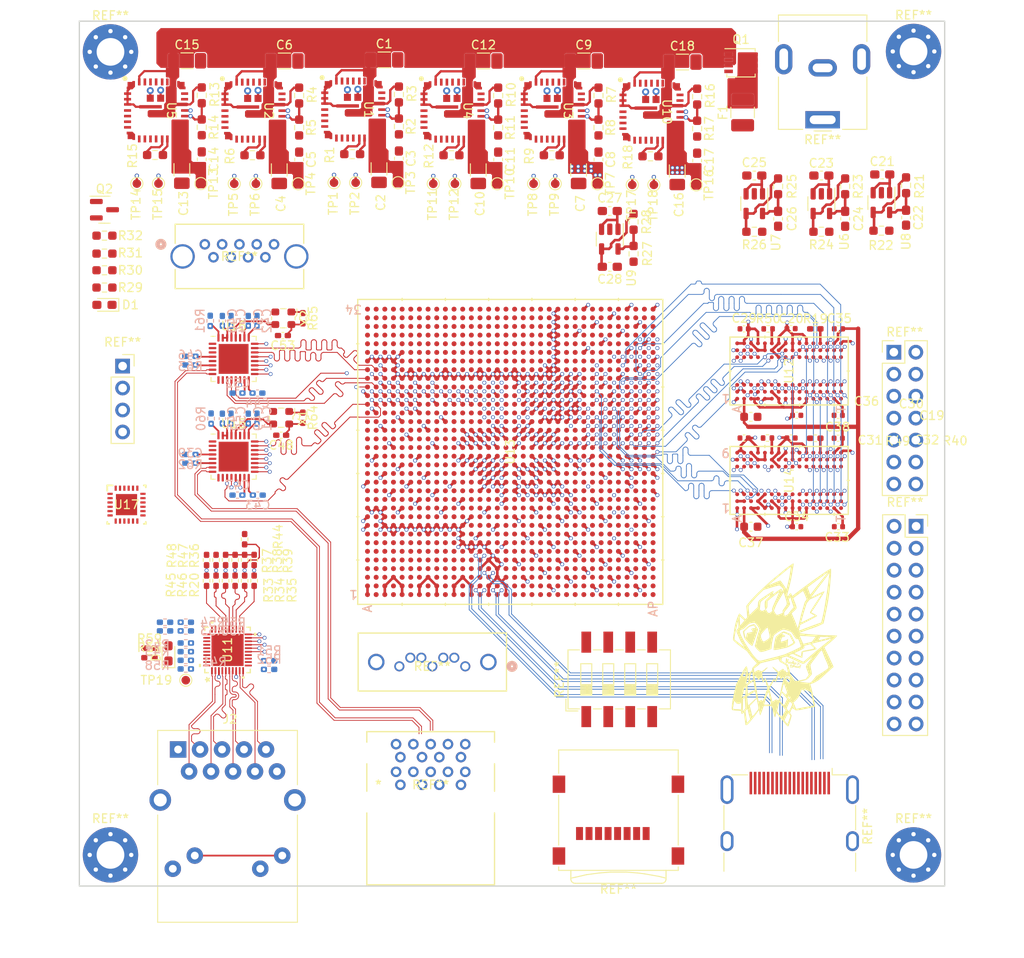
<source format=kicad_pcb>
(kicad_pcb (version 20221018) (generator pcbnew)
  (layers (0 "F.Cu" signal) (1 "In1.Cu" signal) (2 "In2.Cu" signal) (3 "In3.Cu" signal) (4 "In4.Cu" signal) (5 "In5.Cu" signal) (6 "In6.Cu" signal) (31 "B.Cu" signal) (34 "B.Paste" user) (35 "F.Paste" user) (36 "B.SilkS" user "B.Silkscreen") (37 "F.SilkS" user "F.Silkscreen") (38 "B.Mask" user) (39 "F.Mask" user) (44 "Edge.Cuts" user))
  (net 0 "")
  (net 1 "VCC")
  (net 2 "GND")
  (net 3 "Net-(C2-Pad1)")
  (net 4 "Net-(C4-Pad1)")
  (net 5 "Net-(C10-Pad1)")
  (net 6 "Net-(C13-Pad1)")
  (net 7 "Net-(C16-Pad1)")
  (net 8 "3V3")
  (net 9 "2V5_LDO")
  (net 10 "1V8_LDO")
  (net 11 "0V85_LDO")
  (net 12 "1V8")
  (net 13 "1V2_LDO")
  (net 14 "Net-(D1-K)")
  (net 15 "VSS")
  (net 16 "Net-(Q1-D)")
  (net 17 "Net-(Q2-G)")
  (net 18 "Net-(Q2-D)")
  (net 19 "Net-(U1-FB)")
  (net 20 "Net-(U1-RGND)")
  (net 21 "Net-(U1-EN)")
  (net 22 "Net-(U2-EN)")
  (net 23 "Net-(U2-FB)")
  (net 24 "Net-(U2-RGND)")
  (net 25 "Net-(U3-EN)")
  (net 26 "Net-(U3-FB)")
  (net 27 "Net-(U3-RGND)")
  (net 28 "Net-(U4-EN)")
  (net 29 "Net-(U4-FB)")
  (net 30 "Net-(U4-RGND)")
  (net 31 "Net-(U5-EN)")
  (net 32 "Net-(U5-FB)")
  (net 33 "Net-(U5-RGND)")
  (net 34 "Net-(U10-EN)")
  (net 35 "Net-(U10-FB)")
  (net 36 "Net-(U10-RGND)")
  (net 37 "Net-(U8-FB)")
  (net 38 "Net-(U6-FB)")
  (net 39 "Net-(U7-FB)")
  (net 40 "Net-(U9-FB)")
  (net 41 "3V3_AUX_EN")
  (net 42 "3V3_PG")
  (net 43 "P_GOOD_ALL")
  (net 44 "Net-(U1-PG)")
  (net 45 "Net-(U2-PG)")
  (net 46 "Net-(U3-PG)")
  (net 47 "Net-(U4-PG)")
  (net 48 "Net-(U5-PG)")
  (net 49 "Net-(U10-PG)")
  (net 50 "Net-(U1-SW-Pad1)")
  (net 63 "Net-(U2-SW-Pad1)")
  (net 76 "Net-(U3-SW-Pad1)")
  (net 89 "Net-(U4-SW-Pad1)")
  (net 102 "Net-(U5-SW-Pad1)")
  (net 115 "Net-(U10-SW-Pad1)")
  (net 128 "Net-(U14B-ZQ)")
  (net 129 "Net-(U12B-ZQ)")
  (net 131 "Net-(U12A-TEN)")
  (net 132 "1V2")
  (net 160 "unconnected-(U13B-PS_ERROR_STATUS-PadR21)")
  (net 162 "unconnected-(U13B-PS_JTAG_TCK-PadR25)")
  (net 163 "unconnected-(U13B-PS_ERROR_OUT-PadT21)")
  (net 165 "unconnected-(U13B-PS_PROG_B-PadU21)")
  (net 166 "unconnected-(U13B-PS_SRST_B-PadU23)")
  (net 167 "unconnected-(U13B-PS_REF_CLK-PadU24)")
  (net 173 "unconnected-(U13B-PS_PADI-PadV21)")
  (net 174 "unconnected-(U13B-PS_POR_B-PadV23)")
  (net 178 "unconnected-(U13B-PS_DONE-PadW21)")
  (net 199 "DDR_CKE")
  (net 200 "DDR_ODT")
  (net 201 "DDR_A14")
  (net 202 "DDR_ACT")
  (net 203 "DDR_CS")
  (net 204 "DDR_A16")
  (net 205 "DDR_A10")
  (net 206 "DDR_A12")
  (net 207 "DDR_A15")
  (net 208 "DDR_BA0")
  (net 209 "DDR_A4")
  (net 210 "DDR_A3")
  (net 211 "DDR_BA1")
  (net 212 "DDR_RES")
  (net 213 "DDR_A6")
  (net 214 "DDR_A0")
  (net 215 "DDR_A1")
  (net 216 "DDR_A5")
  (net 217 "DDR_A8")
  (net 218 "DDR_A2")
  (net 219 "DDR_A9")
  (net 220 "DDR_A7")
  (net 221 "DDR_A11")
  (net 222 "DDR_PAR")
  (net 223 "DDR_A13")
  (net 224 "DDR_ALTER")
  (net 225 "DDR_BG0")
  (net 226 "Net-(U14A-TEN)")
  (net 227 "DDR_BY_L23")
  (net 228 "DDR_BY_L22")
  (net 229 "DDR_BY_L20")
  (net 230 "DDR_BY_U24")
  (net 231 "DDR_BY_U27")
  (net 232 "DDR_BY_U26")
  (net 233 "DDR_BY_L21")
  (net 234 "DDR_BY_U25")
  (net 235 "DDR_BY_L18")
  (net 236 "DDR_BY_U29")
  (net 237 "DDR_BY_U30")
  (net 238 "DDR_BY_L19")
  (net 239 "DDR_BY_L17")
  (net 240 "DDR_BY_U28")
  (net 241 "DDR_BY_U31")
  (net 246 "DDR_BY_L7")
  (net 247 "DDR_BY_L6")
  (net 248 "DDR_BY_L5")
  (net 249 "DDR_BY_L3")
  (net 250 "DDR_BY_L2")
  (net 251 "DDR_BY_L4")
  (net 252 "DDR_BY_L0")
  (net 253 "DDR_BY_L1")
  (net 254 "DDR_BY_U15")
  (net 255 "DDR_BY_U14")
  (net 256 "DDR_BY_U13")
  (net 257 "DDR_BY_U11")
  (net 258 "DDR_BY_U10")
  (net 259 "DDR_BY_U12")
  (net 260 "DDR_BY_U9")
  (net 261 "DDR_BY_U8")
  (net 262 "DDR_DQS1-")
  (net 263 "DDR_DQS1+")
  (net 264 "DDR_DM1")
  (net 265 "DDR_DM0")
  (net 266 "DDR_DQS0-")
  (net 267 "DDR_DQS0+")
  (net 268 "DDR_CK+")
  (net 269 "DDR_CK-")
  (net 273 "ETH_RXD3")
  (net 274 "ETH_RXD0")
  (net 277 "ETH_RXD1")
  (net 283 "ETH_RXD2")
  (net 284 "1V8_ETH")
  (net 292 "unconnected-(U13K-PS_JTAG_TDI-PadU25)")
  (net 293 "unconnected-(U13K-PS_INIT_B-PadV24)")
  (net 343 "ETH_TR1+")
  (net 344 "ETH_TR1-")
  (net 345 "ETH_TR2+")
  (net 346 "ETH_TR2-")
  (net 347 "ETH_TR3+")
  (net 348 "ETH_TR4+")
  (net 349 "ETH_TR3-")
  (net 350 "ETH_TR4-")
  (net 351 "ETH_TXD3")
  (net 352 "ETH_TXD2")
  (net 353 "ETH_TXD1")
  (net 354 "ETH_TXD0")
  (net 355 "Net-(U11A-RXD3{slash}PHYAD0)")
  (net 356 "Net-(U11A-RXD2{slash}PLLOFF)")
  (net 357 "Net-(U11A-RXD1{slash}TXDLY)")
  (net 358 "Net-(U11A-RXD0{slash}RXDLY)")
  (net 359 "ETH_CLK")
  (net 360 "UART0_TX")
  (net 361 "SD_DATA7")
  (net 362 "SD_CLK")
  (net 363 "UART1_RX")
  (net 364 "SD_DATA5")
  (net 365 "SD_CMD")
  (net 366 "SD_DATA0")
  (net 367 "UART0_RX")
  (net 368 "SD_DATA1")
  (net 369 "SD_DATA6")
  (net 370 "SD_DATA3")
  (net 371 "SD_DATA2")
  (net 372 "UART1_TX")
  (net 373 "SD_DATA4")
  (net 374 "Net-(U13P-VCCO_PSDDR_504-PadAG27)")
  (net 375 "unconnected-(U13P-VCCO_64-PadAL9)")
  (net 376 "Net-(U13P-VCCO_PSIO0_500-PadAE16)")
  (net 377 "unconnected-(U13P-VCCO_64-PadAK11)")
  (net 378 "unconnected-(U13P-VCCO_44-PadAJ13)")
  (net 379 "unconnected-(U13P-VREF_64-PadAJ11)")
  (net 380 "unconnected-(U13P-VCCO_64-PadAJ8)")
  (net 381 "unconnected-(U13P-VCCO_65-PadAG7)")
  (net 384 "unconnected-(U13P-VCCO_44-PadAF14)")
  (net 385 "unconnected-(U13P-VCCO_65-PadAF9)")
  (net 386 "Net-(U13N-VCC_PSINTFP_DDR-PadAD24)")
  (net 387 "Net-(U13N-VCC_PSINTFP-PadAC24)")
  (net 388 "unconnected-(U13P-VREF_66-PadAD12)")
  (net 389 "unconnected-(U13P-VREF_65-PadAD11)")
  (net 390 "unconnected-(U13P-VCCO_65-PadAD8)")
  (net 391 "Net-(U13N-VCC_PSADC-PadAB25)")
  (net 392 "Net-(U13N-VCC_PSINTLP-PadAA21)")
  (net 393 "Net-(U13N-VCCBRAM-PadAB14)")
  (net 394 "Net-(U13O-VCCINT_IO-PadAA13)")
  (net 395 "Net-(U13N-PS_MGTRAVTT-PadAB32)")
  (net 396 "Net-(U13N-PS_MGTRAVCC-PadAA29)")
  (net 397 "unconnected-(U13N-VCC_PSBATT-PadAA22)")
  (net 398 "unconnected-(U13P-VCCO_66-PadAA9)")
  (net 399 "Net-(U13N-VCC_PSDDR_PLL-PadY24)")
  (net 400 "unconnected-(U13P-VCCO_66-PadY11)")
  (net 401 "Net-(U13N-VCC_PSPLL-PadW22)")
  (net 402 "unconnected-(U13P-VCCO_66-PadW8)")
  (net 403 "unconnected-(U13P-VREFP-PadV18)")
  (net 404 "Net-(U13N-VCCAUX_IO-PadU13)")
  (net 405 "Net-(U13P-VCCO_PSIO3_503-PadT24)")
  (net 406 "unconnected-(U13P-VREFN-PadU17)")
  (net 407 "Net-(U13N-VCCAUX-PadT14)")
  (net 408 "unconnected-(U13P-VCCO_67-PadU7)")
  (net 409 "unconnected-(U13N-VCCADC-PadT18)")
  (net 410 "unconnected-(U13P-VCCO_67-PadT9)")
  (net 411 "Net-(U13M-MGTAVCC_L-PadF28)")
  (net 412 "Net-(U13M-MGTAVTT_L-PadB31)")
  (net 413 "unconnected-(U13P-VCCO_67-PadP8)")
  (net 414 "Net-(U13M-MGTAVTT_R-PadB3)")
  (net 416 "Net-(U13M-MGTVCCAUX_L-PadK28)")
  (net 417 "Net-(U13P-VCCO_PSIO1_501-PadL24)")
  (net 418 "Net-(U13M-MGTAVCC_R-PadA10)")
  (net 419 "unconnected-(U13P-VCCO_48-PadJ18)")
  (net 420 "unconnected-(U13P-VCCO_50-PadJ13)")
  (net 421 "unconnected-(U13P-VCCO_47-PadH20)")
  (net 422 "Net-(U13M-MGTVCCAUX_R-PadF8)")
  (net 423 "Net-(U13P-VCCO_PSIO2_502-PadD23)")
  (net 424 "unconnected-(U13P-VCCO_48-PadG17)")
  (net 425 "unconnected-(U13P-VCCO_50-PadG12)")
  (net 426 "unconnected-(U13P-VCCO_49-PadF14)")
  (net 427 "unconnected-(U13P-VCCO_47-PadE21)")
  (net 428 "unconnected-(U13P-VCCO_49-PadE16)")
  (net 429 "Net-(U13P-GND-PadA1)")
  (net 432 "VCC_INT")
  (net 433 "DDR_BY_L16")
  (net 434 "DDR_VREF")
  (net 436 "DDR_DQS2+")
  (net 437 "DDR_DQS3+")
  (net 438 "DDR_DQS3-")
  (net 439 "DDR_DQS2-")
  (net 441 "Net-(J2-GND)")
  (net 442 "Net-(J2-PadL4)")
  (net 443 "Net-(J2-PadL1)")
  (net 444 "Net-(J2-PadL2)")
  (net 445 "Net-(U11A-XTAL_OUT{slash}EXT_CLK)")
  (net 446 "Net-(U11A-CLKOUT)")
  (net 447 "Net-(R42-Pad2)")
  (net 448 "Net-(U11A-XTAL_IN)")
  (net 449 "Net-(U11A-RXC{slash}PHYAD1)")
  (net 450 "ETH_RX_CTL")
  (net 451 "Net-(U11A-RXCTL{slash}PHYAD2)")
  (net 452 "ETH_RX_CLK")
  (net 453 "ETH_RSTB")
  (net 454 "Net-(U11A-PHYRSTB)")
  (net 455 "ETH_LED_Y")
  (net 456 "ETH_LED_G")
  (net 457 "Net-(D2-K)")
  (net 458 "Net-(U11A-RSET)")
  (net 459 "Net-(D2-A)")
  (net 460 "Net-(U11B-AVDD10-Pad3)")
  (net 464 "ETH_TX_CLK")
  (net 465 "ETH_TX_CTL")
  (net 466 "5V0")
  (net 467 "Net-(U15-RBIAS)")
  (net 468 "Net-(U16-RBIAS)")
  (net 469 "Net-(U15-VBUS)")
  (net 470 "Net-(U16-VBUS)")
  (net 471 "USB0_DATA_NXT")
  (net 472 "USB0_DATA_DIR")
  (net 473 "USB0_DATA_STP")
  (net 474 "USB0_DATA_CLK_O")
  (net 475 "USB0_DATA_8")
  (net 476 "USB0_DATA_6")
  (net 477 "USB0_DATA_5")
  (net 478 "USB0_DATA_4")
  (net 479 "USB0_DATA_3")
  (net 480 "USB0_DATA_2")
  (net 481 "USB0_DATA_1")
  (net 482 "USB0_DATA_0")
  (net 483 "Net-(X1-Tri-State)")
  (net 484 "Net-(X2-Tri-State)")
  (net 485 "Net-(U15-XI)")
  (net 486 "Net-(U16-XI)")
  (net 487 "/USB_2_2/USB0_D-")
  (net 488 "/USB_2_2/USB0_D+")
  (net 489 "/USB_2.0/USB0_D-")
  (net 490 "/USB_2.0/USB0_D+")
  (net 497 "unconnected-(U13L-PS_MODE1-PadR22)")
  (net 499 "unconnected-(U13L-PS_MODE0-PadT22)")
  (net 500 "unconnected-(U13L-PS_MODE2-PadT23)")
  (net 501 "USB1_DATA_NXT")
  (net 502 "USB1_DATA_DIR")
  (net 503 "USB1_DATA_STP")
  (net 504 "USB1_DATA_CLK_O")
  (net 505 "USB1_DATA_8")
  (net 507 "USB1_DATA_6")
  (net 508 "USB1_DATA_5")
  (net 509 "USB1_DATA_4")
  (net 510 "USB1_DATA_3")
  (net 511 "USB1_DATA_2")
  (net 512 "USB1_DATA_1")
  (net 513 "USB1_DATA_0")
  (net 570 "DP_L1_TX-")
  (net 622 "DP_L2_RX-")
  (net 623 "DP_L2_RX+")
  (net 624 "DP_L2_TX-")
  (net 625 "DP_L2_TX+")
  (net 630 "DP_L1_TX+")
  (net 633 "DP_L1_RX-")
  (net 634 "DP_L1_RX+")
  (footprint "Resistor_SMD:R_0402_1005Metric_Pad0.72x0.64mm_HandSolder" (layer "F.Cu") (at 108.5 108.9975 -90)
    (fp_text reference "R20")
    (fp_text value "22")
  )
  (footprint "TestPoint:TestPoint_Pad_D1.0mm" (layer "F.Cu") (at 162.895001 63.224998 -90)
    (fp_text reference "TP16")
    (fp_text value "Vout")
  )
  (footprint "Capacitor_SMD:C_0402_1005Metric_Pad0.74x0.62mm_HandSolder" (layer "F.Cu") (at 115.125 80.65 180)
    (fp_text reference "C53")
    (fp_text value "100nF")
  )
  (footprint "Resistor_SMD:R_0402_1005Metric_Pad0.72x0.64mm_HandSolder" (layer "F.Cu") (at 111.8 106.5975 -90)
    (fp_text reference "R36")
    (fp_text value "4K7")
  )
  (footprint "Capacitor_SMD:C_1206_3216Metric_Pad1.33x1.80mm_HandSolder" (layer "F.Cu") (at 138.3 48.9)
    (fp_text reference "C12")
    (fp_text value "20uF")
  )
  (footprint "Package_SO:Vishay_PowerPAK_1212-8_Single" (layer "F.Cu") (at 168.065 49.115)
    (fp_text reference "Q1")
    (fp_text value "SiS415DNT")
  )
  (footprint "Resistor_SMD:R_0603_1608Metric_Pad0.98x0.95mm_HandSolder" (layer "F.Cu") (at 94.5 69.1 180)
    (fp_text reference "R32")
    (fp_text value "10K")
  )
  (footprint "TestPoint:TestPoint_Pad_D1.0mm" (layer "F.Cu") (at 144.095 63.1 -90)
    (fp_text reference "TP8")
    (fp_text value "PG")
  )
  (footprint "LED_SMD:LED_0603_1608Metric_Pad1.05x0.95mm_HandSolder" (layer "F.Cu") (at 101.9 117.4 90)
    (fp_text reference "D2")
    (fp_text value "LED")
  )
  (footprint "Capacitor_SMD:C_0603_1608Metric_Pad1.08x0.95mm_HandSolder" (layer "F.Cu") (at 184.387499 62.025 180)
    (fp_text reference "C21")
    (fp_text value "10uf")
  )
  (footprint "Connector_PinHeader_2.54mm:PinHeader_2x07_P2.54mm_Vertical" (layer "F.Cu") (at 185.725 82.575)
    (fp_text reference "REF**")
    (fp_text value "PinHeader_2x07_P2.54mm_Vertical")
  )
  (footprint "Capacitor_SMD:C_0603_1608Metric_Pad1.08x0.95mm_HandSolder" (layer "F.Cu") (at 177.35 62.15)
    (fp_text reference "C23")
    (fp_text value "10uf")
  )
  (footprint "Connector_BarrelJack:BarrelJack_CUI_PJ-063AH_Horizontal" (layer "F.Cu") (at 177.5 55.7 180)
    (fp_text reference "REF**")
    (fp_text value "BarrelJack_CUI_PJ-063AH_Horizontal")
  )
  (footprint "Capacitor_SMD:C_0402_1005Metric" (layer "F.Cu") (at 179.325001 102.750001 180)
    (fp_text reference "C33")
    (fp_text value "100nF")
  )
  (footprint "TestPoint:TestPoint_Pad_D1.0mm" (layer "F.Cu") (at 103.9 120.5)
    (fp_text reference "TP19")
    (fp_text value "Eth clk")
  )
  (footprint "Resistor_SMD:R_0402_1005Metric_Pad0.72x0.64mm_HandSolder" (layer "F.Cu") (at 108.5 106.5975 -90)
    (fp_text reference "R39")
    (fp_text value "4K7")
  )
  (footprint "Resistor_SMD:R_0603_1608Metric_Pad0.98x0.95mm_HandSolder" (layer "F.Cu") (at 155.65 67.499999 90)
    (fp_text reference "R28")
    (fp_text value "R")
  )
  (footprint "TestPoint:TestPoint_Pad_D1.0mm" (layer "F.Cu") (at 157.995002 63.224998 -90)
    (fp_text reference "TP18")
    (fp_text value "EN")
  )
  (footprint "Capacitor_SMD:C_1206_3216Metric_Pad1.33x1.80mm_HandSolder" (layer "F.Cu") (at 114.7 61.5 -90)
    (fp_text reference "C4")
    (fp_text value "44uF")
  )
  (footprint "MountingHole:MountingHole_3.2mm_M3_Pad_Via" (layer "F.Cu") (at 188 140.702944)
    (fp_text reference "REF**")
    (fp_text value "MountingHole_3.2mm_M3_Pad_Via")
  )
  (footprint "Resistor_SMD:R_0402_1005Metric_Pad0.72x0.64mm_HandSolder" (layer "F.Cu") (at 110.7 104.2 -90)
    (fp_text reference "R44")
    (fp_text value "1K")
  )
  (footprint "Capacitor_SMD:C_0603_1608Metric_Pad1.08x0.95mm_HandSolder" (layer "F.Cu") (at 162.995001 60.424998 90)
    (fp_text reference "C17")
    (fp_text value "100nF")
  )
  (footprint "Resistor_SMD:R_0402_1005Metric_Pad0.72x0.64mm_HandSolder" (layer "F.Cu") (at 106.3 109 90)
    (fp_text reference "R45")
    (fp_text value "22")
  )
  (footprint "Capacitor_SMD:C_0603_1608Metric_Pad1.08x0.95mm_HandSolder" (layer "F.Cu") (at 128.530789 60.175001 90)
    (fp_text reference "C3")
    (fp_text value "100nF")
  )
  (footprint "lib:NAM12S06-D" (layer "F.Cu") (at 157.720001 54.774998 -90)
    (fp_text reference "U10")
    (fp_text value "~")
  )
  (footprint "Resistor_SMD:R_0402_1005Metric_Pad0.72x0.64mm_HandSolder" (layer "F.Cu") (at 109.6 106.5975 -90)
    (fp_text reference "R38")
    (fp_text value "4K7")
  )
  (footprint "Resistor_SMD:R_0603_1608Metric_Pad0.98x0.95mm_HandSolder" (layer "F.Cu") (at 94.5 75.1 180)
    (fp_text reference "R29")
    (fp_text value "10")
  )
  (footprint "Resistor_SMD:R_0603_1608Metric_Pad0.98x0.95mm_HandSolder" (layer "F.Cu") (at 169.599999 68.65)
    (fp_text reference "R26")
    (fp_text value "R")
  )
  (footprint "Resistor_SMD:R_0603_1608Metric_Pad0.98x0.95mm_HandSolder" (layer "F.Cu") (at 134.600001 59.8 180)
    (fp_text reference "R12")
    (fp_text value "R adj")
  )
  (footprint "Capacitor_SMD:C_0402_1005Metric" (layer "F.Cu") (at 179.300001 89.875001 180)
    (fp_text reference "C19")
    (fp_text value "100nF")
  )
  (footprint "Connector_RJ:RJ45_UDE_RB1-125B8G1A" (layer "F.Cu") (at 103.01 128.51)
    (fp_text reference "J2")
    (fp_text value "RJ45_RB1-125B8G1A")
  )
  (footprint "Resistor_SMD:R_0603_1608Metric_Pad0.98x0.95mm_HandSolder" (layer "F.Cu") (at 146.195 59.8 180)
    (fp_text reference "R9")
    (fp_text value "R adj")
  )
  (footprint "Capacitor_SMD:C_1206_3216Metric_Pad1.33x1.80mm_HandSolder" (layer "F.Cu") (at 126.230789 61.375001 -90)
    (fp_text reference "C2")
    (fp_text value "44uF")
  )
  (footprint "Package_TO_SOT_SMD:SOT-23-5" (layer "F.Cu") (at 169.599999 65.4 -90)
    (fp_text reference "U7")
    (fp_text value "TLV75801PDBV")
  )
  (footprint "Capacitor_SMD:C_0402_1005Metric" (layer "F.Cu") (at 174.500001 102.750001)
    (fp_text reference "C34")
    (fp_text value "100nF")
  )
  (footprint "Capacitor_SMD:C_1206_3216Metric_Pad1.33x1.80mm_HandSolder" (layer "F.Cu") (at 104.044999 48.874999)
    (fp_text reference "C15")
    (fp_text value "20uF")
  )
  (footprint "TestPoint:TestPoint_Pad_D1.0mm" (layer "F.Cu") (at 109.500001 63.1 -90)
    (fp_text reference "TP5")
    (fp_text value "PG")
  )
  (footprint "lib:CONN9_08-0003_MOL" (layer "F.Cu") (at 106.099999 70.099998)
    (fp_text reference "REF**")
    (fp_text value "CONN9_08-0003_MOL")
  )
  (footprint "Capacitor_SMD:C_1206_3216Metric_Pad1.33x1.80mm_HandSolder" (layer "F.Cu") (at 115.3 48.9)
    (fp_text reference "C6")
    (fp_text value "20uF")
  )
  (footprint "Resistor_SMD:R_0402_1005Metric_Pad0.72x0.64mm_HandSolder" (layer "F.Cu") (at 111.8 108.9975 -90)
    (fp_text reference "R35")
    (fp_text value "22")
  )
  (footprint "Capacitor_SMD:C_0402_1005Metric" (layer "F.Cu") (at 179.325001 79.875001 180)
    (fp_text reference "C35")
    (fp_text value "100nF")
  )
  (footprint "Resistor_SMD:R_0603_1608Metric_Pad0.98x0.95mm_HandSolder" (layer "F.Cu") (at 117 52.9 90)
    (fp_text reference "R4")
    (fp_text value "1k opt")
  )
  (footprint "Package_DFN_QFN:QFN-32-1EP_5x5mm_P0.5mm_EP3.45x3.45mm" (layer "F.Cu") (at 109.425 94.65)
    (fp_text reference "U15")
    (fp_text value "USB3300-EZK")
  )
  (footprint "Resistor_SMD:R_0603_1608Metric_Pad0.98x0.95mm_HandSolder" (layer "F.Cu") (at 162.995001 53.024998 90)
    (fp_text reference "R16")
    (fp_text value "1k opt")
  )
  (footprint "Package_TO_SOT_SMD:SOT-23-5" (layer "F.Cu") (at 152.9 69.5 -90)
    (fp_text reference "U9")
    (fp_text value "TLV75801PDBV")
  )
  (footprint "Resistor_SMD:R_0402_1005Metric_Pad0.72x0.64mm_HandSolder" (layer "F.Cu") (at 117.425 78.65 -90)
    (fp_text reference "R65")
    (fp_text value "R")
  )
  (footprint "TestPoint:TestPoint_Pad_D1.0mm" (layer "F.Cu") (at 121.03079 62.975001 -90)
    (fp_text reference "TP1")
    (fp_text value "PG")
  )
  (footprint "Capacitor_SMD:C_1206_3216Metric_Pad1.33x1.80mm_HandSolder" (layer "F.Cu") (at 126.830789 48.775001)
    (fp_text reference "C1")
    (fp_text value "20uF")
  )
  (footprint "TestPoint:TestPoint_Pad_D1.0mm" (layer "F.Cu") (at 139.9 63.1 -90)
    (fp_text reference "TP10")
    (fp_text value "Vout")
  )
  (footprint "Resistor_SMD:R_0402_1005Metric_Pad0.72x0.64mm_HandSolder" (layer "F.Cu") (at 109.6 108.9975 -90)
    (fp_text reference "R33")
    (fp_text value "22")
  )
  (footprint "Capacitor_SMD:C_0603_1608Metric" (layer "F.Cu") (at 169.200001 90.050001)
    (fp_text reference "C36")
    (fp_text value "4.7uF")
  )
  (footprint "Resistor_SMD:R_0402_1005Metric_Pad0.72x0.64mm_HandSolder" (layer "F.Cu") (at 99.7 116.8 180)
    (fp_text reference "R59")
    (fp_text value "4K7")
  )
  (footprint "Resistor_SMD:R_0603_1608Metric_Pad0.98x0.95mm_HandSolder" (layer "F.Cu") (at 162.995001 56.725 90)
    (fp_text reference "R17")
    (fp_text value "20K opt")
  )
  (footprint "lib:CDCI6214RGET_NV" (layer "F.Cu") (at 97.05 100.200001)
    (fp_text reference "U17")
    (fp_text value "CDCI6214RGET")
  )
  (footprint "Capacitor_SMD:C_0402_1005Metric_Pad0.74x0.62mm_HandSolder" (layer "F.Cu") (at 114.925 92.175 180)
    (fp_text reference "C48")
    (fp_text value "100nF")
  )
  (footprint "Resistor_SMD:R_0603_1608Metric_Pad0.98x0.95mm_HandSolder" (layer "F.Cu") (at 157.595002 59.924998 180)
    (fp_text reference "R18")
    (fp_text value "R adj")
  )
  (footprint "Resistor_SMD:R_0402_1005Metric_Pad0.72x0.64mm_HandSolder" (layer "F.Cu") (at 107.4 106.6 -90)
    (fp_text reference "R47")
    (fp_text value "1K")
  )
  (footprint "Package_TO_SOT_SMD:SOT-23-5" (layer "F.Cu") (at 177.35 65.4 -90)
    (fp_text reference "U6")
    (fp_text value "TLV75801PDBV")
  )
  (footprint "Capacitor_SMD:C_0603_1608Metric_Pad1.08x0.95mm_HandSolder" (layer "F.Cu") (at 152.9 66.25 180)
    (fp_text reference "C27")
    (fp_text value "10uf")
  )
  (footprint "LED_SMD:LED_0603_1608Metric_Pad1.05x0.95mm_HandSolder" (layer "F.Cu") (at 94.5 77.1 180)
    (fp_text reference "D1")
    (fp_text value "LED")
  )
  (footprint "lib:CONN_67800-8025_MOL" (layer "F.Cu") (at 136.2 118.9)
    (fp_text reference "REF**")
    (fp_text value "CONN_67800-8025_MOL")
  )
  (footprint "Package_TO_SOT_SMD:SOT-23" (layer "F.Cu") (at 94.5 66.1)
    (fp_text reference "Q2")
    (fp_text value "TSM2302CX")
  )
  (footprint "MountingHole:MountingHole_3.2mm_M3_Pad_Via" (layer "F.Cu") (at 95.197056 140.702944)
    (fp_text reference "REF**")
    (fp_text value "MountingHole_3.2mm_M3_Pad_Via")
  )
  (footprint "Resistor_SMD:R_0603_1608Metric_Pad0.98x0.95mm_HandSolder" (layer "F.Cu") (at 111.600001 59.8 180)
    (fp_text reference "R6")
    (fp_text value "R adj")
  )
  (footprint "Capacitor_SMD:C_0402_1005Metric" (layer "F.Cu") (at 179.300001 92.525001 180)
    (fp_text reference "C38")
    (fp_text value "100nF")
  )
  (footprint "Resistor_SMD:R_0402_1005Metric_Pad0.72x0.64mm_HandSolder" (layer "F.Cu") (at 117.425 90.15 -90)
    (fp_text reference "R64")
    (fp_text value "R")
  )
  (footprint "Oscillator:Oscillator_SMD_ECS_2520MV-xxx-xx-4Pin_2.5x2.0mm" (layer "F.Cu") (at 115.175 78.65 -90)
    (fp_text reference "X2")
    (fp_text value "ECS-2520MV-xxx-xx")
  )
  (footprint "Resistor_SMD:R_0402_1005Metric_Pad0.72x0.64mm_HandSolder" (layer "F.Cu") (at 99.7 117.9)
    (fp_text reference "R57")
    (fp_text value "420")
  )
  (footprint "Capacitor_SMD:C_0402_1005Metric" (layer "F.Cu") (at 168.425001 92.500001 180)
    (fp_text reference "C31")
    (fp_text value "100nF")
  )
  (footprint "TestPoint:TestPoint_Pad_D1.0mm" (layer "F.Cu") (at 105.644999 63.074999 -90)
    (fp_text reference "TP13")
    (fp_text value "Vout")
  )
  (footprint "lib:NAM12S06-D" (layer "F.Cu") (at 134.725 54.65 -90)
    (fp_text reference "U4")
    (fp_text value "~")
  )
  (footprint "Capacitor_SMD:C_0603_1608Metric_Pad1.08x0.95mm_HandSolder" (layer "F.Cu") (at 140 60.3 90)
    (fp_text reference "C11")
    (fp_text value "100nF")
  )
  (footprint "lib:NAM12S06-D" (layer "F.Cu") (at 111.725 54.65 -90)
    (fp_text reference "U2")
    (fp_text value "~")
  )
  (footprint "Resistor_SMD:R_0603_1608Metric_Pad0.98x0.95mm_HandSolder" (layer "F.Cu") (at 123.13079 59.675001 180)
    (fp_text reference "R1")
    (fp_text value "R adj")
  )
  (footprint "lib:FFVB1156_XIL" (layer "F.Cu") (at 141.4 94.1 90)
    (fp_text reference "U13")
    (fp_text value "XCZU15EG-2FFVB1156E")
  )
  (footprint "TestPoint:TestPoint_Pad_D1.0mm" (layer "F.Cu") (at 98.245 63.074999 -90)
    (fp_text reference "TP14")
    (fp_text value "PG")
  )
  (footprint "Resistor_SMD:R_0603_1608Metric_Pad0.98x0.95mm_HandSolder" (layer "F.Cu") (at 117 56.600002 90)
    (fp_text reference "R5")
    (fp_text value "20K opt")
  )
  (footprint "Resistor_SMD:R_0402_1005Metric_Pad0.72x0.64mm_HandSolder" (layer "F.Cu") (at 110.7 108.9975 -90)
    (fp_text reference "R34")
    (fp_text value "22")
  )
  (footprint "Capacitor_SMD:C_0603_1608Metric_Pad1.08x0.95mm_HandSolder" (layer "F.Cu") (at 117 60.3 90)
    (fp_text reference "C5")
    (fp_text value "100nF")
  )
  (footprint "MountingHole:MountingHole_3.2mm_M3_Pad_Via" (layer "F.Cu") (at 188.002944 47.8)
    (fp_text reference "REF**")
    (fp_text value "MountingHole_3.2mm_M3_Pad_Via")
  )
  (footprint "TestPoint:TestPoint_Pad_D1.0mm" (layer "F.Cu") (at 135.000001 63.1 -90)
    (fp_text reference "TP12")
    (fp_text value "EN")
  )
  (footprint "TestPoint:TestPoint_Pad_D1.0mm" (layer "F.Cu") (at 132.500001 63.1 -90)
    (fp_text reference "TP11")
    (fp_text value "PG")
  )
  (footprint "lib:NAM12S06-D" (layer "F.Cu") (at 123.255789 54.525001 -90)
    (fp_text reference "U1")
    (fp_text value "~")
  )
  (footprint "LOGO" (layer "F.Cu") (at 173.1 116.4)
    (fp_text reference "G***" hide)
    (fp_text value "LOGO" hide)
  )
  (footprint "Resistor_SMD:R_0603_1608Metric_Pad0.98x0.95mm_HandSolder" (layer "F.Cu") (at 180.1 63.4 90)
    (fp_text reference "R23")
    (fp_text value "R")
  )
  (footprint "Oscillator:Oscillator_SMD_ECS_2520MV-xxx-xx-4Pin_2.5x2.0mm" (layer "F.Cu") (at 114.925 90.15 -90)
    (fp_text reference "X1")
    (fp_text value "ECS-2520MV-xxx-xx")
  )
  (footprint "Capacitor_SMD:C_0603_1608Metric_Pad1.08x0.95mm_HandSolder" (layer "F.Cu") (at 151.594999 60.3 90)
    (fp_text reference "C8")
    (fp_text value "100nF")
  )
  (footprint "Connector_PinSocket_2.54mm:PinSocket_2x10_P2.54mm_Vertical" (layer "F.Cu") (at 188.3 102.7)
    (fp_text reference "REF**")
    (fp_text value "PinSocket_2x10_P2.54mm_Vertical")
  )
  (footprint "TestPoint:TestPoint_Pad_D1.0mm" (layer "F.Cu") (at 100.745 63.074999 -90)
    (fp_text reference "TP15")
    (fp_text value "EN")
  )
  (footprint "Connector_HDMI:HDMI_A_Molex_208658-1001_Horizontal" (layer "F.Cu") (at 173.7 135.68 -90)
    (fp_text reference "REF**")
    (fp_text value "HDMI_A_Molex_208658-1001_Horizontal")
  )
  (footprint "TestPoint:TestPoint_Pad_D1.0mm" (layer "F.Cu") (at 123.53079 62.975001 -90)
    (fp_text reference "TP2")
    (fp_text value "EN")
  )
  (footprint "Resistor_SMD:R_0402_1005Metric_Pad0.72x0.64mm_HandSolder" (layer "F.Cu") (at 110.7 106.5975 -90)
    (fp_text reference "R37")
    (fp_text value "4K7")
  )
  (footprint "Resistor_SMD:R_0402_1005Metric_Pad0.72x0.64mm_HandSolder" (layer "F.Cu") (at 176.650001 79.875001)
    (fp_text reference "R19")
    (fp_text value "499")
  )
  (footprint "Resistor_SMD:R_0402_1005Metric" (layer "F.Cu") (at 171.125001 92.500001)
    (fp_text reference "R49")
    (fp_text value "240")
  )
  (footprint "Capacitor_SMD:C_1206_3216Metric_Pad1.33x1.80mm_HandSolder" (layer "F.Cu") (at 149.894999 48.9)
    (fp_text reference "C9")
    (fp_text value "20uF")
  )
  (footprint "Capacitor_SMD:C_0603_1608Metric_Pad1.08x0.95mm_HandSolder" (layer "F.Cu") (at 180.1 67.15 -90)
    (fp_text reference "C24")
    (fp_text value "10uf")
  )
  (footprint "Resistor_SMD:R_0603_1608Metric_Pad0.98x0.95mm_HandSolder" (layer "F.Cu") (at 100.345 59.774999 180)
    (fp_text reference "R15")
    (fp_text value "R adj")
  )
  (footprint "Package_TO_SOT_SMD:SOT-23-5" (layer "F.Cu") (at 184.287499 65.275 -90)
    (fp_text reference "U8")
    (fp_text value "TLV75801PDBV")
  )
  (footprint "lib:FBGA96X16_7P5X13P3_SAM" (layer "F.Cu") (at 173.625001 84.750001 90)
    (fp_text reference "U12")
    (fp_text value "K4A8G165WC-BCTD")
  )
  (footprint "lib:NAM12S06-D" (layer "F.Cu") (at 100.469999 54.624999 -90)
    (fp_text reference "U5")
    (fp_text value "~")
  )
  (footprint "TestPoint:TestPoint_Pad_D1.0mm" (layer "F.Cu") (at 116.9 63.1 -90)
    (fp_text reference "TP4")
    (fp_text value "Vout")
  )
  (footprint "Resistor_SMD:R_0603_1608Metric_Pad0.98x0.95mm_HandSolder" (layer "F.Cu") (at 172.349999 63.4 90)
    (fp_text reference "R25")
    (fp_text value "R")
  )
  (footprint "lib:48406-0003_MOL" (layer "F.Cu") (at 128.7 132.595101)
    (fp_text reference "REF**")
    (fp_text value "48406-0003_MOL")
  )
  (footprint "Resistor_SMD:R_0603_1608Metric_Pad0.98x0.95mm_HandSolder" (layer "F.Cu") (at 94.5 73.1 180)
    (fp_text reference "R30")
    (fp_text value "10K")
  )
  (footprint "TestPoint:TestPoint_Pad_D1.0mm" (layer "F.Cu") (at 128.430789 62.975001 -90)
    (fp_text reference "TP3")
    (fp_text value "Vout")
  )
  (footprint "Resistor_SMD:R_0603_1608Metric_Pad0.98x0.95mm_HandSolder" (layer "F.Cu") (at 128.530789 56.475003 90)
    (fp_text reference "R2")
    (fp_text value "20K opt")
  )
  (footprint "Capacitor_SMD:C_1206_3216Metric_Pad1.33x1.80mm_HandSolder" (layer "F.Cu") (at 160.695001 61.624998 -90)
    (fp_text reference "C16")
    (fp_text value "44uF")
  )
  (footprint "Resistor_SMD:R_0603_1608Metric_Pad0.98x0.95mm_HandSolder" (layer "F.Cu") (at 187.137499 63.275 90)
    (fp_text reference "R21")
    (fp_text value "R")
  )
  (footprint "Resistor_SMD:R_0603_1608Metric_Pad0.98x0.95mm_HandSolder" (layer "F.Cu") (at 155.65 71.199999 90)
    (fp_text reference "R27")
    (fp_text value "R")
  )
  (footprint "Capacitor_SMD:C_1206_3216Metric_Pad1.33x1.80mm_HandSolder" (layer "F.Cu") (at 137.7 61.5 -90)
    (fp_text reference "C10")
    (fp_text value "44uF")
  )
  (footprint "Resistor_SMD:R_0402_1005Metric_Pad0.72x0.64mm_HandSolder" (layer "F.Cu") (at 106.3 106.6 -90)
    (fp_text reference "R48")
    (fp_text value "1K")
  )
  (footprint "Package_DFN_QFN:QFN-32-1EP_5x5mm_P0.5mm_EP3.45x3.45mm" (layer "F.Cu") (at 109.425 83.35)
    (fp_text reference "U16")
    (fp_text value "USB3300-EZK")
  )
  (footprint "TestPoint:TestPoint_Pad_D1.0mm" (layer "F.Cu") (at 146.595 63.1 -90)
    (fp_text reference "TP9")
    (fp_text value "EN")
  )
  (footprint "Capacitor_SMD:C_1206_3216Metric_Pad1.33x1.80mm_HandSolder" (layer "F.Cu") (at 149.294999 61.5 -90)
    (fp_text reference "C7")
    (fp_text value "44uF")
  )
  (footprint "Resistor_SMD:R_0402_1005Metric_Pad0.72x0.64mm_HandSolder" (layer "F.Cu") (at 176.650001 92.525001)
    (fp_text reference "R40")
    (fp_text value "499")
  )
  (footprint "TestPoint:TestPoint_Pad_D1.0mm" (layer "F.Cu") (at 112.000001 63.1 -90)
    (fp_text reference "TP6")
    (fp_text value "EN")
  )
  (footprint "Button_Switch_SMD:SW_DIP_SPSTx04_Slide_6.7x11.72mm_W8.61mm_P2.54mm_LowProfile" (layer "F.Cu") (at 153.99 120.405 90)
    (fp_text reference "REF**")
    (fp_text value "SW_DIP_SPSTx04_Slide_6.7x11.72mm_W8.61mm_P2.54mm_LowProfile")
  )
  (footprint "Capacitor_SMD:C_1206_3216Metric_Pad1.33x1.80mm_HandSolder" (layer "F.Cu") (at 103.444999 61.474999 -90)
    (fp_text reference "C13")
    (fp_text value "44uF")
  )
  (footprint "Capacitor_SMD:C_0603_1608Metric_Pad1.08x0.95mm_HandSolder" (layer "F.Cu") (at 187.137499 67.025 -90)
    (fp_text reference "C22")
    (fp_text value "10uf")
  )
  (footprint "lib:NAM12S06-D" (layer "F.Cu") (at 146.319999 54.65 -90)
    (fp_text reference "U3")
    (fp_text value "~")
  )
  (footprint "Capacitor_SMD:C_0603_1608Metric_Pad1.08x0.95mm_HandSolder" (layer "F.Cu") (at 169.599999 62.15 180)
    (fp_text reference "C25")
    (fp_text value "10uf")
  )
  (footprint "lib:RTL8211F-CG_RTK" (layer "F.Cu") (at 108.724999 117.0021 90)
    (fp_text reference "U11")
    (fp_text value "RTL8211F-CG")
  )
  (footprint "Connector_Card:microSD_HC_Wuerth_693072010801" (layer "F.Cu") (at 153.9 136.6775 180)
    (fp_text reference "REF**")
    (fp_text value "microSD_HC_Wuerth_693072010801")
  )
  (footprint "MountingHole:MountingHole_3.2mm_M3_Pad_Via" (layer "F.Cu") (at 95.197056 47.85)
    (fp_text reference "REF**")
    (fp_text value "MountingHole_3.2mm_M3_Pad_Via")
  )
  (footprint "TestPoint:TestPoint_Pad_D1.0mm" (layer "F.Cu") (at 151.494999 63.1 -90)
    (fp_text reference "TP7")
    (fp_text value "Vout")
  )
  (footprint "TestPoint:TestPoint_Pad_D1.0mm" (layer "F.Cu") (at 155.495002 63.224998 -90)
    (fp_text reference "TP17")
    (fp_text value "PG")
  )
  (footprint "Capacitor_SMD:C_0402_1005Metric" (layer "F.Cu") (at 173.850001 92.500001)
    (fp_text reference "C32")
    (fp_text value "100nF")
  )
  (footprint "Resistor_SMD:R_0603_1608Metric_Pad0.98x0.95mm_HandSolder" (layer "F.Cu") (at 140 52.9 90)
    (fp_text reference "R10")
    (fp_text value "1k opt")
  )
  (footprint "Resistor_SMD:R_0402_1005Metric" (layer "F.Cu") (at 171.200001 79.875001)
    (fp_text reference "R50")
    (fp_text value "240")
  )
  (footprint "Resistor_SMD:R_0603_1608Metric_Pad0.98x0.95mm_HandSolder" (layer "F.Cu") (at 184.287499 68.525)
    (fp_text reference "R22")
    (fp_text value "R")
  )
  (footprint "Resistor_SMD:R_0603_1608Metric_Pad0.98x0.95mm_HandSolder" (layer "F.Cu") (at 105.744999 52.874999 90)
    (fp_text reference "R13")
    (fp_text value "1k opt")
  )
  (footprint "Resistor_SMD:R_0603_1608Metric_Pad0.98x0.95mm_HandSolder" (layer "F.Cu") (at 128.530789 52.775001 90)
    (fp_text reference "R3")
    (fp_text value "1k opt")
  )
  (footprint "Resistor_SMD:R_0603_1608Metric_Pad0.98x0.95mm_HandSolder" (layer "F.Cu") (at 140 56.600002 90)
    (fp_text reference "R11")
    (fp_text value "20K opt")
  )
  (footprint "Capacitor_SMD:C_0402_1005Metric" (layer "F.Cu") (at 168.425001 79.875001 180)
    (fp_text reference "C29")
    (fp_text value "100nF")
  )
  (footprint "Resistor_SMD:R_0603_1608Metric_Pad0.98x0.95mm_HandSolder" (layer "F.Cu") (at 151.594999 52.9 90)
    (fp_text reference "R7")
    (fp_text value "1k opt")
  )
  (footprint "Capacitor_SMD:C_0402_1005Metric" (layer "F.Cu") (at 173.850001 79.850001)
    (fp_text reference "C20")
    (fp_text value "100nF")
  )
  (footprint "Capacitor_SMD:C_0603_1608Metric" (layer "F.Cu") (at 169.200001 102.750001)
    (fp_text reference "C37")
    (fp_text value "4.7uF")
  )
  (footprint "Resistor_SMD:R_0603_1608Metric_Pad0.98x0.95mm_HandSolder" (layer "F.Cu") (at 177.35 68.65)
    (fp_text reference "R24")
    (fp_text value "R")
  )
  (footprint "Resistor_SMD:R_0603_1608Metric_Pad0.98x0.95mm_HandSolder" (layer "F.Cu") (at 94.5 71.175001 180)
    (fp_text reference "R31")
    (fp_text value "10K")
  )
  (footprint "Capacitor_SMD:C_0603_1608Metric_Pad1.08x0.95mm_HandSolder" (layer "F.Cu") (at 152.900001 72.7 180)
    (fp_text reference "C28")
    (fp_text value "10uf")
  )
  (footprint "Capacitor_SMD:C_0603_1608Metric_Pad1.08x0.95mm_HandSolder" (layer "F.Cu") (at 105.744999 60.274999 90)
    (fp_text reference "C14")
    (fp_text value "100nF")
  )
  (footprint "Resistor_SMD:R_0603_1608Metric_Pad0.98x0.95mm_HandSolder" (layer "F.Cu") (at 151.594999 56.600002 90)
    (fp_text reference "R8")
    (fp_text value "20K opt")
  )
  (footprint "Fuse:Fuse_1210_3225Metric_Pad1.42x2.65mm_HandSolder" (layer "F.Cu") (at 168.25 54.85 90)
    (fp_text reference "F1")
    (fp_text value "Fuse")
  )
  (footprint "Connector_PinSocket_2.54mm:PinSocket_1x04_P2.54mm_Vertical" (layer "F.Cu") (at 96.6 84.18)
    (fp_text reference "REF**")
    (fp_text value "PinSocket_1x04_P2.54mm_Vertical")
  )
  (footprint "lib:FBGA96X16_7P5X13P3_SAM" (layer "F.Cu") (at 173.625002 97.400001 90)
    (fp_text reference "U14")
    (fp_text value "K4A8G165WC-BCTD")
  )
  (footprint "Capacitor_SMD:C_1206_3216Metric_Pad1.33x1.80mm_HandSolder" (layer "F.Cu") (at 161.295001 49.024998)
    (fp_text reference "C18")
    (fp_text value "20uF")
  )
  (footprint "Resistor_SMD:R_0603_1608Metric_Pad0.98x0.95mm_HandSolder" (layer "F.Cu") (at 105.744999 56.575001 90)
    (fp_text reference "R14")
    (fp_text value "20K opt")
  )
  (footprint "Resistor_SMD:R_0402_1005Metric_Pad0.72x0.64mm_HandSolder" (layer "F.Cu") (at 107.4 109 90)
    (fp_text reference "R46")
    (fp_text value "22")
  )
  (footprint "Capacitor_SMD:C_0402_1005Metric" (layer "F.Cu") (at 174.500001 89.875001)
    (fp_text reference "C30")
    (fp_text value "100nF")
  )
  (footprint "Capacitor_SMD:C_0603_1608Metric_Pad1.08x0.95mm_HandSolder" (layer "F.Cu") (at 172.349999 67.149999 -90)
    (fp_text reference "C26")
    (fp_text value "10uf")
  )
  (footprint "Capacitor_SMD:C_0402_1005Metric_Pad0.74x0.62mm_HandSolder" (layer "B.Cu") (at 104.425 95.4 180)
    (fp_text reference "C39")
    (fp_text value "100nF")
  )
  (footprint "Resistor_SMD:R_0402_1005Metric_Pad0.72x0.64mm_HandSolder" (layer "B.Cu") (at 104.425 94.4)
    (fp_text reference "R62")
    (fp_text value "R")
  )
  (footprint "Capacitor_SMD:C_0402_1005Metric_Pad0.74x0.62mm_HandSolder" (layer "B.Cu") (at 112.125 78.95 90)
    (fp_text reference "C42")
    (fp_text value "100nF")
  )
  (footprint "Capacitor_SMD:C_0402_1005Metric_Pad0.74x0.62mm_HandSolder" (layer "B.Cu") (at 108.125 90.25 90)
    (fp_text reference "C45")
    (fp_text value "100nF")
  )
  (footprint "Capacitor_SMD:C_0402_1005Metric_Pad0.74x0.62mm_HandSolder" (layer "B.Cu") (at 104.425 84.05 180)
    (fp_text reference "C46")
    (fp_text value "100nF")
  )
  (footprint "Resistor_SMD:R_0402_1005Metric_Pad0.72x0.64mm_HandSolder" (layer "B.Cu") (at 103.9025 114.8 180)
    (fp_text reference "R56")
    (fp_text value "4K7")
  )
  (footprint "Capacitor_SMD:C_0402_1005Metric_Pad0.74x0.62mm_HandSolder" (layer "B.Cu") (at 111.125 78.95 90)
    (fp_text reference "C51")
    (fp_text value "100nF")
  )
  (footprint "Resistor_SMD:R_0402_1005Metric_Pad0.72x0.64mm_HandSolder" (layer "B.Cu") (at 101.5025 113.8)
    (fp_text reference "R54")
    (fp_text value "420")
  )
  (footprint "Resistor_SMD:R_0402_1005Metric_Pad0.72x0.64mm_HandSolder" (layer "B.Cu") (at 103.9025 113.8 180)
    (fp_text reference "R55")
    (fp_text value "4K7")
  )
  (footprint "Capacitor_SMD:C_0402_1005Metric_Pad0.74x0.62mm_HandSolder" (layer "B.Cu") (at 111.125 90.25 90)
    (fp_text reference "C49")
    (fp_text value "100nF")
  )
  (footprint "Capacitor_SMD:C_0402_1005Metric_Pad0.74x0.62mm_HandSolder" (layer "B.Cu") (at 109.125 90.25 90)
    (fp_text reference "C50")
    (fp_text value "100nF")
  )
  (footprint "Capacitor_SMD:C_0402_1005Metric_Pad0.74x0.62mm_HandSolder" (layer "B.Cu") (at 109.87 99.1 180)
    (fp_text reference "C47")
    (fp_text value "100nF")
  )
  (footprint "Resistor_SMD:R_0402_1005Metric_Pad0.72x0.64mm_HandSolder" (layer "B.Cu") (at 101.5025 114.8)
    (fp_text reference "R53")
    (fp_text value "420")
  )
  (footprint "Resistor_SMD:R_0402_1005Metric_Pad0.72x0.64mm_HandSolder" (layer "B.Cu") (at 113.525 118.25 180)
    (fp_text reference "R51")
    (fp_text value "22")
  )
  (footprint "Capacitor_SMD:C_0402_1005Metric_Pad0.74x0.62mm_HandSolder" (layer "B.Cu") (at 112.18 87.3)
    (fp_text reference "C44")
    (fp_text value "100nF")
  )
  (footprint "Resistor_SMD:R_0402_1005Metric_Pad0.72x0.64mm_HandSolder" (layer "B.Cu") (at 103.9025 116.2 180)
    (fp_text reference "R42")
    (fp_text value "22")
  )
  (footprint "Resistor_SMD:R_0402_1005Metric_Pad0.72x0.64mm_HandSolder" (layer "B.Cu") (at 106.825 90.25 -90)
    (fp_text reference "R60")
    (fp_text value "R")
  )
  (footprint "Capacitor_SMD:C_0402_1005Metric_Pad0.74x0.62mm_HandSolder" (layer "B.Cu") (at 109.125 78.95 90)
    (fp_text reference "C54")
    (fp_text value "100nF")
  )
  (footprint "Capacitor_SMD:C_0402_1005Metric_Pad0.74x0.62mm_HandSolder" (layer "B.Cu") (at 112.22 99.1)
    (fp_text reference "C43")
    (fp_text value "100nF")
  )
  (footprint "Resistor_SMD:R_0402_1005Metric_Pad0.72x0.64mm_HandSolder" (layer "B.Cu") (at 106.725 78.95 -90)
    (fp_text reference "R61")
    (fp_text value "R")
  )
  (footprint "Capacitor_SMD:C_0402_1005Metric_Pad0.74x0.62mm_HandSolder" (layer "B.Cu") (at 109.88 87.3 180)
    (fp_text reference "C52")
    (fp_text value "100nF")
  )
  (footprint "Resistor_SMD:R_0402_1005Metric_Pad0.72x0.64mm_HandSolder" (layer "B.Cu") (at 113.525 119.25 180)
    (fp_text reference "R52")
    (fp_text value "4K7")
  )
  (footprint "Resistor_SMD:R_0402_1005Metric_Pad0.72x0.64mm_HandSolder" (layer "B.Cu") (at 104.425 83.05)
    (fp_text reference "R63")
    (fp_text value "R")
  )
  (footprint "Resistor_SMD:R_0402_1005Metric_Pad0.72x0.64mm_HandSolder" (layer "B.Cu") (at 103.9 117.2 180)
    (fp_text reference "R43")
    (fp_text value "22")
  )
  (footprint "Capacitor_SMD:C_0402_1005Metric_Pad0.74x0.62mm_HandSolder" (layer "B.Cu") (at 108.125 78.95 90)
    (fp_text reference "C40")
    (fp_text value "100nF")
  )
  (footprint "Capacitor_SMD:C_0402_1005Metric_Pad0.74x0.62mm_HandSolder" (layer "B.Cu") (at 112.125 90.25 90)
    (fp_text reference "C41")
    (fp_text value "100nF")
  )
  (footprint "Resistor_SMD:R_0402_1005Metric_Pad0.72x0.64mm_HandSolder" (layer "B.Cu") (at 103.9 119.2 180)
    (fp_text reference "R58")
    (fp_text value "2K5")
  )
  (footprint "Resistor_SMD:R_0402_1005Metric_Pad0.72x0.64mm_HandSolder" (layer "B.Cu") (at 103.9 118.2)
    (fp_text reference "R41")
    (fp_text value "22")
  )
  (gr_rect (start 91.6 44.3) (end 191.6 144.3) (stroke (width 0.15)) (fill none) (layer "Edge.Cuts"))
  (via (at 139.4 86.1) (size 0.45) (drill 0.3) (layers "F.Cu" "B.Cu") (net 0))
  (segment (start 150.265 53.950001) (end 149.61 53.95) (width 0.25) (layer "F.Cu") (net 1))
  (segment (start 116 52.4) (end 116 53.620001) (width 0.25) (layer "F.Cu") (net 1))
  (segment (start 159.195 50.224998) (end 159.7325 49.687498) (width 0.25) (layer "F.Cu") (net 1))
  (segment (start 136.7375 49.5625) (end 136.737501 48.9) (width 0.25) (layer "F.Cu") (net 1))
  (segment (start 124.730789 49.975) (end 125.268288 49.437499) (width 0.25) (layer "F.Cu") (net 1))
  (segment (start 150.264999 53.95) (end 149.609999 53.95) (width 0.25) (layer "F.Cu") (net 1))
  (segment (start 113.199999 50.1) (end 113.737499 49.5625) (width 0.25) (layer "F.Cu") (net 1))
  (segment (start 128.53079 51.862502) (end 127.94329 51.862501) (width 0.25) (layer "F.Cu") (net 1))
  (segment (start 151.007499 51.9875) (end 150.594999 52.4) (width 0.25) (layer "F.Cu") (net 1))
  (segment (start 99.115 50.075) (end 101.945 50.075) (width 0.25) (layer "F.Cu") (net 1))
  (segment (start 125.268289 49.437501) (end 125.26829 48.775001) (width 0.25) (layer "F.Cu") (net 1))
  (segment (start 151.595 51.987501) (end 151.0075 51.9875) (width 0.25) (layer "F.Cu") (net 1))
  (segment (start 136.7375 49.562501) (end 136.7375 48.9) (width 0.25) (layer "F.Cu") (net 1))
  (segment (start 156.365002 50.224998) (end 159.195 50.224998) (width 0.25) (layer "F.Cu") (net 1))
  (segment (start 133.37 50.100001) (end 136.2 50.1) (width 0.25) (layer "F.Cu") (net 1))
  (segment (start 151.595 51.987501) (end 151.007499 51.9875) (width 0.25) (layer "F.Cu") (net 1))
  (segment (start 109.775001 50.695001) (end 110.370001 50.100001) (width 0.25) (layer "F.Cu") (net 1))
  (segment (start 109.775 51.35) (end 109.775001 50.695001) (width 0.25) (layer "F.Cu") (net 1))
  (segment (start 151.0075 51.9875) (end 150.595 52.4) (width 0.25) (layer "F.Cu") (net 1))
  (segment (start 136.200001 50.100001) (end 136.7375 49.5625) (width 0.25) (layer "F.Cu") (net 1))
  (segment (start 147.795 50.100001) (end 148.332499 49.5625) (width 0.25) (layer "F.Cu") (net 1))
  (segment (start 116.412501 51.9875) (end 116.000001 52.4) (width 0.25) (layer "F.Cu") (net 1))
  (segment (start 147.795 50.100003) (end 148.332501 49.562501) (width 0.25) (layer "F.Cu") (net 1))
  (segment (start 148.332499 49.5625) (end 148.3325 48.9) (width 0.25) (layer "F.Cu") (net 1))
  (segment (start 121.900787 49.975) (end 124.730789 49.975) (width 0.25) (layer "F.Cu") (net 1))
  (segment (start 155.770001 51.474998) (end 155.770002 50.819999) (width 0.25) (layer "F.Cu") (net 1))
  (segment (start 144.37 51.350001) (end 144.37 50.695001) (width 0.25) (layer "F.Cu") (net 1))
  (segment (start 101.945 50.075) (end 102.482499 49.537499) (width 0.25) (layer "F.Cu") (net 1))
  (segment (start 139 53.62) (end 138.67 53.950001) (width 0.25) (layer "F.Cu") (net 1))
  (segment (start 98.52 50.67) (end 99.115 50.075) (width 0.25) (layer "F.Cu") (net 1))
  (segment (start 115.67 53.95) (end 115.015 53.95) (width 0.25) (layer "F.Cu") (net 1))
  (segment (start 116.000001 52.4) (end 116.000001 53.620001) (width 0.25) (layer "F.Cu") (net 1))
  (segment (start 162.407501 52.1125) (end 161.995001 52.524998) (width 0.25) (layer "F.Cu") (net 1))
  (segment (start 109.774999 50.695) (end 110.369999 50.1) (width 0.25) (layer "F.Cu") (net 1))
  (segment (start 132.774999 51.35) (end 132.775 50.695001) (width 0.25) (layer "F.Cu") (net 1))
  (segment (start 138.67 53.95) (end 138.015 53.95) (width 0.25) (layer "F.Cu") (net 1))
  (segment (start 161.665001 54.074998) (end 161.010001 54.074998) (width 0.25) (layer "F.Cu") (net 1))
  (segment (start 127.53079 52.275001) (end 127.53079 53.495002) (width 0.25) (layer "F.Cu") (net 1))
  (segment (start 127.530787 52.274999) (end 127.530788 53.494999) (width 0.25) (layer "F.Cu") (net 1))
  (segment (start 162.995002 52.112499) (end 162.407502 52.112498) (width 0.25) (layer "F.Cu") (net 1))
  (segment (start 150.595 53.620001) (end 150.264999 53.95) (width 0.25) (layer "F.Cu") (net 1))
  (segment (start 136.2 50.1) (end 136.7375 49.562501) (width 0.25) (layer "F.Cu") (net 1))
  (segment (start 161.665002 54.074998) (end 161.010002 54.074998) (width 0.25) (layer "F.Cu") (net 1))
  (segment (start 155.770002 51.474998) (end 155.770002 50.819998) (width 0.25) (layer "F.Cu") (net 1))
  (segment (start 98.519999 51.324999) (end 98.52 50.67) (width 0.25) (layer "F.Cu") (net 1))
  (segment (start 155.770002 50.819998) (end 156.365002 50.224998) (width 0.25) (layer "F.Cu") (net 1))
  (segment (start 121.305787 51.225) (end 121.305788 50.57) (width 0.25) (layer "F.Cu") (net 1))
  (segment (start 139.412501 51.9875) (end 139.000001 52.4) (width 0.25) (layer "F.Cu") (net 1))
  (segment (start 139 52.4) (end 139 53.62) (width 0.25) (layer "F.Cu") (net 1))
  (segment (start 162.407502 52.112498) (end 161.995002 52.524998) (width 0.25) (layer "F.Cu") (net 1))
  (segment (start 113.7375 49.5625) (end 113.737501 48.9) (width 0.25) (layer "F.Cu") (net 1))
  (segment (start 161.995002 52.524998) (end 161.995002 53.744999) (width 0.25) (layer "F.Cu") (net 1))
  (segment (start 127.530788 53.494999) (end 127.200788 53.824999) (width 0.25) (layer "F.Cu") (net 1))
  (segment (start 121.30579 50.570002) (end 121.90079 49.975002) (width 0.25) (layer "F.Cu") (net 1))
  (segment (start 140 51.987501) (end 139.4125 51.9875) (width 0.25) (layer "F.Cu") (net 1))
  (segment (start 104.745 53.595) (end 104.414999 53.924999) (width 0.25) (layer "F.Cu") (net 1))
  (segment (start 127.53079 53.495002) (end 127.200789 53.825001) (width 0.25) (layer "F.Cu") (net 1))
  (segment (start 127.943288 51.862499) (end 127.530787 52.274999) (width 0.25) (layer "F.Cu") (net 1))
  (segment (start 150.594999 52.4) (end 150.595 53.619999) (width 0.25) (layer "F.Cu") (net 1))
  (segment (start 140.000001 51.987501) (end 139.412501 51.9875) (width 0.25) (layer "F.Cu") (net 1))
  (segment (start 161.995002 53.744999) (end 161.665001 54.074998) (width 0.25) (layer "F.Cu") (net 1))
  (segment (start 105.1575 51.962499) (end 104.745 52.374999) (width 0.25) (layer "F.Cu") (net 1))
  (segment (start 102.482499 49.537499) (end 102.4825 48.874999) (width 0.25) (layer "F.Cu") (net 1))
  (segment (start 113.737499 49.5625) (end 113.7375 48.900001) (width 0.25) (layer "F.Cu") (net 1))
  (segment (start 161.995001 52.524998) (end 161.995001 53.744999) (width 0.25) (layer "F.Cu") (net 1))
  (segment (start 110.370001 50.100001) (end 113.200001 50.100001) (width 0.25) (layer "F.Cu") (net 1))
  (segment (start 121.305789 51.225001) (end 121.30579 50.570002) (width 0.25) (layer "F.Cu") (net 1))
  (segment (start 115.669999 53.95) (end 115.014999 53.95) (width 0.25) (layer "F.Cu") (net 1))
  (segment (start 127.94329 51.862501) (end 127.53079 52.275001) (width 0.25) (layer "F.Cu") (net 1))
  (segment (start 132.775 51.35) (end 132.775001 50.695001) (width 0.25) (layer "F.Cu") (net 1))
  (segment (start 104.745 52.374999) (end 104.745 53.595) (width 0.25) (layer "F.Cu") (net 1))
  (segment (start 117.000001 51.987501) (end 116.412501 51.9875) (width 0.25) (layer "F.Cu") (net 1))
  (segment (start 116.4125 51.987499) (end 116 52.4) (width 0.25) (layer "F.Cu") (net 1))
  (segment (start 132.775001 50.695001) (end 133.370001 50.100001) (width 0.25) (layer "F.Cu") (net 1))
  (segment (start 128.530788 51.8625) (end 127.943288 51.862499) (width 0.25) (layer "F.Cu") (net 1))
  (segment (start 121.90079 49.975002) (end 124.73079 49.975002) (width 0.25) (layer "F.Cu") (net 1))
  (segment (start 127.200788 53.824999) (end 126.545788 53.824999) (width 0.25) (layer "F.Cu") (net 1))
  (segment (start 127.200789 53.825001) (end 126.545789 53.825001) (width 0.25) (layer "F.Cu") (net 1))
  (segment (start 133.370001 50.100001) (end 136.200001 50.100001) (width 0.25) (layer "F.Cu") (net 1))
  (segment (start 150.595 53.619999) (end 150.265 53.950001) (width 0.25) (layer "F.Cu") (net 1))
  (segment (start 161.995001 53.744999) (end 161.665002 54.074998) (width 0.25) (layer "F.Cu") (net 1))
  (segment (start 105.745 51.9625) (end 105.1575 51.962499) (width 0.25) (layer "F.Cu") (net 1))
  (segment (start 148.332501 49.562501) (end 148.3325 48.9) (width 0.25) (layer "F.Cu") (net 1))
  (segment (start 159.732501 49.687498) (end 159.732502 49.024998) (width 0.25) (layer "F.Cu") (net 1))
  (segment (start 139.4125 51.9875) (end 139 52.4) (width 0.25) (layer "F.Cu") (net 1))
  (segment (start 116.999999 51.9875) (end 116.4125 51.987499) (width 0.25) (layer "F.Cu") (net 1))
  (segment (start 138.67 53.950001) (end 138.015 53.950001) (width 0.25) (layer "F.Cu") (net 1))
  (segment (start 124.73079 49.975002) (end 125.268289 49.437501) (width 0.25) (layer "F.Cu") (net 1))
  (segment (start 162.995002 52.112498) (end 162.407501 52.1125) (width 0.25) (layer "F.Cu") (net 1))
  (segment (start 159.195002 50.224999) (end 159.732501 49.687498) (width 0.25) (layer "F.Cu") (net 1))
  (segment (start 144.965 50.1) (end 147.795 50.100003) (width 0.25) (layer "F.Cu") (net 1))
  (segment (start 116.000001 53.620001) (end 115.67 53.95) (width 0.25) (layer "F.Cu") (net 1))
  (segment (start 121.305788 50.57) (end 121.900787 49.975) (width 0.25) (layer "F.Cu") (net 1))
  (segment (start 150.595 52.4) (end 150.595 53.620001) (width 0.25) (layer "F.Cu") (net 1))
  (segment (start 144.965 50.100001) (end 147.795 50.100001) (width 0.25) (layer "F.Cu") (net 1))
  (segment (start 139.000001 53.620001) (end 138.67 53.95) (width 0.25) (layer "F.Cu") (net 1))
  (segment (start 144.37 50.695001) (end 144.965 50.1) (width 0.25) (layer "F.Cu") (net 1))
  (segment (start 125.268288 49.437499) (end 125.268288 48.774999) (width 0.25) (layer "F.Cu") (net 1))
  (segment (start 139.000001 52.4) (end 139.000001 53.620001) (width 0.25) (layer "F.Cu") (net 1))
  (segment (start 110.369999 50.1) (end 113.199999 50.1) (width 0.25) (layer "F.Cu") (net 1))
  (segment (start 132.775 50.695001) (end 133.37 50.100001) (width 0.25) (layer "F.Cu") (net 1))
  (segment (start 159.7325 49.687498) (end 159.732501 49.024999) (width 0.25) (layer "F.Cu") (net 1))
  (segment (start 104.414999 53.924999) (end 103.759999 53.924999) (width 0.25) (layer "F.Cu") (net 1))
  (segment (start 113.200001 50.100001) (end 113.7375 49.5625) (width 0.25) (layer "F.Cu") (net 1))
  (segment (start 144.369999 51.35) (end 144.37 50.695001) (width 0.25) (layer "F.Cu") (net 1))
  (segment (start 109.774999 51.35) (end 109.774999 50.695) (width 0.25) (layer "F.Cu") (net 1))
  (segment (start 155.770002 50.819999) (end 156.365002 50.224999) (width 0.25) (layer "F.Cu") (net 1))
  (segment (start 144.37 50.695001) (end 144.965 50.100001) (width 0.25) (layer "F.Cu") (net 1))
  (segment (start 156.365002 50.224999) (end 159.195002 50.224999) (width 0.25) (layer "F.Cu") (net 1))
  (segment (start 116 53.620001) (end 115.669999 53.95) (width 0.25) (layer "F.Cu") (net 1))
  (segment (start 143.9 92.600001) (end 144.4 92.100001) (width 0.3) (layer "F.Cu") (net 2))
  (segment (start 157.045 52.475) (end 157.045001 53.359998) (width 0.25) (layer "F.Cu") (net 2))
  (segment (start 140.900001 95.6) (end 140.400001 96.1) (width 0.3) (layer "F.Cu") (net 2))
  (segment (start 136.9 105.6) (end 136.4 105.1) (width 0.3) (layer "F.Cu") (net 2))
  (segment (start 172.425002 95.000001) (end 173.225002 94.200001) (width 0.3) (layer "F.Cu") (net 2))
  (segment (start 138.9 100.6) (end 138.4 101.1) (width 0.3) (layer "F.Cu") (net 2))
  (segment (start 139.400001 97.1) (end 139.4 97.1) (width 0.3) (layer "F.Cu") (net 2))
  (segment (start 132.9 109.6) (end 131.9 108.6) (width 0.3) (layer "F.Cu") (net 2))
  (segment (start 127.4 99.1) (end 127.9 98.6) (width 0.3) (layer "F.Cu") (net 2))
  (segment (start 143.9 85.6) (end 144.4 85.1) (width 0.3) (layer "F.Cu") (net 2))
  (segment (start 135.4 85.1) (end 135.9 85.6) (width 0.3) (layer "F.Cu") (net 2))
  (segment (start 144.900001 93.600001) (end 145.4 93.100002) (width 0.3) (layer "F.Cu") (net 2))
  (segment (start 170.825001 86.350001) (end 170.425001 85.950001) (width 0.3) (layer "F.Cu") (net 2))
  (segment (start 139.9 84.6) (end 140.9 85.6) (width 0.3) (layer "F.Cu") (net 2))
  (segment (start 150.400001 82.100001) (end 149.9 82.6) (width 0.3) (layer "F.Cu") (net 2))
  (segment (start 138.9 93.6) (end 138.4 93.1) (width 0.3) (layer "F.Cu") (net 2))
  (segment (start 143.4 99.1) (end 142.9 98.6) (width 0.3) (layer "F.Cu") (net 2))
  (segment (start 154.9 92.6) (end 155.400001 92.100001) (width 0.3) (layer "F.Cu") (net 2))
  (segment (start 140.4 107.1) (end 139.9 107.6) (width 0.3) (layer "F.Cu") (net 2))
  (segment (start 152.400001 97.100001) (end 151.900002 96.6) (width 0.3) (layer "F.Cu") (net 2))
  (segment (start 130.4 103.1) (end 130.9 102.6) (width 0.3) (layer "F.Cu") (net 2))
  (segment (start 149.400001 85.100001) (end 148.9 85.6) (width 0.3) (layer "F.Cu") (net 2))
  (segment (start 146.4 105.1) (end 145.9 104.6) (width 0.3) (layer "F.Cu") (net 2))
  (segment (start 153.400001 78.100001) (end 152.9 78.6) (width 0.3) (layer "F.Cu") (net 2))
  (segment (start 139.900001 94.600001) (end 139.400002 95.1) (width 0.3) (layer "F.Cu") (net 2))
  (segment (start 129.4 85.1) (end 129.9 85.6) (width 0.3) (layer "F.Cu") (net 2))
  (segment (start 167.625001 82.350001) (end 167.200001 82.350001) (width 0.3) (layer "F.Cu") (net 2))
  (segment (start 139.4 97.100001) (end 138.400001 98.1) (width 0.3) (layer "F.Cu") (net 2))
  (segment (start 174.825001 94.200001) (end 174.817541 94.200001) (width 0.3) (layer "F.Cu") (net 2))
  (segment (start 133.4 85.1) (end 133.9 85.6) (width 0.3) (layer "F.Cu") (net 2))
  (segment (start 128.4 101.1) (end 128.9 100.6) (width 0.3) (layer "F.Cu") (net 2))
  (segment (start 137.9 104.6) (end 139.9 106.6) (width 0.3) (layer "F.Cu") (net 2))
  (segment (start 173.225001 93.700001) (end 173.225001 93.675001) (width 0.3) (layer "F.Cu") (net 2))
  (segment (start 144.4 92.1) (end 144.400001 92.1) (width 0.3) (layer "F.Cu") (net 2))
  (segment (start 128.4 103.1) (end 128.9 102.6) (width 0.3) (layer "F.Cu") (net 2))
  (segment (start 144.9 85.6) (end 146.4 84.1) (width 0.3) (layer "F.Cu") (net 2))
  (segment (start 170.025002 99.800001) (end 170.825002 99.000001) (width 0.3) (layer "F.Cu") (net 2))
  (segment (start 152.4 107.125001) (end 151.900001 106.625) (width 0.3) (layer "F.Cu") (net 2))
  (segment (start 138.400001 98.1) (end 138.4 98.1) (width 0.3) (layer "F.Cu") (net 2))
  (segment (start 170.784759 87.950001) (end 170.825001 87.950001) (width 0.3) (layer "F.Cu") (net 2))
  (segment (start 145.4 96.1) (end 145.900001 96.6) (width 0.3) (layer "F.Cu") (net 2))
  (segment (start 141.9 85.6) (end 142.4 85.1) (width 0.3) (layer "F.Cu") (net 2))
  (segment (start 155.9 79.6) (end 156.400001 79.100001) (width 0.3) (layer "F.Cu") (net 2))
  (segment (start 170.825001 87.950001) (end 171.625001 87.950001) (width 0.3) (layer "F.Cu") (net 2))
  (segment (start 134.9 102.6) (end 135.9 103.6) (width 0.3) (layer "F.Cu") (net 2))
  (segment (start 131.4 97.1) (end 131.9 96.6) (width 0.3) (layer "F.Cu") (net 2))
  (segment (start 139.4 95.1) (end 139.4 95.100002) (width 0.3) (layer "F.Cu") (net 2))
  (segment (start 142.900001 95.600001) (end 143.4 96.1) (width 0.3) (layer "F.Cu") (net 2))
  (segment (start 126.4 103.1) (end 126.9 102.6) (width 0.3) (layer "F.Cu") (net 2))
  (segment (start 173.225002 94.200001) (end 173.225002 93.700002) (width 0.3) (layer "F.Cu") (net 2))
  (segment (start 145.4 108.100001) (end 144.900001 107.6) (width 0.3) (layer "F.Cu") (net 2))
  (segment (start 146.4 80.1) (end 146.9 79.6) (width 0.3) (layer "F.Cu") (net 2))
  (segment (start 143.4 85.1) (end 143.9 85.6) (width 0.3) (layer "F.Cu") (net 2))
  (segment (start 138.4 98.1) (end 138.4 98.100001) (width 0.3) (layer "F.Cu") (net 2))
  (segment (start 136.9 109.6) (end 136.9 110.6) (width 0.3) (layer "F.Cu") (net 2))
  (segment (start 132.4 85.1) (end 132.9 85.6) (width 0.3) (layer "F.Cu") (net 2))
  (segment (start 125.9 89.6) (end 125.4 89.1) (width 0.3) (layer "F.Cu") (net 2))
  (segment (start 126.9 86.6) (end 126.4 86.1) (width 0.3) (layer "F.Cu") (net 2))
  (segment (start 155.9 94.6) (end 156.400001 95.100001) (width 0.3) (layer "F.Cu") (net 2))
  (segment (start 158.400001 77.100001) (end 157.9 77.6) (width 0.3) (layer "F.Cu") (net 2))
  (segment (start 146.4 79.1) (end 146.9 78.6) (width 0.3) (layer "F.Cu") (net 2))
  (segment (start 157.4 107.100001) (end 156.900001 106.6) (width 0.3) (layer "F.Cu") (net 2))
  (segment (start 158.4 99.100001) (end 157.900001 98.6) (width 0.3) (layer "F.Cu") (net 2))
  (segment (start 144.4 92.100001) (end 144.4 92.1) (width 0.3) (layer "F.Cu") (net 2))
  (segment (start 153.4 109.100001) (end 152.900001 108.6) (width 0.3) (layer "F.Cu") (net 2))
  (segment (start 135.9 102.6) (end 135.4 103.1) (width 0.3) (layer "F.Cu") (net 2))
  (segment (start 142.400002 92.1) (end 142.900001 91.600001) (width 0.3) (layer "F.Cu") (net 2))
  (segment (start 140.4 96.100001) (end 139.900001 96.6) (width 0.3) (layer "F.Cu") (net 2))
  (segment (start 143.900001 94.600001) (end 144.4 95.1) (width 0.3) (layer "F.Cu") (net 2))
  (segment (start 167.625001 87.150001) (end 168.025001 86.750001) (width 0.3) (layer "F.Cu") (net 2))
  (segment (start 145.9 94.6) (end 146.4 95.1) (width 0.3) (layer "F.Cu") (net 2))
  (segment (start 155.9 84.6) (end 156.400001 84.100001) (width 0.3) (layer "F.Cu") (net 2))
  (segment (start 151.9 91.6) (end 152.400001 91.100001) (width 0.3) (layer "F.Cu") (net 2))
  (segment (start 140.9 109.6) (end 139.9 108.6) (width 0.3) (layer "F.Cu") (net 2))
  (segment (start 149.400001 80.100001) (end 148.9 80.6) (width 0.3) (layer "F.Cu") (net 2))
  (segment (start 168.425001 87.150001) (end 168.025001 86.750001) (width 0.3) (layer "F.Cu") (net 2))
  (segment (start 128.9 102.6) (end 129.4 103.1) (width 0.3) (layer "F.Cu") (net 2))
  (segment (start 146.9 93.6) (end 147.4 93.1) (width 0.3) (layer "F.Cu") (net 2))
  (segment (start 170.025002 95.000001) (end 170.825002 95.000001) (width 0.3) (layer "F.Cu") (net 2))
  (segment (start 140.9 85.6) (end 141.9 84.6) (width 0.3) (layer "F.Cu") (net 2))
  (segment (start 128.9 110.6) (end 128.9 109.6) (width 0.3) (layer "F.Cu") (net 2))
  (segment (start 170.384259 88.350501) (end 170.784759 87.950001) (width 0.3) (layer "F.Cu") (net 2))
  (segment (start 127.4 103.1) (end 127.9 102.6) (width 0.3) (layer "F.Cu") (net 2))
  (segment (start 125.9 100.6) (end 125.4 101.1) (width 0.3) (layer "F.Cu") (net 2))
  (segment (start 132.9 85.6) (end 133.4 85.1) (width 0.3) (layer "F.Cu") (net 2))
  (segment (start 146.4 83.1) (end 146.9 82.6) (width 0.3) (layer "F.Cu") (net 2))
  (segment (start 137.9 84.6) (end 138.9 85.6) (width 0.3) (layer "F.Cu") (net 2))
  (segment (start 170.825002 95.000001) (end 170.825002 94.200001) (width 0.3) (layer "F.Cu") (net 2))
  (segment (start 174.817541 94.200001) (end 174.489502 93.871962) (width 0.3) (layer "F.Cu") (net 2))
  (segment (start 146.9 79.6) (end 146.4 79.1) (width 0.3) (layer "F.Cu") (net 2))
  (segment (start 124.4 87.1) (end 124.9 87.6) (width 0.3) (layer "F.Cu") (net 2))
  (segment (start 142.4 102.100001) (end 141.900001 101.6) (width 0.3) (layer "F.Cu") (net 2))
  (segment (start 157.9 83.6) (end 158.400001 83.100001) (width 0.3) (layer "F.Cu") (net 2))
  (segment (start 127.4 83.1) (end 127.9 83.6) (width 0.3) (layer "F.Cu") (net 2))
  (segment (start 146.4 95.1) (end 146.900001 95.600001) (width 0.3) (layer "F.Cu") (net 2))
  (segment (start 150.4 108.100001) (end 149.900001 107.6) (width 0.3) (layer "F.Cu") (net 2))
  (segment (start 157.045002 52.474998) (end 157.045001 53.359998) (width 0.25) (layer "F.Cu") (net 2))
  (segment (start 158.245002 52.424999) (end 158.245001 53.359998) (width 0.25) (layer "F.Cu") (net 2))
  (segment (start 134.9 85.6) (end 135.4 85.1) (width 0.3) (layer "F.Cu") (net 2))
  (segment (start 173.225002 100.600001) (end 173.225001 101.150001) (width 0.3) (layer "F.Cu") (net 2))
  (segment (start 137.900001 92.600001) (end 137.4 92.1) (width 0.3) (layer "F.Cu") (net 2))
  (segment (start 153.9 80.6) (end 154.400001 80.100001) (width 0.3) (layer "F.Cu") (net 2))
  (segment (start 129.9 85.6) (end 130.4 85.1) (width 0.3) (layer "F.Cu") (net 2))
  (segment (start 132.4 88.1) (end 132.9 88.6) (width 0.3) (layer "F.Cu") (net 2))
  (segment (start 173.204206 87.970796) (end 173.225001 87.950001) (width 0.3) (layer "F.Cu") (net 2))
  (segment (start 127.9 83.6) (end 128.4 84.1) (width 0.3) (layer "F.Cu") (net 2))
  (segment (start 136.4 102.1) (end 136.9 101.6) (width 0.3) (layer "F.Cu") (net 2))
  (segment (start 124.9 100.6) (end 125.4 101.1) (width 0.3) (layer "F.Cu") (net 2))
  (segment (start 147.25 86.25) (end 147.4 86.1) (width 0.3) (layer "F.Cu") (net 2))
  (segment (start 139.900001 96.6) (end 139.400001 97.1) (width 0.3) (layer "F.Cu") (net 2))
  (segment (start 131.4 85.1) (end 131.9 85.6) (width 0.3) (layer "F.Cu") (net 2))
  (segment (start 145.400002 93.1) (end 146.4 92.100002) (width 0.3) (layer "F.Cu") (net 2))
  (segment (start 134.05 52.35) (end 134.050001 53.235) (width 0.25) (layer "F.Cu") (net 2))
  (segment (start 142.4 107.1) (end 141.9 106.6) (width 0.3) (layer "F.Cu") (net 2))
  (segment (start 134.4 85.1) (end 133.9 84.6) (width 0.3) (layer "F.Cu") (net 2))
  (segment (start 153.9 90.6) (end 154.400001 90.100001) (width 0.3) (layer "F.Cu") (net 2))
  (segment (start 134.4 98.1) (end 134.9 97.6) (width 0.3) (layer "F.Cu") (net 2))
  (segment (start 124.9 83.6) (end 125.4 83.1) (width 0.3) (layer "F.Cu") (net 2))
  (segment (start 135.25 52.3) (end 135.25 53.235) (width 0.25) (layer "F.Cu") (net 2))
  (segment (start 135.4 100.1) (end 135.9 99.6) (width 0.3) (layer "F.Cu") (net 2))
  (segment (start 152.9 88.6) (end 153.400001 88.100001) (width 0.3) (layer "F.Cu") (net 2))
  (segment (start 144.4 85.1) (end 144.9 85.6) (width 0.3) (layer "F.Cu") (net 2))
  (segment (start 139.4 95.100002) (end 138.900001 95.600001) (width 0.3) (layer "F.Cu") (net 2))
  (segment (start 129.9 92.6) (end 129.4 92.1) (width 0.3) (layer "F.Cu") (net 2))
  (segment (start 133.4 103.1) (end 133.9 102.6) (width 0.3) (layer "F.Cu") (net 2))
  (segment (start 155.400001 77.100001) (end 154.9 77.6) (width 0.3) (layer "F.Cu") (net 2))
  (segment (start 139.9 107.6) (end 139.9 108.6) (width 0.3) (layer "F.Cu") (net 2))
  (segment (start 126.4 102.1) (end 126.9 101.6) (width 0.3) (layer "F.Cu") (net 2))
  (segment (start 112.25 52.3) (end 112.25 53.235) (width 0.25) (layer "F.Cu") (net 2))
  (segment (start 136.4 102.1) (end 135.9 102.6) (width 0.3) (layer "F.Cu") (net 2))
  (segment (start 149.4 101.100001) (end 148.900001 100.6) (width 0.3) (layer "F.Cu") (net 2))
  (segment (start 141.9 86.6) (end 142.4 86.1) (width 0.3) (layer "F.Cu") (net 2))
  (segment (start 133.9 102.6) (end 134.4 103.1) (width 0.3) (layer "F.Cu") (net 2))
  (segment (start 155.4 98.100001) (end 154.900001 97.6) (width 0.3) (layer "F.Cu") (net 2))
  (segment (start 146.4 110.100001) (end 145.900001 109.6) (width 0.3) (layer "F.Cu") (net 2))
  (segment (start 169.225001 81.550001) (end 170.025001 82.350001) (width 0.3) (layer "F.Cu") (net 2))
  (segment (start 133.9 84.6) (end 133.4 85.1) (width 0.3) (layer "F.Cu") (net 2))
  (segment (start 139.9 108.6) (end 138.9 109.6) (width 0.3) (layer "F.Cu") (net 2))
  (segment (start 137.9 107.6) (end 138.9 106.6) (width 0.3) (layer "F.Cu") (net 2))
  (segment (start 156.4 110.100001) (end 155.900001 109.6) (width 0.3) (layer "F.Cu") (net 2))
  (segment (start 144.4 97.1) (end 144.900001 97.600001) (width 0.3) (layer "F.Cu") (net 2))
  (segment (start 134.9 110.6) (end 134.9 109.6) (width 0.3) (layer "F.Cu") (net 2))
  (segment (start 139.9 106.6) (end 140.4 107.1) (width 0.3) (layer "F.Cu") (net 2))
  (segment (start 139.4 92.1) (end 138.900001 91.600001) (width 0.3) (layer "F.Cu") (net 2))
  (segment (start 125.4 83.1) (end 125.9 83.6) (width 0.3) (layer "F.Cu") (net 2))
  (segment (start 139.4 85.1) (end 139.9 85.6) (width 0.3) (layer "F.Cu") (net 2))
  (segment (start 146.9 78.6) (end 146.4 78.1) (width 0.3) (layer "F.Cu") (net 2))
  (segment (start 138.9 109.6) (end 138.9 110.6) (width 0.3) (layer "F.Cu") (net 2))
  (segment (start 136.9 85.6) (end 137.9 84.6) (width 0.3) (layer "F.Cu") (net 2))
  (segment (start 111.050001 52.35) (end 111.05 53.235) (width 0.25) (layer "F.Cu") (net 2))
  (segment (start 146.4 78.1) (end 146.9 77.6) (width 0.3) (layer "F.Cu") (net 2))
  (segment (start 135.9 103.6) (end 135.4 104.1) (width 0.3) (layer "F.Cu") (net 2))
  (segment (start 140.4 96.1) (end 140.4 96.100001) (width 0.3) (layer "F.Cu") (net 2))
  (segment (start 136.4 93.1) (end 135.900001 92.600001) (width 0.3) (layer "F.Cu") (net 2))
  (segment (start 144.4 95.1) (end 145.4 96.1) (width 0.3) (layer "F.Cu") (net 2))
  (segment (start 146.400002 92.1) (end 146.900001 91.600001) (width 0.3) (layer "F.Cu") (net 2))
  (segment (start 149.4 90.1) (end 148.9 90.6) (width 0.3) (layer "F.Cu") (net 2))
  (segment (start 149.9 87.6) (end 149.4 87.1) (width 0.3) (layer "F.Cu") (net 2))
  (segment (start 146.844999 52.3) (end 146.844999 53.235) (width 0.25) (layer "F.Cu") (net 2))
  (segment (start 155.4 108.100001) (end 154.900001 107.6) (width 0.3) (layer "F.Cu") (net 2))
  (segment (start 143.400002 91.1) (end 143.900001 90.600001) (width 0.3) (layer "F.Cu") (net 2))
  (segment (start 126.9 83.6) (end 127.4 83.1) (width 0.3) (layer "F.Cu") (net 2))
  (segment (start 127.9 93.6) (end 127.4 93.1) (width 0.3) (layer "F.Cu") (net 2))
  (segment (start 173.225002 93.700002) (end 173.225001 93.700001) (width 0.3) (layer "F.Cu") (net 2))
  (segment (start 144.9 87.6) (end 145.4 87.1) (width 0.3) (layer "F.Cu") (net 2))
  (segment (start 125.9 100.6) (end 126.9 101.6) (width 0.3) (layer "F.Cu") (net 2))
  (segment (start 139.9 85.6) (end 140.4 85.1) (width 0.3) (layer "F.Cu") (net 2))
  (segment (start 144.4 106.1) (end 143.9 105.6) (width 0.3) (layer "F.Cu") (net 2))
  (segment (start 135.9 85.6) (end 136.4 85.1) (width 0.3) (layer "F.Cu") (net 2))
  (segment (start 145.645001 52.35) (end 145.645 53.235) (width 0.25) (layer "F.Cu") (net 2))
  (segment (start 145.4 93.1) (end 145.400002 93.1) (width 0.3) (layer "F.Cu") (net 2))
  (segment (start 169.227926 81.056129) (end 169.225001 81.059054) (width 0.3) (layer "F.Cu") (net 2))
  (segment (start 135.9 104.6) (end 135.4 105.1) (width 0.3) (layer "F.Cu") (net 2))
  (segment (start 141.9 92.6) (end 142.4 92.1) (width 0.3) (layer "F.Cu") (net 2))
  (segment (start 150.400001 77.100001) (end 149.9 77.6) (width 0.3) (layer "F.Cu") (net 2))
  (segment (start 127.9 103.6) (end 127.4 103.1) (width 0.3) (layer "F.Cu") (net 2))
  (segment (start 140.9 91.6) (end 140.4 91.1) (width 0.3) (layer "F.Cu") (net 2))
  (segment (start 146.4 80.1) (end 146.9 80.6) (width 0.3) (layer "F.Cu") (net 2))
  (segment (start 147.4 102.1) (end 146.9 101.6) (width 0.3) (layer "F.Cu") (net 2))
  (segment (start 146.9 81.6) (end 146.4 81.1) (width 0.3) (layer "F.Cu") (net 2))
  (segment (start 145.4 85.1) (end 145.9 85.6) (width 0.3) (layer "F.Cu") (net 2))
  (segment (start 126.9 100.6) (end 126.4 101.1) (width 0.3) (layer "F.Cu") (net 2))
  (segment (start 157.9 88.6) (end 158.400001 88.100001) (width 0.3) (layer "F.Cu") (net 2))
  (segment (start 139.400002 95.1) (end 139.4 95.1) (width 0.3) (layer "F.Cu") (net 2))
  (segment (start 146.4 85.1) (end 145.9 84.6) (width 0.3) (layer "F.Cu") (net 2))
  (segment (start 146.4 81.1) (end 146.9 80.6) (width 0.3) (layer "F.Cu") (net 2))
  (segment (start 100.994999 52.274999) (end 100.994999 53.209999) (width 0.25) (layer "F.Cu") (net 2))
  (segment (start 128.4 85.1) (end 127.9 85.6) (width 0.3) (layer "F.Cu") (net 2))
  (segment (start 136.9 93.6) (end 136.4 93.1) (width 0.3) (layer "F.Cu") (net 2))
  (segment (start 139.4 97.1) (end 139.4 97.100001) (width 0.3) (layer "F.Cu") (net 2))
  (segment (start 142.9 88.6) (end 143.4 88.1) (width 0.3) (layer "F.Cu") (net 2))
  (segment (start 129.9 84.6) (end 130.4 85.1) (width 0.3) (layer "F.Cu") (net 2))
  (segment (start 132.9 110.6) (end 132.9 109.6) (width 0.3) (layer "F.Cu") (net 2))
  (segment (start 123.780789 52.175001) (end 123.780789 53.110001) (width 0.25) (layer "F.Cu") (net 2))
  (segment (start 156.4 105.100001) (end 155.900001 104.6) (width 0.3) (layer "F.Cu") (net 2))
  (segment (start 129.4 103.1) (end 129.9 102.6) (width 0.3) (layer "F.Cu") (net 2))
  (segment (start 139.900001 92.600001) (end 139.4 92.1) (width 0.3) (layer "F.Cu") (net 2))
  (segment (start 125.9 83.6) (end 126.4 83.1) (width 0.3) (layer "F.Cu") (net 2))
  (segment (start 146.4 92.100002) (end 146.4 92.1) (width 0.3) (layer "F.Cu") (net 2))
  (segment (start 133.4 101.1) (end 133.9 100.6) (width 0.3) (layer "F.Cu") (net 2))
  (segment (start 126.4 102.1) (end 127.4 103.1) (width 0.3) (layer "F.Cu") (net 2))
  (segment (start 128.4 85.1) (end 128.9 85.6) (width 0.3) (layer "F.Cu") (net 2))
  (segment (start 151.4 100.100001) (end 150.900001 99.6) (width 0.3) (layer "F.Cu") (net 2))
  (segment (start 131.4 103.1) (end 131.9 102.6) (width 0.3) (layer "F.Cu") (net 2))
  (segment (start 136.4 105.1) (end 136.9 104.6) (width 0.3) (layer "F.Cu") (net 2))
  (segment (start 140.9 109.6) (end 140.9 110.6) (width 0.3) (layer "F.Cu") (net 2))
  (segment (start 140.400001 96.1) (end 140.4 96.1) (width 0.3) (layer "F.Cu") (net 2))
  (segment (start 130.4 85.1) (end 130.9 85.6) (width 0.3) (layer "F.Cu") (net 2))
  (segment (start 127.9 102.6) (end 128.4 103.1) (width 0.3) (layer "F.Cu") (net 2))
  (segment (start 146.4 92.1) (end 146.400002 92.1) (width 0.3) (layer "F.Cu") (net 2))
  (segment (start 138.4 93.1) (end 136.900001 91.6) (width 0.3) (layer "F.Cu") (net 2))
  (segment (start 147.4 107.100001) (end 146.900001 106.6) (width 0.3) (layer "F.Cu") (net 2))
  (segment (start 173.225001 81.550001) (end 173.225001 81.025001) (width 0.3) (layer "F.Cu") (net 2))
  (segment (start 170.025002 99.800001) (end 170.825002 100.600001) (width 0.3) (layer "F.Cu") (net 2))
  (segment (start 131.9 108.6) (end 130.9 109.6) (width 0.3) (layer "F.Cu") (net 2))
  (segment (start 136.9 105.6) (end 137.9 104.6) (width 0.3) (layer "F.Cu") (net 2))
  (segment (start 145.9 87.6) (end 147.25 86.25) (width 0.3) (layer "F.Cu") (net 2))
  (segment (start 172.425001 82.350001) (end 173.225001 81.550001) (width 0.3) (layer "F.Cu") (net 2))
  (segment (start 138.9 85.6) (end 139.9 84.6) (width 0.3) (layer "F.Cu") (net 2))
  (segment (start 134.9 109.6) (end 135.9 108.6) (width 0.3) (layer "F.Cu") (net 2))
  (segment (start 145.9 80.6) (end 146.4 80.1) (width 0.3) (layer "F.Cu") (net 2))
  (segment (start 155.9 89.6) (end 156.400001 89.100001) (width 0.3) (layer "F.Cu") (net 2))
  (segment (start 122.580788 52.224999) (end 122.580788 53.109999) (width 0.25) (layer "F.Cu") (net 2))
  (segment (start 130.9 109.6) (end 130.9 110.6) (width 0.3) (layer "F.Cu") (net 2))
  (segment (start 157.4 102.100001) (end 156.900001 101.6) (width 0.3) (layer "F.Cu") (net 2))
  (segment (start 123.780789 52.175) (end 123.780789 53.110001) (width 0.25) (layer "F.Cu") (net 2))
  (segment (start 146.4 81.1) (end 145.9 80.6) (width 0.3) (layer "F.Cu") (net 2))
  (segment (start 141.9 96.6) (end 142.4 97.1) (width 0.3) (layer "F.Cu") (net 2))
  (segment (start 127.9 83.6) (end 128.4 83.1) (width 0.3) (layer "F.Cu") (net 2))
  (segment (start 148.4 109.100001) (end 147.900001 108.6) (width 0.3) (layer "F.Cu") (net 2))
  (segment (start 142.9 85.6) (end 143.4 85.1) (width 0.3) (layer "F.Cu") (net 2))
  (segment (start 135.9 94.6) (end 135.4 95.1) (width 0.3) (layer "F.Cu") (net 2))
  (segment (start 142.900001 91.600001) (end 143.4 91.100002) (width 0.3) (layer "F.Cu") (net 2))
  (segment (start 146.4 84.1) (end 146.9 84.6) (width 0.3) (layer "F.Cu") (net 2))
  (segment (start 128.4 83.1) (end 128.9 82.6) (width 0.3) (layer "F.Cu") (net 2))
  (segment (start 134.4 85.1) (end 134.9 85.6) (width 0.3) (layer "F.Cu") (net 2))
  (segment (start 126.9 91.6) (end 126.4 91.1) (width 0.3) (layer "F.Cu") (net 2))
  (segment (start 167.200001 82.350001) (end 167.188958 82.338958) (width 0.3) (layer "F.Cu") (net 2))
  (segment (start 143.4 96.1) (end 144.4 97.1) (width 0.3) (layer "F.Cu") (net 2))
  (segment (start 145.9 85.6) (end 146.9 84.6) (width 0.3) (layer "F.Cu") (net 2))
  (segment (start 151.400001 79.100001) (end 150.9 79.6) (width 0.3) (layer "F.Cu") (net 2))
  (segment (start 141.9 84.6) (end 142.9 85.6) (width 0.3) (layer "F.Cu") (net 2))
  (segment (start 124.9 97.6) (end 124.4 98.1) (width 0.3) (layer "F.Cu") (net 2))
  (segment (start 145.4 93.100002) (end 145.4 93.1) (width 0.3) (layer "F.Cu") (net 2))
  (segment (start 131.9 102.6) (end 132.4 103.1) (width 0.3) (layer "F.Cu") (net 2))
  (segment (start 148.4 99.100001) (end 147.900001 98.6) (width 0.3) (layer "F.Cu") (net 2))
  (segment (start 131.9 103.6) (end 132.9 102.6) (width 0.3) (layer "F.Cu") (net 2))
  (segment (start 128.9 85.6) (end 129.4 85.1) (width 0.3) (layer "F.Cu") (net 2))
  (segment (start 122.58079 52.225001) (end 122.580789 53.110001) (width 0.25) (layer "F.Cu") (net 2))
  (segment (start 135.25 52.3) (end 135.25 53.235) (width 0.25) (layer "F.Cu") (net 2))
  (segment (start 169.225001 81.059054) (end 169.225001 81.550001) (width 0.3) (layer "F.Cu") (net 2))
  (segment (start 130.9 102.6) (end 131.9 103.6) (width 0.3) (layer "F.Cu") (net 2))
  (segment (start 171.625002 100.600001) (end 171.225001 100.200001) (width 0.3) (layer "F.Cu") (net 2))
  (segment (start 138.4 96.1) (end 137.900001 96.6) (width 0.3) (layer "F.Cu") (net 2))
  (segment (start 134.050001 52.35) (end 134.05 53.235) (width 0.25) (layer "F.Cu") (net 2))
  (segment (start 111.050001 52.350001) (end 111.049999 53.235) (width 0.25) (layer "F.Cu") (net 2))
  (segment (start 169.724501 87.450501) (end 170.025001 87.150001) (width 0.3) (layer "F.Cu") (net 2))
  (segment (start 144.400001 92.1) (end 144.900001 91.6) (width 0.3) (layer "F.Cu") (net 2))
  (segment (start 173.204206 88.479206) (end 173.204206 87.970796) (width 0.3) (layer "F.Cu") (net 2))
  (segment (start 146.9 83.6) (end 146.4 83.1) (width 0.3) (layer "F.Cu") (net 2))
  (segment (start 129.9 102.6) (end 130.4 103.1) (width 0.3) (layer "F.Cu") (net 2))
  (segment (start 141.4 85.1) (end 142.4 86.1) (width 0.3) (layer "F.Cu") (net 2))
  (segment (start 126.9 110.6) (end 126.9 109.6) (width 0.3) (layer "F.Cu") (net 2))
  (segment (start 156.9 91.6) (end 157.400001 91.100001) (width 0.3) (layer "F.Cu") (net 2))
  (segment (start 146.4 84.1) (end 146.9 83.6) (width 0.3) (layer "F.Cu") (net 2))
  (segment (start 145.4 84.1) (end 145.9 84.6) (width 0.3) (layer "F.Cu") (net 2))
  (segment (start 149.4 106.100001) (end 148.900001 105.6) (width 0.3) (layer "F.Cu") (net 2))
  (segment (start 143.4 109.1) (end 142.9 108.6) (width 0.3) (layer "F.Cu") (net 2))
  (segment (start 127.9 103.6) (end 128.4 103.1) (width 0.3) (layer "F.Cu") (net 2))
  (segment (start 138.4 105.1) (end 138.9 104.6) (width 0.3) (layer "F.Cu") (net 2))
  (segment (start 153.9 85.6) (end 154.400001 85.100001) (width 0.3) (layer "F.Cu") (net 2))
  (segment (start 158.245001 52.424998) (end 158.245001 53.359998) (width 0.25) (layer "F.Cu") (net 2))
  (segment (start 129.4 85.1) (end 129.9 84.6) (width 0.3) (layer "F.Cu") (net 2))
  (segment (start 146.9 82.6) (end 146.4 82.1) (width 0.3) (layer "F.Cu") (net 2))
  (segment (start 136.900001 95.6) (end 137.4 95.1) (width 0.3) (layer "F.Cu") (net 2))
  (segment (start 145.9 89.6) (end 146.4 89.1) (width 0.3) (layer "F.Cu") (net 2))
  (segment (start 135.4 104.1) (end 135.9 104.6) (width 0.3) (layer "F.Cu") (net 2))
  (segment (start 137.4 85.1) (end 137.9 85.6) (width 0.3) (layer "F.Cu") (net 2))
  (segment (start 128.4 84.1) (end 127.9 84.6) (width 0.3) (layer "F.Cu") (net 2))
  (segment (start 136.4 85.1) (end 136.9 85.6) (width 0.3) (layer "F.Cu") (net 2))
  (segment (start 149.9 92.6) (end 150.4 92.1) (width 0.3) (layer "F.Cu") (net 2))
  (segment (start 140.4 109.1) (end 140.9 108.6) (width 0.3) (layer "F.Cu") (net 2))
  (segment (start 169.671282 87.450501) (end 169.724501 87.450501) (width 0.3) (layer "F.Cu") (net 2))
  (segment (start 167.625002 99.800001) (end 168.425002 99.800001) (width 0.3) (layer "F.Cu") (net 2))
  (segment (start 99.795 52.324999) (end 99.794999 53.209999) (width 0.25) (layer "F.Cu") (net 2))
  (segment (start 131.9 85.6) (end 132.4 85.1) (width 0.3) (layer "F.Cu") (net 2))
  (segment (start 138.9 106.6) (end 139.4 106.1) (width 0.3) (layer "F.Cu") (net 2))
  (segment (start 170.825001 82.350001) (end 170.825001 81.550001) (width 0.3) (layer "F.Cu") (net 2))
  (segment (start 152.4 102.100001) (end 151.900001 101.6) (width 0.3) (layer "F.Cu") (net 2))
  (segment (start 138.900001 95.600001) (end 138.4 96.1) (width 0.3) (layer "F.Cu") (net 2))
  (segment (start 135.9 108.6) (end 136.9 109.6) (width 0.3) (layer "F.Cu") (net 2))
  (segment (start 145.645 52.35) (end 145.644999 53.235) (width 0.25) (layer "F.Cu") (net 2))
  (segment (start 174.825 81.550001) (end 174.825001 81.025001) (width 0.3) (layer "F.Cu") (net 2))
  (segment (start 134.4 103.1) (end 134.9 102.6) (width 0.3) (layer "F.Cu") (net 2))
  (segment (start 151.9 86.6) (end 152.4 86.1) (width 0.3) (layer "F.Cu") (net 2))
  (segment (start 146.844999 52.3) (end 146.844999 53.235) (width 0.25) (layer "F.Cu") (net 2))
  (segment (start 133.4 90.1) (end 133.9 90.6) (width 0.3) (layer "F.Cu") (net 2))
  (segment (start 137.4 95.1) (end 137.900001 94.600001) (width 0.3) (layer "F.Cu") (net 2))
  (segment (start 143.4 91.100002) (end 143.4 91.1) (width 0.3) (layer "F.Cu") (net 2))
  (segment (start 146.4 82.1) (end 146.9 81.6) (width 0.3) (layer "F.Cu") (net 2))
  (segment (start 132.9 102.6) (end 133.4 103.1) (width 0.3) (layer "F.Cu") (net 2))
  (segment (start 130.9 85.6) (end 131.4 85.1) (width 0.3) (layer "F.Cu") (net 2))
  (segment (start 170.025001 82.350001) (end 170.825001 82.350001) (width 0.3) (layer "F.Cu") (net 2))
  (segment (start 127.9 84.6) (end 128.4 85.1) (width 0.3) (layer "F.Cu") (net 2))
  (segment (start 126.4 83.1) (end 126.9 83.6) (width 0.3) (layer "F.Cu") (net 2))
  (segment (start 138.9 106.6) (end 139.9 107.6) (width 0.3) (layer "F.Cu") (net 2))
  (segment (start 136.9 104.6) (end 137.4 105.1) (width 0.3) (layer "F.Cu") (net 2))
  (segment (start 178.825 79.93) (end 178.770001 79.875001) (width 0.3) (layer "F.Cu") (net 2))
  (segment (start 125.4 95.1) (end 125.9 94.6) (width 0.3) (layer "F.Cu") (net 2))
  (segment (start 126.9 109.6) (end 127.9 108.6) (width 0.3) (layer "F.Cu") (net 2))
  (segment (start 140.9 99.6) (end 140.4 100.1) (width 0.3) (layer "F.Cu") (net 2))
  (segment (start 170.825002 100.600001) (end 171.225001 100.200001) (width 0.3) (layer "F.Cu") (net 2))
  (segment (start 128.9 109.6) (end 127.9 108.6) (width 0.3) (layer "F.Cu") (net 2))
  (segment (start 148.400001 88.100001) (end 147.9 88.6) (width 0.3) (layer "F.Cu") (net 2))
  (segment (start 145.4 87.1) (end 145.9 87.6) (width 0.3) (layer "F.Cu") (net 2))
  (segment (start 174.825001 100.600001) (end 174.825001 101.150001) (width 0.3) (layer "F.Cu") (net 2))
  (segment (start 156.4 100.100001) (end 155.900001 99.6) (width 0.3) (layer "F.Cu") (net 2))
  (segment (start 133.9 85.6) (end 134.4 85.1) (width 0.3) (layer "F.Cu") (net 2))
  (segment (start 151.4 110.100001) (end 150.900001 109.6) (width 0.3) (layer "F.Cu") (net 2))
  (segment (start 146.4 100.100001) (end 145.900001 99.6) (width 0.3) (layer "F.Cu") (net 2))
  (segment (start 169.225002 94.200001) (end 170.025002 95.000001) (width 0.3) (layer "F.Cu") (net 2))
  (segment (start 137.4 92.1) (end 136.900001 91.6) (width 0.3) (layer "F.Cu") (net 2))
  (segment (start 138.4 98.100001) (end 137.900001 98.6) (width 0.3) (layer "F.Cu") (net 2))
  (segment (start 146.9 86.6) (end 147.25 86.25) (width 0.3) (layer "F.Cu") (net 2))
  (segment (start 154.4 106.100001) (end 153.900001 105.6) (width 0.3) (layer "F.Cu") (net 2))
  (segment (start 152.400001 81.100001) (end 151.9 81.6) (width 0.3) (layer "F.Cu") (net 2))
  (segment (start 135.9 104.6) (end 136.4 105.1) (width 0.3) (layer "F.Cu") (net 2))
  (segment (start 167.100001 95.000001) (end 167.625002 95.000001) (width 0.3) (layer "F.Cu") (net 2))
  (segment (start 152.9 93.6) (end 153.400001 93.100001) (width 0.3) (layer "F.Cu") (net 2))
  (segment (start 137.9 85.6) (end 138.4 85.1) (width 0.3) (layer "F.Cu") (net 2))
  (segment (start 112.25 52.300001) (end 112.249999 53.235001) (width 0.25) (layer "F.Cu") (net 2))
  (segment (start 126.9 96.6) (end 126.4 97.1) (width 0.3) (layer "F.Cu") (net 2))
  (segment (start 143.4 91.1) (end 143.400002 91.1) (width 0.3) (layer "F.Cu") (net 2))
  (via (at 158.245001 52.424998) (size 0.8) (drill 0.4) (layers "F.Cu" "B.Cu") (net 2))
  (via (at 132.4 88.1) (size 0.45) (drill 0.3) (layers "F.Cu" "B.Cu") (net 2))
  (via (at 156.400001 79.100001) (size 0.45) (drill 0.3) (layers "F.Cu" "B.Cu") (net 2))
  (via (at 145.645 52.35) (size 0.8) (drill 0.4) (layers "F.Cu" "B.Cu") (net 2))
  (via (at 127.4 103.1) (size 0.45) (drill 0.3) (layers "F.Cu" "B.Cu") (net 2))
  (via (at 146.4 79.1) (size 0.45) (drill 0.3) (layers "F.Cu" "B.Cu") (net 2))
  (via (at 132.4 103.1) (size 0.45) (drill 0.3) (layers "F.Cu" "B.Cu") (net 2))
  (via (at 169.227926 81.056129) (size 0.45) (drill 0.3) (layers "F.Cu" "B.Cu") (net 2))
  (via (at 142.4 102.100001) (size 0.45) (drill 0.3) (layers "F.Cu" "B.Cu") (net 2))
  (via (at 149.4 90.1) (size 0.45) (drill 0.3) (layers "F.Cu" "B.Cu") (net 2))
  (via (at 149.4 106.100001) (size 0.45) (drill 0.3) (layers "F.Cu" "B.Cu") (net 2))
  (via (at 150.4 108.100001) (size 0.45) (drill 0.3) (layers "F.Cu" "B.Cu") (net 2))
  (via (at 143.4 88.1) (size 0.45) (drill 0.3) (layers "F.Cu" "B.Cu") (net 2))
  (via (at 152.4 107.125001) (size 0.45) (drill 0.3) (layers "F.Cu" "B.Cu") (net 2))
  (via (at 145.4 84.1) (size 0.45) (drill 0.3) (layers "F.Cu" "B.Cu") (net 2))
  (via (at 126.4 86.1) (size 0.45) (drill 0.3) (layers "F.Cu" "B.Cu") (net 2))
  (via (at 152.4 102.100001) (size 0.45) (drill 0.3) (layers "F.Cu" "B.Cu") (net 2))
  (via (at 158.400001 77.100001) (size 0.45) (drill 0.3) (layers "F.Cu" "B.Cu") (net 2))
  (via (at 151.4 110.100001) (size 0.45) (drill 0.3) (layers "F.Cu" "B.Cu") (net 2))
  (via (at 143.4 96.1) (size 0.45) (drill 0.3) (layers "F.Cu" "B.Cu") (net 2))
  (via (at 173.204206 88.479206) (size 0.45) (drill 0.3) (layers "F.Cu" "B.Cu") (net 2))
  (via (at 122.58079 52.225001) (size 0.8) (drill 0.4) (layers "F.Cu" "B.Cu") (net 2))
  (via (at 135.4 100.1) (size 0.45) (drill 0.3) (layers "F.Cu" "B.Cu") (net 2))
  (via (at 168.025001 86.750001) (size 0.45) (drill 0.3) (layers "F.Cu" "B.Cu") (net 2))
  (via (at 137.4 105.1) (size 0.45) (drill 0.3) (layers "F.Cu" "B.Cu") (net 2))
  (via (at 148.4 99.100001) (size 0.45) (drill 0.3) (layers "F.Cu" "B.Cu") (net 2))
  (via (at 145.4 96.1) (size 0.45) (drill 0.3) (layers "F.Cu" "B.Cu") (net 2))
  (via (at 111.050001 52.350001) (size 0.8) (drill 0.4) (layers "F.Cu" "B.Cu") (net 2))
  (via (at 146.4 85.1) (size 0.45) (drill 0.3) (layers "F.Cu" "B.Cu") (net 2))
  (via (at 141.4 85.1) (size 0.45) (drill 0.3) (layers "F.Cu" "B.Cu") (net 2))
  (via (at 156.4 100.100001) (size 0.45) (drill 0.3) (layers "F.Cu" "B.Cu") (net 2))
  (via (at 127.4 99.1) (size 0.45) (drill 0.3) (layers "F.Cu" "B.Cu") (net 2))
  (via (at 126.4 91.1) (size 0.45) (drill 0.3) (layers "F.Cu" "B.Cu") (net 2))
  (via (at 155.400001 92.100001) (size 0.45) (drill 0.3) (layers "F.Cu" "B.Cu") (net 2))
  (via (at 138.4 85.1) (size 0.45) (drill 0.3) (layers "F.Cu" "B.Cu") (net 2))
  (via (at 127.4 83.1) (size 0.45) (drill 0.3) (layers "F.Cu" "B.Cu") (net 2))
  (via (at 139.4 97.1) (size 0.45) (drill 0.3) (layers "F.Cu" "B.Cu") (net 2))
  (via (at 148.400001 88.100001) (size 0.45) (drill 0.3) (layers "F.Cu" "B.Cu") (net 2))
  (via (at 170.384259 88.350501) (size 0.45) (drill 0.3) (layers "F.Cu" "B.Cu") (net 2))
  (via (at 146.844999 52.3) (size 0.8) (drill 0.4) (layers "F.Cu" "B.Cu") (net 2))
  (via (at 100.994999 52.274999) (size 0.8) (drill 0.4) (layers "F.Cu" "B.Cu") (net 2))
  (via (at 138.4 96.1) (size 0.45) (drill 0.3) (layers "F.Cu" "B.Cu") (net 2))
  (via (at 146.4 87.1) (size 0.45) (drill 0.3) (layers "F.Cu" "B.Cu") (net 2))
  (via (at 127.4 93.1) (size 0.45) (drill 0.3) (layers "F.Cu" "B.Cu") (net 2))
  (via (at 157.4 107.100001) (size 0.45) (drill 0.3) (layers "F.Cu" "B.Cu") (net 2))
  (via (at 142.4 97.1) (size 0.45) (drill 0.3) (layers "F.Cu" "B.Cu") (net 2))
  (via (at 139.4 85.1) (size 0.45) (drill 0.3) (layers "F.Cu" "B.Cu") (net 2))
  (via (at 147.4 86.1) (size 0.45) (drill 0.3) (layers "F.Cu" "B.Cu") (net 2))
  (via (at 155.400001 77.100001) (size 0.45) (drill 0.3) (layers "F.Cu" "B.Cu") (net 2))
  (via (at 135.4 103.1) (size 0.45) (drill 0.3) (layers "F.Cu" "B.Cu") (net 2))
  (via (at 143.4 91.1) (size 0.45) (drill 0.3) (layers "F.Cu" "B.Cu") (net 2))
  (via (at 144.4 85.1) (size 0.45) (drill 0.3) (layers "F.Cu" "B.Cu") (net 2))
  (via (at 146.4 89.1) (size 0.45) (drill 0.3) (layers "F.Cu" "B.Cu") (net 2))
  (via (at 142.4 107.1) (size 0.45) (drill 0.3) (layers "F.Cu" "B.Cu") (net 2))
  (via (at 136.4 85.1) (size 0.45) (drill 0.3) (layers "F.Cu" "B.Cu") (net 2))
  (via (at 126.4 97.1) (size 0.45) (drill 0.3) (layers "F.Cu" "B.Cu") (net 2))
  (via (at 137.4 95.1) (size 0.45) (drill 0.3) (layers "F.Cu" "B.Cu") (net 2))
  (via (at 139.4 92.1) (size 0.45) (drill 0.3) (layers "F.Cu" "B.Cu") (net 2))
  (via (at 167.100001 95.000001) (size 0.45) (drill 0.3) (layers "F.Cu" "B.Cu") (net 2))
  (via (at 134.4 98.1) (size 0.45) (drill 0.3) (layers "F.Cu" "B.Cu") (net 2))
  (via (at 142.4 85.1) (size 0.45) (drill 0.3) (layers "F.Cu" "B.Cu") (net 2))
  (via (at 146.4 95.1) (size 0.45) (drill 0.3) (layers "F.Cu" "B.Cu") (net 2))
  (via (at 149.4 101.100001) (size 0.45) (drill 0.3) (layers "F.Cu" "B.Cu") (net 2))
  (via (at 174.489502 93.871962) (size 0.45) (drill 0.3) (layers "F.Cu" "B.Cu") (net 2))
  (via (at 146.4 82.1) (size 0.45) (drill 0.3) (layers "F.Cu" "B.Cu") (net 2))
  (via (at 153.400001 78.100001) (size 0.45) (drill 0.3) (layers "F.Cu" "B.Cu") (net 2))
  (via (at 126.4 102.1) (size 0.45) (drill 0.3) (layers "F.Cu" "B.Cu") (net 2))
  (via (at 137.4 88.1) (size 0.45) (drill 0.3) (layers "F.Cu" "B.Cu") (net 2))
  (via (at 147.4 93.1) (size 0.45) (drill 0.3) (layers "F.Cu" "B.Cu") (net 2))
  (via (at 148.4 109.100001) (size 0.45) (drill 0.3) (layers "F.Cu" "B.Cu") (net 2))
  (via (at 143.4 85.1) (size 0.45) (drill 0.3) (layers "F.Cu" "B.Cu") (net 2))
  (via (at 142.4 86.1) (size 0.45) (drill 0.3) (layers "F.Cu" "B.Cu") (net 2))
  (via (at 136.4 105.1) (size 0.45) (drill 0.3) (layers "F.Cu" "B.Cu") (net 2))
  (via (at 150.4 92.1) (size 0.45) (drill 0.3) (layers "F.Cu" "B.Cu") (net 2))
  (via (at 135.25 52.3) (size 0.8) (drill 0.4) (layers "F.Cu" "B.Cu") (net 2))
  (via (at 144.4 92.1) (size 0.45) (drill 0.3) (layers "F.Cu" "B.Cu") (net 2))
  (via (at 135.4 105.1) (size 0.45) (drill 0.3) (layers "F.Cu" "B.Cu") (net 2))
  (via (at 136.4 93.1) (size 0.45) (drill 0.3) (layers "F.Cu" "B.Cu") (net 2))
  (via (at 134.05 52.35) (size 0.8) (drill 0.4) (layers "F.Cu" "B.Cu") (net 2))
  (via (at 157.045002 52.474998) (size 0.8) (drill 0.4) (layers "F.Cu" "B.Cu") (net 2))
  (via (at 169.671282 87.450501) (size 0.45) (drill 0.3) (layers "F.Cu" "B.Cu") (net 2))
  (via (at 157.045 52.475) (size 0.8) (drill 0.4) (layers "F.Cu" "B.Cu") (net 2))
  (via (at 132.4 85.1) (size 0.45) (drill 0.3) (layers "F.Cu" "B.Cu") (net 2))
  (via (at 155.4 108.100001) (size 0.45) (drill 0.3) (layers "F.Cu" "B.Cu") (net 2))
  (via (at 111.050001 52.35) (size 0.8) (drill 0.4) (layers "F.Cu" "B.Cu") (net 2))
  (via (at 173.225001 93.700001) (size 0.45) (drill 0.3) (layers "F.Cu" "B.Cu") (net 2))
  (via (at 146.4 81.1) (size 0.45) (drill 0.3) (layers "F.Cu" "B.Cu") (net 2))
  (via (at 145.645001 52.35) (size 0.8) (drill 0.4) (layers "F.Cu" "B.Cu") (net 2))
  (via (at 128.4 84.1) (size 0.45) (drill 0.3) (layers "F.Cu" "B.Cu") (net 2))
  (via (at 174.825001 81.025001) (size 0.45) (drill 0.3) (layers "F.Cu" "B.Cu") (net 2))
  (via (at 158.400001 88.100001) (size 0.45) (drill 0.3) (layers "F.Cu" "B.Cu") (net 2))
  (via (at 173.225001 81.025001) (size 0.45) (drill 0.3) (layers "F.Cu" "B.Cu") (net 2))
  (via (at 139.4 106.1) (size 0.45) (drill 0.3) (layers "F.Cu" "B.Cu") (net 2))
  (via (at 133.4 90.1) (size 0.45) (drill 0.3) (layers "F.Cu" "B.Cu") (net 2))
  (via (at 125.4 83.1) (size 0.45) (drill 0.3) (layers "F.Cu" "B.Cu") (net 2))
  (via (at 146.844999 52.3) (size 0.8) (drill 0.4) (layers "F.Cu" "B.Cu") (net 2))
  (via (at 131.4 97.1) (size 0.45) (drill 0.3) (layers "F.Cu" "B.Cu") (net 2))
  (via (at 158.245002 52.424999) (size 0.8) (drill 0.4) (layers "F.Cu" "B.Cu") (net 2))
  (via (at 145.4 108.100001) (size 0.45) (drill 0.3) (layers "F.Cu" "B.Cu") (net 2))
  (via (at 125.4 89.1) (size 0.45) (drill 0.3) (layers "F.Cu" "B.Cu") (net 2))
  (via (at 134.4 85.1) (size 0.45) (drill 0.3) (layers "F.Cu" "B.Cu") (net 2))
  (via (at 174.825001 101.150001) (size 0.45) (drill 0.3) (layers "F.Cu" "B.Cu") (net 2))
  (via (at 170.425001 98.600001) (size 0.45) (drill 0.3) (layers "F.Cu" "B.Cu") (net 2))
  (via (at 130.4 103.1) (size 0.45) (drill 0.3) (layers "F.Cu" "B.Cu") (net 2))
  (via (at 145.4 85.1) (size 0.45) (drill 0.3) (layers "F.Cu" "B.Cu") (net 2))
  (via (at 146.4 105.1) (size 0.45) (drill 0.3) (layers "F.Cu" "B.Cu") (net 2))
  (via (at 140.4 96.1) (size 0.45) (drill 0.3) (layers "F.Cu" "B.Cu") (net 2))
  (via (at 126.4 83.1) (size 0.45) (drill 0.3) (layers "F.Cu" "B.Cu") (net 2))
  (via (at 146.4 92.1) (size 0.45) (drill 0.3) (layers "F.Cu" "B.Cu") (net 2))
  (via (at 167.188958 82.338958) (size 0.45) (drill 0.3) (layers "F.Cu" "B.Cu") (net 2))
  (via (at 128.4 85.1) (size 0.45) (drill 0.3) (layers "F.Cu" "B.Cu") (net 2))
  (via (at 128.4 83.1) (size 0.45) (drill 0.3) (layers "F.Cu" "B.Cu") (net 2))
  (via (at 133.4 103.1) (size 0.45) (drill 0.3) (layers "F.Cu" "B.Cu") (net 2))
  (via (at 139.4 95.1) (size 0.45) (drill 0.3) (layers "F.Cu" "B.Cu") (net 2))
  (via (at 99.795 52.324999) (size 0.8) (drill 0.4) (layers "F.Cu" "B.Cu") (net 2))
  (via (at 149.4 87.1) (size 0.45) (drill 0.3) (layers "F.Cu" "B.Cu") (net 2))
  (via (at 152.4 86.1) (size 0.45) (drill 0.3) (layers "F.Cu" "B.Cu") (net 2))
  (via (at 154.4 106.100001) (size 0.45) (drill 0.3) (layers "F.Cu" "B.Cu") (net 2))
  (via (at 138.4 101.1) (size 0.45) (drill 0.3) (layers "F.Cu" "B.Cu") (net 2))
  (via (at 145.4 87.1) (size 0.45) (drill 0.3) (layers "F.Cu" "B.Cu") (net 2))
  (via (at 158.4 99.100001) (size 0.45) (drill 0.3) (layers "F.Cu" "B.Cu") (net 2))
  (via (at 131.4 85.1) (size 0.45) (drill 0.3) (layers "F.Cu" "B.Cu") (net 2))
  (via (at 138.4 93.1) (size 0.45) (drill 0.3) (layers "F.Cu" "B.Cu") (net 2))
  (via (at 158.400001 83.100001) (size 0.45) (drill 0.3) (layers "F.Cu" "B.Cu") (net 2))
  (via (at 144.4 106.1) (size 0.45) (drill 0.3) (layers "F.Cu" "B.Cu") (net 2))
  (via (at 144.4 95.1) (size 0.45) (drill 0.3) (layers "F.Cu" "B.Cu") (net 2))
  (via (at 142.4 92.1) (size 0.45) (drill 0.3) (layers "F.Cu" "B.Cu") (net 2))
  (via (at 126.4 103.1) (size 0.45) (drill 0.3) (layers "F.Cu" "B.Cu") (net 2))
  (via (at 137.4 92.1) (size 0.45) (drill 0.3) (layers "F.Cu" "B.Cu") (net 2))
  (via (at 123.780789 52.175) (size 0.8) (drill 0.4) (layers "F.Cu" "B.Cu") (net 2))
  (via (at 135.4 95.1) (size 0.45) (drill 0.3) (layers "F.Cu" "B.Cu") (net 2))
  (via (at 151.4 100.100001) (size 0.45) (drill 0.3) (layers "F.Cu" "B.Cu") (net 2))
  (via (at 150.400001 82.100001) (size 0.45) (drill 0.3) (layers "F.Cu" "B.Cu") (net 2))
  (via (at 170.425001 85.950001) (size 0.45) (drill 0.3) (layers "F.Cu" "B.Cu") (net 2))
  (via (at 126.4 101.1) (size 0.45) (drill 0.3) (layers "F.Cu" "B.Cu") (net 2))
  (via (at 146.4 78.1) (size 0.45) (drill 0.3) (layers "F.Cu" "B.Cu") (net 2))
  (via (at 134.4 103.1) (size 0.45) (drill 0.3) (layers "F.Cu" "B.Cu") (net 2))
  (via (at 154.400001 85.100001) (size 0.45) (drill 0.3) (layers "F.Cu" "B.Cu") (net 2))
  (via (at 153.400001 88.100001) (size 0.45) (drill 0.3) (layers "F.Cu" "B.Cu") (net 2))
  (via (at 147.4 102.1) (size 0.45) (drill 0.3) (layers "F.Cu" "B.Cu") (net 2))
  (via (at 146.4 84.1) (size 0.45) (drill 0.3) (layers "F.Cu" "B.Cu") (net 2))
  (via (at 130.4 85.1) (size 0.45) (drill 0.3) (layers "F.Cu" "B.Cu") (net 2))
  (via (at 154.400001 80.100001) (size 0.45) (drill 0.3) (layers "F.Cu" "B.Cu") (net 2))
  (via (at 128.4 103.1) (size 0.45) (drill 0.3) (layers "F.Cu" "B.Cu") (net 2))
  (via (at 157.4 102.100001) (size 0.45) (drill 0.3) (layers "F.Cu" "B.Cu") (net 2))
  (via (at 146.4 83.1) (size 0.45) (drill 0.3) (layers "F.Cu" "B.Cu") (net 2))
  (via (at 125.4 101.1) (size 0.45) (drill 0.3) (layers "F.Cu" "B.Cu") (net 2))
  (via (at 124.4 87.1) (size 0.45) (drill 0.3) (layers "F.Cu" "B.Cu") (net 2))
  (via (at 140.4 85.1) (size 0.45) (drill 0.3) (layers "F.Cu" "B.Cu") (net 2))
  (via (at 151.400001 79.100001) (size 0.45) (drill 0.3) (layers "F.Cu" "B.Cu") (net 2))
  (via (at 147.4 107.100001) (size 0.45) (drill 0.3) (layers "F.Cu" "B.Cu") (net 2))
  (via (at 149.400001 85.100001) (size 0.45) (drill 0.3) (layers "F.Cu" "B.Cu") (net 2))
  (via (at 134.050001 52.35) (size 0.8) (drill 0.4) (layers "F.Cu" "B.Cu") (net 2))
  (via (at 123.780789 52.175001) (size 0.8) (drill 0.4) (layers "F.Cu" "B.Cu") (net 2))
  (via (at 138.4 98.1) (size 0.45) (drill 0.3) (layers "F.Cu" "B.Cu") (net 2))
  (via (at 135.25 52.3) (size 0.8) (drill 0.4) (layers "F.Cu" "B.Cu") (net 2))
  (via (at 152.400001 81.100001) (size 0.45) (drill 0.3) (layers "F.Cu" "B.Cu") (net 2))
  (via (at 128.4 101.1) (size 0.45) (drill 0.3) (layers "F.Cu" "B.Cu") (net 2))
  (via (at 135.4 104.1) (size 0.45) (drill 0.3) (layers "F.Cu" "B.Cu") (net 2))
  (via (at 125.4 95.1) (size 0.45) (drill 0.3) (layers "F.Cu" "B.Cu") (net 2))
  (via (at 129.4 103.1) (size 0.45) (drill 0.3) (layers "F.Cu" "B.Cu") (net 2))
  (via (at 156.400001 95.100001) (size 0.45) (drill 0.3) (layers "F.Cu" "B.Cu") (net 2))
  (via (at 140.4 91.1) (size 0.45) (drill 0.3) (layers "F.Cu" "B.Cu") (net 2))
  (via (at 171.225001 100.200001) (size 0.45) (drill 0.3) (layers "F.Cu" "B.Cu") (net 2))
  (via (at 131.4 103.1) (size 0.45) (drill 0.3) (layers "F.Cu" "B.Cu") (net 2))
  (via (at 137.4 85.1) (size 0.45) (drill 0.3) (layers "F.Cu" "B.Cu") (net 2))
  (via (at 143.4 99.1) (size 0.45) (drill 0.3) (layers "F.Cu" "B.Cu") (net 2))
  (via (at 155.4 98.100001) (size 0.45) (drill 0.3) (layers "F.Cu" "B.Cu") (net 2))
  (via (at 156.400001 84.100001) (size 0.45) (drill 0.3) (layers "F.Cu" "B.Cu") (net 2))
  (via (at 157.400001 91.100001) (size 0.45) (drill 0.3) (layers "F.Cu" "B.Cu") (net 2))
  (via (at 156.400001 89.100001) (size 0.45) (drill 0.3) (layers "F.Cu" "B.Cu") (net 2))
  (via (at 138.4 105.1) (size 0.45) (drill 0.3) (layers "F.Cu" "B.Cu") (net 2))
  (via (at 153.4 109.100001) (size 0.45) (drill 0.3) (layers "F.Cu" "B.Cu") (net 2))
  (via (at 146.4 110.100001) (size 0.45) (drill 0.3) (layers "F.Cu" "B.Cu") (net 2))
  (via (at 112.25 52.300001) (size 0.8) (drill 0.4) (layers "F.Cu" "B.Cu") (net 2))
  (via (at 154.400001 90.100001) (size 0.45) (drill 0.3) (layers "F.Cu" "B.Cu") (net 2))
  (via (at 140.4 107.1) (size 0.45) (drill 0.3) (layers "F.Cu" "B.Cu") (net 2))
  (via (at 156.4 105.100001) (size 0.45) (drill 0.3) (layers "F.Cu" "B.Cu") (net 2))
  (via (at 156.4 110.100001) (size 0.45) (drill 0.3) (layers "F.Cu" "B.Cu") (net 2))
  (via (at 145.4 93.1) (size 0.45) (drill 0.3) (layers "F.Cu" "B.Cu") (net 2))
  (via (at 144.4 97.1) (size 0.45) (drill 0.3) (layers "F.Cu" "B.Cu") (net 2))
  (via (at 150.400001 77.100001) (size 0.45) (drill 0.3) (layers "F.Cu" "B.Cu") (net 2))
  (via (at 112.25 52.3) (size 0.8) (drill 0.4) (layers "F.Cu" "B.Cu") (net 2))
  (via (at 133.4 101.1) (size 0.45) (drill 0.3) (layers "F.Cu" "B.Cu") (net 2))
  (via (at 146.4 80.1) (size 0.45) (drill 0.3) (layers "F.Cu" "B.Cu") (net 2))
  (via (at 129.4 85.1) (size 0.45) (drill 0.3) (layers "F.Cu" "B.Cu") (net 2))
  (via (at 136.4 102.1) (size 0.45) (drill 0.3) (layers "F.Cu" "B.Cu") (net 2))
  (via (at 152.400001 97.100001) (size 0.45) (drill 0.3) (layers "F.Cu" "B.Cu") (net 2))
  (via (at 173.225001 101.150001) (size 0.45) (drill 0.3) (layers "F.Cu" "B.Cu") (net 2))
  (via (at 135.4 85.1) (size 0.45) (drill 0.3) (layers "F.Cu" "B.Cu") (net 2))
  (via (at 146.4 100.100001) (size 0.45) (drill 0.3) (layers "F.Cu" "B.Cu") (net 2))
  (via (at 149.400001 80.100001) (size 0.45) (drill 0.3) (layers "F.Cu" "B.Cu") (net 2))
  (via (at 153.400001 93.100001) (size 0.45) (drill 0.3) (layers "F.Cu" "B.Cu") (net 2))
  (via (at 133.4 85.1) (size 0.45) (drill 0.3) (layers "F.Cu" "B.Cu") (net 2))
  (via (at 152.400001 91.100001) (size 0.45) (drill 0.3) (layers "F.Cu" "B.Cu") (net 2))
  (via (at 124.4 98.1) (size 0.45) (drill 0.3) (layers "F.Cu" "B.Cu") (net 2))
  (via (at 143.4 109.1) (size 0.45) (drill 0.3) (layers "F.Cu" "B.Cu") (net 2))
  (via (at 140.4 100.1) (size 0.45) (drill 0.3) (layers "F.Cu" "B.Cu") (net 2))
  (via (at 129.4 92.1) (size 0.45) (drill 0.3) (layers "F.Cu" "B.Cu") (net 2))
  (via (at 122.580788 52.224999) (size 0.8) (drill 0.4) (layers "F.Cu" "B.Cu") (net 2))
  (via (at 161.25 61.8) (size 0.45) (drill 0.3) (layers "F.Cu" "B.Cu") (net 7))
  (via (at 160.15 61.8) (size 0.45) (drill 0.3) (layers "F.Cu" "B.Cu") (net 7))
  (via (at 161.25 61.25) (size 0.45) (drill 0.3) (layers "F.Cu" "B.Cu") (net 7))
  (via (at 160.7 61.8) (size 0.45) (drill 0.3) (layers "F.Cu" "B.Cu") (net 7))
  (via (at 160.15 61.25) (size 0.45) (drill 0.3) (layers "F.Cu" "B.Cu") (net 7))
  (via (at 160.7 61.25) (size 0.45) (drill 0.3) (layers "F.Cu" "B.Cu") (net 7))
  (segment (start 108.675 80.9125) (end 108.175 80.9125) (width 0.2) (layer "F.Cu") (net 8))
  (segment (start 111.175 91.525) (end 111.8825 90.8175) (width 0.2) (layer "F.Cu") (net 8))
  (segment (start 185.249999 62.0125) (end 185.249999 63.0625) (width 0.3) (layer "F.Cu") (net 8))
  (segment (start 111.175 80.4675) (end 112.125 79.5175) (width 0.2) (layer "F.Cu") (net 8))
  (segment (start 111.175 85.7875) (end 111.175 86.8625) (width 0.2) (layer "F.Cu") (net 8))
  (segment (start 104.9925 95.4) (end 106.9875 95.4) (width 0.2) (layer "F.Cu") (net 8))
  (segment (start 108.7 80.8875) (end 108.675 80.9125) (width 0.2) (layer "F.Cu") (net 8))
  (segment (start 170.462499 62.15) (end 170.462499 63.2) (width 0.3) (layer "F.Cu") (net 8))
  (segment (start 169.292892 63.2) (end 170.462499 63.2) (width 0.3) (layer "F.Cu") (net 8))
  (segment (start 168.649999 63.842893) (end 169.292892 63.2) (width 0.3) (layer "F.Cu") (net 8))
  (segment (start 111.175 86.8625) (end 111.6125 87.3) (width 0.2) (layer "F.Cu") (net 8))
  (segment (start 106.9875 84.1) (end 105.0425 84.1) (width 0.2) (layer "F.Cu") (net 8))
  (segment (start 170.462499 64.175) (end 170.549999 64.2625) (width 0.3) (layer "F.Cu") (net 8))
  (segment (start 111.8825 90.8175) (end 112.125 90.8175) (width 0.2) (layer "F.Cu") (net 8))
  (segment (start 178.2125 62.1375) (end 178.2125 63.1875) (width 0.3) (layer "F.Cu") (net 8))
  (segment (start 111.175 98.6225) (end 111.6525 99.1) (width 0.2) (layer "F.Cu") (net 8))
  (segment (start 108.675 92.2125) (end 108.675 91.3675) (width 0.2) (layer "F.Cu") (net 8))
  (segment (start 108.675 91.3675) (end 108.125 90.8175) (width 0.2) (layer "F.Cu") (net 8))
  (segment (start 108.125 79.5175) (end 108.7 80.0925) (width 0.2) (layer "F.Cu") (net 8))
  (segment (start 185.237499 63.075) (end 185.249999 63.0625) (width 0.3) (layer "F.Cu") (net 8))
  (segment (start 177.042893 63.1875) (end 178.2125 63.1875) (width 0.3) (layer "F.Cu") (net 8))
  (segment (start 176.4 63.830393) (end 177.042893 63.1875) (width 0.3) (layer "F.Cu") (net 8))
  (segment (start 111.175 80.9125) (end 111.175 80.4675) (width 0.2) (layer "F.Cu") (net 8))
  (segment (start 184.080392 63.0625) (end 185.249999 63.0625) (width 0.3) (layer "F.Cu") (net 8))
  (segment (start 168.649999 64.2625) (end 168.649999 63.842893) (width 0.3) (layer "F.Cu") (net 8))
  (segment (start 105.0425 84.1) (end 104.9925 84.05) (width 0.2) (layer "F.Cu") (net 8))
  (segment (start 185.237499 64.1375) (end 185.237499 63.075) (width 0.3) (layer "F.Cu") (net 8))
  (segment (start 178.2125 63.1875) (end 178.2125 64.1625) (width 0.3) (layer "F.Cu") (net 8))
  (segment (start 111.175 92.2125) (end 111.175 91.525) (width 0.2) (layer "F.Cu") (net 8))
  (segment (start 170.462499 63.2) (end 170.462499 64.175) (width 0.3) (layer "F.Cu") (net 8))
  (segment (start 111.175 97.0875) (end 111.175 98.6225) (width 0.2) (layer "F.Cu") (net 8))
  (segment (start 108.7 80.0925) (end 108.7 80.8875) (width 0.2) (layer "F.Cu") (net 8))
  (segment (start 108.675 92.2125) (end 108.175 92.2125) (width 0.2) (layer "F.Cu") (net 8))
  (segment (start 183.437499 63.705393) (end 184.080392 63.0625) (width 0.3) (layer "F.Cu") (net 8))
  (via (at 104.9925 95.4) (size 0.45) (drill 0.3) (layers "F.Cu" "B.Cu") (net 8))
  (via (at 108.125 79.5175) (size 0.45) (drill 0.3) (layers "F.Cu" "B.Cu") (net 8))
  (via (at 112.125 90.8175) (size 0.45) (drill 0.3) (layers "F.Cu" "B.Cu") (net 8))
  (via (at 108.125 90.8175) (size 0.45) (drill 0.3) (layers "F.Cu" "B.Cu") (net 8))
  (via (at 104.9925 84.05) (size 0.45) (drill 0.3) (layers "F.Cu" "B.Cu") (net 8))
  (via (at 111.6525 99.1) (size 0.45) (drill 0.3) (layers "F.Cu" "B.Cu") (net 8))
  (via (at 112.125 79.5175) (size 0.45) (drill 0.3) (layers "F.Cu" "B.Cu") (net 8))
  (via (at 111.6125 87.3) (size 0.45) (drill 0.3) (layers "F.Cu" "B.Cu") (net 8))
  (segment (start 179.275001 81.1) (end 179.275001 80.405001) (width 0.3) (layer "F.Cu") (net 9))
  (segment (start 168.425001 102.750001) (end 168.425001 103.375001) (width 0.5) (layer "F.Cu") (net 9))
  (segment (start 185.9 66.4) (end 186.150001 66.149999) (width 0.3) (layer "F.Cu") (net 9))
  (segment (start 179.800001 91.200001) (end 181.365001 91.200001) (width 0.5) (layer "F.Cu") (net 9))
  (segment (start 168.900001 91.200001) (end 179.800001 91.200001) (width 0.5) (layer "F.Cu") (net 9))
  (segment (start 168.425001 90.050001) (end 168.425001 90.725001) (width 0.3) (layer "F.Cu") (net 9))
  (segment (start 178.825 81.550001) (end 179.275001 81.1) (width 0.3) (layer "F.Cu") (net 9))
  (segment (start 168.425001 103.375001) (end 169.200001 104.150001) (width 0.5) (layer "F.Cu") (net 9))
  (segment (start 179.780001 91.220001) (end 179.800001 91.200001) (width 0.3) (layer "F.Cu") (net 9))
  (segment (start 179.275001 80.405001) (end 179.805001 79.875001) (width 0.3) (layer "F.Cu") (net 9))
  (segment (start 181.365001 91.200001) (end 181.415001 91.150001) (width 0.3) (layer "F.Cu") (net 9))
  (segment (start 179.780001 92.525001) (end 179.780001 91.220001) (width 0.3) (layer "F.Cu") (net 9))
  (segment (start 185.337499 66.4) (end 185.9 66.4) (width 0.3) (layer "F.Cu") (net 9))
  (segment (start 168.425001 90.725001) (end 168.900001 91.200001) (width 0.3) (layer "F.Cu") (net 9))
  (segment (start 186.150001 66.149999) (end 187.137499 66.149999) (width 0.3) (layer "F.Cu") (net 9))
  (segment (start 168.425001 90.025001) (end 168.450001 90.050001) (width 0.3) (layer "F.Cu") (net 9))
  (segment (start 169.200001 104.150001) (end 180.400001 104.150001) (width 0.5) (layer "F.Cu") (net 9))
  (segment (start 168.425001 88.350001) (end 168.425001 90.025001) (width 0.3) (layer "F.Cu") (net 9))
  (segment (start 180.400001 104.150001) (end 181.600001 102.950001) (width 0.5) (layer "F.Cu") (net 9))
  (segment (start 178.825001 94.200001) (end 179.780001 93.245001) (width 0.3) (layer "F.Cu") (net 9))
  (segment (start 179.830001 79.850001) (end 179.805001 79.875001) (width 0.3) (layer "F.Cu") (net 9))
  (segment (start 181.600001 102.950001) (end 181.600001 79.850001) (width 0.5) (layer "F.Cu") (net 9))
  (segment (start 168.425001 87.950001) (end 168.425001 88.350001) (width 0.3) (layer "F.Cu") (net 9))
  (segment (start 187.137499 66.149999) (end 187.137499 64.175) (width 0.3) (layer "F.Cu") (net 9))
  (segment (start 168.425001 102.750001) (end 168.425002 100.600001) (width 0.3) (layer "F.Cu") (net 9))
  (segment (start 179.780001 93.245001) (end 179.780001 92.525001) (width 0.3) (layer "F.Cu") (net 9))
  (segment (start 181.600001 79.850001) (end 179.830001 79.850001) (width 0.3) (layer "F.Cu") (net 9))
  (segment (start 178.862501 66.525) (end 179.112502 66.274999) (width 0.3) (layer "F.Cu") (net 10))
  (segment (start 180.1 66.274999) (end 180.1 64.3) (width 0.3) (layer "F.Cu") (net 10))
  (segment (start 178.3 66.525) (end 178.862501 66.525) (width 0.3) (layer "F.Cu") (net 10))
  (segment (start 179.112502 66.274999) (end 180.1 66.274999) (width 0.3) (layer "F.Cu") (net 10))
  (segment (start 153.850001 70.625001) (end 154.412501 70.625) (width 0.3) (layer "F.Cu") (net 11))
  (segment (start 171.362501 66.287499) (end 172.349999 66.287499) (width 0.3) (layer "F.Cu") (net 11))
  (segment (start 154.662503 70.374999) (end 155.65 70.374999) (width 0.3) (layer "F.Cu") (net 11))
  (segment (start 172.349999 66.287499) (end 172.349999 64.3125) (width 0.3) (layer "F.Cu") (net 11))
  (segment (start 155.65 70.374999) (end 155.65 68.399999) (width 0.3) (layer "F.Cu") (net 11))
  (segment (start 170.549999 66.5375) (end 171.1125 66.5375) (width 0.3) (layer "F.Cu") (net 11))
  (segment (start 154.412501 70.625) (end 154.662503 70.374999) (width 0.3) (layer "F.Cu") (net 11))
  (segment (start 171.1125 66.5375) (end 171.362501 66.287499) (width 0.3) (layer "F.Cu") (net 11))
  (segment (start 152.592894 67.2875) (end 153.762501 67.2875) (width 0.3) (layer "F.Cu") (net 12))
  (segment (start 109.175 92.2125) (end 109.175 90.8675) (width 0.2) (layer "F.Cu") (net 12))
  (segment (start 109.175 79.5675) (end 109.125 79.5175) (width 0.2) (layer "F.Cu") (net 12))
  (segment (start 115.4925 91.9075) (end 115.85 91.55) (width 0.2) (layer "F.Cu") (net 12))
  (segment (start 110.675 79.9675) (end 111.125 79.5175) (width 0.2) (layer "F.Cu") (net 12))
  (segment (start 109.175 90.8675) (end 109.125 90.8175) (width 0.2) (layer "F.Cu") (net 12))
  (segment (start 109.175 80.9125) (end 109.175 79.5675) (width 0.2) (layer "F.Cu") (net 12))
  (segment (start 153.762501 66.237499) (end 153.762501 67.2875) (width 0.3) (layer "F.Cu") (net 12))
  (segment (start 116.1 80) (end 116.1 79.375) (width 0.2) (layer "F.Cu") (net 12))
  (segment (start 110.675 97.0875) (end 110.675 98.8625) (width 0.2) (layer "F.Cu") (net 12))
  (segment (start 110.675 80.9125) (end 110.675 79.9675) (width 0.2) (layer "F.Cu") (net 12))
  (segment (start 116.1 79.375) (end 117.2975 79.375) (width 0.2) (layer "F.Cu") (net 12))
  (segment (start 115.6925 80.65) (end 115.6925 80.4075) (width 0.2) (layer "F.Cu") (net 12))
  (segment (start 115.6925 80.4075) (end 116.1 80) (width 0.2) (layer "F.Cu") (net 12))
  (segment (start 151.950001 67.930393) (end 152.592894 67.2875) (width 0.3) (layer "F.Cu") (net 12))
  (segment (start 153.762501 67.2875) (end 153.762501 68.262499) (width 0.3) (layer "F.Cu") (net 12))
  (segment (start 110.675 91.425) (end 110.675 92.2125) (width 0.2) (layer "F.Cu") (net 12))
  (segment (start 110.675 98.8625) (end 110.4375 99.1) (width 0.2) (layer "F.Cu") (net 12))
  (segment (start 115.85 90.875) (end 117.2975 90.875) (width 0.2) (layer "F.Cu") (net 12))
  (segment (start 111.125 90.8175) (end 111.125 90.975) (width 0.2) (layer "F.Cu") (net 12))
  (segment (start 115.4925 92.175) (end 115.4925 91.9075) (width 0.2) (layer "F.Cu") (net 12))
  (segment (start 117.2975 79.375) (end 117.425 79.2475) (width 0.2) (layer "F.Cu") (net 12))
  (segment (start 111.125 90.975) (end 110.675 91.425) (width 0.2) (layer "F.Cu") (net 12))
  (segment (start 110.7 85.8125) (end 110.7 87.0475) (width 0.2) (layer "F.Cu") (net 12))
  (segment (start 115.85 91.55) (end 115.85 90.875) (width 0.2) (layer "F.Cu") (net 12))
  (segment (start 110.7 87.0475) (end 110.4475 87.3) (width 0.2) (layer "F.Cu") (net 12))
  (segment (start 117.2975 90.875) (end 117.425 90.7475) (width 0.2) (layer "F.Cu") (net 12))
  (via (at 110.4375 99.1) (size 0.45) (drill 0.3) (layers "F.Cu" "B.Cu") (net 12))
  (via (at 110.4475 87.3) (size 0.45) (drill 0.3) (layers "F.Cu" "B.Cu") (net 12))
  (via (at 111.125 90.8175) (size 0.45) (drill 0.3) (layers "F.Cu" "B.Cu") (net 12))
  (via (at 111.125 79.5175) (size 0.45) (drill 0.3) (layers "F.Cu" "B.Cu") (net 12))
  (via (at 109.125 79.5175) (size 0.45) (drill 0.3) (layers "F.Cu" "B.Cu") (net 12))
  (via (at 109.125 90.8175) (size 0.45) (drill 0.3) (layers "F.Cu" "B.Cu") (net 12))
  (segment (start 124.043291 59.675001) (end 124.04329 59.162502) (width 0.25) (layer "F.Cu") (net 19))
  (segment (start 124.043289 59.1625) (end 124.555789 58.649999) (width 0.25) (layer "F.Cu") (net 19))
  (segment (start 124.04329 59.162502) (end 124.555789 58.650002) (width 0.25) (layer "F.Cu") (net 19))
  (segment (start 124.555789 58.649999) (end 124.555789 57.814999) (width 0.25) (layer "F.Cu") (net 19))
  (segment (start 124.555789 58.650002) (end 124.555789 57.815) (width 0.25) (layer "F.Cu") (net 19))
  (segment (start 124.043288 59.674999) (end 124.043289 59.1625) (width 0.25) (layer "F.Cu") (net 19))
  (segment (start 123.955789 58.470001) (end 123.955789 57.815) (width 0.25) (layer "F.Cu") (net 20))
  (segment (start 122.218288 59.2375) (end 122.680788 58.775001) (width 0.25) (layer "F.Cu") (net 20))
  (segment (start 122.680788 58.775001) (end 123.650789 58.774999) (width 0.25) (layer "F.Cu") (net 20))
  (segment (start 122.68079 58.775) (end 123.650789 58.775001) (width 0.25) (layer "F.Cu") (net 20))
  (segment (start 122.218287 59.674999) (end 122.218288 59.2375) (width 0.25) (layer "F.Cu") (net 20))
  (segment (start 122.218289 59.675001) (end 122.218289 59.237502) (width 0.25) (layer "F.Cu") (net 20))
  (segment (start 123.650789 58.775001) (end 123.955789 58.470001) (width 0.25) (layer "F.Cu") (net 20))
  (segment (start 123.650789 58.774999) (end 123.955789 58.469999) (width 0.25) (layer "F.Cu") (net 20))
  (segment (start 123.955789 58.469999) (end 123.955789 57.814999) (width 0.25) (layer "F.Cu") (net 20))
  (segment (start 122.218289 59.237502) (end 122.68079 58.775) (width 0.25) (layer "F.Cu") (net 20))
  (segment (start 127.230788 55.174999) (end 126.545786 55.174999) (width 0.25) (layer "F.Cu") (net 21))
  (segment (start 123.53079 62.075002) (end 123.53079 62.975001) (width 0.25) (layer "F.Cu") (net 21))
  (segment (start 127.230788 55.174999) (end 127.330788 55.174999) (width 0.25) (layer "F.Cu") (net 21))
  (segment (start 127.330788 55.174999) (end 127.730788 55.575) (width 0.25) (layer "F.Cu") (net 21))
  (segment (start 127.743289 55.562499) (end 128.530788 55.562499) (width 0.25) (layer "F.Cu") (net 21))
  (segment (start 127.230789 55.175001) (end 126.545789 55.175001) (width 0.25) (layer "F.Cu") (net 21))
  (segment (start 127.330791 55.175001) (end 127.730789 55.575001) (width 0.25) (layer "F.Cu") (net 21))
  (segment (start 127.730788 55.575) (end 127.743289 55.562499) (width 0.25) (layer "F.Cu") (net 21))
  (segment (start 127.743289 55.562501) (end 128.530789 55.562501) (width 0.25) (layer "F.Cu") (net 21))
  (segment (start 123.530788 63.124999) (end 123.530788 62.075) (width 0.25) (layer "F.Cu") (net 21))
  (segment (start 128.530789 53.6875) (end 128.530788 55.562499) (width 0.25) (layer "F.Cu") (net 21))
  (segment (start 127.230789 55.175001) (end 127.330791 55.175001) (width 0.25) (layer "F.Cu") (net 21))
  (segment (start 128.530789 53.687502) (end 128.530789 55.562501) (width 0.25) (layer "F.Cu") (net 21))
  (segment (start 127.730789 55.575001) (end 127.743289 55.562501) (width 0.25) (layer "F.Cu") (net 21))
  (via (at 123.53079 62.075002) (size 0.5) (drill 0.3) (layers "F.Cu" "B.Cu") (net 21))
  (via (at 127.230788 55.174999) (size 0.5) (drill 0.3) (layers "F.Cu" "B.Cu") (net 21))
  (via (at 127.230789 55.175001) (size 0.5) (drill 0.3) (layers "F.Cu" "B.Cu") (net 21))
  (segment (start 117 53.812501) (end 117 55.6875) (width 0.25) (layer "F.Cu") (net 22))
  (segment (start 115.699999 55.3) (end 115.8 55.3) (width 0.25) (layer "F.Cu") (net 22))
  (segment (start 116.2125 55.6875) (end 117 55.6875) (width 0.25) (layer "F.Cu") (net 22))
  (segment (start 116.2 55.7) (end 116.212499 55.687501) (width 0.25) (layer "F.Cu") (net 22))
  (segment (start 111.999999 63.25) (end 111.999999 62.2) (width 0.25) (layer "F.Cu") (net 22))
  (segment (start 116.999999 53.812502) (end 116.999999 55.6875) (width 0.25) (layer "F.Cu") (net 22))
  (segment (start 115.699999 55.3) (end 115.014999 55.3) (width 0.25) (layer "F.Cu") (net 22))
  (segment (start 112.000001 62.200001) (end 112.000001 63.1) (width 0.25) (layer "F.Cu") (net 22))
  (segment (start 115.7 55.3) (end 115.015 55.3) (width 0.25) (layer "F.Cu") (net 22))
  (segment (start 115.800002 55.3) (end 116.2 55.7) (width 0.25) (layer "F.Cu") (net 22))
  (segment (start 115.8 55.3) (end 116.2 55.7) (width 0.25) (layer "F.Cu") (net 22))
  (segment (start 116.2 55.7) (end 116.2125 55.6875) (width 0.25) (layer "F.Cu") (net 22))
  (segment (start 116.212499 55.687501) (end 116.999999 55.6875) (width 0.25) (layer "F.Cu") (net 22))
  (segment (start 115.7 55.3) (end 115.800002 55.3) (width 0.25) (layer "F.Cu") (net 22))
  (via (at 115.7 55.3) (size 0.5) (drill 0.3) (layers "F.Cu" "B.Cu") (net 22))
  (via (at 112.000001 62.200001) (size 0.5) (drill 0.3) (layers "F.Cu" "B.Cu") (net 22))
  (via (at 115.699999 55.3) (size 0.5) (drill 0.3) (layers "F.Cu" "B.Cu") (net 22))
  (segment (start 112.512502 59.8) (end 112.512501 59.287501) (width 0.25) (layer "F.Cu") (net 23))
  (segment (start 112.512501 59.287501) (end 113.025 58.775001) (width 0.25) (layer "F.Cu") (net 23))
  (segment (start 112.512501 59.2875) (end 113.025 58.775001) (width 0.25) (layer "F.Cu") (net 23))
  (segment (start 112.5125 59.800001) (end 112.512501 59.2875) (width 0.25) (layer "F.Cu") (net 23))
  (segment (start 113.025 58.775001) (end 113.025 57.939999) (width 0.25) (layer "F.Cu") (net 23))
  (segment (start 113.025 58.775001) (end 113.025 57.94) (width 0.25) (layer "F.Cu") (net 23))
  (segment (start 110.6875 59.362501) (end 111.150001 58.899999) (width 0.25) (layer "F.Cu") (net 24))
  (segment (start 110.687499 59.8) (end 110.687499 59.3625) (width 0.25) (layer "F.Cu") (net 24))
  (segment (start 110.6875 59.8) (end 110.6875 59.362501) (width 0.25) (layer "F.Cu") (net 24))
  (segment (start 112.119999 58.900001) (end 112.424999 58.595001) (width 0.25) (layer "F.Cu") (net 24))
  (segment (start 112.425 58.595) (end 112.425 57.939999) (width 0.25) (layer "F.Cu") (net 24))
  (segment (start 111.15 58.900001) (end 112.119999 58.900001) (width 0.25) (layer "F.Cu") (net 24))
  (segment (start 112.424999 58.595001) (end 112.424999 57.940001) (width 0.25) (layer "F.Cu") (net 24))
  (segment (start 112.12 58.9) (end 112.425 58.595) (width 0.25) (layer "F.Cu") (net 24))
  (segment (start 111.150001 58.899999) (end 112.12 58.9) (width 0.25) (layer "F.Cu") (net 24))
  (segment (start 110.687499 59.3625) (end 111.15 58.900001) (width 0.25) (layer "F.Cu") (net 24))
  (segment (start 150.807499 55.6875) (end 151.594999 55.6875) (width 0.25) (layer "F.Cu") (net 25))
  (segment (start 146.595001 63.250001) (end 146.595001 62.200001) (width 0.25) (layer "F.Cu") (net 25))
  (segment (start 146.595 62.200001) (end 146.595 63.1) (width 0.25) (layer "F.Cu") (net 25))
  (segment (start 150.795 55.7) (end 150.8075 55.6875) (width 0.25) (layer "F.Cu") (net 25))
  (segment (start 151.595 53.8125) (end 151.595 55.6875) (width 0.25) (layer "F.Cu") (net 25))
  (segment (start 150.394999 55.3) (end 150.795 55.7) (width 0.25) (layer "F.Cu") (net 25))
  (segment (start 150.294999 55.3) (end 150.394999 55.3) (width 0.25) (layer "F.Cu") (net 25))
  (segment (start 150.8075 55.6875) (end 151.595 55.6875) (width 0.25) (layer "F.Cu") (net 25))
  (segment (start 150.794999 55.7) (end 150.807499 55.6875) (width 0.25) (layer "F.Cu") (net 25))
  (segment (start 150.294999 55.3) (end 149.609999 55.3) (width 0.25) (layer "F.Cu") (net 25))
  (segment (start 150.294999 55.3) (end 149.610001 55.3) (width 0.25) (layer "F.Cu") (net 25))
  (segment (start 151.594999 53.812501) (end 151.594999 55.6875) (width 0.25) (layer "F.Cu") (net 25))
  (segment (start 150.294999 55.3) (end 150.395001 55.3) (width 0.25) (layer "F.Cu") (net 25))
  (segment (start 150.395001 55.3) (end 150.794999 55.7) (width 0.25) (layer "F.Cu") (net 25))
  (via (at 150.294999 55.3) (size 0.5) (drill 0.3) (layers "F.Cu" "B.Cu") (net 25))
  (via (at 150.294999 55.3) (size 0.5) (drill 0.3) (layers "F.Cu" "B.Cu") (net 25))
  (via (at 146.595 62.200001) (size 0.5) (drill 0.3) (layers "F.Cu" "B.Cu") (net 25))
  (segment (start 147.1075 59.287501) (end 147.619999 58.775001) (width 0.25) (layer "F.Cu") (net 26))
  (segment (start 147.619999 58.775001) (end 147.619999 57.939999) (width 0.25) (layer "F.Cu") (net 26))
  (segment (start 147.1075 59.287501) (end 147.62 58.775) (width 0.25) (layer "F.Cu") (net 26))
  (segment (start 147.107501 59.8) (end 147.1075 59.287501) (width 0.25) (layer "F.Cu") (net 26))
  (segment (start 147.62 58.775) (end 147.620001 57.94) (width 0.25) (layer "F.Cu") (net 26))
  (segment (start 147.107499 59.799999) (end 147.1075 59.287501) (width 0.25) (layer "F.Cu") (net 26))
  (segment (start 147.019999 58.595) (end 147.019999 57.939999) (width 0.25) (layer "F.Cu") (net 27))
  (segment (start 145.745 58.899999) (end 146.714999 58.9) (width 0.25) (layer "F.Cu") (net 27))
  (segment (start 147.020001 58.595) (end 147.019999 57.940001) (width 0.25) (layer "F.Cu") (net 27))
  (segment (start 145.745 58.900001) (end 146.715 58.9) (width 0.25) (layer "F.Cu") (net 27))
  (segment (start 146.715 58.9) (end 147.020001 58.595) (width 0.25) (layer "F.Cu") (net 27))
  (segment (start 145.282501 59.8) (end 145.2825 59.362501) (width 0.25) (layer "F.Cu") (net 27))
  (segment (start 145.282499 59.8) (end 145.282499 59.362501) (width 0.25) (layer "F.Cu") (net 27))
  (segment (start 145.282499 59.362501) (end 145.745 58.899999) (width 0.25) (layer "F.Cu") (net 27))
  (segment (start 146.714999 58.9) (end 147.019999 58.595) (width 0.25) (layer "F.Cu") (net 27))
  (segment (start 145.2825 59.362501) (end 145.745 58.900001) (width 0.25) (layer "F.Cu") (net 27))
  (segment (start 138.700001 55.3) (end 138.8 55.3) (width 0.25) (layer "F.Cu") (net 28))
  (segment (start 138.700001 55.3) (end 138.014999 55.3) (width 0.25) (layer "F.Cu") (net 28))
  (segment (start 138.7 55.3) (end 138.015 55.3) (width 0.25) (layer "F.Cu") (net 28))
  (segment (start 139.2125 55.6875) (end 140 55.687501) (width 0.25) (layer "F.Cu") (net 28))
  (segment (start 139.2125 55.6875) (end 140 55.6875) (width 0.25) (layer "F.Cu") (net 28))
  (segment (start 138.800002 55.3) (end 139.2 55.7) (width 0.25) (layer "F.Cu") (net 28))
  (segment (start 139.999999 53.8125) (end 140 55.687501) (width 0.25) (layer "F.Cu") (net 28))
  (segment (start 139.2 55.7) (end 139.2125 55.6875) (width 0.25) (layer "F.Cu") (net 28))
  (segment (start 135 63.250001) (end 135 62.200001) (width 0.25) (layer "F.Cu") (net 28))
  (segment (start 139.200001 55.7) (end 139.2125 55.6875) (width 0.25) (layer "F.Cu") (net 28))
  (segment (start 140 53.812501) (end 140 55.6875) (width 0.25) (layer "F.Cu") (net 28))
  (segment (start 135.000001 62.200001) (end 135.000001 63.1) (width 0.25) (layer "F.Cu") (net 28))
  (segment (start 138.7 55.3) (end 138.800002 55.3) (width 0.25) (layer "F.Cu") (net 28))
  (segment (start 138.8 55.3) (end 139.200001 55.7) (width 0.25) (layer "F.Cu") (net 28))
  (via (at 138.7 55.3) (size 0.5) (drill 0.3) (layers "F.Cu" "B.Cu") (net 28))
  (via (at 135.000001 62.200001) (size 0.5) (drill 0.3) (layers "F.Cu" "B.Cu") (net 28))
  (via (at 138.700001 55.3) (size 0.5) (drill 0.3) (layers "F.Cu" "B.Cu") (net 28))
  (segment (start 136.025 58.775) (end 136.025 57.94) (width 0.25) (layer "F.Cu") (net 29))
  (segment (start 135.512499 59.2875) (end 136.025 58.775) (width 0.25) (layer "F.Cu") (net 29))
  (segment (start 135.512501 59.287501) (end 136.025 58.775001) (width 0.25) (layer "F.Cu") (net 29))
  (segment (start 135.512502 59.8) (end 135.512501 59.287501) (width 0.25) (layer "F.Cu") (net 29))
  (segment (start 135.5125 59.799999) (end 135.512499 59.2875) (width 0.25) (layer "F.Cu") (net 29))
  (segment (start 136.025 58.775001) (end 136.025 57.939999) (width 0.25) (layer "F.Cu") (net 29))
  (segment (start 135.12 58.9) (end 135.424999 58.595) (width 0.25) (layer "F.Cu") (net 30))
  (segment (start 135.12 58.9) (end 135.425 58.595) (width 0.25) (layer "F.Cu") (net 30))
  (segment (start 133.687499 59.799999) (end 133.687499 59.3625) (width 0.25) (layer "F.Cu") (net 30))
  (segment (start 135.425 58.595) (end 135.425 57.939999) (width 0.25) (layer "F.Cu") (net 30))
  (segment (start 133.687499 59.3625) (end 134.149998 58.9) (width 0.25) (layer "F.Cu") (net 30))
  (segment (start 135.424999 58.595) (end 135.425 57.94) (width 0.25) (layer "F.Cu") (net 30))
  (segment (start 133.6875 59.362501) (end 134.150001 58.899999) (width 0.25) (layer "F.Cu") (net 30))
  (segment (start 133.6875 59.8) (end 133.6875 59.362501) (width 0.25) (layer "F.Cu") (net 30))
  (segment (start 134.150001 58.899999) (end 135.12 58.9) (width 0.25) (layer "F.Cu") (net 30))
  (segment (start 134.149998 58.9) (end 135.12 58.9) (width 0.25) (layer "F.Cu") (net 30))
  (segment (start 100.745 62.175) (end 100.745 63.074999) (width 0.25) (layer "F.Cu") (net 31))
  (segment (start 104.545001 55.274999) (end 104.944999 55.674999) (width 0.25) (layer "F.Cu") (net 31))
  (segment (start 105.744999 53.7875) (end 105.744999 55.662499) (width 0.25) (layer "F.Cu") (net 31))
  (segment (start 104.444999 55.274999) (end 104.545001 55.274999) (width 0.25) (layer "F.Cu") (net 31))
  (segment (start 104.444999 55.274999) (end 103.759999 55.274999) (width 0.25) (layer "F.Cu") (net 31))
  (segment (start 104.957499 55.662499) (end 105.744999 55.662499) (width 0.25) (layer "F.Cu") (net 31))
  (segment (start 104.944999 55.674999) (end 104.957499 55.662499) (width 0.25) (layer "F.Cu") (net 31))
  (via (at 104.444999 55.274999) (size 0.5) (drill 0.3) (layers "F.Cu" "B.Cu") (net 31))
  (via (at 100.745 62.175) (size 0.5) (drill 0.3) (layers "F.Cu" "B.Cu") (net 31))
  (segment (start 101.257501 59.774999) (end 101.2575 59.2625) (width 0.25) (layer "F.Cu") (net 32))
  (segment (start 101.769999 58.75) (end 101.769999 57.914998) (width 0.25) (layer "F.Cu") (net 32))
  (segment (start 101.2575 59.2625) (end 101.769999 58.75) (width 0.25) (layer "F.Cu") (net 32))
  (segment (start 99.432499 59.3375) (end 99.895 58.874998) (width 0.25) (layer "F.Cu") (net 33))
  (segment (start 101.169999 58.569999) (end 101.169999 57.914998) (width 0.25) (layer "F.Cu") (net 33))
  (segment (start 99.895 58.874998) (end 100.864999 58.874999) (width 0.25) (layer "F.Cu") (net 33))
  (segment (start 100.864999 58.874999) (end 101.169999 58.569999) (width 0.25) (layer "F.Cu") (net 33))
  (segment (start 99.432499 59.774999) (end 99.432499 59.3375) (width 0.25) (layer "F.Cu") (net 33))
  (segment (start 161.795003 55.424998) (end 162.195001 55.824998) (width 0.25) (layer "F.Cu") (net 34))
  (segment (start 162.195001 55.824998) (end 162.207501 55.812498) (width 0.25) (layer "F.Cu") (net 34))
  (segment (start 161.695001 55.424998) (end 161.010001 55.424998) (width 0.25) (layer "F.Cu") (net 34))
  (segment (start 162.207501 55.812498) (end 162.995001 55.812498) (width 0.25) (layer "F.Cu") (net 34))
  (segment (start 162.995001 53.937499) (end 162.995001 55.812498) (width 0.25) (layer "F.Cu") (net 34))
  (segment (start 157.995002 63.374998) (end 157.995002 62.324998) (width 0.25) (layer "F.Cu") (net 34))
  (segment (start 162.195001 55.824998) (end 162.2075 55.812498) (width 0.25) (layer "F.Cu") (net 34))
  (segment (start 157.995002 62.324999) (end 157.995002 63.224998) (width 0.25) (layer "F.Cu") (net 34))
  (segment (start 161.695001 55.424998) (end 161.010002 55.424998) (width 0.25) (layer "F.Cu") (net 34))
  (segment (start 162.995002 53.937499) (end 162.995002 55.812498) (width 0.25) (layer "F.Cu") (net 34))
  (segment (start 161.695001 55.424998) (end 161.795003 55.424998) (width 0.25) (layer "F.Cu") (net 34))
  (segment (start 162.2075 55.812498) (end 162.995002 55.812498) (width 0.25) (layer "F.Cu") (net 34))
  (segment (start 161.795002 55.424999) (end 162.195001 55.824998) (width 0.25) (layer "F.Cu") (net 34))
  (segment (start 161.695001 55.424998) (end 161.795002 55.424999) (width 0.25) (layer "F.Cu") (net 34))
  (via (at 161.695001 55.424998) (size 0.5) (drill 0.3) (layers "F.Cu" "B.Cu") (net 34))
  (via (at 161.695001 55.424998) (size 0.5) (drill 0.3) (layers "F.Cu" "B.Cu") (net 34))
  (via (at 157.995002 62.324999) (size 0.5) (drill 0.3) (layers "F.Cu" "B.Cu") (net 34))
  (segment (start 159.020001 58.899999) (end 159.020001 58.064997) (width 0.25) (layer "F.Cu") (net 35))
  (segment (start 158.507502 59.412499) (end 159.020001 58.899999) (width 0.25) (layer "F.Cu") (net 35))
  (segment (start 159.019999 58.899998) (end 159.019999 58.064998) (width 0.25) (layer "F.Cu") (net 35))
  (segment (start 158.507503 59.924998) (end 158.507502 59.412499) (width 0.25) (layer "F.Cu") (net 35))
  (segment (start 158.507502 59.924999) (end 158.507502 59.412498) (width 0.25) (layer "F.Cu") (net 35))
  (segment (start 158.507502 59.412498) (end 159.019999 58.899998) (width 0.25) (layer "F.Cu") (net 35))
  (segment (start 156.682502 59.487498) (end 157.145002 59.025) (width 0.25) (layer "F.Cu") (net 36))
  (segment (start 156.682501 59.487499) (end 157.145002 59.024997) (width 0.25) (layer "F.Cu") (net 36))
  (segment (start 157.145002 59.025) (end 158.115 59.024998) (width 0.25) (layer "F.Cu") (net 36))
  (segment (start 158.115001 59.024998) (end 158.420001 58.719998) (width 0.25) (layer "F.Cu") (net 36))
  (segment (start 156.682501 59.924998) (end 156.682501 59.487499) (width 0.25) (layer "F.Cu") (net 36))
  (segment (start 156.682499 59.924999) (end 156.682502 59.487498) (width 0.25) (layer "F.Cu") (net 36))
  (segment (start 158.42 58.719998) (end 158.42 58.064998) (width 0.25) (layer "F.Cu") (net 36))
  (segment (start 157.145002 59.024997) (end 158.115001 59.024998) (width 0.25) (layer "F.Cu") (net 36))
  (segment (start 158.420001 58.719998) (end 158.420001 58.064997) (width 0.25) (layer "F.Cu") (net 36))
  (segment (start 158.115 59.024998) (end 158.42 58.719998) (width 0.25) (layer "F.Cu") (net 36))
  (segment (start 184.5375 66.1625) (end 184.5375 65.830392) (width 0.3) (layer "F.Cu") (net 37))
  (segment (start 185.444606 65.3875) (end 186.312499 64.519607) (width 0.3) (layer "F.Cu") (net 37))
  (segment (start 186.312499 63.175) (end 187.137499 62.35) (width 0.3) (layer "F.Cu") (net 37))
  (segment (start 184.980392 65.3875) (end 185.444606 65.3875) (width 0.3) (layer "F.Cu") (net 37))
  (segment (start 183.437499 66.4) (end 183.437499 68.475) (width 0.3) (layer "F.Cu") (net 37))
  (segment (start 183.437499 66.4) (end 184.3 66.4) (width 0.3) (layer "F.Cu") (net 37))
  (segment (start 184.5375 65.830392) (end 184.980392 65.3875) (width 0.3) (layer "F.Cu") (net 37))
  (segment (start 186.312499 64.519607) (end 186.312499 63.175) (width 0.3) (layer "F.Cu") (net 37))
  (segment (start 184.3 66.4) (end 184.5375 66.1625) (width 0.3) (layer "F.Cu") (net 37))
  (segment (start 177.262501 66.525) (end 177.500001 66.2875) (width 0.3) (layer "F.Cu") (net 38))
  (segment (start 177.500001 65.955392) (end 177.942893 65.5125) (width 0.3) (layer "F.Cu") (net 38))
  (segment (start 177.500001 66.2875) (end 177.500001 65.955392) (width 0.3) (layer "F.Cu") (net 38))
  (segment (start 176.4 66.525) (end 177.262501 66.525) (width 0.3) (layer "F.Cu") (net 38))
  (segment (start 179.275 63.3) (end 180.1 62.475) (width 0.3) (layer "F.Cu") (net 38))
  (segment (start 177.942893 65.5125) (end 178.407107 65.5125) (width 0.3) (layer "F.Cu") (net 38))
  (segment (start 178.407107 65.5125) (end 179.275 64.644607) (width 0.3) (layer "F.Cu") (net 38))
  (segment (start 176.4 66.525) (end 176.4 68.6) (width 0.3) (layer "F.Cu") (net 38))
  (segment (start 179.275 64.644607) (end 179.275 63.3) (width 0.3) (layer "F.Cu") (net 38))
  (segment (start 169.5125 66.5375) (end 169.75 66.3) (width 0.3) (layer "F.Cu") (net 39))
  (segment (start 154.825001 68.744608) (end 154.825001 67.4) (width 0.3) (layer "F.Cu") (net 39))
  (segment (start 151.950002 70.625001) (end 151.950001 72.7) (width 0.3) (layer "F.Cu") (net 39))
  (segment (start 168.649999 68.6125) (end 168.687499 68.65) (width 0.3) (layer "F.Cu") (net 39))
  (segment (start 171.524999 64.657107) (end 171.524999 63.3125) (width 0.3) (layer "F.Cu") (net 39))
  (segment (start 152.812501 70.625) (end 153.050001 70.3875) (width 0.3) (layer "F.Cu") (net 39))
  (segment (start 170.192892 65.525) (end 170.657106 65.525) (width 0.3) (layer "F.Cu") (net 39))
  (segment (start 154.825001 67.4) (end 155.65 66.575) (width 0.3) (layer "F.Cu") (net 39))
  (segment (start 153.492893 69.612499) (end 153.957108 69.612501) (width 0.3) (layer "F.Cu") (net 39))
  (segment (start 168.649999 66.5375) (end 168.649999 68.6125) (width 0.3) (layer "F.Cu") (net 39))
  (segment (start 151.950002 70.625001) (end 152.812501 70.625) (width 0.3) (layer "F.Cu") (net 39))
  (segment (start 171.524999 63.3125) (end 172.349999 62.4875) (width 0.3) (layer "F.Cu") (net 39))
  (segment (start 168.649999 66.5375) (end 169.5125 66.5375) (width 0.3) (layer "F.Cu") (net 39))
  (segment (start 169.75 66.3) (end 169.75 65.967892) (width 0.3) (layer "F.Cu") (net 39))
  (segment (start 170.657106 65.525) (end 171.524999 64.657107) (width 0.3) (layer "F.Cu") (net 39))
  (segment (start 153.050001 70.3875) (end 153.050001 70.055391) (width 0.3) (layer "F.Cu") (net 39))
  (segment (start 169.75 65.967892) (end 170.192892 65.525) (width 0.3) (layer "F.Cu") (net 39))
  (segment (start 153.957108 69.612501) (end 154.825001 68.744608) (width 0.3) (layer "F.Cu") (net 39))
  (segment (start 153.050001 70.055391) (end 153.492893 69.612499) (width 0.3) (layer "F.Cu") (net 39))
  (segment (start 121.03079 62.075002) (end 121.03079 62.975001) (width 0.25) (layer "F.Cu") (net 44))
  (segment (start 121.030788 63.124999) (end 121.030788 62.074999) (width 0.25) (layer "F.Cu") (net 44))
  (segment (start 127.230791 54.525002) (end 126.545789 54.525002) (width 0.25) (layer "F.Cu") (net 44))
  (segment (start 127.230788 54.524999) (end 126.545789 54.524999) (width 0.25) (layer "F.Cu") (net 44))
  (via (at 127.230788 54.524999) (size 0.5) (drill 0.3) (layers "F.Cu" "B.Cu") (net 44))
  (via (at 121.03079 62.075002) (size 0.5) (drill 0.3) (layers "F.Cu" "B.Cu") (net 44))
  (via (at 127.230791 54.525002) (size 0.5) (drill 0.3) (layers "F.Cu" "B.Cu") (net 44))
  (segment (start 109.500001 62.200001) (end 109.500001 63.1) (width 0.25) (layer "F.Cu") (net 45))
  (segment (start 115.700002 54.650001) (end 115.015 54.650001) (width 0.25) (layer "F.Cu") (net 45))
  (segment (start 115.7 54.650001) (end 115.015 54.650001) (width 0.25) (layer "F.Cu") (net 45))
  (segment (start 109.499999 63.25) (end 109.499999 62.2) (width 0.25) (layer "F.Cu") (net 45))
  (via (at 115.7 54.650001) (size 0.5) (drill 0.3) (layers "F.Cu" "B.Cu") (net 45))
  (via (at 109.500001 62.200001) (size 0.5) (drill 0.3) (layers "F.Cu" "B.Cu") (net 45))
  (via (at 115.700002 54.650001) (size 0.5) (drill 0.3) (layers "F.Cu" "B.Cu") (net 45))
  (segment (start 150.295 54.649999) (end 149.61 54.65) (width 0.25) (layer "F.Cu") (net 46))
  (segment (start 144.095 62.200001) (end 144.095 63.1) (width 0.25) (layer "F.Cu") (net 46))
  (segment (start 150.295001 54.650001) (end 149.609999 54.650001) (width 0.25) (layer "F.Cu") (net 46))
  (segment (start 144.095001 63.250001) (end 144.095001 62.200001) (width 0.25) (layer "F.Cu") (net 46))
  (via (at 150.295001 54.650001) (size 0.5) (drill 0.3) (layers "F.Cu" "B.Cu") (net 46))
  (via (at 144.095 62.200001) (size 0.5) (drill 0.3) (layers "F.Cu" "B.Cu") (net 46))
  (via (at 150.295 54.649999) (size 0.5) (drill 0.3) (layers "F.Cu" "B.Cu") (net 46))
  (segment (start 132.499999 63.25) (end 132.5 62.200001) (width 0.25) (layer "F.Cu") (net 47))
  (segment (start 138.7 54.65) (end 138.014999 54.65) (width 0.25) (layer "F.Cu") (net 47))
  (segment (start 132.500001 62.200001) (end 132.500001 63.1) (width 0.25) (layer "F.Cu") (net 47))
  (segment (start 138.700002 54.650001) (end 138.015 54.650001) (width 0.25) (layer "F.Cu") (net 47))
  (via (at 132.500001 62.200001) (size 0.5) (drill 0.3) (layers "F.Cu" "B.Cu") (net 47))
  (via (at 138.7 54.65) (size 0.5) (drill 0.3) (layers "F.Cu" "B.Cu") (net 47))
  (via (at 138.700002 54.650001) (size 0.5) (drill 0.3) (layers "F.Cu" "B.Cu") (net 47))
  (segment (start 104.445001 54.625) (end 103.759999 54.625) (width 0.25) (layer "F.Cu") (net 48))
  (segment (start 98.245 62.175) (end 98.245 63.074999) (width 0.25) (layer "F.Cu") (net 48))
  (via (at 98.245 62.175) (size 0.5) (drill 0.3) (layers "F.Cu" "B.Cu") (net 48))
  (via (at 104.445001 54.625) (size 0.5) (drill 0.3) (layers "F.Cu" "B.Cu") (net 48))
  (segment (start 155.495002 62.324999) (end 155.495002 63.224998) (width 0.25) (layer "F.Cu") (net 49))
  (segment (start 155.495001 63.374998) (end 155.495 62.324998) (width 0.25) (layer "F.Cu") (net 49))
  (segment (start 161.695001 54.774999) (end 161.010001 54.774999) (width 0.25) (layer "F.Cu") (net 49))
  (segment (start 161.695003 54.774999) (end 161.010001 54.774999) (width 0.25) (layer "F.Cu") (net 49))
  (via (at 155.495002 62.324999) (size 0.5) (drill 0.3) (layers "F.Cu" "B.Cu") (net 49))
  (via (at 161.695001 54.774999) (size 0.5) (drill 0.3) (layers "F.Cu" "B.Cu") (net 49))
  (via (at 161.695003 54.774999) (size 0.5) (drill 0.3) (layers "F.Cu" "B.Cu") (net 49))
  (segment (start 119.96079 52.245001) (end 119.96079 52.575001) (width 0.25) (layer "F.Cu") (net 50))
  (segment (start 119.955789 52.579999) (end 119.960789 52.574999) (width 0.25) (layer "F.Cu") (net 50))
  (segment (start 119.95579 53.825001) (end 119.955789 52.580001) (width 0.25) (layer "F.Cu") (net 50))
  (segment (start 120.385788 51.6) (end 120.385789 51.82) (width 0.25) (layer "F.Cu") (net 50))
  (segment (start 120.38579 51.820001) (end 119.96079 52.245001) (width 0.25) (layer "F.Cu") (net 50))
  (segment (start 120.90579 54.100001) (end 122.61079 54.100001) (width 0.25) (layer "F.Cu") (net 50))
  (segment (start 119.95579 53.825001) (end 120.630789 53.825001) (width 0.25) (layer "F.Cu") (net 50))
  (segment (start 120.630789 53.824999) (end 120.905789 54.1) (width 0.25) (layer "F.Cu") (net 50))
  (segment (start 119.960787 52.244999) (end 119.960789 52.574999) (width 0.25) (layer "F.Cu") (net 50))
  (segment (start 120.630789 53.825001) (end 120.90579 54.100001) (width 0.25) (layer "F.Cu") (net 50))
  (segment (start 120.385789 51.82) (end 119.960787 52.244999) (width 0.25) (layer "F.Cu") (net 50))
  (segment (start 119.955789 53.824999) (end 119.955789 52.579999) (width 0.25) (layer "F.Cu") (net 50))
  (segment (start 120.38579 51.600001) (end 120.38579 51.820001) (width 0.25) (layer "F.Cu") (net 50))
  (segment (start 120.905789 54.1) (end 122.610789 54.1) (width 0.25) (layer "F.Cu") (net 50))
  (segment (start 119.955789 53.824999) (end 120.630789 53.824999) (width 0.25) (layer "F.Cu") (net 50))
  (segment (start 119.955789 52.580001) (end 119.96079 52.575001) (width 0.25) (layer "F.Cu") (net 50))
  (segment (start 108.424999 53.95) (end 109.099999 53.950001) (width 0.25) (layer "F.Cu") (net 63))
  (segment (start 108.855001 51.945) (end 108.430001 52.37) (width 0.25) (layer "F.Cu") (net 63))
  (segment (start 109.099999 53.950001) (end 109.374999 54.225) (width 0.25) (layer "F.Cu") (net 63))
  (segment (start 108.854999 51.945) (end 108.429999 52.37) (width 0.25) (layer "F.Cu") (net 63))
  (segment (start 108.425 52.705) (end 108.430001 52.7) (width 0.25) (layer "F.Cu") (net 63))
  (segment (start 108.429999 52.37) (end 108.429999 52.7) (width 0.25) (layer "F.Cu") (net 63))
  (segment (start 108.424999 53.95) (end 108.424999 52.705) (width 0.25) (layer "F.Cu") (net 63))
  (segment (start 108.425001 53.95) (end 108.425 52.705) (width 0.25) (layer "F.Cu") (net 63))
  (segment (start 109.1 53.95) (end 109.375001 54.225) (width 0.25) (layer "F.Cu") (net 63))
  (segment (start 109.375001 54.225) (end 111.080001 54.225) (width 0.25) (layer "F.Cu") (net 63))
  (segment (start 108.855 51.724999) (end 108.854999 51.945) (width 0.25) (layer "F.Cu") (net 63))
  (segment (start 108.855001 51.725) (end 108.855001 51.945) (width 0.25) (layer "F.Cu") (net 63))
  (segment (start 108.425001 53.95) (end 109.1 53.95) (width 0.25) (layer "F.Cu") (net 63))
  (segment (start 109.374999 54.225) (end 111.08 54.225) (width 0.25) (layer "F.Cu") (net 63))
  (segment (start 108.424999 52.705) (end 108.429999 52.7) (width 0.25) (layer "F.Cu") (net 63))
  (segment (start 108.430001 52.37) (end 108.430001 52.7) (width 0.25) (layer "F.Cu") (net 63))
  (segment (start 143.694999 53.950001) (end 143.970001 54.225001) (width 0.25) (layer "F.Cu") (net 76))
  (segment (start 143.019999 52.705) (end 143.025 52.7) (width 0.25) (layer "F.Cu") (net 76))
  (segment (start 143.02 53.95) (end 143.019999 52.705) (width 0.25) (layer "F.Cu") (net 76))
  (segment (start 143.025001 52.37) (end 143.025 52.7) (width 0.25) (layer "F.Cu") (net 76))
  (segment (start 143.02 53.95) (end 143.02 52.705) (width 0.25) (layer "F.Cu") (net 76))
  (segment (start 143.02 52.705) (end 143.025 52.7) (width 0.25) (layer "F.Cu") (net 76))
  (segment (start 143.694999 53.95) (end 143.97 54.225) (width 0.25) (layer "F.Cu") (net 76))
  (segment (start 143.02 53.95) (end 143.694999 53.95) (width 0.25) (layer "F.Cu") (net 76))
  (segment (start 143.45 51.725) (end 143.45 51.945) (width 0.25) (layer "F.Cu") (net 76))
  (segment (start 143.02 53.95) (end 143.694999 53.950001) (width 0.25) (layer "F.Cu") (net 76))
  (segment (start 143.449999 51.945001) (end 143.025001 52.37) (width 0.25) (layer "F.Cu") (net 76))
  (segment (start 143.45 51.945) (end 143.025 52.37) (width 0.25) (layer "F.Cu") (net 76))
  (segment (start 143.97 54.225) (end 145.675 54.225) (width 0.25) (layer "F.Cu") (net 76))
  (segment (start 143.449999 51.725) (end 143.449999 51.945001) (width 0.25) (layer "F.Cu") (net 76))
  (segment (start 143.970001 54.225001) (end 145.675001 54.225) (width 0.25) (layer "F.Cu") (net 76))
  (segment (start 143.025 52.37) (end 143.025 52.7) (width 0.25) (layer "F.Cu") (net 76))
  (segment (start 132.375 54.225) (end 134.08 54.225003) (width 0.25) (layer "F.Cu") (net 89))
  (segment (start 131.430001 52.37) (end 131.430001 52.7) (width 0.25) (layer "F.Cu") (net 89))
  (segment (start 131.425 52.705) (end 131.430001 52.7) (width 0.25) (layer "F.Cu") (net 89))
  (segment (start 131.430001 52.37) (end 131.43 52.7) (width 0.25) (layer "F.Cu") (net 89))
  (segment (start 131.425 53.95) (end 131.424998 52.705001) (width 0.25) (layer "F.Cu") (net 89))
  (segment (start 131.424998 52.705001) (end 131.43 52.7) (width 0.25) (layer "F.Cu") (net 89))
  (segment (start 132.1 53.95) (end 132.375001 54.225) (width 0.25) (layer "F.Cu") (net 89))
  (segment (start 131.855001 51.945001) (end 131.430001 52.37) (width 0.25) (layer "F.Cu") (net 89))
  (segment (start 131.855 51.725) (end 131.855001 51.945001) (width 0.25) (layer "F.Cu") (net 89))
  (segment (start 131.425001 53.95) (end 131.425 52.705) (width 0.25) (layer "F.Cu") (net 89))
  (segment (start 131.425001 53.95) (end 132.1 53.95) (width 0.25) (layer "F.Cu") (net 89))
  (segment (start 131.425 53.95) (end 132.099999 53.95) (width 0.25) (layer "F.Cu") (net 89))
  (segment (start 132.099999 53.95) (end 132.375 54.225) (width 0.25) (layer "F.Cu") (net 89))
  (segment (start 132.375001 54.225) (end 134.080001 54.225) (width 0.25) (layer "F.Cu") (net 89))
  (segment (start 131.855001 51.945) (end 131.430001 52.37) (width 0.25) (layer "F.Cu") (net 89))
  (segment (start 131.855001 51.725) (end 131.855001 51.945) (width 0.25) (layer "F.Cu") (net 89))
  (segment (start 97.6 51.699999) (end 97.6 51.919999) (width 0.25) (layer "F.Cu") (net 102))
  (segment (start 97.6 51.919999) (end 97.175 52.344999) (width 0.25) (layer "F.Cu") (net 102))
  (segment (start 97.175 52.344999) (end 97.175 52.674999) (width 0.25) (layer "F.Cu") (net 102))
  (segment (start 97.169999 52.679999) (end 97.175 52.674999) (width 0.25) (layer "F.Cu") (net 102))
  (segment (start 97.17 53.924999) (end 97.169999 52.679999) (width 0.25) (layer "F.Cu") (net 102))
  (segment (start 98.12 54.199999) (end 99.825 54.199999) (width 0.25) (layer "F.Cu") (net 102))
  (segment (start 97.17 53.924999) (end 97.844999 53.924999) (width 0.25) (layer "F.Cu") (net 102))
  (segment (start 97.844999 53.924999) (end 98.12 54.199999) (width 0.25) (layer "F.Cu") (net 102))
  (segment (start 154.420001 52.829998) (end 154.425001 52.824998) (width 0.25) (layer "F.Cu") (net 115))
  (segment (start 154.850002 52.069998) (end 154.425002 52.494998) (width 0.25) (layer "F.Cu") (net 115))
  (segment (start 154.420002 54.074998) (end 154.420001 52.829998) (width 0.25) (layer "F.Cu") (net 115))
  (segment (start 154.420001 52.829998) (end 154.425002 52.824998) (width 0.25) (layer "F.Cu") (net 115))
  (segment (start 154.850001 52.07) (end 154.425002 52.494999) (width 0.25) (layer "F.Cu") (net 115))
  (segment (start 154.420001 54.074998) (end 155.095 54.074998) (width 0.25) (layer "F.Cu") (net 115))
  (segment (start 155.370002 54.349998) (end 157.075002 54.349998) (width 0.25) (layer "F.Cu") (net 115))
  (segment (start 155.095001 54.074998) (end 155.370002 54.349998) (width 0.25) (layer "F.Cu") (net 115))
  (segment (start 154.420002 54.074998) (end 155.095001 54.074998) (width 0.25) (layer "F.Cu") (net 115))
  (segment (start 154.425002 52.494998) (end 154.425002 52.824998) (width 0.25) (layer "F.Cu") (net 115))
  (segment (start 155.095 54.074998) (end 155.370001 54.35) (width 0.25) (layer "F.Cu") (net 115))
  (segment (start 154.420001 54.074998) (end 154.420001 52.829998) (width 0.25) (layer "F.Cu") (net 115))
  (segment (start 154.850002 51.849998) (end 154.850002 52.069998) (width 0.25) (layer "F.Cu") (net 115))
  (segment (start 155.370001 54.35) (end 157.075002 54.349999) (width 0.25) (layer "F.Cu") (net 115))
  (segment (start 154.850002 51.849998) (end 154.850001 52.07) (width 0.25) (layer "F.Cu") (net 115))
  (segment (start 154.425002 52.494999) (end 154.425001 52.824998) (width 0.25) (layer "F.Cu") (net 115))
  (segment (start 171.625002 94.200001) (end 171.625002 92.61) (width 0.3) (layer "F.Cu") (net 128))
  (segment (start 171.625002 92.61) (end 171.735001 92.500001) (width 0.3) (layer "F.Cu") (net 128))
  (segment (start 171.625001 79.960001) (end 171.710001 79.875001) (width 0.3) (layer "F.Cu") (net 129))
  (segment (start 171.625001 81.550001) (end 171.625001 79.960001) (width 0.3) (layer "F.Cu") (net 129))
  (segment (start 177.225 81.550001) (end 177.225 80.022502) (width 0.3) (layer "F.Cu") (net 131))
  (segment (start 177.225 80.022502) (end 177.422501 79.825001) (width 0.3) (layer "F.Cu") (net 131))
  (segment (start 172.650001 101.800001) (end 172.425002 101.575002) (width 0.3) (layer "F.Cu") (net 132))
  (segment (start 171.625002 99.800001) (end 172.425002 100.600001) (width 0.3) (layer "F.Cu") (net 132))
  (segment (start 168.905001 80.695001) (end 168.905001 79.875001) (width 0.3) (layer "F.Cu") (net 132))
  (segment (start 175.625001 94.200001) (end 175.625001 93.650001) (width 0.3) (layer "F.Cu") (net 132))
  (segment (start 175.625 88.332612) (end 175.625 87.950001) (width 0.3) (layer "F.Cu") (net 132))
  (segment (start 168.050001 93.976481) (end 168.050001 93.355001) (width 0.3) (layer "F.Cu") (net 132))
  (segment (start 169.225001 87.950001) (end 169.625001 87.950001) (width 0.3) (layer "F.Cu") (net 132))
  (segment (start 168.425001 81.550001) (end 168.425001 81.175001) (width 0.3) (layer "F.Cu") (net 132))
  (segment (start 172.500001 92.450001) (end 173.320001 92.450001) (width 0.3) (layer "F.Cu") (net 132))
  (segment (start 174.025001 81.550001) (end 174.025001 82.350001) (width 0.3) (layer "F.Cu") (net 132))
  (segment (start 173.645001 90.250001) (end 174.020001 89.875001) (width 0.3) (layer "F.Cu") (net 132))
  (segment (start 175.007611 88.950001) (end 175.625 88.332612) (width 0.3) (layer "F.Cu") (net 132))
  (segment (start 170.225001 88.950001) (end 173.017391 88.950001) (width 0.3) (layer "F.Cu") (net 132))
  (segment (start 169.625001 88.350001) (end 169.625001 87.950001) (width 0.3) (layer "F.Cu") (net 132))
  (segment (start 180.751481 81.326481) (end 180.975001 81.550001) (width 0.3) (layer "F.Cu") (net 132))
  (segment (start 174.025001 88.950001) (end 175.007611 88.950001) (width 0.3) (layer "F.Cu") (net 132))
  (segment (start 174.025002 101.800001) (end 175.375001 101.800001) (width 0.3) (layer "F.Cu") (net 132))
  (segment (start 169.625001 87.950001) (end 170.025001 87.950001) (width 0.3) (layer "F.Cu") (net 132))
  (segment (start 174.025002 102.745) (end 174.020001 102.750001) (width 0.3) (layer "F.Cu") (net 132))
  (segment (start 171.625002 95.000001) (end 172.425002 94.200001) (width 0.3) (layer "F.Cu") (net 132))
  (segment (start 174.025001 87.150001) (end 174.025001 87.950001) (width 0.3) (layer "F.Cu") (net 132))
  (segment (start 172.425002 95.800001) (end 171.625002 95.000001) (width 0.3) (layer "F.Cu") (net 132))
  (segment (start 170.025002 94.200001) (end 170.025002 93.620002) (width 0.3) (layer "F.Cu") (net 132))
  (segment (start 174.025002 99.800001) (end 174.025002 100.600001) (width 0.3) (layer "F.Cu") (net 132))
  (segment (start 171.625001 82.350001) (end 172.425001 81.550001) (width 0.3) (layer "F.Cu") (net 132))
  (segment (start 175.625 80.95) (end 175.180001 80.505001) (width 0.3) (layer "F.Cu") (net 132))
  (segment (start 180.726481 93.976481) (end 180.950001 94.200001) (width 0.3) (layer "F.Cu") (net 132))
  (segment (start 174.025001 88.950001) (end 174.025001 89.870001) (width 0.3) (layer "F.Cu") (net 132))
  (segment (start 169.650001 92.500001) (end 169.700001 92.450001) (width 0.3) (layer "F.Cu") (net 132))
  (segment (start 174.025001 81.550001) (end 174.025001 80.505001) (width 0.3) (layer "F.Cu") (net 132))
  (segment (start 171.200001 102.650001) (end 171.200001 102.575) (width 0.3) (layer "F.Cu") (net 132))
  (segment (start 167.600001 101.375001) (end 167.625001 101.350001) (width 0.3) (layer "F.Cu") (net 132))
  (segment (start 169.625001 88.350001) (end 170.225001 88.950001) (width 0.3) (layer "F.Cu") (net 132))
  (segment (start 173.370001 79.180001) (end 173.400001 79.150001) (width 0.3) (layer "F.Cu") (net 132))
  (segment (start 179.84852 81.326481) (end 180.751481 81.326481) (width 0.3) (layer "F.Cu") (net 132))
  (segment (start 179.805001 101.580001) (end 179.805001 102.750001) (width 0.3) (layer "F.Cu") (net 132))
  (segment (start 167.600001 103.050001) (end 167.600001 101.375001) (width 0.3) (layer "F.Cu") (net 132))
  (segment (start 172.425001 87.950001) (end 172.425001 88.357611) (width 0.3) (layer "F.Cu") (net 132))
  (segment (start 179.625 81.550001) (end 179.84852 81.326481) (width 0.3) (layer "F.Cu") (net 132))
  (segment (start 173.017391 88.950001) (end 174.025001 88.950001) (width 0.3) (layer "F.Cu") (net 132))
  (segment (start 168.905001 79.055001) (end 168.900001 79.050001) (width 0.3) (layer "F.Cu") (net 132))
  (segment (start 179.625001 94.200001) (end 179.848521 93.976481) (width 0.3) (layer "F.Cu") (net 132))
  (segment (start 173.370001 92.500001) (end 174.025002 93.155002) (width 0.3) (layer "F.Cu") (net 132))
  (segment (start 169.675001 79.875001) (end 168.905001 79.875001) (width 0.3) (layer "F.Cu") (net 132))
  (segment (start 167.225001 88.350001) (end 167.625001 87.950001) (width 0.3) (layer "F.Cu") (net 132))
  (segment (start 172.425001 80.795001) (end 173.370001 79.850001) (width 0.3) (layer "F.Cu") (net 132))
  (segment (start 174.025002 93.155002) (end 174.025002 94.200001) (width 0.3) (layer "F.Cu") (net 132))
  (segment (start 168.050001 93.976481) (end 168.201482 93.976481) (width 0.3) (layer "F.Cu") (net 132))
  (segment (start 171.625001 87.150001) (end 172.425001 87.950001) (width 0.3) (layer "F.Cu") (net 132))
  (segment (start 172.425002 94.200001) (end 172.425002 93.445) (width 0.3) (layer "F.Cu") (net 132))
  (segment (start 172.420001 100.605002) (end 172.425002 100.600001) (width 0.3) (layer "F.Cu") (net 132))
  (segment (start 172.425001 81.550001) (end 172.425001 80.795001) (width 0.3) (layer "F.Cu") (net 132))
  (segment (start 173.320001 92.450001) (end 173.370001 92.500001) (width 0.3) (layer "F.Cu") (net 132))
  (segment (start 167.625001 81.550001) (end 168.425001 81.550001) (width 0.3) (layer "F.Cu") (net 132))
  (segment (start 172.425002 93.445) (end 173.370001 92.500001) (width 0.3) (layer "F.Cu") (net 132))
  (segment (start 167.625001 101.350001) (end 167.625002 100.600001) (width 0.3) (layer "F.Cu") (net 132))
  (segment (start 173.400001 90.250001) (end 173.645001 90.250001) (width 0.3) (layer "F.Cu") (net 132))
  (segment (start 172.425002 101.575002) (end 172.425002 100.600001) (width 0.3) (layer "F.Cu") (net 132))
  (segment (start 168.905001 92.500001) (end 169.650001 92.500001) (width 0.3) (layer "F.Cu") (net 132))
  (segment (start 168.425002 98.975002) (end 168.025001 98.575001) (width 0.3) (layer "F.Cu") (net 132))
  (segment (start 170.025001 80.225001) (end 169.675001 79.875001) (width 0.3) (layer "F.Cu") (net 132))
  (segment (start 168.425002 99.000001) (end 168.425002 98.975002) (width 0.3) (layer "F.Cu") (net 132))
  (segment (start 175.625 81.550001) (end 175.625 80.95) (width 0.3) (layer "F.Cu") (net 132))
  (segment (start 174.025002 95.000001) (end 174.025002 94.200001) (width 0.3) (layer "F.Cu") (net 132))
  (segment (start 171.200001 102.575) (end 169.225002 100.600001) (width 0.3) (layer "F.Cu") (net 132))
  (segment (start 178.825 87.950001) (end 179.780001 88.905002) (width 0.3) (layer "F.Cu") (net 132))
  (segment (start 174.025001 89.870001) (end 173.970001 89.925001) (width 0.3) (layer "F.Cu") (net 132))
  (segment (start 170.025002 93.620002) (end 168.905001 92.500001) (width 0.3) (layer "F.Cu") (net 132))
  (segment (start 174.025002 101.800001) (end 172.650001 101.800001) (width 0.3) (layer "F.Cu") (net 132))
  (segment (start 168.425001 81.175001) (end 168.905001 80.695001) (width 0.3) (layer "F.Cu") (net 132))
  (segment (start 168.050001 93.355001) (end 168.905001 92.500001) (width 0.3) (layer "F.Cu") (net 132))
  (segment (start 175.180001 80.505001) (end 174.025001 80.505001) (width 0.3) (layer "F.Cu") (net 132))
  (segment (start 168.425001 86.350001) (end 168.025001 85.950001) (width 0.3) (layer "F.Cu") (net 132))
  (segment (start 178.825001 100.600001) (end 179.805001 101.580001) (width 0.3) (layer "F.Cu") (net 132))
  (segment (start 174.025001 87.950001) (end 174.025001 88.950001) (width 0.3) (layer "F.Cu") (net 132))
  (segment (start 172.425001 88.357611) (end 173.017391 88.950001) (width 0.3) (layer "F.Cu") (net 132))
  (segment (start 175.130002 93.155002) (end 174.025002 93.155002) (width 0.3) (layer "F.Cu") (net 132))
  (segment (start 179.848521 93.976481) (end 180.726481 93.976481) (width 0.3) (layer "F.Cu") (net 132))
  (segment (start 175.375001 101.800001) (end 175.625001 101.550001) (width 0.3) (layer "F.Cu") (net 132))
  (segment (start 172.425001 83.150001) (end 171.625001 82.350001) (width 0.3) (layer "F.Cu") (net 132))
  (segment (start 174.025002 100.600001) (end 174.025002 101.800001) (width 0.3) (layer "F.Cu") (net 132))
  (segment (start 175.625001 101.550001) (end 175.625001 100.600001) (width 0.3) (layer "F.Cu") (net 132))
  (segment (start 170.025001 81.550001) (end 170.025001 80.225001) (width 0.3) (layer "F.Cu") (net 132))
  (segment (start 168.201482 93.976481) (end 168.425002 94.200001) (width 0.3) (layer "F.Cu") (net 132))
  (segment (start 175.625001 93.650001) (end 175.130002 93.155002) (width 0.3) (layer "F.Cu") (net 132))
  (segment (start 173.400001 102.750001) (end 174.020001 102.750001) (width 0.3) (layer "F.Cu") (net 132))
  (segment (start 179.780001 88.905002) (end 179.780001 89.875001) (width 0.3) (layer "F.Cu") (net 132))
  (segment (start 174.025002 101.800001) (end 174.025002 102.745) (width 0.3) (layer "F.Cu") (net 132))
  (segment (start 167.848522 93.976481) (end 168.050001 93.976481) (width 0.3) (layer "F.Cu") (net 132))
  (segment (start 168.905001 79.875001) (end 168.905001 79.055001) (width 0.3) (layer "F.Cu") (net 132))
  (segment (start 174.025001 80.505001) (end 173.370001 79.850001) (width 0.3) (layer "F.Cu") (net 132))
  (segment (start 167.625002 94.200001) (end 167.848522 93.976481) (width 0.3) (layer "F.Cu") (net 132))
  (segment (start 169.225002 100.600001) (end 170.025002 100.600001) (width 0.3) (layer "F.Cu") (net 132))
  (segment (start 173.370001 79.850001) (end 173.370001 79.180001) (width 0.3) (layer "F.Cu") (net 132))
  (via (at 148.5 61.6) (size 0.45) (drill 0.3) (layers "F.Cu" "B.Cu") (net 132))
  (via (at 168.025001 98.575001) (size 0.45) (drill 0.3) (layers "F.Cu" "B.Cu") (net 132))
  (via (at 168.900001 79.050001) (size 0.45) (drill 0.3) (layers "F.Cu" "B.Cu") (net 132))
  (via (at 167.225001 88.350001) (size 0.45) (drill 0.3) (layers "F.Cu" "B.Cu") (net 132))
  (via (at 150 61.6) (size 0.45) (drill 0.3) (layers "F.Cu" "B.Cu") (net 132))
  (via (at 171.200001 102.650001) (size 0.45) (drill 0.3) (layers "F.Cu" "B.Cu") (net 132))
  (via (at 149.25 61.1) (size 0.45) (drill 0.3) (layers "F.Cu" "B.Cu") (net 132))
  (via (at 148.5 61.1) (size 0.45) (drill 0.3) (layers "F.Cu" "B.Cu") (net 132))
  (via (at 172.500001 92.450001) (size 0.45) (drill 0.3) (layers "F.Cu" "B.Cu") (net 132))
  (via (at 173.400001 79.150001) (size 0.45) (drill 0.3) (layers "F.Cu" "B.Cu") (net 132))
  (via (at 173.400001 102.750001) (size 0.45) (drill 0.3) (layers "F.Cu" "B.Cu") (net 132))
  (via (at 168.025001 85.950001) (size 0.45) (drill 0.3) (layers "F.Cu" "B.Cu") (net 132))
  (via (at 173.400001 90.250001) (size 0.45) (drill 0.3) (layers "F.Cu" "B.Cu") (net 132))
  (via (at 151.75 62.1) (size 0.45) (drill 0.3) (layers "F.Cu" "B.Cu") (net 132))
  (via (at 180.975001 81.550001) (size 0.45) (drill 0.3) (layers "F.Cu" "B.Cu") (net 132))
  (via (at 167.600001 103.050001) (size 0.45) (drill 0.3) (layers "F.Cu" "B.Cu") (net 132))
  (via (at 150 61.1) (size 0.45) (drill 0.3) (layers "F.Cu" "B.Cu") (net 132))
  (via (at 149.25 61.6) (size 0.45) (drill 0.3) (layers "F.Cu" "B.Cu") (net 132))
  (via (at 150.75 61.1) (size 0.45) (drill 0.3) (layers "F.Cu" "B.Cu") (net 132))
  (via (at 150.75 61.6) (size 0.45) (drill 0.3) (layers "F.Cu" "B.Cu") (net 132))
  (via (at 169.700001 92.450001) (size 0.45) (drill 0.3) (layers "F.Cu" "B.Cu") (net 132))
  (via (at 180.950001 94.200001) (size 0.45) (drill 0.3) (layers "F.Cu" "B.Cu") (net 132))
  (via (at 167.625001 101.350001) (size 0.45) (drill 0.3) (layers "F.Cu" "B.Cu") (net 132))
  (via (at 151.25 62.1) (size 0.45) (drill 0.3) (layers "F.Cu" "B.Cu") (net 132))
  (via (at 138.4 90.1) (size 0.45) (drill 0.3) (layers "F.Cu" "B.Cu") (net 160))
  (via (at 138.4 86.1) (size 0.45) (drill 0.3) (layers "F.Cu" "B.Cu") (net 162))
  (via (at 139.4 90.1) (size 0.45) (drill 0.3) (layers "F.Cu" "B.Cu") (net 163))
  (via (at 140.4 90.1) (size 0.45) (drill 0.3) (layers "F.Cu" "B.Cu") (net 165))
  (via (at 140.4 88.1) (size 0.45) (drill 0.3) (layers "F.Cu" "B.Cu") (net 166))
  (via (at 140.4 87.1) (size 0.45) (drill 0.3) (layers "F.Cu" "B.Cu") (net 167))
  (via (at 142.4 90.1) (size 0.45) (drill 0.3) (layers "F.Cu" "B.Cu") (net 173))
  (via (at 142.4 88.1) (size 0.45) (drill 0.3) (layers "F.Cu" "B.Cu") (net 174))
  (via (at 143.4 90.1) (size 0.45) (drill 0.3) (layers "F.Cu" "B.Cu") (net 178))
  (segment (start 174.825 87.150001) (end 175.225001 86.750001) (width 0.09) (layer "F.Cu") (net 199))
  (segment (start 174.825001 99.800001) (end 175.225001 100.200001) (width 0.09) (layer "F.Cu") (net 199))
  (via (at 157.400001 82.100001) (size 0.45) (drill 0.3) (layers "F.Cu" "B.Cu") (net 199))
  (via (at 175.225001 100.200001) (size 0.45) (drill 0.3) (layers "F.Cu" "B.Cu") (net 199))
  (via (at 175.225001 86.750001) (size 0.45) (drill 0.3) (layers "F.Cu" "B.Cu") (net 199))
  (segment (start 174.825 86.350001) (end 175.225001 85.950001) (width 0.09) (layer "F.Cu") (net 200))
  (segment (start 174.825001 99.000001) (end 175.225001 98.600001) (width 0.09) (layer "F.Cu") (net 200))
  (via (at 156.400001 81.100001) (size 0.45) (drill 0.3) (layers "F.Cu" "B.Cu") (net 200))
  (via (at 175.225001 85.950001) (size 0.45) (drill 0.3) (layers "F.Cu" "B.Cu") (net 200))
  (via (at 175.225001 98.600001) (size 0.45) (drill 0.3) (layers "F.Cu" "B.Cu") (net 200))
  (segment (start 176.025001 100.200001) (end 175.625001 99.800001) (width 0.09) (layer "F.Cu") (net 201))
  (segment (start 175.625 87.150001) (end 176.025001 87.550001) (width 0.09) (layer "F.Cu") (net 201))
  (via (at 176.025001 87.550001) (size 0.45) (drill 0.3) (layers "F.Cu" "B.Cu") (net 201))
  (via (at 176.025001 100.200001) (size 0.45) (drill 0.3) (layers "F.Cu" "B.Cu") (net 201))
  (via (at 154.400001 86.100001) (size 0.45) (drill 0.3) (layers "F.Cu" "B.Cu") (net 201))
  (segment (start 163.467032 81.859677) (end 163.46703 81.85968) (width 0.09) (layer "B.Cu") (net 201))
  (segment (start 176.425001 87.950001) (end 176.025001 87.550001) (width 0.09) (layer "B.Cu") (net 201))
  (segment (start 154.775001 85.725001) (end 154.400001 86.100001) (width 0.09) (layer "B.Cu") (net 201))
  (segment (start 176.465001 78.940001) (end 175.975001 78.450001) (width 0.09) (layer "B.Cu") (net 201))
  (segment (start 163.422282 79.693607) (end 163.868896 80.140221) (width 0.09) (layer "B.Cu") (net 201))
  (segment (start 164.929559 79.503826) (end 164.929558 79.503826) (width 0.09) (layer "B.Cu") (net 201))
  (segment (start 165.559118 78.450001) (end 164.929559 79.07956) (width 0.09) (layer "B.Cu") (net 201))
  (segment (start 158.284118 85.725001) (end 154.775001 85.725001) (width 0.09) (layer "B.Cu") (net 201))
  (segment (start 163.020368 80.988749) (end 163.467032 81.435413) (width 0.09) (layer "B.Cu") (net 201))
  (segment (start 164.739786 80.162583) (end 164.505295 79.928092) (width 0.09) (layer "B.Cu") (net 201))
  (segment (start 164.929558 79.503826) (end 165.16405 79.738318) (width 0.09) (layer "B.Cu") (net 201))
  (segment (start 162.573754 80.542135) (end 163.020368 80.988749) (width 0.09) (layer "B.Cu") (net 201))
  (segment (start 164.505295 79.928092) (end 163.846546 79.269343) (width 0.09) (layer "B.Cu") (net 201))
  (segment (start 176.465001 87.110001) (end 176.465001 78.940001) (width 0.09) (layer "B.Cu") (net 201))
  (segment (start 165.16405 80.162582) (end 165.16405 80.162583) (width 0.09) (layer "B.Cu") (net 201))
  (segment (start 163.868896 80.140221) (end 164.315502 80.586827) (width 0.09) (layer "B.Cu") (net 201))
  (segment (start 163.891238 81.011091) (end 163.444634 80.564487) (width 0.09) (layer "B.Cu") (net 201))
  (segment (start 163.042766 81.85968) (end 162.808236 81.62515) (width 0.09) (layer "B.Cu") (net 201))
  (segment (start 176.025001 87.550001) (end 176.465001 87.110001) (width 0.09) (layer "B.Cu") (net 201))
  (segment (start 162.383972 81.62515) (end 162.383971 81.625149) (width 0.09) (layer "B.Cu") (net 201))
  (segment (start 175.975001 78.450001) (end 165.559118 78.450001) (width 0.09) (layer "B.Cu") (net 201))
  (segment (start 162.383971 81.625149) (end 158.284118 85.725001) (width 0.09) (layer "B.Cu") (net 201))
  (segment (start 176.425001 99.800001) (end 176.425001 87.950001) (width 0.09) (layer "B.Cu") (net 201))
  (segment (start 163.444634 80.564487) (end 162.998018 80.117871) (width 0.09) (layer "B.Cu") (net 201))
  (segment (start 176.025001 100.200001) (end 176.425001 99.800001) (width 0.09) (layer "B.Cu") (net 201))
  (arc (start 164.315502 81.011091) (mid 164.10337 81.098959) (end 163.891238 81.011091) (width 0.09) (layer "B.Cu") (net 201))
  (arc (start 162.573754 80.117871) (mid 162.485886 80.330003) (end 162.573754 80.542135) (width 0.09) (layer "B.Cu") (net 201))
  (arc (start 162.998018 80.117871) (mid 162.785886 80.030003) (end 162.573754 80.117871) (width 0.09) (layer "B.Cu") (net 201))
  (arc (start 164.929559 79.07956) (mid 164.84169 79.291694) (end 164.929559 79.503826) (width 0.09) (layer "B.Cu") (net 201))
  (arc (start 163.46703 81.85968) (mid 163.254898 81.947548) (end 163.042766 81.85968) (width 0.09) (layer "B.Cu") (net 201))
  (arc (start 163.846546 79.269343) (mid 163.634414 79.181475) (end 163.422282 79.269343) (width 0.09) (layer "B.Cu") (net 201))
  (arc (start 165.16405 79.738318) (mid 165.251918 79.95045) (end 165.16405 80.162582) (width 0.09) (layer "B.Cu") (net 201))
  (arc (start 163.467032 81.435413) (mid 163.5549 81.647545) (end 163.467032 81.859677) (width 0.09) (layer "B.Cu") (net 201))
  (arc (start 162.808236 81.62515) (mid 162.596104 81.537282) (end 162.383972 81.62515) (width 0.09) (layer "B.Cu") (net 201))
  (arc (start 164.315502 80.586827) (mid 164.40337 80.798959) (end 164.315502 81.011091) (width 0.09) (layer "B.Cu") (net 201))
  (arc (start 165.16405 80.162583) (mid 164.951918 80.250451) (end 164.739786 80.162583) (width 0.09) (layer "B.Cu") (net 201))
  (arc (start 163.422282 79.269343) (mid 163.334414 79.481475) (end 163.422282 79.693607) (width 0.09) (layer "B.Cu") (net 201))
  (segment (start 150.9 86.6) (end 151.400001 86.100001) (width 0.09) (layer "F.Cu") (net 202))
  (segment (start 175.625001 99.000001) (end 176.025001 98.600001) (width 0.09) (layer "F.Cu") (net 202))
  (segment (start 175.625 86.350001) (end 176.025001 85.950001) (width 0.09) (layer "F.Cu") (net 202))
  (via (at 151.400001 86.100001) (size 0.45) (drill 0.3) (layers "F.Cu" "B.Cu") (net 202))
  (via (at 176.025001 98.600001) (size 0.45) (drill 0.3) (layers "F.Cu" "B.Cu") (net 202))
  (via (at 176.025001 85.950001) (size 0.45) (drill 0.3) (layers "F.Cu" "B.Cu") (net 202))
  (segment (start 176.025001 83.550001) (end 175.625 83.150001) (width 0.09) (layer "F.Cu") (net 203))
  (segment (start 175.625001 95.800001) (end 176.025001 96.200001) (width 0.09) (layer "F.Cu") (net 203))
  (via (at 157.400001 83.100001) (size 0.45) (drill 0.3) (layers "F.Cu" "B.Cu") (net 203))
  (via (at 176.025001 96.200001) (size 0.45) (drill 0.3) (layers "F.Cu" "B.Cu") (net 203))
  (via (at 176.025001 83.550001) (size 0.45) (drill 0.3) (layers "F.Cu" "B.Cu") (net 203))
  (segment (start 175.625001 95.000001) (end 176.025001 94.600001) (width 0.09) (layer "F.Cu") (net 204))
  (segment (start 175.625 82.350001) (end 176.025001 81.950001) (width 0.09) (layer "F.Cu") (net 204))
  (via (at 176.025001 81.950001) (size 0.45) (drill 0.3) (layers "F.Cu" "B.Cu") (net 204))
  (via (at 156.400001 87.100001) (size 0.45) (drill 0.3) (layers "F.Cu" "B.Cu") (net 204))
  (via (at 176.025001 94.600001) (size 0.45) (drill 0.3) (layers "F.Cu" "B.Cu") (net 204))
  (segment (start 176.425001 99.000001) (end 176.825001 98.600001) (width 0.09) (layer "F.Cu") (net 205))
  (segment (start 176.425 86.350001) (end 176.825001 85.950001) (width 0.09) (layer "F.Cu") (net 205))
  (via (at 155.400001 83.100001) (size 0.45) (drill 0.3) (layers "F.Cu" "B.Cu") (net 205))
  (via (at 176.825001 98.600001) (size 0.45) (drill 0.3) (layers "F.Cu" "B.Cu") (net 205))
  (via (at 176.825001 85.950001) (size 0.45) (drill 0.3) (layers "F.Cu" "B.Cu") (net 205))
  (segment (start 176.425001 95.800001) (end 176.825001 96.200001) (width 0.09) (layer "F.Cu") (net 206))
  (segment (start 176.825001 83.550001) (end 176.425 83.150001) (width 0.09) (layer "F.Cu") (net 206))
  (via (at 153.400001 86.100001) (size 0.45) (drill 0.3) (layers "F.Cu" "B.Cu") (net 206))
  (via (at 176.825001 83.550001) (size 0.45) (drill 0.3) (layers "F.Cu" "B.Cu") (net 206))
  (via (at 176.825001 96.200001) (size 0.45) (drill 0.3) (layers "F.Cu" "B.Cu") (net 206))
  (segment (start 176.425 82.350001) (end 176.825001 81.950001) (width 0.09) (layer "F.Cu") (net 207))
  (segment (start 176.425001 95.000001) (end 176.825001 94.600001) (width 0.09) (layer "F.Cu") (net 207))
  (via (at 154.400001 87.100001) (size 0.45) (drill 0.3) (layers "F.Cu" "B.Cu") (net 207))
  (via (at 176.825001 94.600001) (size 0.45) (drill 0.3) (layers "F.Cu" "B.Cu") (net 207))
  (via (at 176.825001 81.950001) (size 0.45) (drill 0.3) (layers "F.Cu" "B.Cu") (net 207))
  (segment (start 176.825001 79.045443) (end 175.754559 77.975001) (width 0.09) (layer "B.Cu") (net 207))
  (segment (start 171.000001 77.975001) (end 171.000001 78.095368) (width 0.09) (layer "B.Cu") (net 207))
  (segment (start 174.000001 78.095368) (end 174.000001 77.975001) (width 0.09) (layer "B.Cu") (net 207))
  (segment (start 168.725001 77.975001) (end 164.025001 77.975001) (width 0.09) (layer "B.Cu") (net 207))
  (segment (start 157.200001 84.675001) (end 156.760001 85.115001) (width 0.09) (layer "B.Cu") (net 207))
  (segment (start 158.760001 84.249118) (end 158.334118 84.675001) (width 0.09) (layer "B.Cu") (net 207))
  (segment (start 174.479634 78.215735) (end 174.120368 78.215735) (width 0.09) (layer "B.Cu") (net 207))
  (segment (start 169.080348 77.975001) (end 168.725001 77.975001) (width 0.09) (layer "B.Cu") (net 207))
  (segment (start 170.400001 77.975001) (end 170.400001 77.432258) (width 0.09) (layer "B.Cu") (net 207))
  (segment (start 154.025001 85.965884) (end 154.025001 86.725001) (width 0.09) (layer "B.Cu") (net 207))
  (segment (start 170.879634 78.215735) (end 170.520368 78.215735) (width 0.09) (layer "B.Cu") (net 207))
  (segment (start 173.279634 78.215735) (end 172.920368 78.215735) (width 0.09) (layer "B.Cu") (net 207))
  (segment (start 174.000001 77.975001) (end 174.000001 77.432258) (width 0.09) (layer "B.Cu") (net 207))
  (segment (start 171.600001 78.095368) (end 171.600001 77.975001) (width 0.09) (layer "B.Cu") (net 207))
  (segment (start 176.825001 81.950001) (end 176.825001 79.045443) (width 0.09) (layer "B.Cu") (net 207))
  (segment (start 154.025001 86.725001) (end 154.400001 87.100001) (width 0.09) (layer "B.Cu") (net 207))
  (segment (start 173.400001 77.432258) (end 173.400001 77.975001) (width 0.09) (layer "B.Cu") (net 207))
  (segment (start 169.800001 77.975001) (end 169.800001 78.094654) (width 0.09) (layer "B.Cu") (net 207))
  (segment (start 158.334118 84.675001) (end 157.200001 84.675001) (width 0.09) (layer "B.Cu") (net 207))
  (segment (start 164.025001 77.975001) (end 158.760001 83.240001) (width 0.09) (layer "B.Cu") (net 207))
  (segment (start 171.600001 77.975001) (end 171.600001 77.432258) (width 0.09) (layer "B.Cu") (net 207))
  (segment (start 156.760001 85.410001) (end 156.625001 85.545001) (width 0.09) (layer "B.Cu") (net 207))
  (segment (start 172.800001 78.095368) (end 172.800001 77.975001) (width 0.09) (layer "B.Cu") (net 207))
  (segment (start 175.200001 77.675001) (end 175.200001 77.432258) (width 0.09) (layer "B.Cu") (net 207))
  (segment (start 172.079634 78.215735) (end 171.720368 78.215735) (width 0.09) (layer "B.Cu") (net 207))
  (segment (start 172.800001 77.975001) (end 172.800001 77.432258) (width 0.09) (layer "B.Cu") (net 207))
  (segment (start 174.600001 77.432258) (end 174.600001 77.675001) (width 0.09) (layer "B.Cu") (net 207))
  (segment (start 158.760001 83.240001) (end 158.760001 84.249118) (width 0.09) (layer "B.Cu") (net 207))
  (segment (start 174.600001 77.675001) (end 174.600001 78.095368) (width 0.09) (layer "B.Cu") (net 207))
  (segment (start 173.400001 77.975001) (end 173.400001 78.095368) (width 0.09) (layer "B.Cu") (net 207))
  (segment (start 169.680348 78.214307) (end 169.319654 78.214307) (width 0.09) (layer "B.Cu") (net 207))
  (segment (start 172.200001 77.432258) (end 172.200001 77.975001) (width 0.09) (layer "B.Cu") (net 207))
  (segment (start 169.800001 77.432258) (end 169.800001 77.975001) (width 0.09) (layer "B.Cu") (net 207))
  (segment (start 172.200001 77.975001) (end 172.200001 78.095368) (width 0.09) (layer "B.Cu") (net 207))
  (segment (start 171.000001 77.432258) (end 171.000001 77.975001) (width 0.09) (layer "B.Cu") (net 207))
  (segment (start 170.400001 78.095368) (end 170.400001 77.975001) (width 0.09) (layer "B.Cu") (net 207))
  (segment (start 175.754559 77.975001) (end 175.500001 77.975001) (width 0.09) (layer "B.Cu") (net 207))
  (segment (start 156.625001 85.545001) (end 154.445884 85.545001) (width 0.09) (layer "B.Cu") (net 207))
  (segment (start 156.760001 85.115001) (end 156.760001 85.410001) (width 0.09) (layer "B.Cu") (net 207))
  (segment (start 154.445884 85.545001) (end 154.025001 85.965884) (width 0.09) (layer "B.Cu") (net 207))
  (arc (start 171.720368 78.215735) (mid 171.635256 78.18048) (end 171.600001 78.095368) (width 0.09) (layer "B.Cu") (net 207))
  (arc (start 172.920368 78.215735) (mid 172.835256 78.18048) (end 172.800001 78.095368) (width 0.09) (layer "B.Cu") (net 207))
  (arc (start 172.200001 78.095368) (mid 172.164746 78.18048) (end 172.079634 78.215735) (width 0.09) (layer "B.Cu") (net 207))
  (arc (start 174.900001 77.132258) (mid 174.687869 77.220126) (end 174.600001 77.432258) (width 0.09) (layer "B.Cu") (net 207))
  (arc (start 173.400001 78.095368) (mid 173.364746 78.18048) (end 173.279634 78.215735) (width 0.09) (layer "B.Cu") (net 207))
  (arc (start 169.800001 78.094654) (mid 169.764955 78.179261) (end 169.680348 78.214307) (width 0.09) (layer "B.Cu") (net 207))
  (arc (start 169.200001 78.094654) (mid 169.164955 78.010047) (end 169.080348 77.975001) (width 0.09) (layer "B.Cu") (net 207))
  (arc (start 174.600001 78.095368) (mid 174.564746 78.18048) (end 174.479634 78.215735) (width 0.09) (layer "B.Cu") (net 207))
  (arc (start 170.100001 77.132258) (mid 169.887869 77.220126) (end 169.800001 77.432258) (width 0.09) (layer "B.Cu") (net 207))
  (arc (start 172.800001 77.432258) (mid 172.712133 77.220126) (end 172.500001 77.132258) (width 0.09) (layer "B.Cu") (net 207))
  (arc (start 175.500001 77.975001) (mid 175.287869 77.887133) (end 175.200001 77.675001) (width 0.09) (layer "B.Cu") (net 207))
  (arc (start 170.520368 78.215735) (mid 170.435256 78.18048) (end 170.400001 78.095368) (width 0.09) (layer "B.Cu") (net 207))
  (arc (start 169.319654 78.214307) (mid 169.235047 78.179261) (end 169.200001 78.094654) (width 0.09) (layer "B.Cu") (net 207))
  (arc (start 172.500001 77.132258) (mid 172.287869 77.220126) (end 172.200001 77.432258) (width 0.09) (layer "B.Cu") (net 207))
  (arc (start 170.400001 77.432258) (mid 170.312133 77.220126) (end 170.100001 77.132258) (width 0.09) (layer "B.Cu") (net 207))
  (arc (start 175.200001 77.432258) (mid 175.112133 77.220126) (end 174.900001 77.132258) (width 0.09) (layer "B.Cu") (net 207))
  (arc (start 171.300001 77.132258) (mid 171.087869 77.220126) (end 171.000001 77.432258) (width 0.09) (layer "B.Cu") (net 207))
  (arc (start 173.700001 77.132258) (mid 173.487869 77.220126) (end 173.400001 77.432258) (width 0.09) (layer "B.Cu") (net 207))
  (arc (start 174.120368 78.215735) (mid 174.035256 78.18048) (end 174.000001 78.095368) (width 0.09) (layer "B.Cu") (net 207))
  (arc (start 174.000001 77.432258) (mid 173.912133 77.220126) (end 173.700001 77.132258) (width 0.09) (layer "B.Cu") (net 207))
  (arc (start 171.000001 78.095368) (mid 170.964746 78.18048) (end 170.879634 78.215735) (width 0.09) (layer "B.Cu") (net 207))
  (arc (start 171.600001 77.432258) (mid 171.512133 77.220126) (end 171.300001 77.132258) (width 0.09) (layer "B.Cu") (net 207))
  (segment (start 151.9 85.6) (end 152.400001 85.100001) (width 0.09) (layer "F.Cu") (net 208))
  (segment (start 177.225001 99.800001) (end 177.625001 100.200001) (width 0.09) (layer "F.Cu") (net 208))
  (segment (start 177.225 87.150001) (end 177.625001 87.550001) (width 0.09) (layer "F.Cu") (net 208))
  (via (at 177.625001 87.550001) (size 0.45) (drill 0.3) (layers "F.Cu" "B.Cu") (net 208))
  (via (at 152.400001 85.100001) (size 0.45) (drill 0.3) (layers "F.Cu" "B.Cu") (net 208))
  (via (at 177.625001 100.200001) (size 0.45) (drill 0.3) (layers "F.Cu" "B.Cu") (net 208))
  (segment (start 177.625001 100.200001) (end 178.025001 99.800001) (width 0.09) (layer "B.Cu") (net 208))
  (segment (start 178.025001 87.950001) (end 177.625001 87.550001) (width 0.09) (layer "B.Cu") (net 208))
  (segment (start 178.025001 99.800001) (end 178.025001 87.950001) (width 0.09) (layer "B.Cu") (net 208))
  (segment (start 177.225 86.350001) (end 177.625001 85.950001) (width 0.09) (layer "F.Cu") (net 209))
  (segment (start 177.225001 99.000001) (end 177.625001 98.600001) (width 0.09) (layer "F.Cu") (net 209))
  (via (at 177.625001 98.600001) (size 0.45) (drill 0.3) (layers "F.Cu" "B.Cu") (net 209))
  (via (at 158.400001 86.100001) (size 0.45) (drill 0.3) (layers "F.Cu" "B.Cu") (net 209))
  (via (at 177.625001 85.950001) (size 0.45) (drill 0.3) (layers "F.Cu" "B.Cu") (net 209))
  (segment (start 177.225001 95.800001) (end 177.625001 96.200001) (width 0.09) (layer "F.Cu") (net 210))
  (segment (start 177.625001 83.550001) (end 177.225 83.150001) (width 0.09) (layer "F.Cu") (net 210))
  (via (at 177.625001 83.550001) (size 0.45) (drill 0.3) (layers "F.Cu" "B.Cu") (net 210))
  (via (at 177.625001 96.200001) (size 0.45) (drill 0.3) (layers "F.Cu" "B.Cu") (net 210))
  (via (at 158.400001 84.100001) (size 0.45) (drill 0.3) (layers "F.Cu" "B.Cu") (net 210))
  (segment (start 177.225001 95.000001) (end 177.625001 94.600001) (width 0.09) (layer "F.Cu") (net 211))
  (segment (start 177.225 82.350001) (end 177.625001 81.950001) (width 0.09) (layer "F.Cu") (net 211))
  (segment (start 150.9 85.6) (end 151.400001 85.100001) (width 0.09) (layer "F.Cu") (net 211))
  (via (at 177.625001 94.600001) (size 0.45) (drill 0.3) (layers "F.Cu" "B.Cu") (net 211))
  (via (at 177.625001 81.950001) (size 0.45) (drill 0.3) (layers "F.Cu" "B.Cu") (net 211))
  (via (at 151.400001 85.100001) (size 0.45) (drill 0.3) (layers "F.Cu" "B.Cu") (net 211))
  (segment (start 178.025001 100.600001) (end 178.425001 101.000001) (width 0.09) (layer "F.Cu") (net 212))
  (segment (start 149.9 90.6) (end 150.400001 90.100001) (width 0.09) (layer "F.Cu") (net 212))
  (segment (start 178.025 87.950001) (end 178.425001 88.350001) (width 0.09) (layer "F.Cu") (net 212))
  (via (at 178.425001 101.000001) (size 0.45) (drill 0.3) (layers "F.Cu" "B.Cu") (net 212))
  (via (at 178.425001 88.350001) (size 0.45) (drill 0.3) (layers "F.Cu" "B.Cu") (net 212))
  (via (at 150.400001 90.100001) (size 0.45) (drill 0.3) (layers "F.Cu" "B.Cu") (net 212))
  (segment (start 178.025001 99.800001) (end 178.425001 100.200001) (width 0.09) (layer "F.Cu") (net 213))
  (segment (start 178.025 87.150001) (end 178.425001 87.550001) (width 0.09) (layer "F.Cu") (net 213))
  (via (at 178.425001 100.200001) (size 0.45) (drill 0.3) (layers "F.Cu" "B.Cu") (net 213))
  (via (at 156.400001 82.100001) (size 0.45) (drill 0.3) (layers "F.Cu" "B.Cu") (net 213))
  (via (at 178.425001 87.550001) (size 0.45) (drill 0.3) (layers "F.Cu" "B.Cu") (net 213))
  (segment (start 176.475001 76.925001) (end 178.065001 78.515001) (width 0.09) (layer "B.Cu") (net 213))
  (segment (start 166.075001 76.42607) (end 166.075001 76.925001) (width 0.09) (layer "B.Cu") (net 213))
  (segment (start 167.275001 76.42607) (end 167.275001 76.925001) (width 0.09) (layer "B.Cu") (net 213))
  (segment (start 166.675001 77.473924) (end 166.675001 76.925001) (width 0.09) (layer "B.Cu") (net 213))
  (segment (start 168.775001 76.925001) (end 171.825001 76.925001) (width 0.09) (layer "B.Cu") (net 213))
  (segment (start 165.475001 77.473924) (end 165.475001 76.925001) (width 0.09) (layer "B.Cu") (net 213))
  (segment (start 163.750001 76.925001) (end 164.225001 76.925001) (width 0.09) (layer "B.Cu") (net 213))
  (segment (start 156.400001 82.100001) (end 156.900001 81.600001) (width 0.09) (layer "B.Cu") (net 213))
  (segment (start 178.825001 99.800001) (end 178.825001 87.950001) (width 0.09) (layer "B.Cu") (net 213))
  (segment (start 164.875001 76.875001) (end 164.875001 76.925001) (width 0.09) (layer "B.Cu") (net 213))
  (segment (start 178.065001 87.190001) (end 178.425001 87.550001) (width 0.09) (layer "B.Cu") (net 213))
  (segment (start 164.325001 76.825001) (end 164.825001 76.825001) (width 0.09) (layer "B.Cu") (net 213))
  (segment (start 168.475001 76.426092) (end 168.475001 76.625001) (width 0.09) (layer "B.Cu") (net 213))
  (segment (start 164.875001 76.925001) (end 164.875001 77.473924) (width 0.09) (layer "B.Cu") (net 213))
  (segment (start 178.065001 78.515001) (end 178.065001 87.190001) (width 0.09) (layer "B.Cu") (net 213))
  (segment (start 178.825001 87.950001) (end 178.425001 87.550001) (width 0.09) (layer "B.Cu") (net 213))
  (segment (start 171.825001 76.925001) (end 176.475001 76.925001) (width 0.09) (layer "B.Cu") (net 213))
  (segment (start 178.425001 100.200001) (end 178.825001 99.800001) (width 0.09) (layer "B.Cu") (net 213))
  (segment (start 156.900001 81.600001) (end 159.075001 81.600001) (width 0.09) (layer "B.Cu") (net 213))
  (segment (start 167.875001 76.925001) (end 167.875001 76.426092) (width 0.09) (layer "B.Cu") (net 213))
  (segment (start 159.075001 81.600001) (end 163.750001 76.925001) (width 0.09) (layer "B.Cu") (net 213))
  (segment (start 165.475001 76.925001) (end 165.475001 76.42607) (width 0.09) (layer "B.Cu") (net 213))
  (segment (start 167.875001 77.473924) (end 167.875001 76.925001) (width 0.09) (layer "B.Cu") (net 213))
  (segment (start 166.075001 76.925001) (end 166.075001 77.473924) (width 0.09) (layer "B.Cu") (net 213))
  (segment (start 167.275001 76.925001) (end 167.275001 77.473924) (width 0.09) (layer "B.Cu") (net 213))
  (segment (start 166.675001 76.925001) (end 166.675001 76.42607) (width 0.09) (layer "B.Cu") (net 213))
  (arc (start 166.675001 76.42607) (mid 166.762869 76.213938) (end 166.975001 76.12607) (width 0.09) (layer "B.Cu") (net 213))
  (arc (start 168.475001 76.625001) (mid 168.562869 76.837133) (end 168.775001 76.925001) (width 0.09) (layer "B.Cu") (net 213))
  (arc (start 167.875001 76.426092) (mid 167.962869 76.21396) (end 168.175001 76.126092) (width 0.09) (layer "B.Cu") (net 213))
  (arc (start 164.875001 77.473924) (mid 164.962869 77.686056) (end 165.175001 77.773924) (width 0.09) (layer "B.Cu") (net 213))
  (arc (start 165.175001 77.773924) (mid 165.387133 77.686056) (end 165.475001 77.473924) (width 0.09) (layer "B.Cu") (net 213))
  (arc (start 166.375001 77.773924) (mid 166.587133 77.686056) (end 166.675001 77.473924) (width 0.09) (layer "B.Cu") (net 213))
  (arc (start 167.575001 77.773924) (mid 167.787133 77.686056) (end 167.875001 77.473924) (width 0.09) (layer "B.Cu") (net 213))
  (arc (start 164.225001 76.925001) (mid 164.260356 76.910356) (end 164.275001 76.875001) (width 0.09) (layer "B.Cu") (net 213))
  (arc (start 168.175001 76.126092) (mid 168.387133 76.21396) (end 168.475001 76.426092) (width 0.09) (layer "B.Cu") (net 213))
  (arc (start 165.775001 76.12607) (mid 165.987133 76.213938) (end 166.075001 76.42607) (width 0.09) (layer "B.Cu") (net 213))
  (arc (start 164.825001 76.825001) (mid 164.860356 76.839646) (end 164.875001 76.875001) (width 0.09) (layer "B.Cu") (net 213))
  (arc (start 167.275001 77.473924) (mid 167.362869 77.686056) (end 167.575001 77.773924) (width 0.09) (layer "B.Cu") (net 213))
  (arc (start 164.275001 76.875001) (mid 164.289646 76.839646) (end 164.325001 76.825001) (width 0.09) (layer "B.Cu") (net 213))
  (arc (start 166.975001 76.12607) (mid 167.187133 76.213938) (end 167.275001 76.42607) (width 0.09) (layer "B.Cu") (net 213))
  (arc (start 165.475001 76.42607) (mid 165.562869 76.213938) (end 165.775001 76.12607) (width 0.09) (layer "B.Cu") (net 213))
  (arc (start 166.075001 77.473924) (mid 166.162869 77.686056) (end 166.375001 77.773924) (width 0.09) (layer "B.Cu") (net 213))
  (segment (start 178.025 86.350001) (end 178.425001 85.950001) (width 0.09) (layer "F.Cu") (net 214))
  (segment (start 178.025001 99.000001) (end 178.425001 98.600001) (width 0.09) (layer "F.Cu") (net 214))
  (via (at 178.425001 85.950001) (size 0.45) (drill 0.3) (layers "F.Cu" "B.Cu") (net 214))
  (via (at 158.400001 82.100001) (size 0.45) (drill 0.3) (layers "F.Cu" "B.Cu") (net 214))
  (via (at 178.425001 98.600001) (size 0.45) (drill 0.3) (layers "F.Cu" "B.Cu") (net 214))
  (segment (start 178.025001 95.800001) (end 178.425001 96.200001) (width 0.09) (layer "F.Cu") (net 215))
  (segment (start 178.425001 83.550001) (end 178.025 83.150001) (width 0.09) (layer "F.Cu") (net 215))
  (via (at 158.400001 81.100001) (size 0.45) (drill 0.3) (layers "F.Cu" "B.Cu") (net 215))
  (via (at 178.425001 83.550001) (size 0.45) (drill 0.3) (layers "F.Cu" "B.Cu") (net 215))
  (via (at 178.425001 96.200001) (size 0.45) (drill 0.3) (layers "F.Cu" "B.Cu") (net 215))
  (segment (start 178.025001 95.000001) (end 178.425001 94.600001) (width 0.09) (layer "F.Cu") (net 216))
  (segment (start 178.025 82.350001) (end 178.425001 81.950001) (width 0.09) (layer "F.Cu") (net 216))
  (via (at 178.425001 94.600001) (size 0.45) (drill 0.3) (layers "F.Cu" "B.Cu") (net 216))
  (via (at 157.400001 87.100001) (size 0.45) (drill 0.3) (layers "F.Cu" "B.Cu") (net 216))
  (via (at 178.425001 81.950001) (size 0.45) (drill 0.3) (layers "F.Cu" "B.Cu") (net 216))
  (segment (start 178.825 87.150001) (end 179.225001 87.550001) (width 0.09) (layer "F.Cu") (net 217))
  (segment (start 178.825001 99.800001) (end 179.225001 100.200001) (width 0.09) (layer "F.Cu") (net 217))
  (via (at 156.400001 85.100001) (size 0.45) (drill 0.3) (layers "F.Cu" "B.Cu") (net 217))
  (via (at 179.225001 100.200001) (size 0.45) (drill 0.3) (layers "F.Cu" "B.Cu") (net 217))
  (via (at 179.225001 87.550001) (size 0.45) (drill 0.3) (layers "F.Cu" "B.Cu") (net 217))
  (segment (start 179.625001 87.950001) (end 179.225001 87.550001) (width 0.09) (layer "B.Cu") (net 217))
  (segment (start 164.400001 75.484218) (end 164.400001 75.600001) (width 0.09) (layer "B.Cu") (net 217))
  (segment (start 178.785001 77.435001) (end 178.785001 87.110001) (width 0.09) (layer "B.Cu") (net 217))
  (segment (start 165.000001 76.315784) (end 165.000001 76.200001) (width 0.09) (layer "B.Cu") (net 217))
  (segment (start 156.575001 81.575001) (end 156.875001 81.275001) (width 0.09) (layer "B.Cu") (net 217))
  (segment (start 179.225001 100.200001) (end 179.625001 99.800001) (width 0.09) (layer "B.Cu") (net 217))
  (segment (start 179.625001 99.800001) (end 179.625001 87.950001) (width 0.09) (layer "B.Cu") (net 217))
  (segment (start 156.875001 81.275001) (end 156.875001 81.000001) (width 0.09) (layer "B.Cu") (net 217))
  (segment (start 165.300001 75.900001) (end 172.692984 75.900001) (width 0.09) (layer "B.Cu") (net 217))
  (segment (start 177.250001 75.900001) (end 178.785001 77.435001) (width 0.09) (layer "B.Cu") (net 217))
  (segment (start 163.800001 75.600001) (end 163.800001 75.484218) (width 0.09) (layer "B.Cu") (net 217))
  (segment (start 156.400001 85.100001) (end 155.925001 84.625001) (width 0.09) (layer "B.Cu") (net 217))
  (segment (start 156.875001 81.000001) (end 161.975001 75.900001) (width 0.09) (layer "B.Cu") (net 217))
  (segment (start 155.925001 81.775001) (end 156.125001 81.575001) (width 0.09) (layer "B.Cu") (net 217))
  (segment (start 156.125001 81.575001) (end 156.575001 81.575001) (width 0.09) (layer "B.Cu") (net 217))
  (segment (start 161.975001 75.900001) (end 163.500001 75.900001) (width 0.09) (layer "B.Cu") (net 217))
  (segment (start 178.785001 87.110001) (end 179.225001 87.550001) (width 0.09) (layer "B.Cu") (net 217))
  (segment (start 155.925001 84.625001) (end 155.925001 81.775001) (width 0.09) (layer "B.Cu") (net 217))
  (segment (start 164.400001 75.600001) (end 164.400001 76.315784) (width 0.09) (layer "B.Cu") (net 217))
  (segment (start 172.692984 75.900001) (end 177.250001 75.900001) (width 0.09) (layer "B.Cu") (net 217))
  (arc (start 164.400001 76.315784) (mid 164.487869 76.527916) (end 164.700001 76.615784) (width 0.09) (layer "B.Cu") (net 217))
  (arc (start 164.100001 75.184218) (mid 164.312133 75.272086) (end 164.400001 75.484218) (width 0.09) (layer "B.Cu") (net 217))
  (arc (start 163.800001 75.484218) (mid 163.887869 75.272086) (end 164.100001 75.184218) (width 0.09) (layer "B.Cu") (net 217))
  (arc (start 165.000001 76.200001) (mid 165.087869 75.987869) (end 165.300001 75.900001) (width 0.09) (layer "B.Cu") (net 217))
  (arc (start 163.500001 75.900001) (mid 163.712133 75.812133) (end 163.800001 75.600001) (width 0.09) (layer "B.Cu") (net 217))
  (arc (start 164.700001 76.615784) (mid 164.912133 76.527916) (end 165.000001 76.315784) (width 0.09) (layer "B.Cu") (net 217))
  (segment (start 178.825001 99.000001) (end 179.225001 98.600001) (width 0.09) (layer "F.Cu") (net 218))
  (segment (start 178.825 86.350001) (end 179.225001 85.950001) (width 0.09) (layer "F.Cu") (net 218))
  (via (at 179.225001 85.950001) (size 0.45) (drill 0.3) (layers "F.Cu" "B.Cu") (net 218))
  (via (at 179.225001 98.600001) (size 0.45) (drill 0.3) (layers "F.Cu" "B.Cu") (net 218))
  (via (at 158.400001 85.100001) (size 0.45) (drill 0.3) (layers "F.Cu" "B.Cu") (net 218))
  (segment (start 178.825001 95.800001) (end 179.225001 96.200001) (width 0.09) (layer "F.Cu") (net 219))
  (segment (start 179.225001 83.550001) (end 178.825 83.150001) (width 0.09) (layer "F.Cu") (net 219))
  (via (at 179.225001 83.550001) (size 0.45) (drill 0.3) (layers "F.Cu" "B.Cu") (net 219))
  (via (at 156.400001 86.100001) (size 0.45) (drill 0.3) (layers "F.Cu" "B.Cu") (net 219))
  (via (at 179.225001 96.200001) (size 0.45) (drill 0.3) (layers "F.Cu" "B.Cu") (net 219))
  (segment (start 178.825 82.350001) (end 179.225001 81.950001) (width 0.09) (layer "F.Cu") (net 220))
  (segment (start 178.825001 95.000001) (end 179.225001 94.600001) (width 0.09) (layer "F.Cu") (net 220))
  (via (at 179.225001 94.600001) (size 0.45) (drill 0.3) (layers "F.Cu" "B.Cu") (net 220))
  (via (at 156.400001 83.100001) (size 0.45) (drill 0.3) (layers "F.Cu" "B.Cu") (net 220))
  (via (at 179.225001 81.950001) (size 0.45) (drill 0.3) (layers "F.Cu" "B.Cu") (net 220))
  (segment (start 179.625001 99.800001) (end 180.025001 100.200001) (width 0.09) (layer "F.Cu") (net 221))
  (segment (start 179.625 87.150001) (end 180.025001 87.550001) (width 0.09) (layer "F.Cu") (net 221))
  (via (at 154.400001 84.100001) (size 0.45) (drill 0.3) (layers "F.Cu" "B.Cu") (net 221))
  (via (at 180.025001 100.200001) (size 0.45) (drill 0.3) (layers "F.Cu" "B.Cu") (net 221))
  (via (at 180.025001 87.550001) (size 0.45) (drill 0.3) (layers "F.Cu" "B.Cu") (net 221))
  (segment (start 163.652301 74.700001) (end 163.900001 74.700001) (width 0.09) (layer "B.Cu") (net 221))
  (segment (start 180.410001 87.935001) (end 180.025001 87.550001) (width 0.09) (layer "B.Cu") (net 221))
  (segment (start 177.200001 74.700001) (end 179.585001 77.085001) (width 0.09) (layer "B.Cu") (net 221))
  (segment (start 154.760001 82.230884) (end 162.290884 74.700001) (width 0.09) (layer "B.Cu") (net 221))
  (segment (start 180.400001 98.100001) (end 180.410001 98.090001) (width 0.09) (layer "B.Cu") (net 221))
  (segment (start 163.900001 74.700001) (end 177.200001 74.700001) (width 0.09) (layer "B.Cu") (net 221))
  (segment (start 154.400001 84.100001) (end 154.760001 83.740001) (width 0.09) (layer "B.Cu") (net 221))
  (segment (start 179.585001 77.085001) (end 179.585001 87.110001) (width 0.09) (layer "B.Cu") (net 221))
  (segment (start 179.585001 87.110001) (end 180.025001 87.550001) (width 0.09) (layer "B.Cu") (net 221))
  (segment (start 180.025001 100.200001) (end 180.400001 99.825001) (width 0.09) (layer "B.Cu") (net 221))
  (segment (start 180.410001 98.090001) (end 180.410001 87.935001) (width 0.09) (layer "B.Cu") (net 221))
  (segment (start 154.760001 83.740001) (end 154.760001 82.230884) (width 0.09) (layer "B.Cu") (net 221))
  (segment (start 163.052301 74.347701) (end 163.300001 74.347701) (width 0.09) (layer "B.Cu") (net 221))
  (segment (start 162.290884 74.700001) (end 162.700001 74.700001) (width 0.09) (layer "B.Cu") (net 221))
  (segment (start 180.400001 99.825001) (end 180.400001 98.100001) (width 0.09) (layer "B.Cu") (net 221))
  (arc (start 162.700001 74.700001) (mid 162.824558 74.648408) (end 162.876151 74.523851) (width 0.09) (layer "B.Cu") (net 221))
  (arc (start 163.476151 74.523851) (mid 163.527744 74.648408) (end 163.652301 74.700001) (width 0.09) (layer "B.Cu") (net 221))
  (arc (start 162.876151 74.523851) (mid 162.927744 74.399294) (end 163.052301 74.347701) (width 0.09) (layer "B.Cu") (net 221))
  (arc (start 163.300001 74.347701) (mid 163.424558 74.399294) (end 163.476151 74.523851) (width 0.09) (layer "B.Cu") (net 221))
  (segment (start 179.625001 99.000001) (end 180.025001 98.600001) (width 0.09) (layer "F.Cu") (net 222))
  (segment (start 179.625 86.350001) (end 180.025001 85.950001) (width 0.09) (layer "F.Cu") (net 222))
  (segment (start 149.9 91.6) (end 150.400001 91.100001) (width 0.09) (layer "F.Cu") (net 222))
  (via (at 150.400001 91.100001) (size 0.45) (drill 0.3) (layers "F.Cu" "B.Cu") (net 222))
  (via (at 180.025001 85.950001) (size 0.45) (drill 0.3) (layers "F.Cu" "B.Cu") (net 222))
  (via (at 180.025001 98.600001) (size 0.45) (drill 0.3) (layers "F.Cu" "B.Cu") (net 222))
  (segment (start 179.625 82.350001) (end 179.650001 82.350001) (width 0.09) (layer "F.Cu") (net 223))
  (segment (start 179.650001 82.350001) (end 180.050001 81.950001) (width 0.09) (layer "F.Cu") (net 223))
  (segment (start 179.625001 95.000001) (end 179.650001 95.000001) (width 0.09) (layer "F.Cu") (net 223))
  (segment (start 179.650001 95.000001) (end 180.050001 94.600001) (width 0.09) (layer "F.Cu") (net 223))
  (via (at 155.400001 86.100001) (size 0.45) (drill 0.3) (layers "F.Cu" "B.Cu") (net 223))
  (via (at 180.050001 94.600001) (size 0.45) (drill 0.3) (layers "F.Cu" "B.Cu") (net 223))
  (via (at 180.050001 81.950001) (size 0.45) (drill 0.3) (layers "F.Cu" "B.Cu") (net 223))
  (segment (start 149.9 89.6) (end 150.400001 89.100001) (width 0.09) (layer "F.Cu") (net 224))
  (segment (start 178.425 81.150001) (end 178.025 81.550001) (width 0.09) (layer "F.Cu") (net 224))
  (segment (start 178.025001 94.175001) (end 178.425001 93.775001) (width 0.09) (layer "F.Cu") (net 224))
  (segment (start 178.025001 94.200001) (end 178.025001 94.175001) (width 0.09) (layer "F.Cu") (net 224))
  (segment (start 178.425001 81.150001) (end 178.425 81.150001) (width 0.09) (layer "F.Cu") (net 224))
  (via (at 178.425001 93.775001) (size 0.45) (drill 0.3) (layers "F.Cu" "B.Cu") (net 224))
  (via (at 150.400001 89.100001) (size 0.45) (drill 0.3) (layers "F.Cu" "B.Cu") (net 224))
  (via (at 178.425001 81.150001) (size 0.45) (drill 0.3) (layers "F.Cu" "B.Cu") (net 224))
  (segment (start 176.425001 99.800001) (end 176.825001 100.200001) (width 0.09) (layer "F.Cu") (net 225))
  (segment (start 153.9 83.6) (end 154.400001 83.100001) (width 0.09) (layer "F.Cu") (net 225))
  (segment (start 176.425 87.150001) (end 176.825001 87.550001) (width 0.09) (layer "F.Cu") (net 225))
  (via (at 176.825001 87.550001) (size 0.45) (drill 0.3) (layers "F.Cu" "B.Cu") (net 225))
  (via (at 154.400001 83.100001) (size 0.45) (drill 0.3) (layers "F.Cu" "B.Cu") (net 225))
  (via (at 176.825001 100.200001) (size 0.45) (drill 0.3) (layers "F.Cu" "B.Cu") (net 225))
  (segment (start 177.225001 87.950001) (end 176.825001 87.550001) (width 0.09) (layer "B.Cu") (net 225))
  (segment (start 176.825001 100.200001) (end 177.225001 99.800001) (width 0.09) (layer "B.Cu") (net 225))
  (segment (start 177.225001 99.800001) (end 177.225001 87.950001) (width 0.09) (layer "B.Cu") (net 225))
  (segment (start 177.225001 92.697501) (end 177.422501 92.500001) (width 0.3) (layer "F.Cu") (net 226))
  (segment (start 177.225001 94.200001) (end 177.225001 92.697501) (width 0.3) (layer "F.Cu") (net 226))
  (segment (start 150.9 93.6) (end 151.400001 93.100001) (width 0.09) (layer "F.Cu") (net 227))
  (segment (start 174.025002 95.800001) (end 173.625001 96.200001) (width 0.09) (layer "F.Cu") (net 227))
  (via (at 173.625001 96.200001) (size 0.45) (drill 0.3) (layers "F.Cu" "B.Cu") (net 227))
  (via (at 151.400001 93.100001) (size 0.45) (drill 0.3) (layers "F.Cu" "B.Cu") (net 227))
  (segment (start 150.9 92.6) (end 151.400001 92.100001) (width 0.09) (layer "F.Cu") (net 228))
  (segment (start 173.625001 99.400001) (end 174.025002 99.000001) (width 0.09) (layer "F.Cu") (net 228))
  (via (at 173.625001 99.400001) (size 0.45) (drill 0.3) (layers "F.Cu" "B.Cu") (net 228))
  (via (at 151.400001 92.100001) (size 0.45) (drill 0.3) (layers "F.Cu" "B.Cu") (net 228))
  (segment (start 172.825001 100.200001) (end 173.225002 99.800001) (width 0.09) (layer "F.Cu") (net 229))
  (segment (start 150.9 91.6) (end 151.400001 91.100001) (width 0.09) (layer "F.Cu") (net 229))
  (via (at 172.825001 100.200001) (size 0.45) (drill 0.3) (layers "F.Cu" "B.Cu") (net 229))
  (via (at 151.400001 91.100001) (size 0.45) (drill 0.3) (layers "F.Cu" "B.Cu") (net 229))
  (segment (start 150.9 90.6) (end 151.400001 90.100001) (width 0.09) (layer "F.Cu") (net 230))
  (segment (start 167.625002 98.975002) (end 167.225001 98.575001) (width 0.09) (layer "F.Cu") (net 230))
  (segment (start 167.625002 99.000001) (end 167.625002 98.975002) (width 0.09) (layer "F.Cu") (net 230))
  (via (at 167.225001 98.575001) (size 0.45) (drill 0.3) (layers "F.Cu" "B.Cu") (net 230))
  (via (at 151.400001 90.100001) (size 0.45) (drill 0.3) (layers "F.Cu" "B.Cu") (net 230))
  (segment (start 163.800001 98.02422) (end 163.800001 98.575001) (width 0.09) (layer "B.Cu") (net 230))
  (segment (start 151.760001 93.969118) (end 153.445884 95.655001) (width 0.09) (layer "B.Cu") (net 230))
  (segment (start 164.400001 99.225809) (end 164.400001 98.875001) (width 0.09) (layer "B.Cu") (net 230))
  (segment (start 161.600001 98.575001) (end 161.700001 98.575001) (width 0.09) (layer "B.Cu") (net 230))
  (segment (start 151.400001 90.100001) (end 151.760001 90.460001) (width 0.09) (layer "B.Cu") (net 230))
  (segment (start 163.200001 99.225809) (end 163.200001 98.575001) (width 0.09) (layer "B.Cu") (net 230))
  (segment (start 153.445884 95.655001) (end 158.680001 95.655001) (width 0.09) (layer "B.Cu") (net 230))
  (segment (start 163.200001 98.575001) (end 163.200001 98.02422) (width 0.09) (layer "B.Cu") (net 230))
  (segment (start 162.000001 98.275001) (end 162.000001 98.024196) (width 0.09) (layer "B.Cu") (net 230))
  (segment (start 158.680001 95.655001) (end 161.600001 98.575001) (width 0.09) (layer "B.Cu") (net 230))
  (segment (start 162.600001 98.024196) (end 162.600001 98.275001) (width 0.09) (layer "B.Cu") (net 230))
  (segment (start 163.800001 98.575001) (end 163.800001 99.225809) (width 0.09) (layer "B.Cu") (net 230))
  (segment (start 162.600001 98.275001) (end 162.600001 99.225809) (width 0.09) (layer "B.Cu") (net 230))
  (segment (start 151.760001 90.460001) (end 151.760001 93.969118) (width 0.09) (layer "B.Cu") (net 230))
  (segment (start 164.700001 98.575001) (end 167.225001 98.575001) (width 0.09) (layer "B.Cu") (net 230))
  (arc (start 163.800001 99.225809) (mid 163.887869 99.437941) (end 164.100001 99.525809) (width 0.09) (layer "B.Cu") (net 230))
  (arc (start 161.700001 98.575001) (mid 161.912133 98.487133) (end 162.000001 98.275001) (width 0.09) (layer "B.Cu") (net 230))
  (arc (start 163.500001 97.72422) (mid 163.712133 97.812088) (end 163.800001 98.02422) (width 0.09) (layer "B.Cu") (net 230))
  (arc (start 162.600001 99.225809) (mid 162.687869 99.437941) (end 162.900001 99.525809) (width 0.09) (layer "B.Cu") (net 230))
  (arc (start 163.200001 98.02422) (mid 163.287869 97.812088) (end 163.500001 97.72422) (width 0.09) (layer "B.Cu") (net 230))
  (arc (start 162.900001 99.525809) (mid 163.112133 99.437941) (end 163.200001 99.225809) (width 0.09) (layer "B.Cu") (net 230))
  (arc (start 162.300001 97.724196) (mid 162.512133 97.812064) (end 162.600001 98.024196) (width 0.09) (layer "B.Cu") (net 230))
  (arc (start 162.000001 98.024196) (mid 162.087869 97.812064) (end 162.300001 97.724196) (width 0.09) (layer "B.Cu") (net 230))
  (arc (start 164.400001 98.875001) (mid 164.487869 98.662869) (end 164.700001 98.575001) (width 0.09) (layer "B.Cu") (net 230))
  (arc (start 164.100001 99.525809) (mid 164.312133 99.437941) (end 164.400001 99.225809) (width 0.09) (layer "B.Cu") (net 230))
  (segment (start 169.225002 95.800001) (end 168.825001 95.400001) (width 0.09) (layer "F.Cu") (net 231))
  (segment (start 150.9 88.6) (end 151.400001 88.100001) (width 0.09) (layer "F.Cu") (net 231))
  (via (at 168.825001 95.400001) (size 0.45) (drill 0.3) (layers "F.Cu" "B.Cu") (net 231))
  (via (at 151.400001 88.100001) (size 0.45) (drill 0.3) (layers "F.Cu" "B.Cu") (net 231))
  (segment (start 169.225002 99.000001) (end 169.225002 98.975002) (width 0.09) (layer "F.Cu") (net 232))
  (segment (start 169.225002 98.975002) (end 168.825001 98.575001) (width 0.09) (layer "F.Cu") (net 232))
  (segment (start 150.9 87.6) (end 151.400001 87.100001) (width 0.09) (layer "F.Cu") (net 232))
  (via (at 151.400001 87.100001) (size 0.45) (drill 0.3) (layers "F.Cu" "B.Cu") (net 232))
  (via (at 168.825001 98.575001) (size 0.45) (drill 0.3) (layers "F.Cu" "B.Cu") (net 232))
  (segment (start 158.795443 95.475001) (end 153.700001 95.475001) (width 0.09) (layer "B.Cu") (net 232))
  (segment (start 151.940001 93.715001) (end 151.940001 87.640001) (width 0.09) (layer "B.Cu") (net 232))
  (segment (start 168.825001 98.575001) (end 167.700001 97.450001) (width 0.09) (layer "B.Cu") (net 232))
  (segment (start 153.700001 95.475001) (end 151.940001 93.715001) (width 0.09) (layer "B.Cu") (net 232))
  (segment (start 160.770443 97.450001) (end 158.795443 95.475001) (width 0.09) (layer "B.Cu") (net 232))
  (segment (start 165.525001 97.450001) (end 165.525001 97.160024) (width 0.09) (layer "B.Cu") (net 232))
  (segment (start 165.235024 96.870047) (end 165.214978 96.870047) (width 0.09) (layer "B.Cu") (net 232))
  (segment (start 167.700001 97.450001) (end 166.425001 97.450001) (width 0.09) (layer "B.Cu") (net 232))
  (segment (start 165.845047 98.029955) (end 165.814978 98.029955) (width 0.09) (layer "B.Cu") (net 232))
  (segment (start 164.635024 97.450001) (end 164.625001 97.450001) (width 0.09) (layer "B.Cu") (net 232))
  (segment (start 151.940001 87.640001) (end 151.400001 87.100001) (width 0.09) (layer "B.Cu") (net 232))
  (segment (start 165.525001 97.739978) (end 165.525001 97.450001) (width 0.09) (layer "B.Cu") (net 232))
  (segment (start 164.625001 97.450001) (end 160.770443 97.450001) (width 0.09) (layer "B.Cu") (net 232))
  (arc (start 166.135024 97.739978) (mid 166.050092 97.945023) (end 165.845047 98.029955) (width 0.09) (layer "B.Cu") (net 232))
  (arc (start 165.814978 98.029955) (mid 165.609933 97.945023) (end 165.525001 97.739978) (width 0.09) (layer "B.Cu") (net 232))
  (arc (start 164.925001 97.160024) (mid 164.840069 97.365069) (end 164.635024 97.450001) (width 0.09) (layer "B.Cu") (net 232))
  (arc (start 166.425001 97.450001) (mid 166.219956 97.534933) (end 166.135024 97.739978) (width 0.09) (layer "B.Cu") (net 232))
  (arc (start 165.525001 97.160024) (mid 165.440069 96.954979) (end 165.235024 96.870047) (width 0.09) (layer "B.Cu") (net 232))
  (arc (start 165.214978 96.870047) (mid 165.009933 96.954979) (end 164.925001 97.160024) (width 0.09) (layer "B.Cu") (net 232))
  (segment (start 173.625001 95.400001) (end 173.225002 95.000001) (width 0.09) (layer "F.Cu") (net 233))
  (segment (start 151.9 93.6) (end 152.400001 93.100001) (width 0.09) (layer "F.Cu") (net 233))
  (via (at 173.625001 95.400001) (size 0.45) (drill 0.3) (layers "F.Cu" "B.Cu") (net 233))
  (via (at 152.400001 93.100001) (size 0.45) (drill 0.3) (layers "F.Cu" "B.Cu") (net 233))
  (segment (start 168.025001 94.600001) (end 168.425002 95.000001) (width 0.09) (layer "F.Cu") (net 234))
  (segment (start 151.9 90.6) (end 152.400001 90.100001) (width 0.09) (layer "F.Cu") (net 234))
  (via (at 168.025001 94.600001) (size 0.45) (drill 0.3) (layers "F.Cu" "B.Cu") (net 234))
  (via (at 152.400001 90.100001) (size 0.45) (drill 0.3) (layers "F.Cu" "B.Cu") (net 234))
  (segment (start 172.825001 99.400001) (end 173.225002 99.000001) (width 0.09) (layer "F.Cu") (net 235))
  (segment (start 152.9 91.6) (end 153.400001 91.100001) (width 0.09) (layer "F.Cu") (net 235))
  (via (at 153.400001 91.100001) (size 0.45) (drill 0.3) (layers "F.Cu" "B.Cu") (net 235))
  (via (at 172.825001 99.400001) (size 0.45) (drill 0.3) (layers "F.Cu" "B.Cu") (net 235))
  (segment (start 168.825001 94.600001) (end 169.225002 95.000001) (width 0.09) (layer "F.Cu") (net 236))
  (segment (start 152.9 90.6) (end 153.400001 90.100001) (width 0.09) (layer "F.Cu") (net 236))
  (via (at 168.825001 94.600001) (size 0.45) (drill 0.3) (layers "F.Cu" "B.Cu") (net 236))
  (via (at 153.400001 90.100001) (size 0.45) (drill 0.3) (layers "F.Cu" "B.Cu") (net 236))
  (segment (start 169.625001 98.6) (end 170.025002 99.000001) (width 0.09) (layer "F.Cu") (net 237))
  (segment (start 169.625001 98.575001) (end 169.625001 98.6) (width 0.09) (layer "F.Cu") (net 237))
  (segment (start 152.9 89.6) (end 153.400001 89.100001) (width 0.09) (layer "F.Cu") (net 237))
  (via (at 169.625001 98.575001) (size 0.45) (drill 0.3) (layers "F.Cu" "B.Cu") (net 237))
  (via (at 153.400001 89.100001) (size 0.45) (drill 0.3) (layers "F.Cu" "B.Cu") (net 237))
  (segment (start 161.750001 96.808594) (end 161.750001 96.325001) (width 0.09) (layer "B.Cu") (net 237))
  (segment (start 165.970443 96.325001) (end 166.600442 96.955) (width 0.09) (layer "B.Cu") (net 237))
  (segment (start 159.900001 96.325001) (end 160.250001 96.325001) (width 0.09) (layer "B.Cu") (net 237))
  (segment (start 153.760001 89.435001) (end 153.760001 93.485001) (width 0.09) (layer "B.Cu") (net 237))
  (segment (start 162.950001 96.808569) (end 162.950001 96.625001) (width 0.09) (layer "B.Cu") (net 237))
  (segment (start 160.537891 96.037111) (end 160.537891 96.03711) (width 0.09) (layer "B.Cu") (net 237))
  (segment (start 154.955001 94.680001) (end 158.255001 94.680001) (width 0.09) (layer "B.Cu") (net 237))
  (segment (start 160.825781 95.74922) (end 160.862111 95.74922) (width 0.09) (layer "B.Cu") (net 237))
  (segment (start 166.600442 96.955) (end 168.005001 96.955001) (width 0.09) (layer "B.Cu") (net 237))
  (segment (start 168.005001 96.955001) (end 169.625001 98.575001) (width 0.09) (layer "B.Cu") (net 237))
  (segment (start 161.150001 96.037111) (end 161.150001 96.808594) (width 0.09) (layer "B.Cu") (net 237))
  (segment (start 162.350001 96.325001) (end 162.350001 96.808569) (width 0.09) (layer "B.Cu") (net 237))
  (segment (start 153.760001 93.485001) (end 154.955001 94.680001) (width 0.09) (layer "B.Cu") (net 237))
  (segment (start 162.350001 95.741402) (end 162.350001 96.325001) (width 0.09) (layer "B.Cu") (net 237))
  (segment (start 158.255001 94.680001) (end 159.900001 96.325001) (width 0.09) (layer "B.Cu") (net 237))
  (segment (start 153.425001 89.100001) (end 153.760001 89.435001) (width 0.09) (layer "B.Cu") (net 237))
  (segment (start 161.750001 96.325001) (end 161.750001 95.741402) (width 0.09) (layer "B.Cu") (net 237))
  (segment (start 153.400001 89.100001) (end 153.425001 89.100001) (width 0.09) (layer "B.Cu") (net 237))
  (segment (start 163.250001 96.325001) (end 165.970443 96.325001) (width 0.09) (layer "B.Cu") (net 237))
  (segment (start 161.150001 96.03711) (end 161.150001 96.037111) (width 0.09) (layer "B.Cu") (net 237))
  (arc (start 162.350001 96.808569) (mid 162.437869 97.020701) (end 162.650001 97.108569) (width 0.09) (layer "B.Cu") (net 237))
  (arc (start 162.950001 96.625001) (mid 163.037869 96.412869) (end 163.250001 96.325001) (width 0.09) (layer "B.Cu") (net 237))
  (arc (start 162.650001 97.108569) (mid 162.862133 97.020701) (end 162.950001 96.808569) (width 0.09) (layer "B.Cu") (net 237))
  (arc (start 161.150001 96.808594) (mid 161.237869 97.020726) (end 161.450001 97.108594) (width 0.09) (layer "B.Cu") (net 237))
  (arc (start 160.250001 96.325001) (mid 160.45357 96.24068) (end 160.537891 96.037111) (width 0.09) (layer "B.Cu") (net 237))
  (arc (start 161.450001 97.108594) (mid 161.662133 97.020726) (end 161.750001 96.808594) (width 0.09) (layer "B.Cu") (net 237))
  (arc (start 161.750001 95.741402) (mid 161.837869 95.52927) (end 162.050001 95.441402) (width 0.09) (layer "B.Cu") (net 237))
  (arc (start 160.537891 96.03711) (mid 160.622212 95.833541) (end 160.825781 95.74922) (width 0.09) (layer "B.Cu") (net 237))
  (arc (start 162.050001 95.441402) (mid 162.262133 95.52927) (end 162.350001 95.741402) (width 0.09) (layer "B.Cu") (net 237))
  (arc (start 160.862111 95.74922) (mid 161.06568 95.833541) (end 161.150001 96.03711) (width 0.09) (layer "B.Cu") (net 237))
  (segment (start 173.225002 95.800001) (end 172.825001 96.200001) (width 0.09) (layer "F.Cu") (net 238))
  (segment (start 153.9 93.6) (end 154.400001 93.100001) (width 0.09) (layer "F.Cu") (net 238))
  (via (at 172.825001 96.200001) (size 0.45) (drill 0.3) (layers "F.Cu" "B.Cu") (net 238))
  (via (at 154.400001 93.100001) (size 0.45) (drill 0.3) (layers "F.Cu" "B.Cu") (net 238))
  (segment (start 171.625002 95.800001) (end 171.225001 96.200001) (width 0.09) (layer "F.Cu") (net 239))
  (segment (start 153.9 91.6) (end 154.400001 91.100001) (width 0.09) (layer "F.Cu") (net 239))
  (via (at 171.225001 96.200001) (size 0.45) (drill 0.3) (layers "F.Cu" "B.Cu") (net 239))
  (via (at 154.400001 91.100001) (size 0.45) (drill 0.3) (layers "F.Cu" "B.Cu") (net 239))
  (segment (start 169.225002 99.800001) (end 168.825001 99.400001) (width 0.09) (layer "F.Cu") (net 240))
  (via (at 168.825001 99.400001) (size 0.45) (drill 0.3) (layers "F.Cu" "B.Cu") (net 240))
  (via (at 154.400001 89.100001) (size 0.45) (drill 0.3) (layers "F.Cu" "B.Cu") (net 240))
  (segment (start 160.150001 94.500001) (end 160.150001 94.424184) (width 0.09) (layer "B.Cu") (net 240))
  (segment (start 169.985001 98.724118) (end 169.309118 99.400001) (width 0.09) (layer "B.Cu") (net 240))
  (segment (start 160.225818 94.348367) (end 160.674184 94.348367) (width 0.09) (layer "B.Cu") (net 240))
  (segment (start 158.921985 94.428017) (end 158.921985 94.428016) (width 0.09) (layer "B.Cu") (net 240))
  (segment (start 155.075001 94.500001) (end 158.850001 94.500001) (width 0.09) (layer "B.Cu") (net 240))
  (segment (start 161.950001 93.837988) (end 161.950001 94.200001) (width 0.09) (layer "B.Cu") (net 240))
  (segment (start 154.040001 89.460001) (end 154.040001 93.465001) (width 0.09) (layer "B.Cu") (net 240))
  (segment (start 154.400001 89.100001) (end 154.040001 89.460001) (width 0.09) (layer "B.Cu") (net 240))
  (segment (start 168.375001 96.775001) (end 169.985001 98.385001) (width 0.09) (layer "B.Cu") (net 240))
  (segment (start 160.150001 95.162014) (end 160.150001 94.500001) (width 0.09) (layer "B.Cu") (net 240))
  (segment (start 161.350001 95.162014) (end 161.350001 94.500001) (width 0.09) (layer "B.Cu") (net 240))
  (segment (start 161.350001 94.500001) (end 161.350001 93.837988) (width 0.09) (layer "B.Cu") (net 240))
  (segment (start 158.993969 94.356032) (end 159.478017 94.356032) (width 0.09) (layer "B.Cu") (net 240))
  (segment (start 166.675001 96.775001) (end 168.375001 96.775001) (width 0.09) (layer "B.Cu") (net 240))
  (segment (start 159.550001 94.428017) (end 159.550001 95.162014) (width 0.09) (layer "B.Cu") (net 240))
  (segment (start 160.750001 94.424184) (end 160.750001 94.500001) (width 0.09) (layer "B.Cu") (net 240))
  (segment (start 169.309118 99.400001) (end 168.825001 99.400001) (width 0.09) (layer "B.Cu") (net 240))
  (segment (start 160.750001 94.500001) (end 160.750001 95.162014) (width 0.09) (layer "B.Cu") (net 240))
  (segment (start 162.250001 94.500001) (end 164.400001 94.500001) (width 0.09) (layer "B.Cu") (net 240))
  (segment (start 164.400001 94.500001) (end 166.675001 96.775001) (width 0.09) (layer "B.Cu") (net 240))
  (segment (start 159.550001 94.428016) (end 159.550001 94.428017) (width 0.09) (layer "B.Cu") (net 240))
  (segment (start 154.040001 93.465001) (end 155.075001 94.500001) (width 0.09) (layer "B.Cu") (net 240))
  (segment (start 169.985001 98.385001) (end 169.985001 98.724118) (width 0.09) (layer "B.Cu") (net 240))
  (arc (start 158.921985 94.428016) (mid 158.943069 94.377116) (end 158.993969 94.356032) (width 0.09) (layer "B.Cu") (net 240))
  (arc (start 159.850001 95.462014) (mid 160.062133 95.374146) (end 160.150001 95.162014) (width 0.09) (layer "B.Cu") (net 240))
  (arc (start 161.350001 93.837988) (mid 161.437869 93.625856) (end 161.650001 93.537988) (width 0.09) (layer "B.Cu") (net 240))
  (arc (start 160.674184 94.348367) (mid 160.727795 94.370573) (end 160.750001 94.424184) (width 0.09) (layer "B.Cu") (net 240))
  (arc (start 161.950001 94.200001) (mid 162.037869 94.412133) (end 162.250001 94.500001) (width 0.09) (layer "B.Cu") (net 240))
  (arc (start 161.050001 95.462014) (mid 161.262133 95.374146) (end 161.350001 95.162014) (width 0.09) (layer "B.Cu") (net 240))
  (arc (start 161.650001 93.537988) (mid 161.862133 93.625856) (end 161.950001 93.837988) (width 0.09) (layer "B.Cu") (net 240))
  (arc (start 160.750001 95.162014) (mid 160.837869 95.374146) (end 161.050001 95.462014) (width 0.09) (layer "B.Cu") (net 240))
  (arc (start 158.850001 94.500001) (mid 158.900901 94.478917) (end 158.921985 94.428017) (width 0.09) (layer "B.Cu") (net 240))
  (arc (start 159.550001 95.162014) (mid 159.637869 95.374146) (end 159.850001 95.462014) (width 0.09) (layer "B.Cu") (net 240))
  (arc (start 160.150001 94.424184) (mid 160.172207 94.370573) (end 160.225818 94.348367) (width 0.09) (layer "B.Cu") (net 240))
  (arc (start 159.478017 94.356032) (mid 159.528917 94.377116) (end 159.550001 94.428016) (width 0.09) (layer "B.Cu") (net 240))
  (segment (start 153.9 88.6) (end 154.400001 88.100001) (width 0.09) (layer "F.Cu") (net 241))
  (segment (start 170.025002 95.800001) (end 169.625001 95.400001) (width 0.09) (layer "F.Cu") (net 241))
  (via (at 154.400001 88.100001) (size 0.45) (drill 0.3) (layers "F.Cu" "B.Cu") (net 241))
  (via (at 169.625001 95.400001) (size 0.45) (drill 0.3) (layers "F.Cu" "B.Cu") (net 241))
  (segment (start 174.025001 83.150001) (end 173.625001 83.550001) (width 0.09) (layer "F.Cu") (net 246))
  (segment (start 154.9 93.6) (end 155.400001 93.100001) (width 0.09) (layer "F.Cu") (net 246))
  (via (at 155.400001 93.100001) (size 0.45) (drill 0.3) (layers "F.Cu" "B.Cu") (net 246))
  (via (at 173.625001 83.550001) (size 0.45) (drill 0.3) (layers "F.Cu" "B.Cu") (net 246))
  (segment (start 172.300001 84.150001) (end 172.300001 83.550001) (width 0.09) (layer "B.Cu") (net 246))
  (segment (start 171.950001 84.500001) (end 172.300001 84.150001) (width 0.09) (layer "B.Cu") (net 246))
  (segment (start 168.300001 84.500001) (end 171.950001 84.500001) (width 0.09) (layer "B.Cu") (net 246))
  (segment (start 173.185001 83.110001) (end 173.625001 83.550001) (width 0.09) (layer "B.Cu") (net 246))
  (segment (start 172.300001 83.550001) (end 172.740001 83.110001) (width 0.09) (layer "B.Cu") (net 246))
  (segment (start 155.760001 93.460001) (end 159.340001 93.460001) (width 0.09) (layer "B.Cu") (net 246))
  (segment (start 155.400001 93.100001) (end 155.760001 93.460001) (width 0.09) (layer "B.Cu") (net 246))
  (segment (start 172.740001 83.110001) (end 173.185001 83.110001) (width 0.09) (layer "B.Cu") (net 246))
  (segment (start 159.340001 93.460001) (end 168.300001 84.500001) (width 0.09) (layer "B.Cu") (net 246))
  (segment (start 155.9 93.6) (end 156.400001 93.100001) (width 0.09) (layer "F.Cu") (net 247))
  (segment (start 174.025001 86.350001) (end 174.425001 86.750001) (width 0.09) (layer "F.Cu") (net 247))
  (via (at 156.400001 93.100001) (size 0.45) (drill 0.3) (layers "F.Cu" "B.Cu") (net 247))
  (via (at 174.425001 86.750001) (size 0.45) (drill 0.3) (layers "F.Cu" "B.Cu") (net 247))
  (segment (start 155.9 92.6) (end 156.400001 92.100001) (width 0.09) (layer "F.Cu") (net 248))
  (segment (start 173.225001 82.350001) (end 172.825001 82.750001) (width 0.09) (layer "F.Cu") (net 248))
  (via (at 156.400001 92.100001) (size 0.45) (drill 0.3) (layers "F.Cu" "B.Cu") (net 248))
  (via (at 156.400001 92.100001) (size 0.45) (drill 0.3) (layers "F.Cu" "B.Cu") (net 248))
  (via (at 172.825001 82.750001) (size 0.45) (drill 0.3) (layers "F.Cu" "B.Cu") (net 248))
  (segment (start 160.203974 89.006177) (end 160.419269 89.221472) (width 0.09) (layer "B.Cu") (net 248))
  (segment (start 156.400001 92.100001) (end 156.900001 91.600001) (width 0.09) (layer "B.Cu") (net 248))
  (segment (start 160.419269 89.221472) (end 160.917436 89.71964) (width 0.09) (layer "B.Cu") (net 248))
  (segment (start 156.900001 91.600001) (end 158.465001 91.600001) (width 0.09) (layer "B.Cu") (net 248))
  (segment (start 162.190254 88.871132) (end 162.190254 88.871131) (width 0.09) (layer "B.Cu") (net 248))
  (segment (start 160.628209 88.157619) (end 160.62821 88.157617) (width 0.09) (layer "B.Cu") (net 248))
  (segment (start 161.479931 88.585073) (end 161.76599 88.871132) (width 0.09) (layer "B.Cu") (net 248))
  (segment (start 161.055662 89.009337) (end 160.628209 88.581883) (width 0.09) (layer "B.Cu") (net 248))
  (segment (start 169.950001 83.950001) (end 171.150001 82.750001) (width 0.09) (layer "B.Cu") (net 248))
  (segment (start 161.3417 89.71964) (end 161.3417 89.719639) (width 0.09) (layer "B.Cu") (net 248))
  (segment (start 162.190254 88.446867) (end 162.116325 88.372938) (width 0.09) (layer "B.Cu") (net 248))
  (segment (start 159.995001 89.645737) (end 159.779707 89.430443) (width 0.09) (layer "B.Cu") (net 248))
  (segment (start 161.052475 88.157617) (end 161.479931 88.585073) (width 0.09) (layer "B.Cu") (net 248))
  (segment (start 161.3417 89.295375) (end 161.055662 89.009337) (width 0.09) (layer "B.Cu") (net 248))
  (segment (start 171.150001 82.750001) (end 172.825001 82.750001) (width 0.09) (layer "B.Cu") (net 248))
  (segment (start 159.779707 89.006179) (end 159.77971 89.006177) (width 0.09) (layer "B.Cu") (net 248))
  (segment (start 160.62821 88.157617) (end 160.628211 88.157617) (width 0.09) (layer "B.Cu") (net 248))
  (segment (start 162.116326 87.948675) (end 166.115001 83.950001) (width 0.09) (layer "B.Cu") (net 248))
  (segment (start 158.465001 91.600001) (end 159.995001 90.070001) (width 0.09) (layer "B.Cu") (net 248))
  (segment (start 166.115001 83.950001) (end 169.950001 83.950001) (width 0.09) (layer "B.Cu") (net 248))
  (segment (start 162.116325 87.948674) (end 162.116326 87.948675) (width 0.09) (layer "B.Cu") (net 248))
  (arc (start 159.77971 89.006177) (mid 159.991842 88.918309) (end 160.203974 89.006177) (width 0.09) (layer "B.Cu") (net 248))
  (arc (start 161.76599 88.871132) (mid 161.978122 88.959) (end 162.190254 88.871132) (width 0.09) (layer "B.Cu") (net 248))
  (arc (start 160.628209 88.581883) (mid 160.540341 88.369751) (end 160.628209 88.157619) (width 0.09) (layer "B.Cu") (net 248))
  (arc (start 159.779707 89.430443) (mid 159.691839 89.218311) (end 159.779707 89.006179) (width 0.09) (layer "B.Cu") (net 248))
  (arc (start 159.995001 90.070001) (mid 160.082869 89.857869) (end 159.995001 89.645737) (width 0.09) (layer "B.Cu") (net 248))
  (arc (start 162.116325 88.372938) (mid 162.028457 88.160806) (end 162.116325 87.948674) (width 0.09) (layer "B.Cu") (net 248))
  (arc (start 160.917436 89.71964) (mid 161.129568 89.807508) (end 161.3417 89.71964) (width 0.09) (layer "B.Cu") (net 248))
  (arc (start 160.628211 88.157617) (mid 160.840343 88.069749) (end 161.052475 88.157617) (width 0.09) (layer "B.Cu") (net 248))
  (arc (start 161.3417 89.719639) (mid 161.429568 89.507507) (end 161.3417 89.295375) (width 0.09) (layer "B.Cu") (net 248))
  (arc (start 162.190254 88.871131) (mid 162.278122 88.658999) (end 162.190254 88.446867) (width 0.09) (layer "B.Cu") (net 248))
  (segment (start 157.9 94.6) (end 158.400001 94.100001) (width 0.09) (layer "F.Cu") (net 249))
  (segment (start 173.225001 83.150001) (end 172.825001 83.550001) (width 0.09) (layer "F.Cu") (net 249))
  (via (at 172.825001 83.550001) (size 0.45) (drill 0.3) (layers "F.Cu" "B.Cu") (net 249))
  (via (at 158.400001 94.100001) (size 0.45) (drill 0.3) (layers "F.Cu" "B.Cu") (net 249))
  (segment (start 160.550001 94.100001) (end 161.775001 92.875001) (width 0.09) (layer "B.Cu") (net 249))
  (segment (start 162.12002 91.947223) (end 162.199269 92.026472) (width 0.09) (layer "B.Cu") (net 249))
  (segment (start 163.127072 92.105747) (end 162.835662 91.814337) (width 0.09) (layer "B.Cu") (net 249))
  (segment (start 166.725001 87.925001) (end 166.725001 86.675001) (width 0.09) (layer "B.Cu") (net 249))
  (segment (start 172.225001 84.875001) (end 172.825001 84.275001) (width 0.09) (layer "B.Cu") (net 249))
  (segment (start 161.775001 92.450737) (end 161.695753 92.371489) (width 0.09) (layer "B.Cu") (net 249))
  (segment (start 163.472063 91.17794) (end 166.725001 87.925001) (width 0.09) (layer "B.Cu") (net 249))
  (segment (start 162.96857 91.098711) (end 163.0478 91.177941) (width 0.09) (layer "B.Cu") (net 249))
  (segment (start 162.544303 91.098713) (end 162.544306 91.098711) (width 0.09) (layer "B.Cu") (net 249))
  (segment (start 168.525001 84.875001) (end 172.225001 84.875001) (width 0.09) (layer "B.Cu") (net 249))
  (segment (start 162.835662 91.814337) (end 162.544303 91.522977) (width 0.09) (layer "B.Cu") (net 249))
  (segment (start 162.199269 92.026472) (end 162.702808 92.530012) (width 0.09) (layer "B.Cu") (net 249))
  (segment (start 172.825001 84.275001) (end 172.825001 83.550001) (width 0.09) (layer "B.Cu") (net 249))
  (segment (start 161.695753 91.947225) (end 161.695756 91.947223) (width 0.09) (layer "B.Cu") (net 249))
  (segment (start 166.725001 86.675001) (end 168.525001 84.875001) (width 0.09) (layer "B.Cu") (net 249))
  (segment (start 163.127072 92.530012) (end 163.127072 92.530011) (width 0.09) (layer "B.Cu") (net 249))
  (segment (start 158.400001 94.100001) (end 160.550001 94.100001) (width 0.09) (layer "B.Cu") (net 249))
  (segment (start 163.472064 91.177941) (end 163.472063 91.17794) (width 0.09) (layer "B.Cu") (net 249))
  (arc (start 163.0478 91.177941) (mid 163.259932 91.265809) (end 163.472064 91.177941) (width 0.09) (layer "B.Cu") (net 249))
  (arc (start 163.127072 92.530011) (mid 163.21494 92.317879) (end 163.127072 92.105747) (width 0.09) (layer "B.Cu") (net 249))
  (arc (start 162.702808 92.530012) (mid 162.91494 92.61788) (end 163.127072 92.530012) (width 0.09) (layer "B.Cu") (net 249))
  (arc (start 162.544306 91.098711) (mid 162.756438 91.010843) (end 162.96857 91.098711) (width 0.09) (layer "B.Cu") (net 249))
  (arc (start 161.695756 91.947223) (mid 161.907888 91.859355) (end 162.12002 91.947223) (width 0.09) (layer "B.Cu") (net 249))
  (arc (start 161.775001 92.875001) (mid 161.862869 92.662869) (end 161.775001 92.450737) (width 0.09) (layer "B.Cu") (net 249))
  (arc (start 161.695753 92.371489) (mid 161.607885 92.159357) (end 161.695753 91.947225) (width 0.09) (layer "B.Cu") (net 249))
  (arc (start 162.544303 91.522977) (mid 162.456435 91.310845) (end 162.544303 91.098713) (width 0.09) (layer "B.Cu") (net 249))
  (segment (start 173.225001 86.350001) (end 173.625001 86.750001) (width 0.09) (layer "F.Cu") (net 250))
  (segment (start 157.9 92.6) (end 158.400001 92.100001) (width 0.09) (layer "F.Cu") (net 250))
  (via (at 158.400001 92.100001) (size 0.45) (drill 0.3) (layers "F.Cu" "B.Cu") (net 250))
  (via (at 173.625001 86.750001) (size 0.45) (drill 0.3) (layers "F.Cu" "B.Cu") (net 250))
  (segment (start 172.825001 86.750001) (end 173.225001 87.150001) (width 0.09) (layer "F.Cu") (net 251))
  (segment (start 155.9 91.6) (end 156.400001 91.100001) (width 0.09) (layer "F.Cu") (net 251))
  (via (at 156.400001 91.100001) (size 0.45) (drill 0.3) (layers "F.Cu" "B.Cu") (net 251))
  (via (at 172.825001 86.750001) (size 0.45) (drill 0.3) (layers "F.Cu" "B.Cu") (net 251))
  (segment (start 172.425001 87.150001) (end 172.018325 86.743325) (width 0.09) (layer "F.Cu") (net 252))
  (segment (start 172.018325 86.743325) (end 172.018325 86.734501) (width 0.09) (layer "F.Cu") (net 252))
  (segment (start 157.9 91.6) (end 158.400001 91.100001) (width 0.09) (layer "F.Cu") (net 252))
  (via (at 172.018325 86.734501) (size 0.45) (drill 0.3) (layers "F.Cu" "B.Cu") (net 252))
  (via (at 158.400001 91.100001) (size 0.45) (drill 0.3) (layers "F.Cu" "B.Cu") (net 252))
  (segment (start 171.625001 83.150001) (end 171.225001 83.550001) (width 0.09) (layer "F.Cu") (net 253))
  (segment (start 157.9 93.6) (end 158.400001 93.100001) (width 0.09) (layer "F.Cu") (net 253))
  (via (at 158.400001 93.100001) (size 0.45) (drill 0.3) (layers "F.Cu" "B.Cu") (net 253))
  (via (at 171.225001 83.550001) (size 0.45) (drill 0.3) (layers "F.Cu" "B.Cu") (net 253))
  (segment (start 170.550001 84.225001) (end 167.275001 84.225001) (width 0.09) (layer "B.Cu") (net 253))
  (segment (start 163.940725 88.032633) (end 163.704048 87.795956) (width 0.09) (layer "B.Cu") (net 253))
  (segment (start 164.552576 86.947428) (end 164.245207 86.640059) (width 0.09) (layer "B.Cu") (net 253))
  (segment (start 164.976838 86.523162) (end 165.213485 86.759809) (width 0.09) (layer "B.Cu") (net 253))
  (segment (start 166.062039 86.33557) (end 166.062039 86.335571) (width 0.09) (layer "B.Cu") (net 253))
  (segment (start 164.789221 87.184073) (end 164.552576 86.947428) (width 0.09) (layer "B.Cu") (net 253))
  (segment (start 162.972452 87.912889) (end 163.067649 88.008086) (width 0.09) (layer "B.Cu") (net 253))
  (segment (start 164.669441 86.215765) (end 164.976838 86.523162) (width 0.09) (layer "B.Cu") (net 253))
  (segment (start 165.613237 86.311033) (end 165.093705 85.791501) (width 0.09) (layer "B.Cu") (net 253))
  (segment (start 167.275001 84.225001) (end 166.037501 85.462501) (width 0.09) (layer "B.Cu") (net 253))
  (segment (start 166.037501 85.886767) (end 166.0375 85.886767) (width 0.09) (layer "B.Cu") (net 253))
  (segment (start 171.225001 83.550001) (end 170.550001 84.225001) (width 0.09) (layer "B.Cu") (net 253))
  (segment (start 164.12831 87.37169) (end 164.364989 87.608369) (width 0.09) (layer "B.Cu") (net 253))
  (segment (start 163.06765 88.432351) (end 158.400001 93.100001) (width 0.09) (layer "B.Cu") (net 253))
  (segment (start 162.972453 87.488625) (end 162.972452 87.488625) (width 0.09) (layer "B.Cu") (net 253))
  (segment (start 163.067649 88.43235) (end 163.06765 88.432351) (width 0.09) (layer "B.Cu") (net 253))
  (segment (start 165.637775 86.335571) (end 165.613237 86.311033) (width 0.09) (layer "B.Cu") (net 253))
  (segment (start 166.0375 85.886767) (end 166.062039 85.911306) (width 0.09) (layer "B.Cu") (net 253))
  (segment (start 163.820943 87.064323) (end 164.12831 87.37169) (width 0.09) (layer "B.Cu") (net 253))
  (segment (start 163.704048 87.795956) (end 163.396717 87.488625) (width 0.09) (layer "B.Cu") (net 253))
  (arc (start 164.245207 86.640059) (mid 164.033075 86.552191) (end 163.820943 86.640059) (width 0.09) (layer "B.Cu") (net 253))
  (arc (start 163.820943 86.640059) (mid 163.733075 86.852191) (end 163.820943 87.064323) (width 0.09) (layer "B.Cu") (net 253))
  (arc (start 164.364989 87.608369) (mid 164.452857 87.820501) (end 164.364989 88.032633) (width 0.09) (layer "B.Cu") (net 253))
  (arc (start 166.062039 85.911306) (mid 166.149907 86.123438) (end 166.062039 86.33557) (width 0.09) (layer "B.Cu") (net 253))
  (arc (start 165.213485 86.759809) (mid 165.301353 86.971941) (end 165.213485 87.184073) (width 0.09) (layer "B.Cu") (net 253))
  (arc (start 164.364989 88.032633) (mid 164.152857 88.120501) (end 163.940725 88.032633) (width 0.09) (layer "B.Cu") (net 253))
  (arc (start 166.062039 86.335571) (mid 165.849907 86.423439) (end 165.637775 86.335571) (width 0.09) (layer "B.Cu") (net 253))
  (arc (start 164.669441 85.791501) (mid 164.581573 86.003633) (end 164.669441 86.215765) (width 0.09) (layer "B.Cu") (net 253))
  (arc (start 162.972452 87.488625) (mid 162.884584 87.700757) (end 162.972452 87.912889) (width 0.09) (layer "B.Cu") (net 253))
  (arc (start 163.396717 87.488625) (mid 163.184585 87.400757) (end 162.972453 87.488625) (width 0.09) (layer "B.Cu") (net 253))
  (arc (start 165.093705 85.791501) (mid 164.881573 85.703633) (end 164.669441 85.791501) (width 0.09) (layer "B.Cu") (net 253))
  (arc (start 163.067649 88.008086) (mid 163.155517 88.220218) (end 163.067649 88.43235) (width 0.09) (layer "B.Cu") (net 253))
  (arc (start 165.213485 87.184073) (mid 165.001353 87.271941) (end 164.789221 87.184073) (width 0.09) (layer "B.Cu") (net 253))
  (arc (start 166.037501 85.462501) (mid 165.949632 85.674635) (end 166.037501 85.886767) (width 0.09) (layer "B.Cu") (net 253))
  (segment (start 154.9 88.6) (end 155.400001 88.100001) (width 0.09) (layer "F.Cu") (net 254))
  (segment (start 170.025001 83.150001) (end 169.625001 82.750001) (width 0.09) (layer "F.Cu") (net 254))
  (via (at 169.625001 82.750001) (size 0.45) (drill 0.3) (layers "F.Cu" "B.Cu") (net 254))
  (via (at 155.400001 88.100001) (size 0.45) (drill 0.3) (layers "F.Cu" "B.Cu") (net 254))
  (segment (start 155.9 88.6) (end 156.400001 88.100001) (width 0.09) (layer "F.Cu") (net 255))
  (segment (start 169.625001 86.750001) (end 170.025001 86.350001) (width 0.09) (layer "F.Cu") (net 255))
  (via (at 156.400001 88.100001) (size 0.45) (drill 0.3) (layers "F.Cu" "B.Cu") (net 255))
  (via (at 169.625001 86.750001) (size 0.45) (drill 0.3) (layers "F.Cu" "B.Cu") (net 255))
  (segment (start 154.9 89.6) (end 155.400001 89.100001) (width 0.09) (layer "F.Cu") (net 256))
  (segment (start 169.225001 82.350001) (end 168.825001 81.950001) (width 0.09) (layer "F.Cu") (net 256))
  (via (at 168.825001 81.950001) (size 0.45) (drill 0.3) (layers "F.Cu" "B.Cu") (net 256))
  (via (at 155.400001 89.100001) (size 0.45) (drill 0.3) (layers "F.Cu" "B.Cu") (net 256))
  (segment (start 169.225001 83.150001) (end 168.825001 82.750001) (width 0.09) (layer "F.Cu") (net 257))
  (segment (start 156.9 88.6) (end 157.400001 88.100001) (width 0.09) (layer "F.Cu") (net 257))
  (via (at 157.400001 88.100001) (size 0.45) (drill 0.3) (layers "F.Cu" "B.Cu") (net 257))
  (via (at 168.825001 82.750001) (size 0.45) (drill 0.3) (layers "F.Cu" "B.Cu") (net 257))
  (segment (start 168.825001 85.950001) (end 169.225001 86.350001) (width 0.09) (layer "F.Cu") (net 258))
  (segment (start 157.9 87.6) (end 158.400001 87.100001) (width 0.09) (layer "F.Cu") (net 258))
  (via (at 168.825001 85.950001) (size 0.45) (drill 0.3) (layers "F.Cu" "B.Cu") (net 258))
  (via (at 158.400001 87.100001) (size 0.45) (drill 0.3) (layers "F.Cu" "B.Cu") (net 258))
  (segment (start 168.829904 87.545098) (end 169.225001 87.150001) (width 0.09) (layer "F.Cu") (net 259))
  (segment (start 154.9 90.6) (end 155.400001 90.100001) (width 0.09) (layer "F.Cu") (net 259))
  (segment (start 168.829904 87.550001) (end 168.829904 87.545098) (width 0.09) (layer "F.Cu") (net 259))
  (via (at 155.400001 90.100001) (size 0.45) (drill 0.3) (layers "F.Cu" "B.Cu") (net 259))
  (via (at 168.829904 87.550001) (size 0.45) (drill 0.3) (layers "F.Cu" "B.Cu") (net 259))
  (segment (start 168.425001 82.350001) (end 168.025001 82.750001) (width 0.09) (layer "F.Cu") (net 260))
  (segment (start 157.9 90.6) (end 158.400001 90.100001) (width 0.09) (layer "F.Cu") (net 260))
  (via (at 158.400001 90.100001) (size 0.45) (drill 0.3) (layers "F.Cu" "B.Cu") (net 260))
  (via (at 168.025001 82.750001) (size 0.45) (drill 0.3) (layers "F.Cu" "B.Cu") (net 260))
  (segment (start 157.9 89.6) (end 158.400001 89.100001) (width 0.09) (layer "F.Cu") (net 261))
  (segment (start 167.225001 86.750001) (end 167.625001 86.350001) (width 0.09) (layer "F.Cu") (net 261))
  (via (at 158.400001 89.100001) (size 0.45) (drill 0.3) (layers "F.Cu" "B.Cu") (net 261))
  (via (at 167.225001 86.750001) (size 0.45) (drill 0.3) (layers "F.Cu" "B.Cu") (net 261))
  (segment (start 167.625001 83.175001) (end 167.225001 83.575001) (width 0.09) (layer "F.Cu") (net 262))
  (segment (start 156.9 89.6) (end 157.400001 89.100001) (width 0.09) (layer "F.Cu") (net 262))
  (segment (start 167.625001 83.150001) (end 167.625001 83.175001) (width 0.09) (layer "F.Cu") (net 262))
  (via (at 157.400001 89.100001) (size 0.45) (drill 0.3) (layers "F.Cu" "B.Cu") (net 262))
  (via (at 167.225001 83.575001) (size 0.45) (drill 0.3) (layers "F.Cu" "B.Cu") (net 262))
  (segment (start 156.9 90.6) (end 157.400001 90.100001) (width 0.09) (layer "F.Cu") (net 263))
  (segment (start 168.425001 83.150001) (end 168.425001 83.175001) (width 0.09) (layer "F.Cu") (net 263))
  (segment (start 168.425001 83.175001) (end 168.025001 83.575001) (width 0.09) (layer "F.Cu") (net 263))
  (via (at 168.025001 83.575001) (size 0.45) (drill 0.3) (layers "F.Cu" "B.Cu") (net 263))
  (via (at 157.400001 90.100001) (size 0.45) (drill 0.3) (layers "F.Cu" "B.Cu") (net 263))
  (segment (start 170.425001 86.750001) (end 170.825001 87.150001) (width 0.09) (layer "F.Cu") (net 264))
  (via (at 170.425001 86.750001) (size 0.45) (drill 0.3) (layers "F.Cu" "B.Cu") (net 264))
  (via (at 170.825001 83.150001) (size 0.45) (drill 0.3) (layers "F.Cu" "B.Cu") (net 265))
  (via (at 170.825001 95.800001) (size 0.45) (drill 0.3) (layers "F.Cu" "B.Cu") (net 265))
  (segment (start 156.9 92.6) (end 157.400001 92.100001) (width 0.09) (layer "F.Cu") (net 266))
  (segment (start 171.625001 86.350001) (end 171.225001 85.950001) (width 0.09) (layer "F.Cu") (net 266))
  (via (at 171.225001 85.950001) (size 0.45) (drill 0.3) (layers "F.Cu" "B.Cu") (net 266))
  (via (at 157.400001 92.100001) (size 0.45) (drill 0.3) (layers "F.Cu" "B.Cu") (net 266))
  (segment (start 156.9 93.6) (end 157.400001 93.100001) (width 0.09) (layer "F.Cu") (net 267))
  (segment (start 172.425001 86.350001) (end 172.025001 85.950001) (width 0.09) (layer "F.Cu") (net 267))
  (via (at 157.400001 93.100001) (size 0.45) (drill 0.3) (layers "F.Cu" "B.Cu") (net 267))
  (via (at 172.025001 85.950001) (size 0.45) (drill 0.3) (layers "F.Cu" "B.Cu") (net 267))
  (segment (start 174.825001 95.800001) (end 174.425001 95.400001) (width 0.09) (layer "F.Cu") (net 268))
  (segment (start 156.9 85.6) (end 157.400001 85.100001) (width 0.09) (layer "F.Cu") (net 268))
  (segment (start 174.425001 82.750001) (end 174.825 83.150001) (width 0.09) (layer "F.Cu") (net 268))
  (via (at 157.400001 85.100001) (size 0.45) (drill 0.3) (layers "F.Cu" "B.Cu") (net 268))
  (via (at 174.425001 82.750001) (size 0.45) (drill 0.3) (layers "F.Cu" "B.Cu") (net 268))
  (via (at 174.425001 95.400001) (size 0.45) (drill 0.3) (layers "F.Cu" "B.Cu") (net 268))
  (segment (start 174.025001 83.150001) (end 174.425001 82.750001) (width 0.09) (layer "B.Cu") (net 268))
  (segment (start 174.025001 95.000001) (end 174.025001 83.150001) (width 0.09) (layer "B.Cu") (net 268))
  (segment (start 174.425001 95.400001) (end 174.025001 95.000001) (width 0.09) (layer "B.Cu") (net 268))
  (segment (start 174.825 82.350001) (end 175.225001 81.950001) (width 0.09) (layer "F.Cu") (net 269))
  (segment (start 174.825001 95.000001) (end 175.225001 94.600001) (width 0.09) (layer "F.Cu") (net 269))
  (segment (start 156.9 84.6) (end 157.400001 84.100001) (width 0.09) (layer "F.Cu") (net 269))
  (via (at 175.225001 81.950001) (size 0.45) (drill 0.3) (layers "F.Cu" "B.Cu") (net 269))
  (via (at 175.225001 94.600001) (size 0.45) (drill 0.3) (layers "F.Cu" "B.Cu") (net 269))
  (via (at 157.400001 84.100001) (size 0.45) (drill 0.3) (layers "F.Cu" "B.Cu") (net 269))
  (segment (start 175.625001 94.200001) (end 175.625001 82.350001) (width 0.09) (layer "B.Cu") (net 269))
  (segment (start 175.225001 94.600001) (end 175.625001 94.200001) (width 0.09) (layer "B.Cu") (net 269))
  (segment (start 175.625001 82.350001) (end 175.225001 81.950001) (width 0.09) (layer "B.Cu") (net 269))
  (segment (start 132.4 86.1) (end 132.9 86.6) (width 0.1) (layer "F.Cu") (net 273))
  (segment (start 111.8 108.4) (end 111.8 107.8) (width 0.1) (layer "F.Cu") (net 273))
  (segment (start 111.8 107.8) (end 111.8 107.195) (width 0.1) (layer "F.Cu") (net 273))
  (via (at 132.4 86.1) (size 0.45) (drill 0.3) (layers "F.Cu" "B.Cu") (net 273))
  (via (at 111.8 107.8) (size 0.45) (drill 0.3) (layers "F.Cu" "B.Cu") (net 273))
  (segment (start 133.4 87.1) (end 133.9 87.6) (width 0.1) (layer "F.Cu") (net 274))
  (segment (start 108.5 108.4) (end 108.5 107.8) (width 0.15) (layer "F.Cu") (net 274))
  (segment (start 108.5 107.8) (end 108.5 107.195) (width 0.15) (layer "F.Cu") (net 274))
  (via (at 133.4 87.1) (size 0.45) (drill 0.3) (layers "F.Cu" "B.Cu") (net 274))
  (via (at 108.5 107.8) (size 0.45) (drill 0.3) (layers "F.Cu" "B.Cu") (net 274))
  (segment (start 109.6 108.4) (end 109.6 107.8) (width 0.15) (layer "F.Cu") (net 277))
  (segment (start 136.4 87.1) (end 136.9 87.6) (width 0.1) (layer "F.Cu") (net 277))
  (segment (start 109.6 107.8) (end 109.6 107.195) (width 0.15) (layer "F.Cu") (net 277))
  (via (at 136.4 87.1) (size 0.45) (drill 0.3) (layers "F.Cu" "B.Cu") (net 277))
  (via (at 109.6 107.8) (size 0.45) (drill 0.3) (layers "F.Cu" "B.Cu") (net 277))
  (segment (start 111.295 106.6) (end 112.1 106.6) (width 0.15) (layer "F.Cu") (net 283))
  (segment (start 137.4 87.1) (end 137.9 87.6) (width 0.1) (layer "F.Cu") (net 283))
  (segment (start 110.7 107.8) (end 110.7 107.195) (width 0.15) (layer "F.Cu") (net 283))
  (segment (start 111.9975 104.7975) (end 110.7 104.7975) (width 0.15) (layer "F.Cu") (net 283))
  (segment (start 110.7 108.4) (end 110.7 107.8) (width 0.15) (layer "F.Cu") (net 283))
  (segment (start 112.4 106.3) (end 112.4 105.2) (width 0.15) (layer "F.Cu") (net 283))
  (segment (start 112.1 106.6) (end 112.4 106.3) (width 0.15) (layer "F.Cu") (net 283))
  (segment (start 112.4 105.2) (end 111.9975 104.7975) (width 0.15) (layer "F.Cu") (net 283))
  (segment (start 110.7 107.195) (end 111.295 106.6) (width 0.15) (layer "F.Cu") (net 283))
  (via (at 137.4 87.1) (size 0.45) (drill 0.3) (layers "F.Cu" "B.Cu") (net 283))
  (via (at 110.7 107.8) (size 0.45) (drill 0.3) (layers "F.Cu" "B.Cu") (net 283))
  (segment (start 111.8 106) (end 108.5 106) (width 0.15) (layer "F.Cu") (net 284))
  (via (at 140.4 86.1) (size 0.45) (drill 0.3) (layers "F.Cu" "B.Cu") (net 292))
  (via (at 142.4 87.1) (size 0.45) (drill 0.3) (layers "F.Cu" "B.Cu") (net 293))
  (segment (start 104.28 125.639938) (end 104.28 131.05) (width 0.09) (layer "F.Cu") (net 343))
  (segment (start 106.925 119.4) (end 106.925 120.005999) (width 0.09) (layer "F.Cu") (net 343))
  (segment (start 106.98 120.060999) (end 106.98 122.939938) (width 0.09) (layer "F.Cu") (net 343))
  (segment (start 106.925 120.005999) (end 106.98 120.060999) (width 0.09) (layer "F.Cu") (net 343))
  (segment (start 106.98 122.939938) (end 104.28 125.639938) (width 0.09) (layer "F.Cu") (net 343))
  (segment (start 104.57 127) (end 104.57 127.53) (width 0.09) (layer "F.Cu") (net 344))
  (segment (start 104.57 125.760062) (end 104.57 125.8) (width 0.09) (layer "F.Cu") (net 344))
  (segment (start 105.252091 126.7) (end 104.87 126.7) (width 0.09) (layer "F.Cu") (net 344))
  (segment (start 107.269999 121.5) (end 107.269999 122.15) (width 0.09) (layer "F.Cu") (net 344))
  (segment (start 107.269999 120.060999) (end 107.269999 120.3) (width 0.09) (layer "F.Cu") (net 344))
  (segment (start 107.324999 119.4) (end 107.324999 120.005999) (width 0.09) (layer "F.Cu") (net 344))
  (segment (start 104.57 127.53) (end 105.55 128.51) (width 0.09) (layer "F.Cu") (net 344))
  (segment (start 107.269999 122.15) (end 107.269999 123.060063) (width 0.09) (layer "F.Cu") (net 344))
  (segment (start 104.87 126.1) (end 105.252091 126.1) (width 0.09) (layer "F.Cu") (net 344))
  (segment (start 107.269999 123.060063) (end 104.57 125.760062) (width 0.09) (layer "F.Cu") (net 344))
  (segment (start 107.324999 120.005999) (end 107.269999 120.060999) (width 0.09) (layer "F.Cu") (net 344))
  (arc (start 107.569999 121.2) (mid 107.357867 121.287868) (end 107.269999 121.5) (width 0.09) (layer "F.Cu") (net 344))
  (arc (start 104.87 126.7) (mid 104.657868 126.787868) (end 104.57 127) (width 0.09) (layer "F.Cu") (net 344))
  (arc (start 107.269999 120.3) (mid 107.357867 120.512132) (end 107.569999 120.6) (width 0.09) (layer "F.Cu") (net 344))
  (arc (start 107.869999 120.9) (mid 107.782131 121.112132) (end 107.569999 121.2) (width 0.09) (layer "F.Cu") (net 344))
  (arc (start 105.252091 126.1) (mid 105.464223 126.187868) (end 105.552091 126.4) (width 0.09) (layer "F.Cu") (net 344))
  (arc (start 107.569999 120.6) (mid 107.782131 120.687868) (end 107.869999 120.9) (width 0.09) (layer "F.Cu") (net 344))
  (arc (start 105.552091 126.4) (mid 105.464223 126.612132) (end 105.252091 126.7) (width 0.09) (layer "F.Cu") (net 344))
  (arc (start 104.57 125.8) (mid 104.657868 126.012132) (end 104.87 126.1) (width 0.09) (layer "F.Cu") (net 344))
  (segment (start 108.125 120.005999) (end 108.18 120.060999) (width 0.09) (layer "F.Cu") (net 345))
  (segment (start 108.125 119.4) (end 108.125 120.005999) (width 0.09) (layer "F.Cu") (net 345))
  (segment (start 106.82 124.599938) (end 106.82 131.05) (width 0.09) (layer "F.Cu") (net 345))
  (segment (start 108.18 123.239938) (end 106.82 124.599938) (width 0.09) (layer "F.Cu") (net 345))
  (segment (start 108.18 120.060999) (end 108.18 123.239938) (width 0.09) (layer "F.Cu") (net 345))
  (segment (start 107.11 127.53) (end 107.11 124.720062) (width 0.09) (layer "F.Cu") (net 346))
  (segment (start 108.09 128.51) (end 107.11 127.53) (width 0.09) (layer "F.Cu") (net 346))
  (segment (start 107.751795 124.502531) (end 108.034637 124.785373) (width 0.09) (layer "F.Cu") (net 346))
  (segment (start 108.669999 122.1) (end 108.669999 121.7) (width 0.09) (layer "F.Cu") (net 346))
  (segment (start 108.458901 124.361107) (end 108.458901 124.361108) (width 0.09) (layer "F.Cu") (net 346))
  (segment (start 108.469999 123.360063) (end 108.469999 122.3) (width 0.09) (layer "F.Cu") (net 346))
  (segment (start 108.469999 121.5) (end 108.469999 121.1) (width 0.09) (layer "F.Cu") (net 346))
  (segment (start 108.469999 120.060999) (end 108.524999 120.005999) (width 0.09) (layer "F.Cu") (net 346))
  (segment (start 108.176059 123.654002) (end 108.469999 123.360063) (width 0.09) (layer "F.Cu") (net 346))
  (segment (start 107.11 124.720062) (end 107.327531 124.502531) (width 0.09) (layer "F.Cu") (net 346))
  (segment (start 108.669999 120.9) (end 108.669999 120.5) (width 0.09) (layer "F.Cu") (net 346))
  (segment (start 108.176058 123.654001) (end 108.176059 123.654002) (width 0.09) (layer "F.Cu") (net 346))
  (segment (start 108.469999 120.3) (end 108.469999 120.060999) (width 0.09) (layer "F.Cu") (net 346))
  (segment (start 108.458901 124.361108) (end 108.176058 124.078265) (width 0.09) (layer "F.Cu") (net 346))
  (segment (start 108.524999 120.005999) (end 108.524999 119.4) (width 0.09) (layer "F.Cu") (net 346))
  (arc (start 108.669999 120.5) (mid 108.64071 120.429289) (end 108.569999 120.4) (width 0.09) (layer "F.Cu") (net 346))
  (arc (start 108.469999 122.3) (mid 108.499288 122.229289) (end 108.569999 122.2) (width 0.09) (layer "F.Cu") (net 346))
  (arc (start 108.569999 120.4) (mid 108.499288 120.370711) (end 108.469999 120.3) (width 0.09) (layer "F.Cu") (net 346))
  (arc (start 108.034637 124.785373) (mid 108.246769 124.873241) (end 108.458901 124.785373) (width 0.09) (layer "F.Cu") (net 346))
  (arc (start 108.569999 121.6) (mid 108.499288 121.570711) (end 108.469999 121.5) (width 0.09) (layer "F.Cu") (net 346))
  (arc (start 108.469999 121.1) (mid 108.499288 121.029289) (end 108.569999 121) (width 0.09) (layer "F.Cu") (net 346))
  (arc (start 108.176058 124.078265) (mid 108.08819 123.866133) (end 108.176058 123.654001) (width 0.09) (layer "F.Cu") (net 346))
  (arc (start 108.569999 122.2) (mid 108.64071 122.170711) (end 108.669999 122.1) (width 0.09) (layer "F.Cu") (net 346))
  (arc (start 108.458901 124.785373) (mid 108.546769 124.57324) (end 108.458901 124.361107) (width 0.09) (layer "F.Cu") (net 346))
  (arc (start 108.569999 121) (mid 108.64071 120.970711) (end 108.669999 120.9) (width 0.09) (layer "F.Cu") (net 346))
  (arc (start 108.669999 121.7) (mid 108.64071 121.629289) (end 108.569999 121.6) (width 0.09) (layer "F.Cu") (net 346))
  (arc (start 107.327531 124.502531) (mid 107.539663 124.414663) (end 107.751795 124.502531) (width 0.09) (layer "F.Cu") (net 346))
  (segment (start 109.36 123.966325) (end 109.36 131.05) (width 0.09) (layer "F.Cu") (net 347))
  (segment (start 108.979999 122.9) (end 108.979999 123.586324) (width 0.09) (layer "F.Cu") (net 347))
  (segment (start 108.979999 120.048999) (end 108.979999 121.7) (width 0.09) (layer "F.Cu") (net 347))
  (segment (start 108.924999 119.4) (end 108.977998 119.452999) (width 0.09) (layer "F.Cu") (net 347))
  (segment (start 109.571088 122.455) (end 109.424999 122.455) (width 0.09) (layer "F.Cu") (net 347))
  (segment (start 109.424999 122.145) (end 109.571088 122.145) (width 0.09) (layer "F.Cu") (net 347))
  (segment (start 108.977998 120.048999) (end 108.979999 120.048999) (width 0.09) (layer "F.Cu") (net 347))
  (segment (start 108.979999 123.586324) (end 109.36 123.966325) (width 0.09) (layer "F.Cu") (net 347))
  (segment (start 108.977998 119.452999) (end 108.977998 120.048999) (width 0.09) (layer "F.Cu") (net 347))
  (arc (start 109.571088 122.145) (mid 109.68069 122.190398) (end 109.726088 122.3) (width 0.09) (layer "F.Cu") (net 347))
  (arc (start 109.424999 122.455) (mid 109.110336 122.585337) (end 108.979999 122.9) (width 0.09) (layer "F.Cu") (net 347))
  (arc (start 108.979999 121.7) (mid 109.110336 122.014663) (end 109.424999 122.145) (width 0.09) (layer "F.Cu") (net 347))
  (arc (start 109.726088 122.3) (mid 109.68069 122.409602) (end 109.571088 122.455) (width 0.09) (layer "F.Cu") (net 347))
  (segment (start 111.9 123.080062) (end 111.9 131.05) (width 0.09) (layer "F.Cu") (net 348))
  (segment (start 110.179999 120.060999) (end 110.179999 121.360061) (width 0.09) (layer "F.Cu") (net 348))
  (segment (start 110.124999 120.005999) (end 110.179999 120.060999) (width 0.09) (layer "F.Cu") (net 348))
  (segment (start 110.179999 121.360061) (end 111.9 123.080062) (width 0.09) (layer "F.Cu") (net 348))
  (segment (start 110.124999 119.4) (end 110.124999 120.005999) (width 0.09) (layer "F.Cu") (net 348))
  (segment (start 109.271999 120.048999) (end 109.269999 120.048999) (width 0.09) (layer "F.Cu") (net 349))
  (segment (start 109.65 127.53) (end 110.63 128.51) (width 0.09) (layer "F.Cu") (net 349))
  (segment (start 109.424999 121.855) (end 109.571088 121.855) (width 0.09) (layer "F.Cu") (net 349))
  (segment (start 109.269999 122.9) (end 109.269999 123.4662) (width 0.09) (layer "F.Cu") (net 349))
  (segment (start 109.571088 122.745) (end 109.424999 122.745) (width 0.09) (layer "F.Cu") (net 349))
  (segment (start 109.269999 123.4662) (end 109.65 123.846201) (width 0.09) (layer "F.Cu") (net 349))
  (segment (start 109.269999 120.048999) (end 109.269999 120.3) (width 0.09) (layer "F.Cu") (net 349))
  (segment (start 109.271999 119.453) (end 109.271999 120.048999) (width 0.09) (layer "F.Cu") (net 349))
  (segment (start 109.269999 121.5) (end 109.269999 121.7) (width 0.09) (layer "F.Cu") (net 349))
  (segment (start 109.65 123.846201) (end 109.65 127.53) (width 0.09) (layer "F.Cu") (net 349))
  (segment (start 109.324998 119.4) (end 109.271999 119.453) (width 0.09) (layer "F.Cu") (net 349))
  (arc (start 109.269999 121.7) (mid 109.315397 121.809602) (end 109.424999 121.855) (width 0.09) (layer "F.Cu") (net 349))
  (arc (start 109.569999 121.2) (mid 109.357867 121.287868) (end 109.269999 121.5) (width 0.09) (layer "F.Cu") (net 349))
  (arc (start 109.424999 122.745) (mid 109.315397 122.790398) (end 109.269999 122.9) (width 0.09) (layer "F.Cu") (net 349))
  (arc (start 110.016088 122.3) (mid 109.885751 122.614663) (end 109.571088 122.745) (width 0.09) (layer "F.Cu") (net 349))
  (arc (start 109.569999 120.6) (mid 109.782131 120.687868) (end 109.869999 120.9) (width 0.09) (layer "F.Cu") (net 349))
  (arc (start 109.269999 120.3) (mid 109.357867 120.512132) (end 109.569999 120.6) (width 0.09) (layer "F.Cu") (net 349))
  (arc (start 109.571088 121.855) (mid 109.885751 121.985337) (end 110.016088 122.3) (width 0.09) (layer "F.Cu") (net 349))
  (arc (start 109.869999 120.9) (mid 109.782131 121.112132) (end 109.569999 121.2) (width 0.09) (layer "F.Cu") (net 349))
  (segment (start 112.19 127.53) (end 113.17 128.51) (width 0.09) (layer "F.Cu") (net 350))
  (segment (start 110.469998 120.060999) (end 110.469998 121.239936) (width 0.09) (layer "F.Cu") (net 350))
  (segment (start 112.19 122.959938) (end 112.19 127.53) (width 0.09) (layer "F.Cu") (net 350))
  (segment (start 110.951796 121.297468) (end 110.951795 121.297469) (width 0.09) (layer "F.Cu") (net 350))
  (segment (start 110.524998 120.005999) (end 110.469998 120.060999) (width 0.09) (layer "F.Cu") (net 350))
  (segment (start 111.376058 122.145996) (end 111.376059 122.145997) (width 0.09) (layer "F.Cu") (net 350))
  (segment (start 110.951795 121.297469) (end 111.234638 121.014627) (width 0.09) (layer "F.Cu") (net 350))
  (segment (start 111.376059 122.145997) (end 112.19 122.959938) (width 0.09) (layer "F.Cu") (net 350))
  (segment (start 110.524998 119.4) (end 110.524998 120.005999) (width 0.09) (layer "F.Cu") (net 350))
  (segment (start 111.658901 121.438892) (end 111.658902 121.438891) (width 0.09) (layer "F.Cu") (net 350))
  (segment (start 111.658902 121.438891) (end 111.376058 121.721732) (width 0.09) (layer "F.Cu") (net 350))
  (segment (start 110.469998 121.239936) (end 110.527531 121.297469) (width 0.09) (layer "F.Cu") (net 350))
  (arc (start 110.527531 121.297469) (mid 110.739665 121.385338) (end 110.951796 121.297468) (width 0.09) (layer "F.Cu") (net 350))
  (arc (start 111.658902 121.014627) (mid 111.746769 121.226759) (end 111.658901 121.438892) (width 0.09) (layer "F.Cu") (net 350))
  (arc (start 111.234638 121.014627) (mid 111.44677 120.926759) (end 111.658902 121.014627) (width 0.09) (layer "F.Cu") (net 350))
  (arc (start 111.376058 121.721732) (mid 111.28819 121.933864) (end 111.376058 122.145996) (width 0.09) (layer "F.Cu") (net 350))
  (segment (start 113 117.2) (end 112.9979 117.2021) (width 0.1) (layer "F.Cu") (net 351))
  (segment (start 111.122899 117.2021) (end 113 117.2) (width 0.1) (layer "F.Cu") (net 351))
  (segment (start 135.4 87.1) (end 135.9 87.6) (width 0.1) (layer "F.Cu") (net 351))
  (via (at 135.4 87.1) (size 0.45) (drill 0.3) (layers "F.Cu" "B.Cu") (net 351))
  (via (at 138.4 88.1) (size 0.45) (drill 0.3) (layers "F.Cu" "B.Cu") (net 351))
  (via (at 113 117.2) (size 0.45) (drill 0.3) (layers "F.Cu" "B.Cu") (net 351))
  (via (at 138.4 87.1) (size 0.45) (drill 0.3) (layers "F.Cu" "B.Cu") (net 351))
  (segment (start 112.4 116.8) (end 112.3979 116.8021) (width 0.1) (layer "F.Cu") (net 352))
  (segment (start 132.4 87.1) (end 132.9 87.6) (width 0.1) (layer "F.Cu") (net 352))
  (segment (start 111.122899 116.8021) (end 112.4 116.8) (width 0.1) (layer "F.Cu") (net 352))
  (via (at 132.4 87.1) (size 0.45) (drill 0.3) (layers "F.Cu" "B.Cu") (net 352))
  (via (at 112.4 116.8) (size 0.45) (drill 0.3) (layers "F.Cu" "B.Cu") (net 352))
  (segment (start 112.997899 116.402101) (end 113 116.4) (width 0.1) (layer "F.Cu") (net 353))
  (segment (start 111.122899 116.402101) (end 112.997899 116.402101) (width 0.1) (layer "F.Cu") (net 353))
  (segment (start 135.9 88.6) (end 135.4 88.1) (width 0.1) (layer "F.Cu") (net 353))
  (via (at 113 116.4) (size 0.45) (drill 0.3) (layers "F.Cu" "B.Cu") (net 353))
  (via (at 135.4 88.1) (size 0.45) (drill 0.3) (layers "F.Cu" "B.Cu") (net 353))
  (segment (start 112.4 116) (end 112.397901 116.002099) (width 0.1) (layer "F.Cu") (net 354))
  (segment (start 111.122899 116.002099) (end 112.4 116) (width 0.1) (layer "F.Cu") (net 354))
  (segment (start 136.4 88.1) (end 136.9 88.6) (width 0.1) (layer "F.Cu") (net 354))
  (via (at 136.4 88.1) (size 0.45) (drill 0.3) (layers "F.Cu" "B.Cu") (net 354))
  (via (at 112.4 116) (size 0.45) (drill 0.3) (layers "F.Cu" "B.Cu") (net 354))
  (segment (start 110.124999 113.075001) (end 111.8 111.4) (width 0.1) (layer "F.Cu") (net 355))
  (segment (start 110.124999 114.6042) (end 110.124999 113.075001) (width 0.1) (layer "F.Cu") (net 355))
  (segment (start 111.8 111.4) (end 111.8 109.595) (width 0.1) (layer "F.Cu") (net 355))
  (segment (start 109.725 114.6042) (end 109.725 112.375) (width 0.1) (layer "F.Cu") (net 356))
  (segment (start 109.725 112.375) (end 110.7 111.4) (width 0.1) (layer "F.Cu") (net 356))
  (segment (start 110.7 109.8) (end 110.7 109.595) (width 0.1) (layer "F.Cu") (net 356))
  (segment (start 110.7 110.14865) (end 110.7 109.8) (width 0.1) (layer "F.Cu") (net 356))
  (segment (start 110.825676 110.274325) (end 110.825675 110.274325) (width 0.1) (layer "F.Cu") (net 356))
  (segment (start 110.951351 110.74865) (end 110.951351 110.4) (width 0.1) (layer "F.Cu") (net 356))
  (segment (start 110.825675 110.874325) (end 110.825676 110.874325) (width 0.1) (layer "F.Cu") (net 356))
  (segment (start 110.7 111.4) (end 110.7 111) (width 0.1) (layer "F.Cu") (net 356))
  (arc (start 110.951351 110.4) (mid 110.914542 110.311134) (end 110.825676 110.274325) (width 0.1) (layer "F.Cu") (net 356))
  (arc (start 110.7 111) (mid 110.736809 110.911134) (end 110.825675 110.874325) (width 0.1) (layer "F.Cu") (net 356))
  (arc (start 110.825675 110.274325) (mid 110.736809 110.237516) (end 110.7 110.14865) (width 0.1) (layer "F.Cu") (net 356))
  (arc (start 110.825676 110.874325) (mid 110.914542 110.837516) (end 110.951351 110.74865) (width 0.1) (layer "F.Cu") (net 356))
  (segment (start 109.6 111.7) (end 109.324998 111.975002) (width 0.1) (layer "F.Cu") (net 357))
  (segment (start 110.105349 110.805348) (end 110.105349 110.9) (width 0.1) (layer "F.Cu") (net 357))
  (segment (start 109.6 111.5) (end 109.6 111.7) (width 0.1) (layer "F.Cu") (net 357))
  (segment (start 109.324998 111.975002) (end 109.324998 114.6042) (width 0.1) (layer "F.Cu") (net 357))
  (segment (start 109.852674 110.552674) (end 109.852675 110.552674) (width 0.1) (layer "F.Cu") (net 357))
  (segment (start 109.852675 111.152674) (end 109.852674 111.152674) (width 0.1) (layer "F.Cu") (net 357))
  (segment (start 109.6 109.595) (end 109.6 110.3) (width 0.1) (layer "F.Cu") (net 357))
  (segment (start 109.6 111.405348) (end 109.6 111.5) (width 0.1) (layer "F.Cu") (net 357))
  (arc (start 109.6 110.3) (mid 109.674007 110.478667) (end 109.852674 110.552674) (width 0.1) (layer "F.Cu") (net 357))
  (arc (start 110.105349 110.9) (mid 110.031342 111.078667) (end 109.852675 111.152674) (width 0.1) (layer "F.Cu") (net 357))
  (arc (start 109.852674 111.152674) (mid 109.674007 111.226681) (end 109.6 111.405348) (width 0.1) (layer "F.Cu") (net 357))
  (arc (start 109.852675 110.552674) (mid 110.031342 110.626681) (end 110.105349 110.805348) (width 0.1) (layer "F.Cu") (net 357))
  (segment (start 108.049049 110.65095) (end 108.049049 110.8) (width 0.1) (layer "F.Cu") (net 358))
  (segment (start 108.274524 111.025475) (end 108.274525 111.025475) (width 0.1) (layer "F.Cu") (net 358))
  (segment (start 108.5 111.25095) (end 108.5 111.4) (width 0.1) (layer "F.Cu") (net 358))
  (segment (start 108.5 111.7) (end 108.924999 112.124999) (width 0.1) (layer "F.Cu") (net 358))
  (segment (start 108.5 111.4) (end 108.5 111.7) (width 0.1) (layer "F.Cu") (net 358))
  (segment (start 108.924999 112.124999) (end 108.924999 114.6042) (width 0.1) (layer "F.Cu") (net 358))
  (segment (start 108.274525 110.425475) (end 108.274524 110.425475) (width 0.1) (layer "F.Cu") (net 358))
  (segment (start 108.5 109.595) (end 108.5 110.2) (width 0.1) (layer "F.Cu") (net 358))
  (arc (start 108.5 110.2) (mid 108.43396 110.359435) (end 108.274525 110.425475) (width 0.1) (layer "F.Cu") (net 358))
  (arc (start 108.049049 110.8) (mid 108.115089 110.959435) (end 108.274524 111.025475) (width 0.1) (layer "F.Cu") (net 358))
  (arc (start 108.274525 111.025475) (mid 108.43396 111.091515) (end 108.5 111.25095) (width 0.1) (layer "F.Cu") (net 358))
  (arc (start 108.274524 110.425475) (mid 108.115089 110.491515) (end 108.049049 110.65095) (width 0.1) (layer "F.Cu") (net 358))
  (segment (start 134.4 88.1) (end 134.9 88.6) (width 0.1) (layer "F.Cu") (net 359))
  (via (at 104.4975 118.2) (size 0.45) (drill 0.3) (layers "F.Cu" "B.Cu") (net 359))
  (via (at 134.4 88.1) (size 0.45) (drill 0.3) (layers "F.Cu" "B.Cu") (net 359))
  (segment (start 148.400001 95.100001) (end 147.9 94.6) (width 0.3) (layer "F.Cu") (net 360))
  (via (at 148.400001 95.100001) (size 0.45) (drill 0.3) (layers "F.Cu" "B.Cu") (net 360))
  (segment (start 147.9 93.6) (end 148.400001 93.100001) (width 0.3) (layer "F.Cu") (net 361))
  (via (at 148.400001 93.100001) (size 0.45) (drill 0.3) (layers "F.Cu" "B.Cu") (net 361))
  (via (at 148.4 91.1) (size 0.45) (drill 0.3) (layers "F.Cu" "B.Cu") (net 362))
  (segment (start 148.9 94.6) (end 149.400001 95.100001) (width 0.3) (layer "F.Cu") (net 363))
  (via (at 149.400001 95.100001) (size 0.45) (drill 0.3) (layers "F.Cu" "B.Cu") (net 363))
  (segment (start 148.9 93.6) (end 149.400001 93.100001) (width 0.3) (layer "F.Cu") (net 364))
  (via (at 149.400001 93.100001) (size 0.45) (drill 0.3) (layers "F.Cu" "B.Cu") (net 364))
  (segment (start 149.9 93.6) (end 150.400001 93.100001) (width 0.3) (layer "F.Cu") (net 365))
  (via (at 150.400001 93.100001) (size 0.45) (drill 0.3) (layers "F.Cu" "B.Cu") (net 365))
  (segment (start 154.400001 95.100001) (end 153.9 94.6) (width 0.3) (layer "F.Cu") (net 366))
  (via (at 154.400001 95.100001) (size 0.45) (drill 0.3) (layers "F.Cu" "B.Cu") (net 366))
  (segment (start 154.9 96.6) (end 155.400001 97.100001) (width 0.3) (layer "F.Cu") (net 367))
  (via (at 155.400001 97.100001) (size 0.45) (drill 0.3) (layers "F.Cu" "B.Cu") (net 367))
  (segment (start 155.400001 96.100001) (end 154.9 95.6) (width 0.3) (layer "F.Cu") (net 368))
  (via (at 155.400001 96.100001) (size 0.45) (drill 0.3) (layers "F.Cu" "B.Cu") (net 368))
  (segment (start 155.400001 95.100001) (end 154.9 94.6) (width 0.3) (layer "F.Cu") (net 369))
  (via (at 155.400001 95.100001) (size 0.45) (drill 0.3) (layers "F.Cu" "B.Cu") (net 369))
  (segment (start 156.400001 96.100001) (end 155.9 95.6) (width 0.3) (layer "F.Cu") (net 370))
  (via (at 156.400001 96.100001) (size 0.45) (drill 0.3) (layers "F.Cu" "B.Cu") (net 370))
  (segment (start 157.400001 96.100001) (end 156.9 95.6) (width 0.3) (layer "F.Cu") (net 371))
  (via (at 157.400001 96.100001) (size 0.45) (drill 0.3) (layers "F.Cu" "B.Cu") (net 371))
  (segment (start 157.9 96.6) (end 158.400001 97.100001) (width 0.3) (layer "F.Cu") (net 372))
  (via (at 158.400001 97.100001) (size 0.45) (drill 0.3) (layers "F.Cu" "B.Cu") (net 372))
  (segment (start 158.400001 96.100001) (end 157.9 95.6) (width 0.3) (layer "F.Cu") (net 373))
  (via (at 158.400001 96.100001) (size 0.45) (drill 0.3) (layers "F.Cu" "B.Cu") (net 373))
  (segment (start 156.9 81.6) (end 157.400001 81.100001) (width 0.3) (layer "F.Cu") (net 374))
  (segment (start 156.9 86.6) (end 157.400001 86.100001) (width 0.3) (layer "F.Cu") (net 374))
  (segment (start 154.9 87.6) (end 155.400001 87.100001) (width 0.3) (layer "F.Cu") (net 374))
  (segment (start 154.9 82.6) (end 155.400001 82.100001) (width 0.3) (layer "F.Cu") (net 374))
  (segment (start 152.9 87.6) (end 153.400001 87.100001) (width 0.3) (layer "F.Cu") (net 374))
  (via (at 155.400001 82.100001) (size 0.45) (drill 0.3) (layers "F.Cu" "B.Cu") (net 374))
  (via (at 153.400001 83.100001) (size 0.45) (drill 0.3) (layers "F.Cu" "B.Cu") (net 374))
  (via (at 157.400001 81.100001) (size 0.45) (drill 0.3) (layers "F.Cu" "B.Cu") (net 374))
  (via (at 157.400001 86.100001) (size 0.45) (drill 0.3) (layers "F.Cu" "B.Cu") (net 374))
  (via (at 155.400001 87.100001) (size 0.45) (drill 0.3) (layers "F.Cu" "B.Cu") (net 374))
  (via (at 151.400001 84.100001) (size 0.45) (drill 0.3) (layers "F.Cu" "B.Cu") (net 374))
  (via (at 153.400001 87.100001) (size 0.45) (drill 0.3) (layers "F.Cu" "B.Cu") (net 374))
  (via (at 155.4 103.1) (size 0.45) (drill 0.3) (layers "F.Cu" "B.Cu") (net 375))
  (segment (start 150.4 95.1) (end 150.9 94.6) (width 0.3) (layer "F.Cu") (net 376))
  (segment (start 153.9 95.6) (end 154.4 96.1) (width 0.3) (layer "F.Cu") (net 376))
  (segment (start 149.4 96.1) (end 148.9 95.6) (width 0.3) (layer "F.Cu") (net 376))
  (via (at 154.4 96.1) (size 0.45) (drill 0.3) (layers "F.Cu" "B.Cu") (net 376))
  (via (at 150.4 95.1) (size 0.45) (drill 0.3) (layers "F.Cu" "B.Cu") (net 376))
  (via (at 149.4 96.1) (size 0.45) (drill 0.3) (layers "F.Cu" "B.Cu") (net 376))
  (via (at 154.4 101.1) (size 0.45) (drill 0.3) (layers "F.Cu" "B.Cu") (net 377))
  (via (at 153.4 99.1) (size 0.45) (drill 0.3) (layers "F.Cu" "B.Cu") (net 378))
  (via (at 153.4 101.1) (size 0.45) (drill 0.3) (layers "F.Cu" "B.Cu") (net 379))
  (via (at 153.4 104.1) (size 0.45) (drill 0.3) (layers "F.Cu" "B.Cu") (net 380))
  (segment (start 151.4 105.1) (end 150.9 104.6) (width 0.3) (layer "F.Cu") (net 381))
  (via (at 151.4 105.1) (size 0.45) (drill 0.3) (layers "F.Cu" "B.Cu") (net 381))
  (via (at 150.4 98.1) (size 0.45) (drill 0.3) (layers "F.Cu" "B.Cu") (net 384))
  (segment (start 149.9 102.6) (end 150.4 103.1) (width 0.3) (layer "F.Cu") (net 385))
  (via (at 150.4 103.1) (size 0.45) (drill 0.3) (layers "F.Cu" "B.Cu") (net 385))
  (segment (start 148.9 86.6) (end 149.4 86.1) (width 0.3) (layer "F.Cu") (net 386))
  (segment (start 148.4 87.1) (end 148.9 86.6) (width 0.3) (layer "F.Cu") (net 386))
  (segment (start 148.9 87.6) (end 148.4 87.1) (width 0.3) (layer "F.Cu") (net 386))
  (segment (start 147.9 87.6) (end 148.4 87.1) (width 0.3) (layer "F.Cu") (net 386))
  (via (at 149.4 86.1) (size 0.45) (drill 0.3) (layers "F.Cu" "B.Cu") (net 386))
  (via (at 148.4 87.1) (size 0.45) (drill 0.3) (layers "F.Cu" "B.Cu") (net 386))
  (segment (start 147.9 85.6) (end 148.4 85.1) (width 0.3) (layer "F.Cu") (net 387))
  (segment (start 148.4 89.1) (end 147.9 89.6) (width 0.3) (layer "F.Cu") (net 387))
  (segment (start 148.4 89.1) (end 148.9 88.6) (width 0.3) (layer "F.Cu") (net 387))
  (segment (start 148.4 86.1) (end 147.9 85.6) (width 0.3) (layer "F.Cu") (net 387))
  (segment (start 147.4 87.1) (end 147.9 86.6) (width 0.3) (layer "F.Cu") (net 387))
  (segment (start 149.4 89.1) (end 148.9 89.6) (width 0.3) (layer "F.Cu") (net 387))
  (segment (start 149.4 89.1) (end 148.9 88.6) (width 0.3) (layer "F.Cu") (net 387))
  (segment (start 148.4 89.1) (end 148.9 89.6) (width 0.3) (layer "F.Cu") (net 387))
  (segment (start 148.9 88.6) (end 149.4 88.1) (width 0.3) (layer "F.Cu") (net 387))
  (segment (start 148.4 90.1) (end 147.9 90.6) (width 0.3) (layer "F.Cu") (net 387))
  (segment (start 148.4 90.1) (end 147.9 89.6) (width 0.3) (layer "F.Cu") (net 387))
  (segment (start 147.9 86.6) (end 148.4 86.1) (width 0.3) (layer "F.Cu") (net 387))
  (segment (start 146.9 87.6) (end 147.4 87.1) (width 0.3) (layer "F.Cu") (net 387))
  (via (at 149.4 89.1) (size 0.45) (drill 0.3) (layers "F.Cu" "B.Cu") (net 387))
  (via (at 148.4 89.1) (size 0.45) (drill 0.3) (layers "F.Cu" "B.Cu") (net 387))
  (via (at 148.4 90.1) (size 0.45) (drill 0.3) (layers "F.Cu" "B.Cu") (net 387))
  (via (at 148.4 86.1) (size 0.45) (drill 0.3) (layers "F.Cu" "B.Cu") (net 387))
  (via (at 148.4 85.1) (size 0.45) (drill 0.3) (layers "F.Cu" "B.Cu") (net 387))
  (via (at 147.4 87.1) (size 0.45) (drill 0.3) (layers "F.Cu" "B.Cu") (net 387))
  (via (at 149.4 88.1) (size 0.45) (drill 0.3) (layers "F.Cu" "B.Cu") (net 387))
  (segment (start 148.4 100.1) (end 147.9 99.6) (width 0.3) (layer "F.Cu") (net 388))
  (via (at 148.4 100.1) (size 0.45) (drill 0.3) (layers "F.Cu" "B.Cu") (net 388))
  (segment (start 148.4 101.1) (end 147.9 100.6) (width 0.3) (layer "F.Cu") (net 389))
  (via (at 148.4 101.1) (size 0.45) (drill 0.3) (layers "F.Cu" "B.Cu") (net 389))
  (segment (start 148.4 104.1) (end 147.9 103.6) (width 0.3) (layer "F.Cu") (net 390))
  (via (at 148.4 104.1) (size 0.45) (drill 0.3) (layers "F.Cu" "B.Cu") (net 390))
  (segment (start 143.9 89.6) (end 145.4 88.1) (width 0.3) (layer "F.Cu") (net 391))
  (segment (start 145.9 86.6) (end 146.9 85.6) (width 0.3) (layer "F.Cu") (net 391))
  (segment (start 144.9 86.6) (end 145.4 86.1) (width 0.3) (layer "F.Cu") (net 391))
  (segment (start 146.9 85.6) (end 147.4 85.1) (width 0.3) (layer "F.Cu") (net 391))
  (segment (start 143.9 88.6) (end 144.4 88.1) (width 0.3) (layer "F.Cu") (net 391))
  (via (at 146.4 86.1) (size 0.45) (drill 0.3) (layers "F.Cu" "B.Cu") (net 391))
  (via (at 144.4 89.1) (size 0.45) (drill 0.3) (layers "F.Cu" "B.Cu") (net 391))
  (via (at 144.4 88.1) (size 0.45) (drill 0.3) (layers "F.Cu" "B.Cu") (net 391))
  (via (at 145.4 88.1) (size 0.45) (drill 0.3) (layers "F.Cu" "B.Cu") (net 391))
  (via (at 145.4 86.1) (size 0.45) (drill 0.3) (layers "F.Cu" "B.Cu") (net 391))
  (via (at 147.4 85.1) (size 0.45) (drill 0.3) (layers "F.Cu" "B.Cu") (net 391))
  (segment (start 145.9 88.6) (end 146.4 88.1) (width 0.3) (layer "F.Cu") (net 392))
  (segment (start 146.9 88.6) (end 147.4 88.1) (width 0.3) (layer "F.Cu") (net 392))
  (segment (start 146.4 90.1) (end 146.9 90.6) (width 0.3) (layer "F.Cu") (net 392))
  (segment (start 146.9 89.6) (end 147.4 90.1) (width 0.3) (layer "F.Cu") (net 392))
  (segment (start 145.9 90.6) (end 147.4 89.1) (width 0.3) (layer "F.Cu") (net 392))
  (segment (start 145.4 90.1) (end 145.9 90.6) (width 0.3) (layer "F.Cu") (net 392))
  (segment (start 146.9 90.6) (end 147.4 90.1) (width 0.3) (layer "F.Cu") (net 392))
  (segment (start 144.9 90.6) (end 145.4 90.1) (width 0.3) (layer "F.Cu") (net 392))
  (segment (start 146.9 88.6) (end 147.4 89.1) (width 0.3) (layer "F.Cu") (net 392))
  (segment (start 146.4 88.1) (end 146.9 88.6) (width 0.3) (layer "F.Cu") (net 392))
  (via (at 146.4 88.1) (size 0.45) (drill 0.3) (layers "F.Cu" "B.Cu") (net 392))
  (via (at 146.4 90.1) (size 0.45) (drill 0.3) (layers "F.Cu" "B.Cu") (net 392))
  (via (at 147.4 89.1) (size 0.45) (drill 0.3) (layers "F.Cu" "B.Cu") (net 392))
  (via (at 147.4 88.1) (size 0.45) (drill 0.3) (layers "F.Cu" "B.Cu") (net 392))
  (via (at 147.4 90.1) (size 0.45) (drill 0.3) (layers "F.Cu" "B.Cu") (net 392))
  (via (at 145.4 90.1) (size 0.45) (drill 0.3) (layers "F.Cu" "B.Cu") (net 392))
  (segment (start 146.4 98.1) (end 145.9 97.6) (width 0.3) (layer "F.Cu") (net 393))
  (segment (start 147.4 98.1) (end 146.9 97.6) (width 0.3) (layer "F.Cu") (net 393))
  (segment (start 144.4 98.1) (end 143.9 97.6) (width 0.3) (layer "F.Cu") (net 393))
  (segment (start 146.4 98.1) (end 146.9 97.6) (width 0.3) (layer "F.Cu") (net 393))
  (segment (start 143.4 98.1) (end 143.9 97.6) (width 0.3) (layer "F.Cu") (net 393))
  (segment (start 143.4 98.1) (end 142.9 97.6) (width 0.3) (layer "F.Cu") (net 393))
  (via (at 146.4 98.1) (size 0.45) (drill 0.3) (layers "F.Cu" "B.Cu") (net 393))
  (via (at 144.4 98.1) (size 0.45) (drill 0.3) (layers "F.Cu" "B.Cu") (net 393))
  (via (at 147.4 98.1) (size 0.45) (drill 0.3) (layers "F.Cu" "B.Cu") (net 393))
  (via (at 143.4 98.1) (size 0.45) (drill 0.3) (layers "F.Cu" "B.Cu") (net 393))
  (segment (start 145.9 98.6) (end 146.4 99.1) (width 0.3) (layer "F.Cu") (net 394))
  (segment (start 146.4 99.1) (end 146.9 98.6) (width 0.3) (layer "F.Cu") (net 394))
  (segment (start 143.9 98.6) (end 144.4 99.1) (width 0.3) (layer "F.Cu") (net 394))
  (segment (start 145.4 99.1) (end 145.9 98.6) (width 0.3) (layer "F.Cu") (net 394))
  (segment (start 144.9 98.6) (end 145.4 99.1) (width 0.3) (layer "F.Cu") (net 394))
  (segment (start 146.9 98.6) (end 147.4 99.1) (width 0.3) (layer "F.Cu") (net 394))
  (segment (start 144.4 99.1) (end 144.9 98.6) (width 0.3) (layer "F.Cu") (net 394))
  (via (at 147.4 99.1) (size 0.45) (drill 0.3) (layers "F.Cu" "B.Cu") (net 394))
  (via (at 145.4 99.1) (size 0.45) (drill 0.3) (layers "F.Cu" "B.Cu") (net 394))
  (via (at 144.4 99.1) (size 0.45) (drill 0.3) (layers "F.Cu" "B.Cu") (net 394))
  (via (at 146.4 99.1) (size 0.45) (drill 0.3) (layers "F.Cu" "B.Cu") (net 394))
  (segment (start 144.9 89.6) (end 145.4 89.1) (width 0.3) (layer "F.Cu") (net 397))
  (via (at 145.4 89.1) (size 0.45) (drill 0.3) (layers "F.Cu" "B.Cu") (net 397))
  (segment (start 145.4 103.1) (end 144.9 102.6) (width 0.3) (layer "F.Cu") (net 398))
  (via (at 145.4 103.1) (size 0.45) (drill 0.3) (layers "F.Cu" "B.Cu") (net 398))
  (segment (start 143.9 86.6) (end 144.4 86.1) (width 0.3) (layer "F.Cu") (net 399))
  (segment (start 143.9 87.6) (end 144.4 87.1) (width 0.3) (layer "F.Cu") (net 399))
  (via (at 144.4 87.1) (size 0.45) (drill 0.3) (layers "F.Cu" "B.Cu") (net 399))
  (via (at 144.4 86.1) (size 0.45) (drill 0.3) (layers "F.Cu" "B.Cu") (net 399))
  (segment (start 144.4 101.1) (end 143.9 100.6) (width 0.3) (layer "F.Cu") (net 400))
  (via (at 144.4 101.1) (size 0.45) (drill 0.3) (layers "F.Cu" "B.Cu") (net 400))
  (segment (start 142.9 86.6) (end 143.4 86.1) (width 0.3) (layer "F.Cu") (net 401))
  (segment (start 142.9 87.6) (end 143.4 87.1) (width 0.3) (layer "F.Cu") (net 401))
  (segment (start 142.9 89.6) (end 143.4 89.1) (width 0.3) (layer "F.Cu") (net 401))
  (segment (start 143.4 87.1) (end 142.9 86.6) (width 0.3) (layer "F.Cu") (net 401))
  (via (at 143.4 87.1) (size 0.45) (drill 0.3) (layers "F.Cu" "B.Cu") (net 401))
  (via (at 143.4 89.1) (size 0.45) (drill 0.3) (layers "F.Cu" "B.Cu") (net 401))
  (via (at 143.4 86.1) (size 0.45) (drill 0.3) (layers "F.Cu" "B.Cu") (net 401))
  (segment (start 143.4 104.1) (end 142.9 103.6) (width 0.3) (layer "F.Cu") (net 402))
  (via (at 143.4 104.1) (size 0.45) (drill 0.3) (layers "F.Cu" "B.Cu") (net 402))
  (segment (start 141.9 93.6) (end 142.4 93.1) (width 0.3) (layer "F.Cu") (net 403))
  (via (at 142.4 93.1) (size 0.45) (drill 0.3) (layers "F.Cu" "B.Cu") (net 403))
  (segment (start 141.9 97.6) (end 142.4 98.1) (width 0.3) (layer "F.Cu") (net 404))
  (segment (start 142.4 98.1) (end 141.9 98.6) (width 0.3) (layer "F.Cu") (net 404))
  (segment (start 142.4 99.1) (end 141.9 98.6) (width 0.3) (layer "F.Cu") (net 404))
  (segment (start 140.4 99.1) (end 140.9 98.6) (width 0.3) (layer "F.Cu") (net 404))
  (via (at 142.4 99.1) (size 0.45) (drill 0.3) (layers "F.Cu" "B.Cu") (net 404))
  (via (at 140.4 99.1) (size 0.45) (drill 0.3) (layers "F.Cu" "B.Cu") (net 404))
  (via (at 142.4 98.1) (size 0.45) (drill 0.3) (layers "F.Cu" "B.Cu") (net 404))
  (segment (start 139.9 87.6) (end 139.4 87.1) (width 0.3) (layer "F.Cu") (net 405))
  (via (at 140.4 89.1) (size 0.45) (drill 0.3) (layers "F.Cu" "B.Cu") (net 405))
  (via (at 139.4 87.1) (size 0.45) (drill 0.3) (layers "F.Cu" "B.Cu") (net 405))
  (segment (start 140.9 94.6) (end 140.4 95.1) (width 0.3) (layer "F.Cu") (net 406))
  (via (at 140.4 95.1) (size 0.45) (drill 0.3) (layers "F.Cu" "B.Cu") (net 406))
  (segment (start 140.4 98.1) (end 140.9 97.6) (width 0.3) (layer "F.Cu") (net 407))
  (segment (start 140.4 98.1) (end 139.9 97.6) (width 0.3) (layer "F.Cu") (net 407))
  (segment (start 139.4 98.1) (end 139.9 97.6) (width 0.3) (layer "F.Cu") (net 407))
  (via (at 139.4 98.1) (size 0.45) (drill 0.3) (layers "F.Cu" "B.Cu") (net 407))
  (via (at 140.4 98.1) (size 0.45) (drill 0.3) (layers "F.Cu" "B.Cu") (net 407))
  (segment (start 140.4 105.1) (end 140.9 104.6) (width 0.3) (layer "F.Cu") (net 408))
  (via (at 140.4 105.1) (size 0.45) (drill 0.3) (layers "F.Cu" "B.Cu") (net 408))
  (segment (start 139.9 93.6) (end 139.4 93.1) (width 0.3) (layer "F.Cu") (net 409))
  (via (at 139.4 93.1) (size 0.45) (drill 0.3) (layers "F.Cu" "B.Cu") (net 409))
  (segment (start 139.4 103.1) (end 139.9 102.6) (width 0.3) (layer "F.Cu") (net 410))
  (via (at 139.4 103.1) (size 0.45) (drill 0.3) (layers "F.Cu" "B.Cu") (net 410))
  (segment (start 137.4 104.1) (end 137.9 103.6) (width 0.3) (layer "F.Cu") (net 413))
  (via (at 137.4 104.1) (size 0.45) (drill 0.3) (layers "F.Cu" "B.Cu") (net 413))
  (via (at 134.4 87.1) (size 0.45) (drill 0.3) (layers "F.Cu" "B.Cu") (net 417))
  (segment (start 124.4 102.1) (end 124.9 101.6) (width 0.3) (layer "F.Cu") (net 418))
  (via (at 124.4 102.1) (size 0.45) (drill 0.3) (layers "F.Cu" "B.Cu") (net 418))
  (segment (start 132.4 93.1) (end 132.9 93.6) (width 0.3) (layer "F.Cu") (net 419))
  (via (at 132.4 93.1) (size 0.45) (drill 0.3) (layers "F.Cu" "B.Cu") (net 419))
  (segment (start 132.4 99.1) (end 132.9 98.6) (width 0.3) (layer "F.Cu") (net 420))
  (via (at 132.4 99.1) (size 0.45) (drill 0.3) (layers "F.Cu" "B.Cu") (net 420))
  (segment (start 131.9 91.6) (end 131.4 91.1) (width 0.3) (layer "F.Cu") (net 421))
  (via (at 131.4 91.1) (size 0.45) (drill 0.3) (layers "F.Cu" "B.Cu") (net 421))
  (segment (start 130.4 89.1) (end 130.9 89.6) (width 0.3) (layer "F.Cu") (net 423))
  (segment (start 129.4 87.1) (end 129.9 87.6) (width 0.3) (layer "F.Cu") (net 423))
  (segment (start 127.4 88.1) (end 127.9 88.6) (width 0.3) (layer "F.Cu") (net 423))
  (via (at 127.4 88.1) (size 0.45) (drill 0.3) (layers "F.Cu" "B.Cu") (net 423))
  (via (at 129.4 87.1) (size 0.45) (drill 0.3) (layers "F.Cu" "B.Cu") (net 423))
  (via (at 130.4 89.1) (size 0.45) (drill 0.3) (layers "F.Cu" "B.Cu") (net 423))
  (segment (start 130.4 95.1) (end 130.9 94.6) (width 0.3) (layer "F.Cu") (net 424))
  (via (at 130.4 95.1) (size 0.45) (drill 0.3) (layers "F.Cu" "B.Cu") (net 424))
  (segment (start 130.4 100.1) (end 130.9 99.6) (width 0.3) (layer "F.Cu") (net 425))
  (via (at 130.4 100.1) (size 0.45) (drill 0.3) (layers "F.Cu" "B.Cu") (net 425))
  (segment (start 129.4 98.1) (end 129.9 97.6) (width 0.3) (layer "F.Cu") (net 426))
  (via (at 129.4 98.1) (size 0.45) (drill 0.3) (layers "F.Cu" "B.Cu") (net 426))
  (segment (start 128.4 90.1) (end 128.9 90.6) (width 0.3) (layer "F.Cu") (net 427))
  (via (at 128.4 90.1) (size 0.45) (drill 0.3) (layers "F.Cu" "B.Cu") (net 427))
  (segment (start 128.4 96.1) (end 128.9 95.6) (width 0.3) (layer "F.Cu") (net 428))
  (via (at 128.4 96.1) (size 0.45) (drill 0.3) (layers "F.Cu" "B.Cu") (net 428))
  (segment (start 124.9 110.6) (end 124.9 109.6) (width 0.3) (layer "F.Cu") (net 429))
  (segment (start 124.4 103.1) (end 124.9 102.6) (width 0.3) (layer "F.Cu") (net 429))
  (via (at 124.4 103.1) (size 0.45) (drill 0.3) (layers "F.Cu" "B.Cu") (net 429))
  (segment (start 142.900001 92.6) (end 143.4 92.1) (width 0.3) (layer "F.Cu") (net 432))
  (segment (start 144.4 93.100001) (end 144.4 93.1) (width 0.3) (layer "F.Cu") (net 432))
  (segment (start 145.4 92.1) (end 145.400001 92.1) (width 0.3) (layer "F.Cu") (net 432))
  (segment (start 138.4 97.100001) (end 137.900001 97.6) (width 0.3) (layer "F.Cu") (net 432))
  (segment (start 146.4 93.1) (end 146.400002 93.1) (width 0.3) (layer "F.Cu") (net 432))
  (segment (start 139.400001 96.1) (end 139.4 96.1) (width 0.3) (layer "F.Cu") (net 432))
  (segment (start 145.400001 95.1) (end 146.4 96.099999) (width 0.3) (layer "F.Cu") (net 432))
  (segment (start 146.4 93.100002) (end 146.4 93.1) (width 0.3) (layer "F.Cu") (net 432))
  (segment (start 142.4 96.1) (end 142.900001 96.600001) (width 0.3) (layer "F.Cu") (net 432))
  (segment (start 146.4 96.099999) (end 146.4 96.1) (width 0.3) (layer "F.Cu") (net 432))
  (segment (start 143.4 92.1) (end 143.9 91.6) (width 0.3) (layer "F.Cu") (net 432))
  (segment (start 138.400001 97.1) (end 138.4 97.1) (width 0.3) (layer "F.Cu") (net 432))
  (segment (start 135.9 93.6) (end 135.4 93.1) (width 0.3) (layer "F.Cu") (net 432))
  (segment (start 146.400001 96.1) (end 146.900001 96.6) (width 0.3) (layer "F.Cu") (net 432))
  (segment (start 138.900001 94.600001) (end 138.4 95.1) (width 0.3) (layer "F.Cu") (net 432))
  (segment (start 143.900001 95.600001) (end 144.4 96.1) (width 0.3) (layer "F.Cu") (net 432))
  (segment (start 145.400001 92.1) (end 145.900001 91.6) (width 0.3) (layer "F.Cu") (net 432))
  (segment (start 137.4 96.1) (end 136.900001 96.6) (width 0.3) (layer "F.Cu") (net 432))
  (segment (start 139.4 96.100001) (end 138.400001 97.1) (width 0.3) (layer "F.Cu") (net 432))
  (segment (start 145.900001 93.600001) (end 146.4 93.100002) (width 0.3) (layer "F.Cu") (net 432))
  (segment (start 136.4 95.100001) (end 135.900001 95.6) (width 0.3) (layer "F.Cu") (net 432))
  (segment (start 138.4 92.1) (end 137.900001 91.600001) (width 0.3) (layer "F.Cu") (net 432))
  (segment (start 143.900001 93.6) (end 144.4 93.100001) (width 0.3) (layer "F.Cu") (net 432))
  (segment (start 139.900001 95.6) (end 139.400001 96.1) (width 0.3) (layer "F.Cu") (net 432))
  (segment (start 137.4 93.1) (end 136.4 92.1) (width 0.3) (layer "F.Cu") (net 432))
  (segment (start 144.4 96.1) (end 144.900001 96.6) (width 0.3) (layer "F.Cu") (net 432))
  (segment (start 136.4 92.1) (end 135.900001 91.6) (width 0.3) (layer "F.Cu") (net 432))
  (segment (start 140.9 92.6) (end 139.4 91.1) (width 0.3) (layer "F.Cu") (net 432))
  (segment (start 145.4 95.099999) (end 145.4 95.1) (width 0.3) (layer "F.Cu") (net 432))
  (segment (start 141.9 95.600001) (end 142.4 96.1) (width 0.3) (layer "F.Cu") (net 432))
  (segment (start 138.4 95.1) (end 137.4 96.1) (width 0.3) (layer "F.Cu") (net 432))
  (segment (start 137.9 93.6) (end 137.4 93.1) (width 0.3) (layer "F.Cu") (net 432))
  (segment (start 136.400001 95.1) (end 136.4 95.1) (width 0.3) (layer "F.Cu") (net 432))
  (segment (start 141.9 91.6) (end 142.4 91.1) (width 0.3) (layer "F.Cu") (net 432))
  (segment (start 144.400001 93.1) (end 145.4 92.100001) (width 0.3) (layer "F.Cu") (net 432))
  (segment (start 136.4 95.1) (end 136.4 95.100001) (width 0.3) (layer "F.Cu") (net 432))
  (segment (start 136.9 94.600001) (end 136.400001 95.1) (width 0.3) (layer "F.Cu") (net 432))
  (segment (start 138.4 97.1) (end 138.4 97.100001) (width 0.3) (layer "F.Cu") (net 432))
  (segment (start 146.4 96.1) (end 146.400001 96.1) (width 0.3) (layer "F.Cu") (net 432))
  (segment (start 138.9 92.600001) (end 138.4 92.1) (width 0.3) (layer "F.Cu") (net 432))
  (segment (start 139.4 96.1) (end 139.4 96.100001) (width 0.3) (layer "F.Cu") (net 432))
  (segment (start 140.9 96.6) (end 140.4 97.1) (width 0.3) (layer "F.Cu") (net 432))
  (segment (start 145.4 92.100001) (end 145.4 92.1) (width 0.3) (layer "F.Cu") (net 432))
  (segment (start 145.4 95.1) (end 145.400001 95.1) (width 0.3) (layer "F.Cu") (net 432))
  (segment (start 144.4 93.1) (end 144.400001 93.1) (width 0.3) (layer "F.Cu") (net 432))
  (segment (start 146.400002 93.1) (end 146.900001 92.600001) (width 0.3) (layer "F.Cu") (net 432))
  (via (at 137.4 96.1) (size 0.45) (drill 0.3) (layers "F.Cu" "B.Cu") (net 432))
  (via (at 137.4 93.1) (size 0.45) (drill 0.3) (layers "F.Cu" "B.Cu") (net 432))
  (via (at 140.4 97.1) (size 0.45) (drill 0.3) (layers "F.Cu" "B.Cu") (net 432))
  (via (at 143.4 92.1) (size 0.45) (drill 0.3) (layers "F.Cu" "B.Cu") (net 432))
  (via (at 144.4 96.1) (size 0.45) (drill 0.3) (layers "F.Cu" "B.Cu") (net 432))
  (via (at 136.4 95.1) (size 0.45) (drill 0.3) (layers "F.Cu" "B.Cu") (net 432))
  (via (at 138.4 97.1) (size 0.45) (drill 0.3) (layers "F.Cu" "B.Cu") (net 432))
  (via (at 135.4 93.1) (size 0.45) (drill 0.3) (layers "F.Cu" "B.Cu") (net 432))
  (via (at 142.4 91.1) (size 0.45) (drill 0.3) (layers "F.Cu" "B.Cu") (net 432))
  (via (at 139.4 96.1) (size 0.45) (drill 0.3) (layers "F.Cu" "B.Cu") (net 432))
  (via (at 139.4 91.1) (size 0.45) (drill 0.3) (layers "F.Cu" "B.Cu") (net 432))
  (via (at 144.4 93.1) (size 0.45) (drill 0.3) (layers "F.Cu" "B.Cu") (net 432))
  (via (at 145.4 95.1) (size 0.45) (drill 0.3) (layers "F.Cu" "B.Cu") (net 432))
  (via (at 140.4 92.1) (size 0.45) (drill 0.3) (layers "F.Cu" "B.Cu") (net 432))
  (via (at 136.4 92.1) (size 0.45) (drill 0.3) (layers "F.Cu" "B.Cu") (net 432))
  (via (at 145.4 92.1) (size 0.45) (drill 0.3) (layers "F.Cu" "B.Cu") (net 432))
  (via (at 142.4 96.1) (size 0.45) (drill 0.3) (layers "F.Cu" "B.Cu") (net 432))
  (via (at 138.4 95.1) (size 0.45) (drill 0.3) (layers "F.Cu" "B.Cu") (net 432))
  (via (at 138.4 92.1) (size 0.45) (drill 0.3) (layers "F.Cu" "B.Cu") (net 432))
  (via (at 146.4 96.1) (size 0.45) (drill 0.3) (layers "F.Cu" "B.Cu") (net 432))
  (via (at 146.4 93.1) (size 0.45) (drill 0.3) (layers "F.Cu" "B.Cu") (net 432))
  (segment (start 154.9 91.6) (end 155.400001 91.100001) (width 0.09) (layer "F.Cu") (net 433))
  (segment (start 172.025001 99.400001) (end 172.425002 99.800001) (width 0.09) (layer "F.Cu") (net 433))
  (via (at 155.400001 91.100001) (size 0.45) (drill 0.3) (layers "F.Cu" "B.Cu") (net 433))
  (via (at 172.025001 99.400001) (size 0.45) (drill 0.3) (layers "F.Cu" "B.Cu") (net 433))
  (segment (start 176.425001 100.600001) (end 176.825001 101.000001) (width 0.09) (layer "F.Cu") (net 434))
  (segment (start 176.425 87.950001) (end 176.825001 88.350001) (width 0.09) (layer "F.Cu") (net 434))
  (via (at 176.825001 101.000001) (size 0.45) (drill 0.3) (layers "F.Cu" "B.Cu") (net 434))
  (via (at 176.825001 88.350001) (size 0.45) (drill 0.3) (layers "F.Cu" "B.Cu") (net 434))
  (segment (start 172.425002 99.000001) (end 172.025001 98.600001) (width 0.09) (layer "F.Cu") (net 436))
  (via (at 152.400001 92.100001) (size 0.45) (drill 0.3) (layers "F.Cu" "B.Cu") (net 436))
  (via (at 172.025001 98.600001) (size 0.45) (drill 0.3) (layers "F.Cu" "B.Cu") (net 436))
  (segment (start 151.9 89.6) (end 152.400001 89.100001) (width 0.09) (layer "F.Cu") (net 437))
  (segment (start 168.425002 95.800001) (end 168.025001 96.200001) (width 0.09) (layer "F.Cu") (net 437))
  (via (at 152.400001 89.100001) (size 0.45) (drill 0.3) (layers "F.Cu" "B.Cu") (net 437))
  (via (at 168.025001 96.200001) (size 0.45) (drill 0.3) (layers "F.Cu" "B.Cu") (net 437))
  (segment (start 167.625002 95.800001) (end 167.225001 96.200001) (width 0.09) (layer "F.Cu") (net 438))
  (segment (start 151.9 88.6) (end 152.400001 88.100001) (width 0.09) (layer "F.Cu") (net 438))
  (via (at 152.400001 88.100001) (size 0.45) (drill 0.3) (layers "F.Cu" "B.Cu") (net 438))
  (via (at 167.225001 96.200001) (size 0.45) (drill 0.3) (layers "F.Cu" "B.Cu") (net 438))
  (segment (start 171.625002 99.000001) (end 171.225001 98.600001) (width 0.09) (layer "F.Cu") (net 439))
  (via (at 153.400001 92.100001) (size 0.45) (drill 0.3) (layers "F.Cu" "B.Cu") (net 439))
  (via (at 171.225001 98.600001) (size 0.45) (drill 0.3) (layers "F.Cu" "B.Cu") (net 439))
  (segment (start 104.94 140.78) (end 115.05 140.78) (width 0.2) (layer "F.Cu") (net 443))
  (via (at 104.5 116.2) (size 0.45) (drill 0.3) (layers "F.Cu" "B.Cu") (net 446))
  (via (at 104.4975 117.2) (size 0.45) (drill 0.3) (layers "F.Cu" "B.Cu") (net 448))
  (segment (start 106.3 111.6) (end 106.3 109.5975) (width 0.1) (layer "F.Cu") (net 449))
  (segment (start 108.125 113.425) (end 106.3 111.6) (width 0.1) (layer "F.Cu") (net 449))
  (segment (start 108.125 114.6042) (end 108.125 113.425) (width 0.1) (layer "F.Cu") (net 449))
  (segment (start 106.3 108.4025) (end 106.3 107.8) (width 0.15) (layer "F.Cu") (net 450))
  (segment (start 106.3 107.8) (end 106.3 107.1975) (width 0.15) (layer "F.Cu") (net 450))
  (via (at 106.3 107.8) (size 0.45) (drill 0.3) (layers "F.Cu" "B.Cu") (net 450))
  (segment (start 107.4 111.4) (end 107.4 111.9) (width 0.1) (layer "F.Cu") (net 451))
  (segment (start 107.200851 110.399148) (end 107.200851 110.8) (width 0.1) (layer "F.Cu") (net 451))
  (segment (start 107.4 110.999148) (end 107.4 111.4) (width 0.1) (layer "F.Cu") (net 451))
  (segment (start 107.300426 110.299574) (end 107.300425 110.299574) (width 0.1) (layer "F.Cu") (net 451))
  (segment (start 107.300425 110.899574) (end 107.300426 110.899574) (width 0.1) (layer "F.Cu") (net 451))
  (segment (start 107.4 109.5975) (end 107.4 110.2) (width 0.1) (layer "F.Cu") (net 451))
  (segment (start 107.4 111.9) (end 108.524999 113.024999) (width 0.1) (layer "F.Cu") (net 451))
  (segment (start 108.524999 113.024999) (end 108.524999 114.6042) (width 0.1) (layer "F.Cu") (net 451))
  (arc (start 107.300426 110.899574) (mid 107.370835 110.928739) (end 107.4 110.999148) (width 0.1) (layer "F.Cu") (net 451))
  (arc (start 107.4 110.2) (mid 107.370835 110.270409) (end 107.300426 110.299574) (width 0.1) (layer "F.Cu") (net 451))
  (arc (start 107.200851 110.8) (mid 107.230016 110.870409) (end 107.300425 110.899574) (width 0.1) (layer "F.Cu") (net 451))
  (arc (start 107.300425 110.299574) (mid 107.230016 110.328739) (end 107.200851 110.399148) (width 0.1) (layer "F.Cu") (net 451))
  (segment (start 107.4 108.4025) (end 107.4 107.8) (width 0.15) (layer "F.Cu") (net 452))
  (segment (start 107.4 107.8) (end 107.4 107.1975) (width 0.15) (layer "F.Cu") (net 452))
  (via (at 107.4 107.8) (size 0.45) (drill 0.3) (layers "F.Cu" "B.Cu") (net 452))
  (via (at 112.9275 119.25) (size 0.45) (drill 0.3) (layers "F.Cu" "B.Cu") (net 454))
  (via (at 112.9275 118.25) (size 0.45) (drill 0.3) (layers "F.Cu" "B.Cu") (net 454))
  (via (at 103.305 114.8) (size 0.45) (drill 0.3) (layers "F.Cu" "B.Cu") (net 455))
  (via (at 103.305 113.8) (size 0.45) (drill 0.3) (layers "F.Cu" "B.Cu") (net 456))
  (via (at 104.4975 119.2) (size 0.45) (drill 0.3) (layers "F.Cu" "B.Cu") (net 458))
  (segment (start 106.326597 118.001599) (end 106.327099 118.002101) (width 0.15) (layer "F.Cu") (net 460))
  (segment (start 107.724998 120.124998) (end 107.725 120.125) (width 0.2) (layer "F.Cu") (net 460))
  (segment (start 107.724998 119.4) (end 107.724998 120.124998) (width 0.2) (layer "F.Cu") (net 460))
  (segment (start 109.725 119.4) (end 109.725 120.125) (width 0.2) (layer "F.Cu") (net 460))
  (via (at 109.725 120.125) (size 0.45) (drill 0.3) (layers "F.Cu" "B.Cu") (net 460))
  (via (at 107.725 120.125) (size 0.45) (drill 0.3) (layers "F.Cu" "B.Cu") (net 460))
  (segment (start 112.397899 115.202101) (end 112.4 115.2) (width 0.1) (layer "F.Cu") (net 464))
  (segment (start 111.122899 115.202101) (end 112.397899 115.202101) (width 0.1) (layer "F.Cu") (net 464))
  (via (at 112.4 115.2) (size 0.45) (drill 0.3) (layers "F.Cu" "B.Cu") (net 464))
  (segment (start 112.9979 115.6021) (end 113 115.6) (width 0.1) (layer "F.Cu") (net 465))
  (segment (start 111.122899 115.6021) (end 112.9979 115.6021) (width 0.1) (layer "F.Cu") (net 465))
  (via (at 113 115.6) (size 0.45) (drill 0.3) (layers "F.Cu" "B.Cu") (net 465))
  (segment (start 107.675 91.6975) (end 106.825 90.8475) (width 0.2) (layer "F.Cu") (net 467))
  (segment (start 107.675 92.2125) (end 107.675 91.6975) (width 0.2) (layer "F.Cu") (net 467))
  (via (at 106.825 90.8475) (size 0.45) (drill 0.3) (layers "F.Cu" "B.Cu") (net 467))
  (segment (start 107.0475 79.5475) (end 106.725 79.5475) (width 0.2) (layer "F.Cu") (net 468))
  (segment (start 107.675 80.175) (end 107.0475 79.5475) (width 0.2) (layer "F.Cu") (net 468))
  (segment (start 107.675 80.9125) (end 107.675 80.175) (width 0.2) (layer "F.Cu") (net 468))
  (via (at 106.725 79.5475) (size 0.45) (drill 0.3) (layers "F.Cu" "B.Cu") (net 468))
  (segment (start 105.0225 94.4) (end 106.9875 94.4) (width 0.2) (layer "F.Cu") (net 469))
  (via (at 105.0225 94.4) (size 0.45) (drill 0.3) (layers "F.Cu" "B.Cu") (net 469))
  (segment (start 105.0725 83.1) (end 106.9875 83.1) (width 0.2) (layer "F.Cu") (net 470))
  (segment (start 105.0225 83.05) (end 105.0725 83.1) (width 0.2) (layer "F.Cu") (net 470))
  (via (at 105.0225 83.05) (size 0.45) (drill 0.3) (layers "F.Cu" "B.Cu") (net 470))
  (segment (start 115.347523 98.498995) (end 115.347523 98.498994) (width 0.1) (layer "F.Cu") (net 471))
  (segment (start 115.299543 97.178216) (end 115.323533 97.202206) (width 0.1) (layer "F.Cu") (net 471))
  (segment (start 115.347523 98.07473) (end 115.323527 98.050734) (width 0.1) (layer "F.Cu") (net 471))
  (segment (start 114.899264 98.475) (end 114.923259 98.498995) (width 0.1) (layer "F.Cu") (net 471))
  (segment (start 114.225 98.725) (end 114.475 98.475) (width 0.1) (layer "F.Cu") (net 471))
  (segment (start 126.19052 90.08448) (end 126.4 89.875) (width 0.1) (layer "F.Cu") (net 471))
  (segment (start 126.4 89.1) (end 125.9 88.6) (width 0.1) (layer "F.Cu") (net 471))
  (segment (start 123.90948 90.08448) (end 126.19052 90.08448) (width 0.1) (layer "F.Cu") (net 471))
  (segment (start 114.875276 97.178218) (end 114.875279 97.178216) (width 0.1) (layer "F.Cu") (net 471))
  (segment (start 115.747797 97.202206) (end 115.747796 97.202205) (width 0.1) (layer "F.Cu") (net 471))
  (segment (start 123.9 90.075) (end 123.90948 90.08448) (width 0.1) (layer "F.Cu") (net 471))
  (segment (start 108.68 97.1425) (end 108.68 97.74) (width 0.1) (layer "F.Cu") (net 471))
  (segment (start 115.323527 98.050734) (end 114.875276 97.602482) (width 0.1) (layer "F.Cu") (net 471))
  (segment (start 108.66 97.76) (end 108.68 97.78) (width 0.1) (layer "F.Cu") (net 471))
  (segment (start 108.65 97.1125) (end 108.68 97.1425) (width 0.1) (layer "F.Cu") (net 471))
  (segment (start 114.225 98.9) (end 114.225 98.725) (width 0.1) (layer "F.Cu") (net 471))
  (segment (start 122.875 90.075) (end 123.9 90.075) (width 0.1) (layer "F.Cu") (net 471))
  (segment (start 108.425 98.516041) (end 108.425 99.325) (width 0.1) (layer "F.Cu") (net 471))
  (segment (start 108.68 97.74) (end 108.66 97.76) (width 0.1) (layer "F.Cu") (net 471))
  (segment (start 115.747796 97.202205) (end 122.875 90.075) (width 0.1) (layer "F.Cu") (net 471))
  (segment (start 125.9 88.6) (end 125.4 88.1) (width 0.15) (layer "F.Cu") (net 471))
  (segment (start 108.425 99.325) (end 108.875 99.775) (width 0.1) (layer "F.Cu") (net 471))
  (segment (start 108.875 99.775) (end 113.35 99.775) (width 0.1) (layer "F.Cu") (net 471))
  (segment (start 113.35 99.775) (end 114.225 98.9) (width 0.1) (layer "F.Cu") (net 471))
  (segment (start 108.66 98.281041) (end 108.425 98.516041) (width 0.1) (layer "F.Cu") (net 471))
  (segment (start 108.66 97.76) (end 108.66 98.281041) (width 0.1) (layer "F.Cu") (net 471))
  (segment (start 126.4 89.875) (end 126.4 89.1) (width 0.1) (layer "F.Cu") (net 471))
  (via (at 125.4 88.1) (size 0.45) (drill 0.3) (layers "F.Cu" "B.Cu") (net 471))
  (via (at 108.66 97.76) (size 0.45) (drill 0.3) (layers "F.Cu" "B.Cu") (net 471))
  (arc (start 115.323533 97.202206) (mid 115.535665 97.290074) (end 115.747797 97.202206) (width 0.1) (layer "F.Cu") (net 471))
  (arc (start 115.347523 98.498994) (mid 115.435391 98.286862) (end 115.347523 98.07473) (width 0.1) (layer "F.Cu") (net 471))
  (arc (start 114.875279 97.178216) (mid 115.087411 97.090348) (end 115.299543 97.178216) (width 0.1) (layer "F.Cu") (net 471))
  (arc (start 114.875276 97.602482) (mid 114.787408 97.39035) (end 114.875276 97.178218) (width 0.1) (layer "F.Cu") (net 471))
  (arc (start 114.923259 98.498995) (mid 115.135391 98.586863) (end 115.347523 98.498995) (width 0.1) (layer "F.Cu") (net 471))
  (arc (start 114.475 98.475) (mid 114.687132 98.387132) (end 114.899264 98.475) (width 0.1) (layer "F.Cu") (net 471))
  (segment (start 109.18 98.2) (end 109.175 98.205) (width 0.1) (layer "F.Cu") (net 472))
  (segment (start 109.175 97.0875) (end 109.175 98.195) (width 0.1) (layer "F.Cu") (net 472))
  (segment (start 128.4 88.1) (end 128.9 88.6) (width 0.15) (layer "F.Cu") (net 472))
  (segment (start 109.175 98.195) (end 109.18 98.2) (width 0.1) (layer "F.Cu") (net 472))
  (segment (start 109.175 98.205) (end 109.175 98.3) (width 0.1) (layer "F.Cu") (net 472))
  (via (at 109.18 98.2) (size 0.45) (drill 0.3) (layers "F.Cu" "B.Cu") (net 472))
  (via (at 128.4 88.1) (size 0.45) (drill 0.3) (layers "F.Cu" "B.Cu") (net 472))
  (segment (start 109.67 97.77) (end 109.675 97.775) (width 0.1) (layer "F.Cu") (net 473))
  (segment (start 109.675 97.775) (end 109.67 97.78) (width 0.1) (layer "F.Cu") (net 473))
  (segment (start 109.67 97.1425) (end 109.67 97.77) (width 0.1) (layer "F.Cu") (net 473))
  (segment (start 109.7 97.1125) (end 109.67 97.1425) (width 0.1) (layer "F.Cu") (net 473))
  (segment (start 130.4 88.1) (end 130.9 88.6) (width 0.15) (layer "F.Cu") (net 473))
  (via (at 130.4 88.1) (size 0.45) (drill 0.3) (layers "F.Cu" "B.Cu") (net 473))
  (via (at 109.675 97.775) (size 0.45) (drill 0.3) (layers "F.Cu" "B.Cu") (net 473))
  (segment (start 110.18 97.1225) (end 110.18 98.205) (width 0.1) (layer "F.Cu") (net 474))
  (segment (start 110.2 98.225) (end 110.18 98.245) (width 0.1) (layer "F.Cu") (net 474))
  (segment (start 110.18 98.205) (end 110.2 98.225) (width 0.1) (layer "F.Cu") (net 474))
  (segment (start 110.19 97.1125) (end 110.18 97.1225) (width 0.1) (layer "F.Cu") (net 474))
  (segment (start 110.18 98.245) (end 110.18 98.3) (width 0.1) (layer "F.Cu") (net 474))
  (segment (start 129.9 89.6) (end 129.4 89.1) (width 0.15) (layer "F.Cu") (net 474))
  (via (at 110.2 98.225) (size 0.45) (drill 0.3) (layers "F.Cu" "B.Cu") (net 474))
  (via (at 129.4 89.1) (size 0.45) (drill 0.3) (layers "F.Cu" "B.Cu") (net 474))
  (segment (start 127.4 87.1) (end 127.9 87.6) (width 0.15) (layer "F.Cu") (net 475))
  (segment (start 111.8625 96.4) (end 113.6 96.4) (width 0.1) (layer "F.Cu") (net 475))
  (via (at 113.6 96.4) (size 0.45) (drill 0.3) (layers "F.Cu" "B.Cu") (net 475))
  (via (at 127.4 87.1) (size 0.45) (drill 0.3) (layers "F.Cu" "B.Cu") (net 475))
  (segment (start 130.4 87.1) (end 130.9 87.6) (width 0.1) (layer "F.Cu") (net 476))
  (segment (start 111.8625 95.9) (end 113.2 95.9) (width 0.1) (layer "F.Cu") (net 476))
  (via (at 113.2 95.9) (size 0.45) (drill 0.3) (layers "F.Cu" "B.Cu") (net 476))
  (via (at 130.4 87.1) (size 0.45) (drill 0.3) (layers "F.Cu" "B.Cu") (net 476))
  (segment (start 126.4 87.1) (end 126.9 87.6) (width 0.15) (layer "F.Cu") (net 477))
  (segment (start 111.8625 95.4) (end 113.6 95.4) (width 0.1) (layer "F.Cu") (net 477))
  (via (at 126.4 87.1) (size 0.45) (drill 0.3) (layers "F.Cu" "B.Cu") (net 477))
  (via (at 113.6 95.4) (size 0.45) (drill 0.3) (layers "F.Cu" "B.Cu") (net 477))
  (segment (start 111.8625 94.9) (end 113.2 94.9) (width 0.1) (layer "F.Cu") (net 478))
  (segment (start 128.4 87.1) (end 128.9 87.6) (width 0.15) (layer "F.Cu") (net 478))
  (via (at 128.4 87.1) (size 0.45) (drill 0.3) (layers "F.Cu" "B.Cu") (net 478))
  (via (at 113.2 94.9) (size 0.45) (drill 0.3) (layers "F.Cu" "B.Cu") (net 478))
  (segment (start 125.4 87.1) (end 125.9 87.6) (width 0.15) (layer "F.Cu") (net 479))
  (segment (start 111.8625 94.4) (end 113.6 94.4) (width 0.1) (layer "F.Cu") (net 479))
  (via (at 125.4 87.1) (size 0.45) (drill 0.3) (layers "F.Cu" "B.Cu") (net 479))
  (via (at 113.6 94.4) (size 0.45) (drill 0.3) (layers "F.Cu" "B.Cu") (net 479))
  (segment (start 129.4 88.1) (end 129.9 88.6) (width 0.15) (layer "F.Cu") (net 480))
  (segment (start 111.8625 93.9) (end 113.2 93.9) (width 0.1) (layer "F.Cu") (net 480))
  (via (at 129.4 88.1) (size 0.45) (drill 0.3) (layers "F.Cu" "B.Cu") (net 480))
  (via (at 113.2 93.9) (size 0.45) (drill 0.3) (layers "F.Cu" "B.Cu") (net 480))
  (segment (start 121.030786 91.371576) (end 121.153869 91.248492) (width 0.1) (layer "F.Cu") (net 481))
  (segment (start 120.311323 91.801825) (end 120.311323 91.801826) (width 0.1) (layer "F.Cu") (net 481))
  (segment (start 119.294999 91.63403) (end 119.730486 92.069517) (width 0.1) (layer "F.Cu") (net 481))
  (segment (start 115.5 93.4) (end 115.5 93) (width 0.1) (layer "F.Cu") (net 481))
  (segment (start 120.200208 92.226091) (end 120.311323 92.114975) (width 0.1) (layer "F.Cu") (net 481))
  (segment (start 116.7 93.4) (end 116.7 92.7) (width 0.1) (layer "F.Cu") (net 481))
  (segment (start 114.9 93.1) (end 114.9 94.1) (width 0.1) (layer "F.Cu") (net 481))
  (segment (start 121.030787 91.371575) (end 121.030786 91.371576) (width 0.1) (layer "F.Cu") (net 481))
  (segment (start 117.3 92.7) (end 117.3 93.1) (width 0.1) (layer "F.Cu") (net 481))
  (segment (start 119.289901 93.1125) (end 119.456817 92.945583) (width 0.1) (layer "F.Cu") (net 481))
  (segment (start 120.311323 91.801826) (end 119.719243 91.209745) (width 0.1) (layer "F.Cu") (net 481))
  (segment (start 121.153869 90.947311) (end 121.153868 90.94731) (width 0.1) (layer "F.Cu") (net 481))
  (segment (start 119.456818 92.644382) (end 119.456817 92.644382) (width 0.1) (layer "F.Cu") (net 481))
  (segment (start 117.6 93.4) (end 118.4 93.4) (width 0.1) (layer "F.Cu") (net 481))
  (segment (start 121.153867 90.646129) (end 121.153868 90.646129) (width 0.1) (layer "F.Cu") (net 481))
  (segment (start 120.200209 92.226091) (end 120.200208 92.226091) (width 0.1) (layer "F.Cu") (net 481))
  (segment (start 118.4 93.4) (end 118.6875 93.1125) (width 0.1) (layer "F.Cu") (net 481))
  (segment (start 113.6 93.4) (end 111.8625 93.4) (width 0.1) (layer "F.Cu") (net 481))
  (segment (start 123.2 88.6) (end 124.9 88.6) (width 0.1) (layer "F.Cu") (net 481))
  (segment (start 118.870732 91.634032) (end 118.870735 91.63403) (width 0.1) (layer "F.Cu") (net 481))
  (segment (start 116.7 94.1) (end 116.7 93.4) (width 0.1) (layer "F.Cu") (net 481))
  (segment (start 116.1 93) (end 116.1 93.4) (width 0.1) (layer "F.Cu") (net 481))
  (segment (start 116.1 93.4) (end 116.1 94.1) (width 0.1) (layer "F.Cu") (net 481))
  (segment (start 120.579017 91.220986) (end 120.729606 91.371576) (width 0.1) (layer "F.Cu") (net 481))
  (segment (start 115.5 94.1) (end 115.5 93.4) (width 0.1) (layer "F.Cu") (net 481))
  (segment (start 119.730486 92.069517) (end 119.887059 92.226091) (width 0.1) (layer "F.Cu") (net 481))
  (segment (start 114.9 93) (end 114.9 93.1) (width 0.1) (layer "F.Cu") (net 481))
  (segment (start 119.719243 90.785481) (end 119.719246 90.785479) (width 0.1) (layer "F.Cu") (net 481))
  (segment (start 119.456817 92.644382) (end 118.870732 92.058296) (width 0.1) (layer "F.Cu") (net 481))
  (segment (start 119.289901 93.112501) (end 119.289901 93.1125) (width 0.1) (layer "F.Cu") (net 481))
  (segment (start 121.153868 90.646129) (end 123.2 88.6) (width 0.1) (layer "F.Cu") (net 481))
  (segment (start 113.6 93.4) (end 114 93.4) (width 0.1) (layer "F.Cu") (net 481))
  (segment (start 120.14351 90.785479) (end 120.579017 91.220986) (width 0.1) (layer "F.Cu") (net 481))
  (segment (start 114.3 93.1) (end 114.3 93) (width 0.1) (layer "F.Cu") (net 481))
  (segment (start 121.153868 90.947311) (end 121.153869 90.947311) (width 0.1) (layer "F.Cu") (net 481))
  (via (at 113.6 93.4) (size 0.45) (drill 0.3) (layers "F.Cu" "B.Cu") (net 481))
  (arc (start 115.5 93) (mid 115.587868 92.787868) (end 115.8 92.7) (width 0.1) (layer "F.Cu") (net 481))
  (arc (start 114.9 94.1) (mid 114.987868 94.312132) (end 115.2 94.4) (width 0.1) (layer "F.Cu") (net 481))
  (arc (start 118.870732 92.058296) (mid 118.782864 91.846164) (end 118.870732 91.634032) (width 0.1) (layer "F.Cu") (net 481))
  (arc (start 114.6 92.7) (mid 114.812132 92.787868) (end 114.9 93) (width 0.1) (layer "F.Cu") (net 481))
  (arc (start 119.456817 92.945583) (mid 119.519198 92.794983) (end 119.456818 92.644382) (width 0.1) (layer "F.Cu") (net 481))
  (arc (start 116.7 92.7) (mid 116.787868 92.487868) (end 117 92.4) (width 0.1) (layer "F.Cu") (net 481))
  (arc (start 114.3 93) (mid 114.387868 92.787868) (end 114.6 92.7) (width 0.1) (layer "F.Cu") (net 481))
  (arc (start 116.1 94.1) (mid 116.187868 94.312132) (end 116.4 94.4) (width 0.1) (layer "F.Cu") (net 481))
  (arc (start 118.9887 93.1125) (mid 119.1393 93.174881) (end 119.289901 93.112501) (width 0.1) (layer "F.Cu") (net 481))
  (arc (start 117 92.4) (mid 117.212132 92.487868) (end 117.3 92.7) (width 0.1) (layer "F.Cu") (net 481))
  (arc (start 120.729606 91.371576) (mid 120.880197 91.433952) (end 121.030787 91.371575) (width 0.1) (layer "F.Cu") (net 481))
  (arc (start 117.3 93.1) (mid 117.387868 93.312132) (end 117.6 93.4) (width 0.1) (layer "F.Cu") (net 481))
  (arc (start 116.4 94.4) (mid 116.612132 94.312132) (end 116.7 94.1) (width 0.1) (layer "F.Cu") (net 481))
  (arc (start 118.870735 91.63403) (mid 119.082867 91.546162) (end 119.294999 91.63403) (width 0.1) (layer "F.Cu") (net 481))
  (arc (start 119.719243 91.209745) (mid 119.631375 90.997613) (end 119.719243 90.785481) (width 0.1) (layer "F.Cu") (net 481))
  (arc (start 114 93.4) (mid 114.212132 93.312132) (end 114.3 93.1) (width 0.1) (layer "F.Cu") (net 481))
  (arc (start 115.8 92.7) (mid 116.012132 92.787868) (end 116.1 93) (width 0.1) (layer "F.Cu") (net 481))
  (arc (start 119.887059 92.226091) (mid 120.043634 92.290946) (end 120.200209 92.226091) (width 0.1) (layer "F.Cu") (net 481))
  (arc (start 121.153868 90.94731) (mid 121.091491 90.79672) (end 121.153867 90.646129) (width 0.1) (layer "F.Cu") (net 481))
  (arc (start 115.2 94.4) (mid 115.412132 94.312132) (end 115.5 94.1) (width 0.1) (layer "F.Cu") (net 481))
  (arc (start 120.311323 92.114975) (mid 120.376178 91.9584) (end 120.311323 91.801825) (width 0.1) (layer "F.Cu") (net 481))
  (arc (start 118.6875 93.1125) (mid 118.8381 93.050119) (end 118.9887 93.1125) (width 0.1) (layer "F.Cu") (net 481))
  (arc (start 121.153869 91.248492) (mid 121.216245 91.097901) (end 121.153868 90.947311) (width 0.1) (layer "F.Cu") (net 481))
  (arc (start 119.719246 90.785479) (mid 119.931378 90.697611) (end 120.14351 90.785479) (width 0.1) (layer "F.Cu") (net 481))
  (segment (start 111.8625 92.9) (end 113.2 92.9) (width 0.1) (layer "F.Cu") (net 482))
  (segment (start 126.4 88.1) (end 126.9 88.6) (width 0.15) (layer "F.Cu") (net 482))
  (via (at 113.2 92.9) (size 0.45) (drill 0.3) (layers "F.Cu" "B.Cu") (net 482))
  (via (at 126.4 88.1) (size 0.45) (drill 0.3) (layers "F.Cu" "B.Cu") (net 482))
  (segment (start 117.425 89.5525) (end 115.9775 89.5525) (width 0.2) (layer "F.Cu") (net 483))
  (segment (start 115.9775 89.5525) (end 115.85 89.425) (width 0.2) (layer "F.Cu") (net 483))
  (segment (start 117.2975 77.925) (end 117.425 78.0525) (width 0.2) (layer "F.Cu") (net 484))
  (segment (start 116.1 77.925) (end 117.2975 77.925) (width 0.2) (layer "F.Cu") (net 484))
  (segment (start 109.675 91.666459) (end 111.041459 90.3) (width 0.2) (layer "F.Cu") (net 485))
  (segment (start 112.8 90.3) (end 113.375 90.875) (width 0.2) (layer "F.Cu") (net 485))
  (segment (start 113.375 90.875) (end 114 90.875) (width 0.2) (layer "F.Cu") (net 485))
  (segment (start 109.675 92.2125) (end 109.675 91.666459) (width 0.2) (layer "F.Cu") (net 485))
  (segment (start 111.041459 90.3) (end 112.8 90.3) (width 0.2) (layer "F.Cu") (net 485))
  (segment (start 110.3 79) (end 109.675 79.625) (width 0.2) (layer "F.Cu") (net 486))
  (segment (start 113.4 79.375) (end 114.25 79.375) (width 0.2) (layer "F.Cu") (net 486))
  (segment (start 113.025 79) (end 110.3 79) (width 0.2) (layer "F.Cu") (net 486))
  (segment (start 113.4 79.375) (end 113.025 79) (width 0.2) (layer "F.Cu") (net 486))
  (segment (start 109.675 79.625) (end 109.675 80.9125) (width 0.2) (layer "F.Cu") (net 486))
  (segment (start 102.945 86.060062) (end 102.945 99.063635) (width 0.09) (layer "F.Cu") (net 487))
  (segment (start 121.160062 124.855) (end 130.160062 124.855) (width 0.09) (layer "F.Cu") (net 487))
  (segment (start 105.736365 101.855) (end 116.160062 101.855) (width 0.09) (layer "F.Cu") (net 487))
  (segment (start 106.226249 84.995) (end 104.010062 84.995) (width 0.09) (layer "F.Cu") (net 487))
  (segment (start 130.160062 124.855) (end 131.145 125.839938) (width 0.09) (layer "F.Cu") (net 487))
  (segment (start 116.160062 101.855) (end 119.345 105.039938) (width 0.09) (layer "F.Cu") (net 487))
  (segment (start 119.345 123.039938) (end 121.160062 124.855) (width 0.09) (layer "F.Cu") (net 487))
  (segment (start 131.145 125.839938) (end 131.145 126.7) (width 0.09) (layer "F.Cu") (net 487))
  (segment (start 104.010062 84.995) (end 102.945 86.060062) (width 0.09) (layer "F.Cu") (net 487))
  (segment (start 102.945 99.063635) (end 105.736365 101.855) (width 0.09) (layer "F.Cu") (net 487))
  (segment (start 119.345 105.039938) (end 119.345 123.039938) (width 0.09) (layer "F.Cu") (net 487))
  (segment (start 106.331249 85.1) (end 106.226249 84.995) (width 0.09) (layer "F.Cu") (net 487))
  (segment (start 106.9875 85.1) (end 106.331249 85.1) (width 0.09) (layer "F.Cu") (net 487))
  (segment (start 119.055 123.160062) (end 121.039938 125.145) (width 0.09) (layer "F.Cu") (net 488))
  (segment (start 130.855 125.960062) (end 130.855 126.7) (width 0.09) (layer "F.Cu") (net 488))
  (segment (start 106.226249 84.705) (end 103.889938 84.705) (width 0.09) (layer "F.Cu") (net 488))
  (segment (start 105.616241 102.145) (end 116.039938 102.145) (width 0.09) (layer "F.Cu") (net 488))
  (segment (start 103.889938 84.705) (end 102.655 85.939938) (width 0.09) (layer "F.Cu") (net 488))
  (segment (start 102.655 99.183759) (end 105.616241 102.145) (width 0.09) (layer "F.Cu") (net 488))
  (segment (start 106.331249 84.6) (end 106.226249 84.705) (width 0.09) (layer "F.Cu") (net 488))
  (segment (start 119.055 105.160062) (end 119.055 123.160062) (width 0.09) (layer "F.Cu") (net 488))
  (segment (start 130.039938 125.145) (end 130.855 125.960062) (width 0.09) (layer "F.Cu") (net 488))
  (segment (start 116.039938 102.145) (end 119.055 105.160062) (width 0.09) (layer "F.Cu") (net 488))
  (segment (start 106.9875 84.6) (end 106.331249 84.6) (width 0.09) (layer "F.Cu") (net 488))
  (segment (start 121.039938 125.145) (end 130.039938 125.145) (width 0.09) (layer "F.Cu") (net 488))
  (segment (start 102.655 85.939938) (end 102.655 99.183759) (width 0.09) (layer "F.Cu") (net 488))
  (segment (start 116.760062 100.655) (end 120.645 104.539938) (width 0.09) (layer "F.Cu") (net 489))
  (segment (start 106.9875 96.4) (end 106.331249 96.4) (width 0.09) (layer "F.Cu") (net 489))
  (segment (start 105.245 98.939938) (end 106.960062 100.655) (width 0.09) (layer "F.Cu") (net 489))
  (segment (start 106.960062 100.655) (end 116.760062 100.655) (width 0.09) (layer "F.Cu") (net 489))
  (segment (start 105.710062 96.295) (end 105.245 96.760062) (width 0.09) (layer "F.Cu") (net 489))
  (segment (start 105.245 96.760062) (end 105.245 98.939938) (width 0.09) (layer "F.Cu") (net 489))
  (segment (start 106.331249 96.4) (end 106.226249 96.295) (width 0.09) (layer "F.Cu") (net 489))
  (segment (start 120.645 104.539938) (end 120.645 122.539938) (width 0.09) (layer "F.Cu") (net 489))
  (segment (start 130.960062 123.655) (end 132.445 125.139938) (width 0.09) (layer "F.Cu") (net 489))
  (segment (start 106.226249 96.295) (end 105.710062 96.295) (width 0.09) (layer "F.Cu") (net 489))
  (segment (start 121.760062 123.655) (end 130.960062 123.655) (width 0.09) (layer "F.Cu") (net 489))
  (segment (start 132.445 125.139938) (end 132.445 126.3) (width 0.09) (layer "F.Cu") (net 489))
  (segment (start 120.645 122.539938) (end 121.760062 123.655) (width 0.09) (layer "F.Cu") (net 489))
  (segment (start 121.639938 123.945) (end 130.839938 123.945) (width 0.09) (layer "F.Cu") (net 490))
  (segment (start 130.839938 123.945) (end 132.155 125.260062) (width 0.09) (layer "F.Cu") (net 490))
  (segment (start 116.639938 100.945) (end 120.355 104.660062) (width 0.09) (layer "F.Cu") (net 490))
  (segment (start 106.839938 100.945) (end 116.639938 100.945) (width 0.09) (layer "F.Cu") (net 490))
  (segment (start 106.9875 95.9) (end 106.331249 95.9) (width 0.09) (layer "F.Cu") (net 490))
  (segment (start 120.355 122.660062) (end 121.639938 123.945) (width 0.09) (layer "F.Cu") (net 490))
  (segment (start 106.226249 96.005) (end 105.589938 96.005) (width 0.09) (layer "F.Cu") (net 490))
  (segment (start 105.589938 96.005) (end 104.955 96.639938) (width 0.09) (layer "F.Cu") (net 490))
  (segment (start 132.155 125.260062) (end 132.155 126.3) (width 0.09) (layer "F.Cu") (net 490))
  (segment (start 104.955 99.060062) (end 106.839938 100.945) (width 0.09) (layer "F.Cu") (net 490))
  (segment (start 104.955 96.639938) (end 104.955 99.060062) (width 0.09) (layer "F.Cu") (net 490))
  (segment (start 120.355 104.660062) (end 120.355 122.660062) (width 0.09) (layer "F.Cu") (net 490))
  (segment (start 106.331249 95.9) (end 106.226249 96.005) (width 0.09) (layer "F.Cu") (net 490))
  (via (at 138.4 89.1) (size 0.45) (drill 0.3) (layers "F.Cu" "B.Cu") (net 497))
  (via (at 139.4 89.1) (size 0.45) (drill 0.3) (layers "F.Cu" "B.Cu") (net 499))
  (via (at 139.4 88.1) (size 0.45) (drill 0.3) (layers "F.Cu" "B.Cu") (net 500))
  (segment (start 121.976954 87.624012) (end 121.976952 87.624015) (width 0.1) (layer "F.Cu") (net 501))
  (segment (start 121.800735 86.175) (end 121.695221 86.069486) (width 0.1) (layer "F.Cu") (net 501))
  (segment (start 125.41552 86.11552) (end 122.28448 86.11552) (width 0.1) (layer "F.Cu") (net 501))
  (segment (start 119.91 88.49) (end 109.59 88.49) (width 0.1) (layer "F.Cu") (net 501))
  (segment (start 122.28448 86.11552) (end 122.225 86.175) (width 0.1) (layer "F.Cu") (net 501))
  (segment (start 120.952205 87.447796) (end 119.91 88.49) (width 0.1) (layer "F.Cu") (net 501))
  (segment (start 121.270957 86.069486) (end 121.270956 86.069486) (width 0.1) (layer "F.Cu") (net 501))
  (segment (start 121.800734 86.175) (end 121.800735 86.175) (width 0.1) (layer "F.Cu") (net 501))
  (segment (start 120.952206 87.447797) (end 120.952205 87.447796) (width 0.1) (layer "F.Cu") (net 501))
  (segment (start 125.9 86.6) (end 125.41552 86.11552) (width 0.1) (layer "F.Cu") (net 501))
  (segment (start 121.376469 86.599263) (end 121.976954 87.199748) (width 0.1) (layer "F.Cu") (net 501))
  (segment (start 109.59 88.49) (end 108.675 87.575) (width 0.1) (layer "F.Cu") (net 501))
  (segment (start 108.675 87.575) (end 108.675 85.7875) (width 0.1) (layer "F.Cu") (net 501))
  (segment (start 121.270956 86.49375) (end 121.376469 86.599263) (width 0.1) (layer "F.Cu") (net 501))
  (segment (start 121.552688 87.624015) (end 121.37647 87.447797) (width 0.1) (layer "F.Cu") (net 501))
  (arc (start 121.976952 87.624015) (mid 121.76482 87.711883) (end 121.552688 87.624015) (width 0.1) (layer "F.Cu") (net 501))
  (arc (start 121.695221 86.069486) (mid 121.483089 85.981618) (end 121.270957 86.069486) (width 0.1) (layer "F.Cu") (net 501))
  (arc (start 121.270956 86.069486) (mid 121.183088 86.281618) (end 121.270956 86.49375) (width 0.1) (layer "F.Cu") (net 501))
  (arc (start 121.976954 87.199748) (mid 122.064822 87.41188) (end 121.976954 87.624012) (width 0.1) (layer "F.Cu") (net 501))
  (arc (start 122.225 86.175) (mid 122.012867 86.262868) (end 121.800734 86.175) (width 0.1) (layer "F.Cu") (net 501))
  (arc (start 121.37647 87.447797) (mid 121.164338 87.359929) (end 120.952206 87.447797) (width 0.1) (layer "F.Cu") (net 501))
  (segment (start 118.823165 86.926838) (end 119.263388 87.367062) (width 0.1) (layer "F.Cu") (net 502))
  (segment (start 118.611027 87.563234) (end 118.221616 87.173822) (width 0.1) (layer "F.Cu") (net 502))
  (segment (start 118.697683 87.64989) (end 118.611027 87.563234) (width 0.1) (layer "F.Cu") (net 502))
  (segment (start 109.175 87.675) (end 109.7 88.2) (width 0.1) (layer "F.Cu") (net 502))
  (segment (start 119.247426 86.502571) (end 119.075666 86.33081) (width 0.1) (layer "F.Cu") (net 502))
  (segment (start 119.687652 87.367062) (end 119.687652 87.367061) (width 0.1) (layer "F.Cu") (net 502))
  (segment (start 118.221616 86.81926) (end 118.291321 86.749556) (width 0.1) (layer "F.Cu") (net 502))
  (segment (start 119.843457 85.906546) (end 119.883827 85.866174) (width 0.1) (layer "F.Cu") (net 502))
  (segment (start 117.55 88.2) (end 117.7625 87.9875) (width 0.1) (layer "F.Cu") (net 502))
  (segment (start 120.15 85.6) (end 124.9 85.6) (width 0.1) (layer "F.Cu") (net 502))
  (segment (start 118.186764 87.9875) (end 118.273419 88.074155) (width 0.1) (layer "F.Cu") (net 502))
  (segment (start 119.499932 85.906545) (end 119.499933 85.906546) (width 0.1) (layer "F.Cu") (net 502))
  (segment (start 109.7 88.2) (end 117.55 88.2) (width 0.1) (layer "F.Cu") (net 502))
  (segment (start 109.175 85.7875) (end 109.175 87.675) (width 0.1) (layer "F.Cu") (net 502))
  (segment (start 119.075666 85.987286) (end 119.156408 85.906545) (width 0.1) (layer "F.Cu") (net 502))
  (segment (start 118.645883 86.749556) (end 118.823165 86.926838) (width 0.1) (layer "F.Cu") (net 502))
  (segment (start 119.883827 85.866174) (end 120.15 85.6) (width 0.1) (layer "F.Cu") (net 502))
  (segment (start 118.697683 88.074155) (end 118.697683 88.074154) (width 0.1) (layer "F.Cu") (net 502))
  (segment (start 119.687652 86.942797) (end 119.247426 86.502571) (width 0.1) (layer "F.Cu") (net 502))
  (arc (start 118.697683 88.074154) (mid 118.785551 87.862022) (end 118.697683 87.64989) (width 0.1) (layer "F.Cu") (net 502))
  (arc (start 119.156408 85.906545) (mid 119.32817 85.835399) (end 119.499932 85.906545) (width 0.1) (layer "F.Cu") (net 502))
  (arc (start 118.221616 87.173822) (mid 118.148185 86.99654) (end 118.221616 86.81926) (width 0.1) (layer "F.Cu") (net 502))
  (arc (start 118.291321 86.749556) (mid 118.468601 86.676125) (end 118.645883 86.749556) (width 0.1) (layer "F.Cu") (net 502))
  (arc (start 119.499933 85.906546) (mid 119.671695 85.977692) (end 119.843457 85.906546) (width 0.1) (layer "F.Cu") (net 502))
  (arc (start 117.7625 87.9875) (mid 117.974632 87.899632) (end 118.186764 87.9875) (width 0.1) (layer "F.Cu") (net 502))
  (arc (start 118.273419 88.074155) (mid 118.485551 88.162023) (end 118.697683 88.074155) (width 0.1) (layer "F.Cu") (net 502))
  (arc (start 119.263388 87.367062) (mid 119.47552 87.45493) (end 119.687652 87.367062) (width 0.1) (layer "F.Cu") (net 502))
  (arc (start 119.075666 86.33081) (mid 119.00452 86.159048) (end 119.075666 85.987286) (width 0.1) (layer "F.Cu") (net 502))
  (arc (start 119.687652 87.367061) (mid 119.77552 87.154929) (end 119.687652 86.942797) (width 0.1) (layer "F.Cu") (net 502))
  (segment (start 110.09 87.89) (end 116.61 87.89) (width 0.1) (layer "F.Cu") (net 503))
  (segment (start 126.4 85.1) (end 126.9 85.6) (width 0.15) (layer "F.Cu") (net 503))
  (segment (start 119.5 85) (end 122.5 85) (width 0.1) (layer "F.Cu") (net 503))
  (segment (start 116.61 87.89) (end 119.5 85) (width 0.1) (layer "F.Cu") (net 503))
  (segment (start 109.675 85.7875) (end 109.675 87.475) (width 0.1) (layer "F.Cu") (net 503))
  (segment (start 109.675 87.475) (end 110.09 87.89) (width 0.1) (layer "F.Cu") (net 503))
  (via (at 122.5 85) (size 0.45) (drill 0.3) (layers "F.Cu" "B.Cu") (net 503))
  (via (at 126.4 85.1) (size 0.45) (drill 0.3) (layers "F.Cu" "B.Cu") (net 503))
  (segment (start 110.175 86.365) (end 110.175 85.7875) (width 0.1) (layer "F.Cu") (net 504))
  (segment (start 124.9 86.6) (end 123.6 86.6) (width 0.1) (layer "F.Cu") (net 504))
  (via (at 123.6 86.6) (size 0.45) (drill 0.3) (layers "F.Cu" "B.Cu") (net 504))
  (via (at 110.175 86.365) (size 0.45) (drill 0.3) (layers "F.Cu" "B.Cu") (net 504))
  (segment (start 113.7 85.1) (end 113.8 85.1) (width 0.15) (layer "F.Cu") (net 505))
  (segment (start 111.8625 85.1) (end 113.7 85.1) (width 0.1) (layer "F.Cu") (net 505))
  (segment (start 127.4 86.1) (end 127.9 86.6) (width 0.15) (layer "F.Cu") (net 505))
  (via (at 127.4 86.1) (size 0.45) (drill 0.3) (layers "F.Cu" "B.Cu") (net 505))
  (via (at 113.7 85.1) (size 0.45) (drill 0.3) (layers "F.Cu" "B.Cu") (net 505))
  (segment (start 130.4 86.1) (end 130.9 86.6) (width 0.15) (layer "F.Cu") (net 507))
  (segment (start 111.8625 84.6) (end 113.2 84.6) (width 0.1) (layer "F.Cu") (net 507))
  (via (at 113.2 84.6) (size 0.45) (drill 0.3) (layers "F.Cu" "B.Cu") (net 507))
  (via (at 130.4 86.1) (size 0.45) (drill 0.3) (layers "F.Cu" "B.Cu") (net 507))
  (segment (start 111.8625 84.1) (end 113.7 84.1) (width 0.1) (layer "F.Cu") (net 508))
  (segment (start 131.4 87.1) (end 131.9 87.6) (width 0.15) (layer "F.Cu") (net 508))
  (segment (start 113.7 84.1) (end 113.8 84.1) (width 0.15) (layer "F.Cu") (net 508))
  (via (at 113.7 84.1) (size 0.45) (drill 0.3) (layers "F.Cu" "B.Cu") (net 508))
  (via (at 131.4 87.1) (size 0.45) (drill 0.3) (layers "F.Cu" "B.Cu") (net 508))
  (segment (start 128.4 86.1) (end 128.9 86.6) (width 0.15) (layer "F.Cu") (net 509))
  (segment (start 111.8625 83.6) (end 113.2 83.6) (width 0.1) (layer "F.Cu") (net 509))
  (via (at 113.2 83.6) (size 0.45) (drill 0.3) (layers "F.Cu" "B.Cu") (net 509))
  (via (at 128.4 86.1) (size 0.45) (drill 0.3) (layers "F.Cu" "B.Cu") (net 509))
  (segment (start 111.8625 83.1) (end 113.7 83.1) (width 0.1) (layer "F.Cu") (net 510))
  (segment (start 113.7 83.1) (end 113.8 83.1) (width 0.15) (layer "F.Cu") (net 510))
  (segment (start 126.4 84.1) (end 126.9 84.6) (width 0.15) (layer "F.Cu") (net 510))
  (via (at 126.4 84.1) (size 0.45) (drill 0.3) (layers "F.Cu" "B.Cu") (net 510))
  (via (at 113.7 83.1) (size 0.45) (drill 0.3) (layers "F.Cu" "B.Cu") (net 510))
  (segment (start 118.925 82.9) (end 118.925 83.299463) (width 0.1) (layer "F.Cu") (net 511))
  (segment (start 117.725 82.55) (end 117.725 82.6) (width 0.1) (layer "F.Cu") (net 511))
  (segment (start 115.925 82.6) (end 115.925 82.475229) (width 0.1) (layer "F.Cu") (net 511))
  (segment (start 123.4 84.6) (end 124.9 84.6) (width 0.1) (layer "F.Cu") (net 511))
  (segment (start 121.4 82.6) (end 123.4 84.6) (width 0.1) (layer "F.Cu") (net 511))
  (segment (start 118.325 83.299477) (end 118.325 82.9) (width 0.1) (layer "F.Cu") (net 511))
  (segment (start 117.125 83.299649) (end 117.125 82.6) (width 0.1) (layer "F.Cu") (net 511))
  (segment (start 114.725 82.9) (end 114.725 82.475229) (width 0.1) (layer "F.Cu") (net 511))
  (segment (start 116.04977 82.350459) (end 116.40023 82.350459) (width 0.1) (layer "F.Cu") (net 511))
  (segment (start 116.525 82.475229) (end 116.525 82.6) (width 0.1) (layer "F.Cu") (net 511))
  (segment (start 119.825 82.6) (end 121.4 82.6) (width 0.1) (layer "F.Cu") (net 511))
  (segment (start 114.125 82.9) (end 114.125 83.299642) (width 0.1) (layer "F.Cu") (net 511))
  (segment (start 116.525 82.6) (end 116.525 83.299649) (width 0.1) (layer "F.Cu") (net 511))
  (segment (start 117.125 82.6) (end 117.125 82.55) (width 0.1) (layer "F.Cu") (net 511))
  (segment (start 115.325 82.6) (end 115.325 83.299649) (width 0.1) (layer "F.Cu") (net 511))
  (segment (start 115.325 82.475229) (end 115.325 82.6) (width 0.1) (layer "F.Cu") (net 511))
  (segment (start 117.725 82.6) (end 117.725 83.299477) (width 0.1) (layer "F.Cu") (net 511))
  (segment (start 115.925 83.299649) (end 115.925 82.6) (width 0.1) (layer "F.Cu") (net 511))
  (segment (start 114.84977 82.350459) (end 115.20023 82.350459) (width 0.1) (layer "F.Cu") (net 511))
  (segment (start 111.8625 82.6) (end 113.825 82.6) (width 0.1) (layer "F.Cu") (net 511))
  (segment (start 114.725 83.299642) (end 114.725 82.9) (width 0.1) (layer "F.Cu") (net 511))
  (segment (start 117.175 82.5) (end 117.675 82.5) (width 0.1) (layer "F.Cu") (net 511))
  (segment (start 119.525 83.299463) (end 119.525 82.9) (width 0.1) (layer "F.Cu") (net 511))
  (arc (start 115.625 83.599649) (mid 115.837132 83.511781) (end 115.925 83.299649) (width 0.1) (layer "F.Cu") (net 511))
  (arc (start 116.825 83.599649) (mid 117.037132 83.511781) (end 117.125 83.299649) (width 0.1) (layer "F.Cu") (net 511))
  (arc (start 119.225 83.599463) (mid 119.437132 83.511595) (end 119.525 83.299463) (width 0.1) (layer "F.Cu") (net 511))
  (arc (start 114.425 83.599642) (mid 114.637132 83.511774) (end 114.725 83.299642) (width 0.1) (layer "F.Cu") (net 511))
  (arc (start 118.325 82.9) (mid 118.412868 82.687868) (end 118.625 82.6) (width 0.1) (layer "F.Cu") (net 511))
  (arc (start 113.825 82.6) (mid 114.037132 82.687868) (end 114.125 82.9) (width 0.1) (layer "F.Cu") (net 511))
  (arc (start 115.325 83.299649) (mid 115.412868 83.511781) (end 115.625 83.599649) (width 0.1) (layer "F.Cu") (net 511))
  (arc (start 118.025 83.599477) (mid 118.237132 83.511609) (end 118.325 83.299477) (width 0.1) (layer "F.Cu") (net 511))
  (arc (start 117.675 82.5) (mid 117.710355 82.514645) (end 117.725 82.55) (width 0.1) (layer "F.Cu") (net 511))
  (arc (start 115.925 82.475229) (mid 115.961544 82.387003) (end 116.04977 82.350459) (width 0.1) (layer "F.Cu") (net 511))
  (arc (start 118.625 82.6) (mid 118.837132 82.687868) (end 118.925 82.9) (width 0.1) (layer "F.Cu") (net 511))
  (arc (start 117.725 83.299477) (mid 117.812868 83.511609) (end 118.025 83.599477) (width 0.1) (layer "F.Cu") (net 511))
  (arc (start 118.925 83.299463) (mid 119.012868 83.511595) (end 119.225 83.599463) (width 0.1) (layer "F.Cu") (net 511))
  (arc (start 117.125 82.55) (mid 117.139645 82.514645) (end 117.175 82.5) (width 0.1) (layer "F.Cu") (net 511))
  (arc (start 114.125 83.299642) (mid 114.212868 83.511774) (end 114.425 83.599642) (width 0.1) (layer "F.Cu") (net 511))
  (arc (start 114.725 82.475229) (mid 114.761544 82.387003) (end 114.84977 82.350459) (width 0.1) (layer "F.Cu") (net 511))
  (arc (start 119.525 82.9) (mid 119.612868 82.687868) (end 119.825 82.6) (width 0.1) (layer "F.Cu") (net 511))
  (arc (start 115.20023 82.350459) (mid 115.288456 82.387003) (end 115.325 82.475229) (width 0.1) (layer "F.Cu") (net 511))
  (arc (start 116.525 83.299649) (mid 116.612868 83.511781) (end 116.825 83.599649) (width 0.1) (layer "F.Cu") (net 511))
  (arc (start 116.40023 82.350459) (mid 116.488456 82.387003) (end 116.525 82.475229) (width 0.1) (layer "F.Cu") (net 511))
  (segment (start 125.38448 84.08448) (end 123.88448 84.08448) (width 0.1) (layer "F.Cu") (net 512))
  (segment (start 113.7 82.1) (end 113.8 82.1) (width 0.1) (layer "F.Cu") (net 512))
  (segment (start 117.2 81.424995) (end 117.2 81.8) (width 0.1) (layer "F.Cu") (net 512))
  (segment (start 123.88448 84.08448) (end 123.4 83.6) (width 0.1) (layer "F.Cu") (net 512))
  (segment (start 120.690913 82.318175) (end 120.309087 82.318175) (width 0.1) (layer "F.Cu") (net 512))
  (segment (start 123.258577 82.468627) (end 123.258577 82.468628) (width 0.1) (layer "F.Cu") (net 512))
  (segment (start 119.490913 82.318175) (end 119.109087 82.318175) (width 0.1) (layer "F.Cu") (net 512))
  (segment (start 122.180237 82.380237) (end 121.9 82.1) (width 0.1) (layer "F.Cu") (net 512))
  (segment (start 120.2 82.1) (end 120.2 81.424995) (width 0.1) (layer "F.Cu") (net 512))
  (segment (start 118.290922 82.318157) (end 117.909078 82.318157) (width 0.1) (layer "F.Cu") (net 512))
  (segment (start 123.258577 82.468628) (end 122.604501 83.1227) (width 0.1) (layer "F.Cu") (net 512))
  (segment (start 118.4 81.425009) (end 118.4 82.1) (width 0.1) (layer "F.Cu") (net 512))
  (segment (start 122.286303 83.1227) (end 122.180236 83.016633) (width 0.1) (layer "F.Cu") (net 512))
  (segment (start 117.8 82.209079) (end 117.8 82.1) (width 0.1) (layer "F.Cu") (net 512))
  (segment (start 111.8625 82.1) (end 113.7 82.1) (width 0.1) (layer "F.Cu") (net 512))
  (segment (start 116.9 82.1) (end 113.7 82.1) (width 0.1) (layer "F.Cu") (net 512))
  (segment (start 122.180237 82.698434) (end 122.180236 82.698435) (width 0.1) (layer "F.Cu") (net 512))
  (segment (start 120.2 82.209088) (end 120.2 82.1) (width 0.1) (layer "F.Cu") (net 512))
  (segment (start 119.6 82.1) (end 119.6 82.209088) (width 0.1) (layer "F.Cu") (net 512))
  (segment (start 121.9 82.1) (end 121.7 82.1) (width 0.1) (layer "F.Cu") (net 512))
  (segment (start 121.4 81.8) (end 121.4 81.424995) (width 0.1) (layer "F.Cu") (net 512))
  (segment (start 118.4 82.1) (end 118.4 82.209079) (width 0.1) (layer "F.Cu") (net 512))
  (segment (start 125.9 84.6) (end 125.38448 84.08448) (width 0.1) (layer "F.Cu") (net 512))
  (segment (start 123.4 83.175735) (end 123.682842 82.892892) (width 0.1) (layer "F.Cu") (net 512))
  (segment (start 120.8 81.424995) (end 120.8 81.8) (width 0.1) (layer "F.Cu") (net 512))
  (segment (start 119 82.209088) (end 119 82.1) (width 0.1) (layer "F.Cu") (net 512))
  (segment (start 122.180236 82.380235) (end 122.180237 82.380237) (width 0.1) (layer "F.Cu") (net 512))
  (segment (start 120.8 81.8) (end 120.8 82.209088) (width 0.1) (layer "F.Cu") (net 512))
  (segment (start 123.399999 83.175735) (end 123.4 83.175735) (width 0.1) (layer "F.Cu") (net 512))
  (segment (start 119 82.1) (end 119 81.425009) (width 0.1) (layer "F.Cu") (net 512))
  (segment (start 117.8 82.1) (end 117.8 81.424995) (width 0.1) (layer "F.Cu") (net 512))
  (segment (start 119.6 81.424995) (end 119.6 82.1) (width 0.1) (layer "F.Cu") (net 512))
  (arc (start 117.909078 82.318157) (mid 117.831948 82.286209) (end 117.8 82.209079) (width 0.1) (layer "F.Cu") (net 512))
  (arc (start 119.109087 82.318175) (mid 119.031951 82.286224) (end 119 82.209088) (width 0.1) (layer "F.Cu") (net 512))
  (arc (start 122.180236 82.698435) (mid 122.246138 82.539336) (end 122.180236 82.380235) (width 0.1) (layer "F.Cu") (net 512))
  (arc (start 120.309087 82.318175) (mid 120.231951 82.286224) (end 120.2 82.209088) (width 0.1) (layer "F.Cu") (net 512))
  (arc (start 117.2 81.8) (mid 117.112132 82.012132) (end 116.9 82.1) (width 0.1) (layer "F.Cu") (net 512))
  (arc (start 123.682842 82.892892) (mid 123.77071 82.68076) (end 123.682842 82.468628) (width 0.1) (layer "F.Cu") (net 512))
  (arc (start 120.8 82.209088) (mid 120.768049 82.286224) (end 120.690913 82.318175) (width 0.1) (layer "F.Cu") (net 512))
  (arc (start 123.4 83.6) (mid 123.312131 83.387868) (end 123.399999 83.175735) (width 0.1) (layer "F.Cu") (net 512))
  (arc (start 121.1 81.124995) (mid 120.887868 81.212863) (end 120.8 81.424995) (width 0.1) (layer "F.Cu") (net 512))
  (arc (start 117.5 81.124995) (mid 117.287868 81.212863) (end 117.2 81.424995) (width 0.1) (layer "F.Cu") (net 512))
  (arc (start 117.8 81.424995) (mid 117.712132 81.212863) (end 117.5 81.124995) (width 0.1) (layer "F.Cu") (net 512))
  (arc (start 119.6 82.209088) (mid 119.568049 82.286224) (end 119.490913 82.318175) (width 0.1) (layer "F.Cu") (net 512))
  (arc (start 121.4 81.424995) (mid 121.312132 81.212863) (end 121.1 81.124995) (width 0.1) (layer "F.Cu") (net 512))
  (arc (start 123.682842 82.468628) (mid 123.47071 82.380759) (end 123.258577 82.468627) (width 0.1) (layer "F.Cu") (net 512))
  (arc (start 120.2 81.424995) (mid 120.112132 81.212863) (end 119.9 81.124995) (width 0.1) (layer "F.Cu") (net 512))
  (arc (start 122.604501 83.1227) (mid 122.445402 83.188601) (end 122.286303 83.1227) (width 0.1) (layer "F.Cu") (net 512))
  (arc (start 118.7 81.125009) (mid 118.487868 81.212877) (end 118.4 81.425009) (width 0.1) (layer "F.Cu") (net 512))
  (arc (start 119 81.425009) (mid 118.912132 81.212877) (end 118.7 81.125009) (width 0.1) (layer "F.Cu") (net 512))
  (arc (start 122.180236 83.016633) (mid 122.114336 82.857534) (end 122.180237 82.698434) (width 0.1) (layer "F.Cu") (net 512))
  (arc (start 119.9 81.124995) (mid 119.687868 81.212863) (end 119.6 81.424995) (width 0.1) (layer "F.Cu") (net 512))
  (arc (start 121.7 82.1) (mid 121.487868 82.012132) (end 121.4 81.8) (width 0.1) (layer "F.Cu") (net 512))
  (arc (start 118.4 82.209079) (mid 118.368052 82.286209) (end 118.290922 82.318157) (width 0.1) (layer "F.Cu") (net 512))
  (segment (start 111.8625 81.6) (end 113.2 81.6) (width 0.1) (layer "F.Cu") (net 513))
  (segment (start 125.9 85.6) (end 125.4 85.1) (width 0.1) (layer "F.Cu") (net 513))
  (via (at 113.2 81.6) (size 0.45) (drill 0.3) (layers "F.Cu" "B.Cu") (net 513))
  (via (at 125.4 85.1) (size 0.45) (drill 0.3) (layers "F.Cu" "B.Cu") (net 513))
  (segment (start 139.4 108.1) (end 138.9 108.6) (width 0.09) (layer "F.Cu") (net 570))
  (via (at 139.4 108.1) (size 0.45) (drill 0.3) (layers "F.Cu" "B.Cu") (net 570))
  (segment (start 141.545 112.839938) (end 148.360062 119.655) (width 0.09) (layer "B.Cu") (net 570))
  (segment (start 139.045 108.455) (end 139.045 108.539938) (width 0.09) (layer "B.Cu") (net 570))
  (segment (start 141.545 110.039938) (end 141.545 112.839938) (width 0.09) (layer "B.Cu") (net 570))
  (segment (start 140.560062 109.055) (end 141.545 110.039938) (width 0.09) (layer "B.Cu") (net 570))
  (segment (start 173.760062 119.655) (end 177.545 123.439938) (width 0.09) (layer "B.Cu") (net 570))
  (segment (start 139.560062 109.055) (end 140.560062 109.055) (width 0.09) (layer "B.Cu") (net 570))
  (segment (start 177.545 123.439938) (end 177.545 129.6) (width 0.09) (layer "B.Cu") (net 570))
  (segment (start 148.360062 119.655) (end 173.760062 119.655) (width 0.09) (layer "B.Cu") (net 570))
  (segment (start 139.045 108.539938) (end 139.560062 109.055) (width 0.09) (layer "B.Cu") (net 570))
  (segment (start 139.4 108.1) (end 139.045 108.455) (width 0.09) (layer "B.Cu") (net 570))
  (segment (start 138.4 110.1) (end 137.9 110.6) (width 0.09) (layer "F.Cu") (net 622))
  (via (at 138.4 110.1) (size 0.45) (drill 0.3) (layers "F.Cu" "B.Cu") (net 622))
  (segment (start 172.845 122.539938) (end 172.845 129.2) (width 0.09) (layer "B.Cu") (net 622))
  (segment (start 138.045 112.139938) (end 147.160062 121.255) (width 0.09) (layer "B.Cu") (net 622))
  (segment (start 138.045 110.455) (end 138.045 112.139938) (width 0.09) (layer "B.Cu") (net 622))
  (segment (start 171.560062 121.255) (end 172.845 122.539938) (width 0.09) (layer "B.Cu") (net 622))
  (segment (start 147.160062 121.255) (end 171.560062 121.255) (width 0.09) (layer "B.Cu") (net 622))
  (segment (start 138.4 110.1) (end 138.045 110.455) (width 0.09) (layer "B.Cu") (net 622))
  (segment (start 137.4 110.1) (end 137.9 109.6) (width 0.09) (layer "F.Cu") (net 623))
  (via (at 137.4 110.1) (size 0.45) (drill 0.3) (layers "F.Cu" "B.Cu") (net 623))
  (segment (start 137.4 110.1) (end 137.755 110.455) (width 0.09) (layer "B.Cu") (net 623))
  (segment (start 171.439938 121.545) (end 172.555 122.660062) (width 0.09) (layer "B.Cu") (net 623))
  (segment (start 137.755 110.455) (end 137.755 112.260062) (width 0.09) (layer "B.Cu") (net 623))
  (segment (start 172.555 122.660062) (end 172.555 129.2) (width 0.09) (layer "B.Cu") (net 623))
  (segment (start 147.039938 121.545) (end 171.439938 121.545) (width 0.09) (layer "B.Cu") (net 623))
  (segment (start 137.755 112.260062) (end 147.039938 121.545) (width 0.09) (layer "B.Cu") (net 623))
  (segment (start 137.9 106.6) (end 138.4 106.1) (width 0.09) (layer "F.Cu") (net 624))
  (via (at 138.4 106.1) (size 0.45) (drill 0.3) (layers "F.Cu" "B.Cu") (net 624))
  (segment (start 138.045 108.26826) (end 138.045 108.460062) (width 0.09) (layer "B.Cu") (net 624))
  (segment (start 170.760062 122.155) (end 171.645 123.039938) (width 0.09) (layer "B.Cu") (net 624))
  (segment (start 136.945 109.560062) (end 136.945 112.239938) (width 0.09) (layer "B.Cu") (net 624))
  (segment (start 136.945 112.239938) (end 146.860062 122.155) (width 0.09) (layer "B.Cu") (net 624))
  (segment (start 138.045 106.455) (end 138.045 107.93174) (width 0.09) (layer "B.Cu") (net 624))
  (segment (start 138.045 108.460062) (end 136.945 109.560062) (width 0.09) (layer "B.Cu") (net 624))
  (segment (start 138.045 107.93174) (end 138.03 107.94674) (width 0.09) (layer "B.Cu") (net 624))
  (segment (start 146.860062 122.155) (end 170.760062 122.155) (width 0.09) (layer "B.Cu") (net 624))
  (segment (start 138.03 108.25326) (end 138.045 108.26826) (width 0.09) (layer "B.Cu") (net 624))
  (segment (start 171.645 123.039938) (end 171.645 128.9) (width 0.09) (layer "B.Cu") (net 624))
  (segment (start 138.4 106.1) (end 138.045 106.455) (width 0.09) (layer "B.Cu") (net 624))
  (segment (start 138.03 107.94674) (end 138.03 108.25326) (width 0.09) (layer "B.Cu") (net 624))
  (segment (start 137.9 105.6) (end 137.4 106.1) (width 0.09) (layer "F.Cu") (net 625))
  (via (at 137.4 106.1) (size 0.45) (drill 0.3) (layers "F.Cu" "B.Cu") (net 625))
  (segment (start 146.739938 122.445) (end 170.639938 122.445) (width 0.09) (layer "B.Cu") (net 625))
  (segment (start 137.740019 107.826626) (end 137.740019 108.354919) (width 0.09) (layer "B.Cu") (net 625))
  (segment (start 136.655 109.439938) (end 136.655 112.360062) (width 0.09) (layer "B.Cu") (net 625))
  (segment (start 137.4 106.1) (end 137.755 106.455) (width 0.09) (layer "B.Cu") (net 625))
  (segment (start 136.655 112.360062) (end 146.739938 122.445) (width 0.09) (layer "B.Cu") (net 625))
  (segment (start 137.740019 108.354919) (end 136.655 109.439938) (width 0.09) (layer "B.Cu") (net 625))
  (segment (start 137.755 106.455) (end 137.755 107.811644) (width 0.09) (layer "B.Cu") (net 625))
  (segment (start 137.755 107.811644) (end 137.740019 107.826626) (width 0.09) (layer "B.Cu") (net 625))
  (segment (start 171.355 123.160062) (end 171.355 128.9) (width 0.09) (layer "B.Cu") (net 625))
  (segment (start 170.639938 122.445) (end 171.355 123.160062) (width 0.09) (layer "B.Cu") (net 625))
  (segment (start 138.4 108.1) (end 138.9 107.6) (width 0.09) (layer "F.Cu") (net 630))
  (via (at 138.4 108.1) (size 0.45) (drill 0.3) (layers "F.Cu" "B.Cu") (net 630))
  (segment (start 148.239938 119.945) (end 173.639938 119.945) (width 0.09) (layer "B.Cu") (net 630))
  (segment (start 138.755 108.455) (end 138.755 108.660062) (width 0.09) (layer "B.Cu") (net 630))
  (segment (start 139.439938 109.345) (end 140.439938 109.345) (width 0.09) (layer "B.Cu") (net 630))
  (segment (start 138.755 108.660062) (end 139.439938 109.345) (width 0.09) (layer "B.Cu") (net 630))
  (segment (start 177.255 123.560062) (end 177.255 129.6) (width 0.09) (layer "B.Cu") (net 630))
  (segment (start 140.439938 109.345) (end 141.255 110.160062) (width 0.09) (layer "B.Cu") (net 630))
  (segment (start 138.4 108.1) (end 138.755 108.455) (width 0.09) (layer "B.Cu") (net 630))
  (segment (start 141.255 112.960062) (end 148.239938 119.945) (width 0.09) (layer "B.Cu") (net 630))
  (segment (start 173.639938 119.945) (end 177.255 123.560062) (width 0.09) (layer "B.Cu") (net 630))
  (segment (start 141.255 110.160062) (end 141.255 112.960062) (width 0.09) (layer "B.Cu") (net 630))
  (segment (start 140.4 110.1) (end 139.9 110.6) (width 0.09) (layer "F.Cu") (net 633))
  (via (at 140.4 110.1) (size 0.45) (drill 0.3) (layers "F.Cu" "B.Cu") (net 633))
  (segment (start 140.045 112.839938) (end 147.560062 120.355) (width 0.09) (layer "B.Cu") (net 633))
  (segment (start 176.545 123.539938) (end 176.545 129.7) (width 0.09) (layer "B.Cu") (net 633))
  (segment (start 147.560062 120.355) (end 173.360062 120.355) (width 0.09) (layer "B.Cu") (net 633))
  (segment (start 173.360062 120.355) (end 176.545 123.539938) (width 0.09) (layer "B.Cu") (net 633))
  (segment (start 140.045 110.455) (end 140.045 112.839938) (width 0.09) (layer "B.Cu") (net 633))
  (segment (start 140.4 110.1) (end 140.045 110.455) (width 0.09) (layer "B.Cu") (net 633))
  (segment (start 139.4 110.1) (end 139.9 109.6) (width 0.09) (layer "F.Cu") (net 634))
  (via (at 139.4 110.1) (size 0.45) (drill 0.3) (layers "F.Cu" "B.Cu") (net 634))
  (segment (start 139.755 112.960062) (end 147.439938 120.645) (width 0.09) (layer "B.Cu") (net 634))
  (segment (start 176.255 123.660062) (end 176.255 129.7) (width 0.09) (layer "B.Cu") (net 634))
  (segment (start 173.239938 120.645) (end 176.255 123.660062) (width 0.09) (layer "B.Cu") (net 634))
  (segment (start 139.755 110.455) (end 139.755 112.960062) (width 0.09) (layer "B.Cu") (net 634))
  (segment (start 147.439938 120.645) (end 173.239938 120.645) (width 0.09) (layer "B.Cu") (net 634))
  (segment (start 139.4 110.1) (end 139.755 110.455) (width 0.09) (layer "B.Cu") (net 634))
  (zone (net 7) (net_name "Net-(C16-Pad1)") (layer "F.Cu") (priority 1) (connect_pads yes (clearance 0)) (min_thickness 0.25) (fill yes (thermal_gap 0.5) (thermal_bridge_width 0.5) (island_removal_mode 1) (island_area_min 10))
    (polygon (pts (xy 161.495002 55.824998) (xy 161.495002 59.224998) (xy 161.795002 59.524998) (xy 161.795002 60.575) (xy 161.995001 60.724998) (xy 163.495001 60.724998) (xy 163.495002 63.774999) (xy 162.295001 63.774999) (xy 162.295001 62.224998) (xy 162.145001 62.074998) (xy 159.495001 62.074998) (xy 159.495 55.824998)))
  )
  (zone (net 1) (net_name "VCC") (layer "F.Cu") (connect_pads yes (clearance 0)) (min_thickness 0.25) (fill yes (thermal_gap 0.5) (thermal_bridge_width 0.5) (island_removal_mode 1) (island_area_min 10))
    (polygon (pts (xy 103.145001 47.974999) (xy 103.145001 50.774999) (xy 102.844999 51.025) (xy 102.845001 53.724999) (xy 104.094999 53.724999) (xy 104.145 53.775) (xy 104.144999 54.074999) (xy 104.095 54.124999) (xy 102.844999 54.125) (xy 102.694999 54.224999) (xy 102.694999 55.274999) (xy 102.544999 55.424999) (xy 99.645 55.424999) (xy 99.495 55.274999) (xy 99.495 54.725) (xy 99.645 54.575) (xy 101.194999 54.574999) (xy 101.394999 54.424999) (xy 101.394999 53.874999) (xy 101.595 53.675) (xy 101.594999 47.974999)))
  )
  (zone (net 1) (net_name "VCC") (layer "F.Cu") (connect_pads yes (clearance 0)) (min_thickness 0.25) (fill yes (thermal_gap 0.5) (thermal_bridge_width 0.5) (island_removal_mode 1) (island_area_min 10))
    (polygon (pts (xy 137.4 48) (xy 137.4 50.8) (xy 137.099999 51.05) (xy 137.1 53.75) (xy 138.35 53.75) (xy 138.4 53.800001) (xy 138.4 54.100001) (xy 138.35 54.15) (xy 137.099999 54.15) (xy 136.949998 54.250001) (xy 136.949999 55.3) (xy 136.8 55.45) (xy 133.9 55.45) (xy 133.75 55.3) (xy 133.75 54.750001) (xy 133.9 54.600001) (xy 135.450001 54.6) (xy 135.649999 54.45) (xy 135.649999 53.9) (xy 135.849998 53.7) (xy 135.849999 48)))
  )
  (zone (net 1) (net_name "VCC") (layer "F.Cu") (connect_pads yes (clearance 0)) (min_thickness 0.25) (fill yes (thermal_gap 0.5) (thermal_bridge_width 0.5) (island_removal_mode 1) (island_area_min 10))
    (polygon (pts (xy 160.395002 48.124999) (xy 160.395002 50.924999) (xy 160.095002 51.174999) (xy 160.095002 53.874999) (xy 161.345001 53.874998) (xy 161.395 53.924998) (xy 161.395001 54.224998) (xy 161.345001 54.275) (xy 160.095002 54.274998) (xy 159.945001 54.374998) (xy 159.945001 55.424998) (xy 159.795001 55.574998) (xy 156.895 55.575) (xy 156.744999 55.424998) (xy 156.745 54.874998) (xy 156.895 54.724998) (xy 158.445001 54.724998) (xy 158.645002 54.574998) (xy 158.645002 54.024998) (xy 158.845002 53.824999) (xy 158.845001 48.124998)))
  )
  (zone (net 7) (net_name "Net-(C16-Pad1)") (layer "F.Cu") (priority 1) (connect_pads yes (clearance 0)) (min_thickness 0.25) (fill yes (thermal_gap 0.5) (thermal_bridge_width 0.5) (island_removal_mode 1) (island_area_min 10))
    (polygon (pts (xy 161.495002 55.824999) (xy 161.495002 59.224999) (xy 161.795002 59.524999) (xy 161.795003 60.574998) (xy 161.995001 60.724998) (xy 163.495001 60.724998) (xy 163.495002 63.774998) (xy 162.295002 63.774999) (xy 162.295001 62.224998) (xy 162.145001 62.074998) (xy 159.495001 62.074998) (xy 159.495002 55.824998)))
  )
  (zone (net 132) (net_name "1V2") (layer "F.Cu") (priority 1) (connect_pads yes (clearance 0)) (min_thickness 0.25) (fill yes (thermal_gap 0.5) (thermal_bridge_width 0.5) (island_removal_mode 1) (island_area_min 10))
    (polygon (pts (xy 150.094999 55.7) (xy 150.094999 59.1) (xy 150.395 59.400001) (xy 150.395 60.450001) (xy 150.594998 60.600001) (xy 152.095 60.6) (xy 152.095001 63.65) (xy 150.895001 63.65) (xy 150.894999 62.1) (xy 150.744999 61.95) (xy 148.094999 61.95) (xy 148.095001 55.700001)))
  )
  (zone (net 5) (net_name "Net-(C10-Pad1)") (layer "F.Cu") (priority 1) (connect_pads yes (clearance 0)) (min_thickness 0.25) (fill yes (thermal_gap 0.5) (thermal_bridge_width 0.5) (island_removal_mode 1) (island_area_min 10))
    (polygon (pts (xy 138.499999 55.7) (xy 138.499999 59.1) (xy 138.799999 59.4) (xy 138.8 60.450002) (xy 139.000001 60.600001) (xy 140.499999 60.600002) (xy 140.5 63.649999) (xy 139.3 63.65) (xy 139.3 62.1) (xy 139.15 61.95) (xy 136.5 61.95) (xy 136.5 55.7)))
  )
  (zone (net 4) (net_name "Net-(C4-Pad1)") (layer "F.Cu") (priority 1) (connect_pads yes (clearance 0)) (min_thickness 0.25) (fill yes (thermal_gap 0.5) (thermal_bridge_width 0.5) (island_removal_mode 1) (island_area_min 10))
    (polygon (pts (xy 115.5 55.7) (xy 115.500001 59.1) (xy 115.8 59.4) (xy 115.8 60.45) (xy 115.999999 60.6) (xy 117.499999 60.600001) (xy 117.499999 63.65) (xy 116.3 63.650001) (xy 116.3 62.1) (xy 116.15 61.95) (xy 113.5 61.95) (xy 113.499999 55.7)))
  )
  (zone (net 16) (net_name "Net-(Q1-D)") (layer "F.Cu") (priority 3) (connect_pads no (clearance 0)) (min_thickness 0.25) (fill yes (thermal_gap 0.5) (thermal_bridge_width 0.5) (island_removal_mode 1) (island_area_min 10))
    (polygon (pts (xy 166.5 54.4) (xy 166.5 50.9) (xy 167.35 50.9) (xy 167.65 50.6) (xy 167.7 47.9) (xy 170 47.9) (xy 170 54.4)))
  )
  (zone (net 1) (net_name "VCC") (layer "F.Cu") (connect_pads yes (clearance 0)) (min_thickness 0.25) (fill yes (thermal_gap 0.5) (thermal_bridge_width 0.5) (island_removal_mode 1) (island_area_min 10))
    (polygon (pts (xy 114.400002 48) (xy 114.400002 50.8) (xy 114.1 51.050001) (xy 114.100002 53.75) (xy 115.35 53.75) (xy 115.400001 53.800001) (xy 115.4 54.1) (xy 115.350001 54.15) (xy 114.1 54.150001) (xy 113.95 54.25) (xy 113.95 55.3) (xy 113.8 55.45) (xy 110.900001 55.45) (xy 110.750001 55.3) (xy 110.750001 54.750001) (xy 110.900001 54.600001) (xy 112.45 54.6) (xy 112.65 54.45) (xy 112.65 53.9) (xy 112.850001 53.700001) (xy 112.85 48)))
  )
  (zone (net 1) (net_name "VCC") (layer "F.Cu") (connect_pads yes (clearance 0)) (min_thickness 0.25) (fill yes (thermal_gap 0.5) (thermal_bridge_width 0.5) (island_removal_mode 1) (island_area_min 10))
    (polygon (pts (xy 125.930791 47.875001) (xy 125.930791 50.675001) (xy 125.630789 50.925002) (xy 125.630791 53.625001) (xy 126.880789 53.625001) (xy 126.93079 53.675002) (xy 126.930789 53.975001) (xy 126.88079 54.025001) (xy 125.630789 54.025002) (xy 125.480789 54.125001) (xy 125.480789 55.175001) (xy 125.330789 55.325001) (xy 122.43079 55.325001) (xy 122.28079 55.175001) (xy 122.28079 54.625002) (xy 122.43079 54.475002) (xy 123.980789 54.475001) (xy 124.180789 54.325001) (xy 124.180789 53.775001) (xy 124.38079 53.575002) (xy 124.380789 47.875001)))
  )
  (zone (net 1) (net_name "VCC") (layer "F.Cu") (connect_pads yes (clearance 0)) (min_thickness 0.25) (fill yes (thermal_gap 0.5) (thermal_bridge_width 0.5) (island_removal_mode 1) (island_area_min 10))
    (polygon (pts (xy 148.994999 48) (xy 148.994999 50.8) (xy 148.694999 51.05) (xy 148.694999 53.75) (xy 149.945 53.75) (xy 149.995001 53.800001) (xy 149.995001 54.100001) (xy 149.945001 54.15) (xy 148.694999 54.15) (xy 148.545 54.25) (xy 148.545 55.3) (xy 148.394999 55.45) (xy 145.495001 55.45) (xy 145.345001 55.3) (xy 145.345001 54.750001) (xy 145.495001 54.600001) (xy 147.045 54.6) (xy 147.245 54.450001) (xy 147.245001 53.9) (xy 147.445001 53.7) (xy 147.445 48)))
  )
  (zone (net 1) (net_name "VCC") (layer "F.Cu") (connect_pads yes (clearance 0)) (min_thickness 0.25) (fill yes (thermal_gap 0.5) (thermal_bridge_width 0.5) (island_removal_mode 1) (island_area_min 10))
    (polygon (pts (xy 125.930788 47.874999) (xy 125.930788 50.674999) (xy 125.630789 50.925) (xy 125.630788 53.624999) (xy 126.880787 53.624999) (xy 126.930788 53.675001) (xy 126.930788 53.974999) (xy 126.880789 54.025) (xy 125.630789 54.025) (xy 125.480789 54.124999) (xy 125.480787 55.174999) (xy 125.330789 55.325001) (xy 122.430788 55.324999) (xy 122.280788 55.174999) (xy 122.280787 54.625) (xy 122.430788 54.474999) (xy 123.980788 54.475) (xy 124.180787 54.325) (xy 124.180786 53.774999) (xy 124.380789 53.575) (xy 124.380789 47.874999)))
  )
  (zone (net 1) (net_name "VCC") (layer "F.Cu") (connect_pads yes (clearance 0)) (min_thickness 0.25) (fill yes (thermal_gap 0.5) (thermal_bridge_width 0.5) (island_removal_mode 1) (island_area_min 10))
    (polygon (pts (xy 148.995001 48) (xy 148.995001 50.8) (xy 148.694999 51.050001) (xy 148.695001 53.75) (xy 149.944999 53.75) (xy 149.995 53.800001) (xy 149.994999 54.1) (xy 149.945 54.15) (xy 148.694999 54.150001) (xy 148.544999 54.25) (xy 148.544999 55.3) (xy 148.394999 55.45) (xy 145.495 55.45) (xy 145.345 55.3) (xy 145.345 54.750001) (xy 145.495 54.600001) (xy 147.044999 54.6) (xy 147.244999 54.45) (xy 147.244999 53.9) (xy 147.445 53.700001) (xy 147.444999 48)))
  )
  (zone (net 3) (net_name "Net-(C2-Pad1)") (layer "F.Cu") (priority 1) (connect_pads yes (clearance 0)) (min_thickness 0.25) (fill yes (thermal_gap 0.5) (thermal_bridge_width 0.5) (island_removal_mode 1) (island_area_min 10))
    (polygon (pts (xy 127.030789 55.575) (xy 127.030789 58.975) (xy 127.330789 59.275) (xy 127.330788 60.324999) (xy 127.530788 60.474999) (xy 129.030789 60.474999) (xy 129.030787 63.524999) (xy 127.830788 63.524999) (xy 127.830789 61.975) (xy 127.680789 61.825001) (xy 125.030789 61.825001) (xy 125.030789 55.575)))
  )
  (zone (net 1) (net_name "VCC") (layer "F.Cu") (priority 2) (connect_pads no (clearance 0)) (min_thickness 0.25) (fill yes (thermal_gap 0.5) (thermal_bridge_width 0.5) (smoothing chamfer) (radius 0.5) (island_removal_mode 1) (island_area_min 10))
    (polygon (pts (xy 167.5 49.7) (xy 167.5 45.1) (xy 100.5 45.1) (xy 100.5 49.7)))
  )
  (zone (net 1) (net_name "VCC") (layer "F.Cu") (connect_pads yes (clearance 0)) (min_thickness 0.25) (fill yes (thermal_gap 0.5) (thermal_bridge_width 0.5) (island_removal_mode 1) (island_area_min 10))
    (polygon (pts (xy 137.400002 48) (xy 137.400002 50.8) (xy 137.1 51.050001) (xy 137.100002 53.75) (xy 138.35 53.75) (xy 138.400001 53.800001) (xy 138.4 54.1) (xy 138.350001 54.15) (xy 137.1 54.150001) (xy 136.95 54.25) (xy 136.95 55.3) (xy 136.8 55.45) (xy 133.900001 55.45) (xy 133.750001 55.3) (xy 133.750001 54.750001) (xy 133.900001 54.600001) (xy 135.45 54.6) (xy 135.65 54.45) (xy 135.65 53.9) (xy 135.850001 53.700001) (xy 135.85 48)))
  )
  (zone (net 1) (net_name "VCC") (layer "F.Cu") (connect_pads yes (clearance 0)) (min_thickness 0.25) (fill yes (thermal_gap 0.5) (thermal_bridge_width 0.5) (island_removal_mode 1) (island_area_min 10))
    (polygon (pts (xy 160.395003 48.124998) (xy 160.395003 50.924998) (xy 160.095001 51.174999) (xy 160.095003 53.874998) (xy 161.345001 53.874998) (xy 161.395002 53.924999) (xy 161.395001 54.224998) (xy 161.345002 54.274998) (xy 160.095001 54.274999) (xy 159.945001 54.374998) (xy 159.945001 55.424998) (xy 159.795001 55.574998) (xy 156.895002 55.574998) (xy 156.745002 55.424998) (xy 156.745002 54.874999) (xy 156.895002 54.724999) (xy 158.445001 54.724998) (xy 158.645001 54.574998) (xy 158.645001 54.024998) (xy 158.845002 53.824999) (xy 158.845001 48.124998)))
  )
  (zone (net 5) (net_name "Net-(C10-Pad1)") (layer "F.Cu") (priority 1) (connect_pads yes (clearance 0)) (min_thickness 0.25) (fill yes (thermal_gap 0.5) (thermal_bridge_width 0.5) (island_removal_mode 1) (island_area_min 10))
    (polygon (pts (xy 138.500001 55.700001) (xy 138.500001 59.100001) (xy 138.800001 59.400001) (xy 138.800002 60.45) (xy 139 60.6) (xy 140.5 60.6) (xy 140.500001 63.65) (xy 139.300001 63.650001) (xy 139.3 62.1) (xy 139.15 61.95) (xy 136.5 61.95) (xy 136.500001 55.7)))
  )
  (zone (net 4) (net_name "Net-(C4-Pad1)") (layer "F.Cu") (priority 1) (connect_pads yes (clearance 0)) (min_thickness 0.25) (fill yes (thermal_gap 0.5) (thermal_bridge_width 0.5) (island_removal_mode 1) (island_area_min 10))
    (polygon (pts (xy 115.500001 55.700001) (xy 115.500001 59.100001) (xy 115.800001 59.400001) (xy 115.800002 60.45) (xy 116 60.6) (xy 117.5 60.6) (xy 117.500001 63.65) (xy 116.300001 63.650001) (xy 116.3 62.1) (xy 116.15 61.95) (xy 113.5 61.95) (xy 113.500001 55.7)))
  )
  (zone (net 1) (net_name "VCC") (layer "F.Cu") (connect_pads yes (clearance 0)) (min_thickness 0.25) (fill yes (thermal_gap 0.5) (thermal_bridge_width 0.5) (island_removal_mode 1) (island_area_min 10))
    (polygon (pts (xy 114.4 48) (xy 114.4 50.8) (xy 114.1 51.05) (xy 114.1 53.750001) (xy 115.349999 53.750001) (xy 115.399999 53.8) (xy 115.399999 54.1) (xy 115.349999 54.15) (xy 114.1 54.15) (xy 113.949999 54.25) (xy 113.949999 55.300001) (xy 113.799999 55.450001) (xy 110.9 55.450001) (xy 110.75 55.300001) (xy 110.749999 54.75) (xy 110.899999 54.6) (xy 112.45 54.6) (xy 112.649999 54.45) (xy 112.649999 53.9) (xy 112.85 53.7) (xy 112.85 48.000001)))
  )
  (zone (net 3) (net_name "Net-(C2-Pad1)") (layer "F.Cu") (priority 1) (connect_pads yes (clearance 0)) (min_thickness 0.25) (fill yes (thermal_gap 0.5) (thermal_bridge_width 0.5) (island_removal_mode 1) (island_area_min 10))
    (polygon (pts (xy 127.03079 55.575002) (xy 127.03079 58.975002) (xy 127.33079 59.275002) (xy 127.330791 60.325001) (xy 127.530789 60.475001) (xy 129.030789 60.475001) (xy 129.03079 63.525001) (xy 127.83079 63.525002) (xy 127.830789 61.975001) (xy 127.680789 61.825001) (xy 125.030789 61.825001) (xy 125.03079 55.575001)))
  )
  (zone (net 132) (net_name "1V2") (layer "F.Cu") (priority 1) (connect_pads yes (clearance 0)) (min_thickness 0.25) (fill yes (thermal_gap 0.5) (thermal_bridge_width 0.5) (island_removal_mode 1) (island_area_min 10))
    (polygon (pts (xy 150.095 55.700001) (xy 150.095 59.100001) (xy 150.395 59.400001) (xy 150.395001 60.45) (xy 150.594999 60.6) (xy 152.094999 60.6) (xy 152.095 63.65) (xy 150.895 63.650001) (xy 150.894999 62.1) (xy 150.744999 61.95) (xy 148.094999 61.95) (xy 148.095 55.7)))
  )
  (zone (net 6) (net_name "Net-(C13-Pad1)") (layer "F.Cu") (priority 1) (connect_pads yes (clearance 0)) (min_thickness 0.25) (fill yes (thermal_gap 0.5) (thermal_bridge_width 0.5) (island_removal_mode 1) (island_area_min 10))
    (polygon (pts (xy 104.245 55.675) (xy 104.245 59.075) (xy 104.545 59.375) (xy 104.545001 60.424999) (xy 104.744999 60.574999) (xy 106.244999 60.574999) (xy 106.245 63.624999) (xy 105.045 63.625) (xy 105.044999 62.074999) (xy 104.894999 61.924999) (xy 102.244999 61.924999) (xy 102.245 55.674999)))
  )
)
</source>
